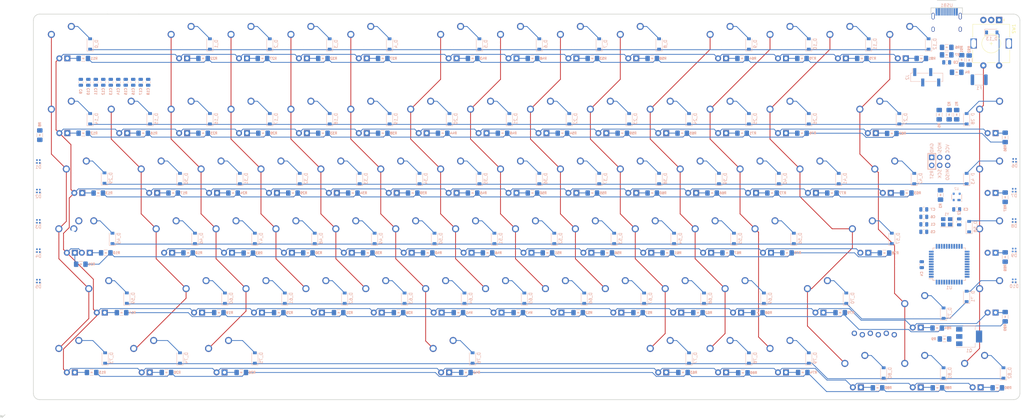
<source format=kicad_pcb>
(kicad_pcb (version 20171130) (host pcbnew "(5.1.6-0-10_14)")
  (layers (0 F.Cu signal) (31 B.Cu signal) (34 B.Paste user) (35 F.Paste user) (36 B.SilkS user) (37 F.SilkS user) (38 B.Mask user) (39 F.Mask user) (44 Edge.Cuts user))
  (net 0 "")
  (net 1 col0)
  (net 2 col1)
  (net 3 col2)
  (net 4 col3)
  (net 5 col4)
  (net 6 col5)
  (net 7 col6)
  (net 8 col7)
  (net 9 col8)
  (net 10 col9)
  (net 11 col10)
  (net 12 col11)
  (net 13 col12)
  (net 14 col13)
  (net 15 row0)
  (net 16 row1)
  (net 17 row2)
  (net 18 row3)
  (net 19 row4)
  (net 20 row5)
  (net 21 "Net-(D_0-Pad2)")
  (net 22 "Net-(D_1-Pad2)")
  (net 23 "Net-(D_2-Pad2)")
  (net 24 "Net-(D_3-Pad2)")
  (net 25 "Net-(D_4-Pad2)")
  (net 26 "Net-(D_5-Pad2)")
  (net 27 "Net-(D_6-Pad2)")
  (net 28 "Net-(D_7-Pad2)")
  (net 29 "Net-(D_8-Pad2)")
  (net 30 "Net-(D_9-Pad2)")
  (net 31 "Net-(D_10-Pad2)")
  (net 32 "Net-(D_11-Pad2)")
  (net 33 "Net-(D_12-Pad2)")
  (net 34 "Net-(D_14-Pad2)")
  (net 35 "Net-(D_15-Pad2)")
  (net 36 "Net-(D_16-Pad2)")
  (net 37 "Net-(D_17-Pad2)")
  (net 38 "Net-(D_18-Pad2)")
  (net 39 "Net-(D_19-Pad2)")
  (net 40 "Net-(D_20-Pad2)")
  (net 41 "Net-(D_21-Pad2)")
  (net 42 "Net-(D_22-Pad2)")
  (net 43 "Net-(D_23-Pad2)")
  (net 44 "Net-(D_24-Pad2)")
  (net 45 "Net-(D_25-Pad2)")
  (net 46 "Net-(D_26-Pad2)")
  (net 47 "Net-(D_27-Pad2)")
  (net 48 "Net-(D_28-Pad2)")
  (net 49 "Net-(D_29-Pad2)")
  (net 50 "Net-(D_30-Pad2)")
  (net 51 "Net-(D_31-Pad2)")
  (net 52 "Net-(D_32-Pad2)")
  (net 53 "Net-(D_33-Pad2)")
  (net 54 "Net-(D_34-Pad2)")
  (net 55 "Net-(D_35-Pad2)")
  (net 56 "Net-(D_36-Pad2)")
  (net 57 "Net-(D_37-Pad2)")
  (net 58 "Net-(D_38-Pad2)")
  (net 59 "Net-(D_39-Pad2)")
  (net 60 "Net-(D_40-Pad2)")
  (net 61 "Net-(D_41-Pad2)")
  (net 62 "Net-(D_42-Pad2)")
  (net 63 "Net-(D_43-Pad2)")
  (net 64 "Net-(D_46-Pad2)")
  (net 65 "Net-(D_47-Pad2)")
  (net 66 "Net-(D_48-Pad2)")
  (net 67 "Net-(D_49-Pad2)")
  (net 68 "Net-(D_50-Pad2)")
  (net 69 "Net-(D_51-Pad2)")
  (net 70 "Net-(D_52-Pad2)")
  (net 71 "Net-(D_53-Pad2)")
  (net 72 "Net-(D_54-Pad2)")
  (net 73 "Net-(D_55-Pad2)")
  (net 74 "Net-(D_56-Pad2)")
  (net 75 "Net-(D_57-Pad2)")
  (net 76 "Net-(D_58-Pad2)")
  (net 77 "Net-(D_59-Pad2)")
  (net 78 "Net-(D_60-Pad2)")
  (net 79 "Net-(D_61-Pad2)")
  (net 80 "Net-(D_62-Pad2)")
  (net 81 "Net-(D_63-Pad2)")
  (net 82 "Net-(D_64-Pad2)")
  (net 83 "Net-(D_65-Pad2)")
  (net 84 "Net-(D_66-Pad2)")
  (net 85 "Net-(D_67-Pad2)")
  (net 86 "Net-(D_68-Pad2)")
  (net 87 "Net-(D_69-Pad2)")
  (net 88 "Net-(D_70-Pad2)")
  (net 89 "Net-(D_72-Pad2)")
  (net 90 "Net-(D_71-Pad2)")
  (net 91 "Net-(D_73-Pad2)")
  (net 92 "Net-(D_74-Pad2)")
  (net 93 "Net-(D_75-Pad2)")
  (net 94 "Net-(D_76-Pad2)")
  (net 95 "Net-(D_77-Pad2)")
  (net 96 "Net-(D_78-Pad2)")
  (net 97 "Net-(D_79-Pad2)")
  (net 98 "Net-(D_80-Pad2)")
  (net 99 "Net-(D_81-Pad2)")
  (net 100 "Net-(D_82-Pad2)")
  (net 101 ENB2)
  (net 102 ENB1)
  (net 103 "Net-(SW1-PadA)")
  (net 104 "Net-(SW1-PadC)")
  (net 105 "Net-(SW1-PadB)")
  (net 106 +5V)
  (net 107 GND)
  (net 108 "Net-(C2-Pad1)")
  (net 109 "Net-(C3-Pad1)")
  (net 110 "Net-(C4-Pad1)")
  (net 111 "Net-(C8-Pad1)")
  (net 112 "Net-(D_45-Pad2)")
  (net 113 VCC)
  (net 114 D-)
  (net 115 D+)
  (net 116 "Net-(K_0-Pad4)")
  (net 117 "Net-(K_1-Pad4)")
  (net 118 "Net-(K_2-Pad4)")
  (net 119 "Net-(K_3-Pad4)")
  (net 120 "Net-(K_4-Pad4)")
  (net 121 "Net-(K_5-Pad4)")
  (net 122 "Net-(K_6-Pad4)")
  (net 123 "Net-(K_7-Pad4)")
  (net 124 "Net-(K_8-Pad4)")
  (net 125 "Net-(K_9-Pad4)")
  (net 126 "Net-(K_10-Pad4)")
  (net 127 "Net-(K_11-Pad4)")
  (net 128 "Net-(K_12-Pad4)")
  (net 129 "Net-(K_14-Pad4)")
  (net 130 "Net-(K_15-Pad4)")
  (net 131 "Net-(K_16-Pad4)")
  (net 132 "Net-(K_17-Pad4)")
  (net 133 "Net-(K_18-Pad4)")
  (net 134 "Net-(K_19-Pad4)")
  (net 135 "Net-(K_20-Pad4)")
  (net 136 "Net-(K_21-Pad4)")
  (net 137 "Net-(K_22-Pad4)")
  (net 138 "Net-(K_23-Pad4)")
  (net 139 "Net-(K_24-Pad4)")
  (net 140 "Net-(K_25-Pad4)")
  (net 141 LEDGND)
  (net 142 "Net-(K_27-Pad4)")
  (net 143 "Net-(K_28-Pad4)")
  (net 144 "Net-(K_29-Pad4)")
  (net 145 "Net-(K_30-Pad4)")
  (net 146 "Net-(K_31-Pad4)")
  (net 147 "Net-(K_32-Pad4)")
  (net 148 "Net-(K_33-Pad4)")
  (net 149 "Net-(K_34-Pad4)")
  (net 150 "Net-(K_35-Pad4)")
  (net 151 "Net-(K_36-Pad4)")
  (net 152 "Net-(K_37-Pad4)")
  (net 153 "Net-(K_38-Pad4)")
  (net 154 "Net-(K_39-Pad4)")
  (net 155 "Net-(K_40-Pad4)")
  (net 156 "Net-(K_41-Pad4)")
  (net 157 "Net-(K_42-Pad4)")
  (net 158 "Net-(K_43-Pad4)")
  (net 159 "Net-(K_44-Pad4)")
  (net 160 "Net-(K_46-Pad4)")
  (net 161 "Net-(K_46-Pad3)")
  (net 162 "Net-(K_47-Pad4)")
  (net 163 "Net-(K_48-Pad4)")
  (net 164 "Net-(K_49-Pad4)")
  (net 165 "Net-(K_50-Pad4)")
  (net 166 "Net-(K_51-Pad4)")
  (net 167 "Net-(K_52-Pad4)")
  (net 168 "Net-(K_53-Pad4)")
  (net 169 "Net-(K_54-Pad4)")
  (net 170 "Net-(K_55-Pad4)")
  (net 171 "Net-(K_56-Pad4)")
  (net 172 "Net-(K_57-Pad4)")
  (net 173 "Net-(K_58-Pad4)")
  (net 174 "Net-(K_59-Pad4)")
  (net 175 "Net-(K_60-Pad4)")
  (net 176 "Net-(K_61-Pad4)")
  (net 177 "Net-(K_62-Pad4)")
  (net 178 "Net-(K_63-Pad4)")
  (net 179 "Net-(K_64-Pad4)")
  (net 180 "Net-(K_65-Pad4)")
  (net 181 "Net-(K_66-Pad4)")
  (net 182 "Net-(K_67-Pad4)")
  (net 183 "Net-(K_68-Pad4)")
  (net 184 "Net-(K_69-Pad4)")
  (net 185 "Net-(K_70-Pad4)")
  (net 186 "Net-(K_71-Pad4)")
  (net 187 "Net-(K_72-Pad4)")
  (net 188 "Net-(K_73-Pad4)")
  (net 189 "Net-(K_74-Pad4)")
  (net 190 "Net-(K_75-Pad4)")
  (net 191 "Net-(K_76-Pad4)")
  (net 192 "Net-(K_77-Pad4)")
  (net 193 "Net-(K_78-Pad4)")
  (net 194 "Net-(K_79-Pad4)")
  (net 195 "Net-(K_80-Pad4)")
  (net 196 "Net-(K_81-Pad4)")
  (net 197 "Net-(K_82-Pad4)")
  (net 198 RST)
  (net 199 MOSI)
  (net 200 SCK)
  (net 201 MISO)
  (net 202 "Net-(Q1-Pad1)")
  (net 203 "Net-(R1-Pad1)")
  (net 204 "Net-(R2-Pad1)")
  (net 205 "Net-(R5-Pad2)")
  (net 206 RGBIN)
  (net 207 LEDPWM)
  (net 208 "Net-(R15-Pad2)")
  (net 209 "Net-(U1-Pad42)")
  (net 210 "Net-(U1-Pad41)")
  (net 211 "Net-(U1-Pad40)")
  (net 212 "Net-(U1-Pad39)")
  (net 213 "Net-(U1-Pad38)")
  (net 214 "Net-(U1-Pad37)")
  (net 215 "Net-(U1-Pad36)")
  (net 216 "Net-(U1-Pad32)")
  (net 217 "Net-(U1-Pad31)")
  (net 218 "Net-(U1-Pad30)")
  (net 219 "Net-(U1-Pad29)")
  (net 220 "Net-(U1-Pad28)")
  (net 221 "Net-(U1-Pad27)")
  (net 222 "Net-(U1-Pad26)")
  (net 223 "Net-(U1-Pad25)")
  (net 224 "Net-(U1-Pad22)")
  (net 225 "Net-(U1-Pad21)")
  (net 226 "Net-(U1-Pad20)")
  (net 227 "Net-(U1-Pad19)")
  (net 228 "Net-(U1-Pad18)")
  (net 229 "Net-(U1-Pad12)")
  (net 230 "Net-(U1-Pad11)")
  (net 231 "Net-(U1-Pad10)")
  (net 232 "Net-(U1-Pad9)")
  (net 233 "Net-(U1-Pad8)")
  (net 234 "Net-(U1-Pad1)")
  (net 235 "Net-(J2-Pad2)")
  (net 236 "Net-(J2-Pad3)")
  (net 237 "Net-(R6-Pad1)")
  (net 238 "Net-(R7-Pad1)")
  (net 239 "Net-(USB1-Pad3)")
  (net 240 "Net-(USB1-Pad9)")
  (net 241 "Net-(K_45-Pad4)")
  (net 242 "Net-(D1-Pad1)")
  (net 243 "Net-(D1-Pad3)")
  (net 244 "Net-(D2-Pad1)")
  (net 245 "Net-(D3-Pad1)")
  (net 246 "Net-(D4-Pad1)")
  (net 247 "Net-(D5-Pad1)")
  (net 248 "Net-(D6-Pad1)")
  (net 249 "Net-(D7-Pad1)")
  (net 250 "Net-(D8-Pad1)")
  (net 251 "Net-(D10-Pad3)")
  (net 252 "Net-(D10-Pad1)")
  (module acheron_Components:R_SMD_1206 (layer B.Cu) (at 195.3625 167.894)
    (fp_text reference R93 (at 3.429 0) (layer B.SilkS) (effects (font (size 0.762 0.762) (thickness 0.1905)) (justify mirror)))
    (fp_text value R_Small)
    (pad 1 smd roundrect (at -1.4875 0) (size 1.425 1.75) (layers B.Cu B.Paste B.Mask) (roundrect_rratio 0.175439) (net 162 "Net-(K_47-Pad4)"))
    (pad 2 smd roundrect (at 1.4875 0) (size 1.425 1.75) (layers B.Cu B.Paste B.Mask) (roundrect_rratio 0.175439) (net 185 "Net-(K_70-Pad4)"))
  )
  (module LED_SMD:LED_SK6812_EC15_1.5x1.5mm (layer B.Cu) (at 438.97 176.726)
    (fp_text reference D10 (at 0 1.75) (layer B.SilkS) (effects (justify mirror)))
    (fp_text value SK6805)
    (fp_text user 1 (at -0.925 0.45) (layer B.SilkS) (effects (font (size 0.3 0.3) (thickness 0.075)) (justify mirror)))
    (pad 1 smd rect (at -0.45 0.45) (size 0.5 0.5) (layers B.Cu B.Paste B.Mask) (net 252 "Net-(D10-Pad1)"))
    (pad 2 smd rect (at -0.45 -0.45) (size 0.5 0.5) (layers B.Cu B.Paste B.Mask) (net 107 GND))
    (pad 3 smd rect (at 0.45 -0.45) (size 0.5 0.5) (layers B.Cu B.Paste B.Mask) (net 251 "Net-(D10-Pad3)"))
    (pad 4 smd rect (at 0.45 0.45) (size 0.5 0.5) (layers B.Cu B.Paste B.Mask) (net 106 +5V))
  )
  (module LED_SMD:LED_SK6812_EC15_1.5x1.5mm (layer B.Cu) (at 438.97 166.936)
    (fp_text reference D9 (at 0 1.75) (layer B.SilkS) (effects (justify mirror)))
    (fp_text value SK6805)
    (fp_text user 1 (at -0.925 0.45) (layer B.SilkS) (effects (font (size 0.3 0.3) (thickness 0.075)) (justify mirror)))
    (pad 1 smd rect (at -0.45 0.45) (size 0.5 0.5) (layers B.Cu B.Paste B.Mask) (net 251 "Net-(D10-Pad3)"))
    (pad 2 smd rect (at -0.45 -0.45) (size 0.5 0.5) (layers B.Cu B.Paste B.Mask) (net 107 GND))
    (pad 3 smd rect (at 0.45 -0.45) (size 0.5 0.5) (layers B.Cu B.Paste B.Mask) (net 250 "Net-(D8-Pad1)"))
    (pad 4 smd rect (at 0.45 0.45) (size 0.5 0.5) (layers B.Cu B.Paste B.Mask) (net 106 +5V))
  )
  (module LED_SMD:LED_SK6812_EC15_1.5x1.5mm (layer B.Cu) (at 438.97 157.538)
    (fp_text reference D8 (at 0 1.75) (layer B.SilkS) (effects (justify mirror)))
    (fp_text value SK6805)
    (fp_text user 1 (at -0.925 0.45) (layer B.SilkS) (effects (font (size 0.3 0.3) (thickness 0.075)) (justify mirror)))
    (pad 1 smd rect (at -0.45 0.45) (size 0.5 0.5) (layers B.Cu B.Paste B.Mask) (net 250 "Net-(D8-Pad1)"))
    (pad 2 smd rect (at -0.45 -0.45) (size 0.5 0.5) (layers B.Cu B.Paste B.Mask) (net 107 GND))
    (pad 3 smd rect (at 0.45 -0.45) (size 0.5 0.5) (layers B.Cu B.Paste B.Mask) (net 249 "Net-(D7-Pad1)"))
    (pad 4 smd rect (at 0.45 0.45) (size 0.5 0.5) (layers B.Cu B.Paste B.Mask) (net 106 +5V))
  )
  (module LED_SMD:LED_SK6812_EC15_1.5x1.5mm (layer B.Cu) (at 438.97 147.886)
    (fp_text reference D7 (at 0 1.75) (layer B.SilkS) (effects (justify mirror)))
    (fp_text value SK6805)
    (fp_text user 1 (at -0.925 0.45) (layer B.SilkS) (effects (font (size 0.3 0.3) (thickness 0.075)) (justify mirror)))
    (pad 1 smd rect (at -0.45 0.45) (size 0.5 0.5) (layers B.Cu B.Paste B.Mask) (net 249 "Net-(D7-Pad1)"))
    (pad 2 smd rect (at -0.45 -0.45) (size 0.5 0.5) (layers B.Cu B.Paste B.Mask) (net 107 GND))
    (pad 3 smd rect (at 0.45 -0.45) (size 0.5 0.5) (layers B.Cu B.Paste B.Mask) (net 248 "Net-(D6-Pad1)"))
    (pad 4 smd rect (at 0.45 0.45) (size 0.5 0.5) (layers B.Cu B.Paste B.Mask) (net 106 +5V))
  )
  (module LED_SMD:LED_SK6812_EC15_1.5x1.5mm (layer B.Cu) (at 439.108 138.372)
    (fp_text reference D6 (at 0 1.75) (layer B.SilkS) (effects (justify mirror)))
    (fp_text value SK6805)
    (fp_text user 1 (at -0.925 0.45) (layer B.SilkS) (effects (font (size 0.3 0.3) (thickness 0.075)) (justify mirror)))
    (pad 1 smd rect (at -0.45 0.45) (size 0.5 0.5) (layers B.Cu B.Paste B.Mask) (net 248 "Net-(D6-Pad1)"))
    (pad 2 smd rect (at -0.45 -0.45) (size 0.5 0.5) (layers B.Cu B.Paste B.Mask) (net 107 GND))
    (pad 3 smd rect (at 0.45 -0.45) (size 0.5 0.5) (layers B.Cu B.Paste B.Mask) (net 247 "Net-(D5-Pad1)"))
    (pad 4 smd rect (at 0.45 0.45) (size 0.5 0.5) (layers B.Cu B.Paste B.Mask) (net 106 +5V))
  )
  (module LED_SMD:LED_SK6812_EC15_1.5x1.5mm (layer B.Cu) (at 128.582 176.842)
    (fp_text reference D5 (at 0 1.75) (layer B.SilkS) (effects (justify mirror)))
    (fp_text value SK6805)
    (fp_text user 1 (at -0.925 0.45) (layer B.SilkS) (effects (font (size 0.3 0.3) (thickness 0.075)) (justify mirror)))
    (pad 1 smd rect (at -0.45 0.45) (size 0.5 0.5) (layers B.Cu B.Paste B.Mask) (net 247 "Net-(D5-Pad1)"))
    (pad 2 smd rect (at -0.45 -0.45) (size 0.5 0.5) (layers B.Cu B.Paste B.Mask) (net 107 GND))
    (pad 3 smd rect (at 0.45 -0.45) (size 0.5 0.5) (layers B.Cu B.Paste B.Mask) (net 246 "Net-(D4-Pad1)"))
    (pad 4 smd rect (at 0.45 0.45) (size 0.5 0.5) (layers B.Cu B.Paste B.Mask) (net 106 +5V))
  )
  (module LED_SMD:LED_SK6812_EC15_1.5x1.5mm (layer B.Cu) (at 128.582 167.132)
    (fp_text reference D4 (at 0 1.75) (layer B.SilkS) (effects (justify mirror)))
    (fp_text value SK6805)
    (fp_text user 1 (at -0.925 0.45) (layer B.SilkS) (effects (font (size 0.3 0.3) (thickness 0.075)) (justify mirror)))
    (pad 1 smd rect (at -0.45 0.45) (size 0.5 0.5) (layers B.Cu B.Paste B.Mask) (net 246 "Net-(D4-Pad1)"))
    (pad 2 smd rect (at -0.45 -0.45) (size 0.5 0.5) (layers B.Cu B.Paste B.Mask) (net 107 GND))
    (pad 3 smd rect (at 0.45 -0.45) (size 0.5 0.5) (layers B.Cu B.Paste B.Mask) (net 245 "Net-(D3-Pad1)"))
    (pad 4 smd rect (at 0.45 0.45) (size 0.5 0.5) (layers B.Cu B.Paste B.Mask) (net 106 +5V))
  )
  (module LED_SMD:LED_SK6812_EC15_1.5x1.5mm (layer B.Cu) (at 128.582 157.792)
    (fp_text reference D3 (at 0 1.75) (layer B.SilkS) (effects (justify mirror)))
    (fp_text value SK6805)
    (fp_text user 1 (at -0.925 0.45) (layer B.SilkS) (effects (font (size 0.3 0.3) (thickness 0.075)) (justify mirror)))
    (pad 1 smd rect (at -0.45 0.45) (size 0.5 0.5) (layers B.Cu B.Paste B.Mask) (net 245 "Net-(D3-Pad1)"))
    (pad 2 smd rect (at -0.45 -0.45) (size 0.5 0.5) (layers B.Cu B.Paste B.Mask) (net 107 GND))
    (pad 3 smd rect (at 0.45 -0.45) (size 0.5 0.5) (layers B.Cu B.Paste B.Mask) (net 244 "Net-(D2-Pad1)"))
    (pad 4 smd rect (at 0.45 0.45) (size 0.5 0.5) (layers B.Cu B.Paste B.Mask) (net 106 +5V))
  )
  (module LED_SMD:LED_SK6812_EC15_1.5x1.5mm (layer B.Cu) (at 128.582 148.14)
    (fp_text reference D2 (at 0 1.75) (layer B.SilkS) (effects (justify mirror)))
    (fp_text value SK6805)
    (fp_text user 1 (at -0.925 0.45) (layer B.SilkS) (effects (font (size 0.3 0.3) (thickness 0.075)) (justify mirror)))
    (pad 1 smd rect (at -0.45 0.45) (size 0.5 0.5) (layers B.Cu B.Paste B.Mask) (net 244 "Net-(D2-Pad1)"))
    (pad 2 smd rect (at -0.45 -0.45) (size 0.5 0.5) (layers B.Cu B.Paste B.Mask) (net 107 GND))
    (pad 3 smd rect (at 0.45 -0.45) (size 0.5 0.5) (layers B.Cu B.Paste B.Mask) (net 242 "Net-(D1-Pad1)"))
    (pad 4 smd rect (at 0.45 0.45) (size 0.5 0.5) (layers B.Cu B.Paste B.Mask) (net 106 +5V))
  )
  (module LED_SMD:LED_SK6812_EC15_1.5x1.5mm (layer B.Cu) (at 128.582 138.742)
    (fp_text reference D1 (at 0 1.75) (layer B.SilkS) (effects (justify mirror)))
    (fp_text value SK6805)
    (fp_text user 1 (at -0.925 0.45) (layer B.SilkS) (effects (font (size 0.3 0.3) (thickness 0.075)) (justify mirror)))
    (pad 1 smd rect (at -0.45 0.45) (size 0.5 0.5) (layers B.Cu B.Paste B.Mask) (net 242 "Net-(D1-Pad1)"))
    (pad 2 smd rect (at -0.45 -0.45) (size 0.5 0.5) (layers B.Cu B.Paste B.Mask) (net 107 GND))
    (pad 3 smd rect (at 0.45 -0.45) (size 0.5 0.5) (layers B.Cu B.Paste B.Mask) (net 243 "Net-(D1-Pad3)"))
    (pad 4 smd rect (at 0.45 0.45) (size 0.5 0.5) (layers B.Cu B.Paste B.Mask) (net 106 +5V))
  )
  (module MX_Only:MXOnly-1.75U (layer F.Cu) (at 138.90625 162.71875)
    (fp_text reference K_45)
    (fp_text value MX-NoLED)
    (pad "" np_thru_hole circle (at 5.08 0 48.0996) (size 1.75 1.75) (drill 1.75) (layers *.Cu *.Mask))
    (pad "" np_thru_hole circle (at -5.08 0 48.0996) (size 1.75 1.75) (drill 1.75) (layers *.Cu *.Mask))
    (pad 4 thru_hole rect (at 1.27 5.08) (size 1.905 1.905) (drill 1.04) (layers *.Cu B.Mask) (net 241 "Net-(K_45-Pad4)"))
    (pad 3 thru_hole circle (at -1.27 5.08) (size 1.905 1.905) (drill 1.04) (layers *.Cu B.Mask) (net 106 +5V))
    (pad 1 thru_hole circle (at -3.81 -2.54) (size 2.25 2.25) (drill 1.47) (layers *.Cu B.Mask) (net 1 col0))
    (pad "" np_thru_hole circle (at 0 0) (size 3.9878 3.9878) (drill 3.9878) (layers *.Cu *.Mask))
    (pad 2 thru_hole circle (at 2.54 -5.08) (size 2.25 2.25) (drill 1.47) (layers *.Cu B.Mask) (net 112 "Net-(D_45-Pad2)"))
  )
  (module Type-C:HRO-TYPE-C-31-M-12-HandSoldering (layer B.Cu) (at 417.5125 99.21875 180)
    (fp_text reference USB1 (at 0 10.2) (layer B.SilkS) (effects (justify mirror)))
    (fp_text value HRO-TYPE-C-31-M-12)
    (pad 12 smd rect (at 3.225 8.195 180) (size 0.6 2.45) (layers B.Cu B.Paste B.Mask) (net 107 GND))
    (pad 1 smd rect (at -3.225 8.195 180) (size 0.6 2.45) (layers B.Cu B.Paste B.Mask) (net 107 GND))
    (pad 11 smd rect (at 2.45 8.195 180) (size 0.6 2.45) (layers B.Cu B.Paste B.Mask) (net 113 VCC))
    (pad 2 smd rect (at -2.45 8.195 180) (size 0.6 2.45) (layers B.Cu B.Paste B.Mask) (net 113 VCC))
    (pad 3 smd rect (at -1.75 8.195 180) (size 0.3 2.45) (layers B.Cu B.Paste B.Mask) (net 239 "Net-(USB1-Pad3)"))
    (pad 10 smd rect (at 1.75 8.195 180) (size 0.3 2.45) (layers B.Cu B.Paste B.Mask) (net 237 "Net-(R6-Pad1)"))
    (pad 4 smd rect (at -1.25 8.195 180) (size 0.3 2.45) (layers B.Cu B.Paste B.Mask) (net 238 "Net-(R7-Pad1)"))
    (pad 9 smd rect (at 1.25 8.195 180) (size 0.3 2.45) (layers B.Cu B.Paste B.Mask) (net 240 "Net-(USB1-Pad9)"))
    (pad 5 smd rect (at -0.75 8.195 180) (size 0.3 2.45) (layers B.Cu B.Paste B.Mask) (net 235 "Net-(J2-Pad2)"))
    (pad 8 smd rect (at 0.75 8.195 180) (size 0.3 2.45) (layers B.Cu B.Paste B.Mask) (net 236 "Net-(J2-Pad3)"))
    (pad 7 smd rect (at 0.25 8.195 180) (size 0.3 2.45) (layers B.Cu B.Paste B.Mask) (net 235 "Net-(J2-Pad2)"))
    (pad 6 smd rect (at -0.25 8.195 180) (size 0.3 2.45) (layers B.Cu B.Paste B.Mask) (net 236 "Net-(J2-Pad3)"))
    (pad "" np_thru_hole circle (at 2.89 6.25 180) (size 0.65 0.65) (drill 0.65) (layers *.Cu *.Mask))
    (pad "" np_thru_hole circle (at -2.89 6.25 180) (size 0.65 0.65) (drill 0.65) (layers *.Cu *.Mask))
    (pad 13 thru_hole oval (at -4.32 6.78 180) (size 1 2.1) (drill oval 0.6 1.7) (layers *.Cu F.Mask) (net 111 "Net-(C8-Pad1)"))
    (pad 13 thru_hole oval (at 4.32 6.78 180) (size 1 2.1) (drill oval 0.6 1.7) (layers *.Cu F.Mask) (net 111 "Net-(C8-Pad1)"))
    (pad 13 thru_hole oval (at -4.32 2.6 180) (size 1 1.6) (drill oval 0.6 1.2) (layers *.Cu F.Mask) (net 111 "Net-(C8-Pad1)"))
    (pad 13 thru_hole oval (at 4.32 2.6 180) (size 1 1.6) (drill oval 0.6 1.2) (layers *.Cu F.Mask) (net 111 "Net-(C8-Pad1)"))
  )
  (module acheron_Components:R_SMD_1206 (layer B.Cu) (at 424.65625 106.4625 90)
    (fp_text reference R92 (at 3.429 0 90) (layer B.SilkS) (effects (font (size 0.762 0.762) (thickness 0.1905)) (justify mirror)))
    (fp_text value 22)
    (pad 1 smd roundrect (at -1.4875 0 90) (size 1.425 1.75) (layers B.Cu B.Paste B.Mask) (roundrect_rratio 0.175439) (net 114 D-))
    (pad 2 smd roundrect (at 1.4875 0 90) (size 1.425 1.75) (layers B.Cu B.Paste B.Mask) (roundrect_rratio 0.175439) (net 235 "Net-(J2-Pad2)"))
  )
  (module acheron_Components:R_SMD_1206 (layer B.Cu) (at 422.275 106.3625 90)
    (fp_text reference R91 (at 3.429 0 90) (layer B.SilkS) (effects (font (size 0.762 0.762) (thickness 0.1905)) (justify mirror)))
    (fp_text value 22)
    (pad 1 smd roundrect (at -1.4875 0 90) (size 1.425 1.75) (layers B.Cu B.Paste B.Mask) (roundrect_rratio 0.175439) (net 115 D+))
    (pad 2 smd roundrect (at 1.4875 0 90) (size 1.425 1.75) (layers B.Cu B.Paste B.Mask) (roundrect_rratio 0.175439) (net 236 "Net-(J2-Pad3)"))
  )
  (module Connector_PinHeader_2.54mm:PinHeader_1x04_P2.54mm_Vertical_SMD_Pin1Left (layer B.Cu) (at 411.1625 111.91875 270)
    (fp_text reference J2 (at 0 6.14 90) (layer B.SilkS) (effects (justify mirror)))
    (fp_text value Conn_01x04)
    (pad 4 smd rect (at 1.655 -3.81 270) (size 2.51 1) (layers B.Cu B.Paste B.Mask) (net 113 VCC))
    (pad 2 smd rect (at 1.655 1.27 270) (size 2.51 1) (layers B.Cu B.Paste B.Mask) (net 235 "Net-(J2-Pad2)"))
    (pad 3 smd rect (at -1.655 -1.27 270) (size 2.51 1) (layers B.Cu B.Paste B.Mask) (net 236 "Net-(J2-Pad3)"))
    (pad 1 smd rect (at -1.655 3.81 270) (size 2.51 1) (layers B.Cu B.Paste B.Mask) (net 107 GND))
  )
  (module Keebio-Parts:Crystal_SMD_3225-4pin_3.2x2.5mm (layer B.Cu) (at 417.5125 157.95625 180)
    (fp_text reference Y1 (at 0 2.45) (layer B.SilkS) (effects (font (size 0.8 0.8)) (justify mirror)))
    (fp_text value 16MHz)
    (pad 1 smd rect (at -1.1 -0.85 180) (size 1.4 1.2) (layers B.Cu B.Paste B.Mask) (net 108 "Net-(C2-Pad1)"))
    (pad 2 smd rect (at 1.1 -0.85 180) (size 1.4 1.2) (layers B.Cu B.Paste B.Mask) (net 107 GND))
    (pad 3 smd rect (at 1.1 0.85 180) (size 1.4 1.2) (layers B.Cu B.Paste B.Mask) (net 109 "Net-(C3-Pad1)"))
    (pad 4 smd rect (at -1.1 0.85 180) (size 1.4 1.2) (layers B.Cu B.Paste B.Mask) (net 107 GND))
  )
  (module Nexperia:SOT143B (layer B.Cu) (at 420.6875 150.01875 180)
    (fp_text reference U2 (at 0 2.6) (layer B.SilkS) (effects (font (size 0.75 0.75) (thickness 0.1)) (justify mirror)))
    (fp_text value PRTR5V0U2X hide)
    (pad 4 smd rect (at -0.95 1 180) (size 0.6 0.7) (layers B.Cu B.Paste B.Mask) (net 113 VCC))
    (pad 3 smd rect (at 0.95 1 180) (size 0.6 0.7) (layers B.Cu B.Paste B.Mask) (net 235 "Net-(J2-Pad2)"))
    (pad 2 smd rect (at 0.95 -1 180) (size 0.6 0.7) (layers B.Cu B.Paste B.Mask) (net 236 "Net-(J2-Pad3)"))
    (pad 1 smd rect (at -0.75 -1 180) (size 1 0.7) (layers B.Cu B.Paste B.Mask) (net 107 GND))
  )
  (module Package_QFP:TQFP-44_10x10mm_P0.8mm (layer B.Cu) (at 418.30625 171.45)
    (fp_text reference U1 (at 0 7.45) (layer B.SilkS) (effects (justify mirror)))
    (fp_text value ATmega32U4-AU)
    (pad 44 smd rect (at -4 5.7 270) (size 1.5 0.55) (layers B.Cu B.Paste B.Mask) (net 106 +5V))
    (pad 43 smd rect (at -3.2 5.7 270) (size 1.5 0.55) (layers B.Cu B.Paste B.Mask) (net 107 GND))
    (pad 42 smd rect (at -2.4 5.7 270) (size 1.5 0.55) (layers B.Cu B.Paste B.Mask) (net 209 "Net-(U1-Pad42)"))
    (pad 41 smd rect (at -1.6 5.7 270) (size 1.5 0.55) (layers B.Cu B.Paste B.Mask) (net 210 "Net-(U1-Pad41)"))
    (pad 40 smd rect (at -0.8 5.7 270) (size 1.5 0.55) (layers B.Cu B.Paste B.Mask) (net 211 "Net-(U1-Pad40)"))
    (pad 39 smd rect (at 0 5.7 270) (size 1.5 0.55) (layers B.Cu B.Paste B.Mask) (net 212 "Net-(U1-Pad39)"))
    (pad 38 smd rect (at 0.8 5.7 270) (size 1.5 0.55) (layers B.Cu B.Paste B.Mask) (net 213 "Net-(U1-Pad38)"))
    (pad 37 smd rect (at 1.6 5.7 270) (size 1.5 0.55) (layers B.Cu B.Paste B.Mask) (net 214 "Net-(U1-Pad37)"))
    (pad 36 smd rect (at 2.4 5.7 270) (size 1.5 0.55) (layers B.Cu B.Paste B.Mask) (net 215 "Net-(U1-Pad36)"))
    (pad 35 smd rect (at 3.2 5.7 270) (size 1.5 0.55) (layers B.Cu B.Paste B.Mask) (net 107 GND))
    (pad 34 smd rect (at 4 5.7 270) (size 1.5 0.55) (layers B.Cu B.Paste B.Mask) (net 106 +5V))
    (pad 33 smd rect (at 5.7 4) (size 1.5 0.55) (layers B.Cu B.Paste B.Mask) (net 205 "Net-(R5-Pad2)"))
    (pad 32 smd rect (at 5.7 3.2) (size 1.5 0.55) (layers B.Cu B.Paste B.Mask) (net 216 "Net-(U1-Pad32)"))
    (pad 31 smd rect (at 5.7 2.4) (size 1.5 0.55) (layers B.Cu B.Paste B.Mask) (net 217 "Net-(U1-Pad31)"))
    (pad 30 smd rect (at 5.7 1.6) (size 1.5 0.55) (layers B.Cu B.Paste B.Mask) (net 218 "Net-(U1-Pad30)"))
    (pad 29 smd rect (at 5.7 0.8) (size 1.5 0.55) (layers B.Cu B.Paste B.Mask) (net 219 "Net-(U1-Pad29)"))
    (pad 28 smd rect (at 5.7 0) (size 1.5 0.55) (layers B.Cu B.Paste B.Mask) (net 220 "Net-(U1-Pad28)"))
    (pad 27 smd rect (at 5.7 -0.8) (size 1.5 0.55) (layers B.Cu B.Paste B.Mask) (net 221 "Net-(U1-Pad27)"))
    (pad 26 smd rect (at 5.7 -1.6) (size 1.5 0.55) (layers B.Cu B.Paste B.Mask) (net 222 "Net-(U1-Pad26)"))
    (pad 25 smd rect (at 5.7 -2.4) (size 1.5 0.55) (layers B.Cu B.Paste B.Mask) (net 223 "Net-(U1-Pad25)"))
    (pad 24 smd rect (at 5.7 -3.2) (size 1.5 0.55) (layers B.Cu B.Paste B.Mask) (net 106 +5V))
    (pad 23 smd rect (at 5.7 -4) (size 1.5 0.55) (layers B.Cu B.Paste B.Mask) (net 107 GND))
    (pad 22 smd rect (at 4 -5.7 270) (size 1.5 0.55) (layers B.Cu B.Paste B.Mask) (net 224 "Net-(U1-Pad22)"))
    (pad 21 smd rect (at 3.2 -5.7 270) (size 1.5 0.55) (layers B.Cu B.Paste B.Mask) (net 225 "Net-(U1-Pad21)"))
    (pad 20 smd rect (at 2.4 -5.7 270) (size 1.5 0.55) (layers B.Cu B.Paste B.Mask) (net 226 "Net-(U1-Pad20)"))
    (pad 19 smd rect (at 1.6 -5.7 270) (size 1.5 0.55) (layers B.Cu B.Paste B.Mask) (net 227 "Net-(U1-Pad19)"))
    (pad 18 smd rect (at 0.8 -5.7 270) (size 1.5 0.55) (layers B.Cu B.Paste B.Mask) (net 228 "Net-(U1-Pad18)"))
    (pad 17 smd rect (at 0 -5.7 270) (size 1.5 0.55) (layers B.Cu B.Paste B.Mask) (net 108 "Net-(C2-Pad1)"))
    (pad 16 smd rect (at -0.8 -5.7 270) (size 1.5 0.55) (layers B.Cu B.Paste B.Mask) (net 109 "Net-(C3-Pad1)"))
    (pad 15 smd rect (at -1.6 -5.7 270) (size 1.5 0.55) (layers B.Cu B.Paste B.Mask) (net 107 GND))
    (pad 14 smd rect (at -2.4 -5.7 270) (size 1.5 0.55) (layers B.Cu B.Paste B.Mask) (net 106 +5V))
    (pad 13 smd rect (at -3.2 -5.7 270) (size 1.5 0.55) (layers B.Cu B.Paste B.Mask) (net 198 RST))
    (pad 12 smd rect (at -4 -5.7 270) (size 1.5 0.55) (layers B.Cu B.Paste B.Mask) (net 229 "Net-(U1-Pad12)"))
    (pad 11 smd rect (at -5.7 -4) (size 1.5 0.55) (layers B.Cu B.Paste B.Mask) (net 230 "Net-(U1-Pad11)"))
    (pad 10 smd rect (at -5.7 -3.2) (size 1.5 0.55) (layers B.Cu B.Paste B.Mask) (net 231 "Net-(U1-Pad10)"))
    (pad 9 smd rect (at -5.7 -2.4) (size 1.5 0.55) (layers B.Cu B.Paste B.Mask) (net 232 "Net-(U1-Pad9)"))
    (pad 8 smd rect (at -5.7 -1.6) (size 1.5 0.55) (layers B.Cu B.Paste B.Mask) (net 233 "Net-(U1-Pad8)"))
    (pad 7 smd rect (at -5.7 -0.8) (size 1.5 0.55) (layers B.Cu B.Paste B.Mask) (net 106 +5V))
    (pad 6 smd rect (at -5.7 0) (size 1.5 0.55) (layers B.Cu B.Paste B.Mask) (net 110 "Net-(C4-Pad1)"))
    (pad 5 smd rect (at -5.7 0.8) (size 1.5 0.55) (layers B.Cu B.Paste B.Mask) (net 107 GND))
    (pad 4 smd rect (at -5.7 1.6) (size 1.5 0.55) (layers B.Cu B.Paste B.Mask) (net 204 "Net-(R2-Pad1)"))
    (pad 3 smd rect (at -5.7 2.4) (size 1.5 0.55) (layers B.Cu B.Paste B.Mask) (net 203 "Net-(R1-Pad1)"))
    (pad 2 smd rect (at -5.7 3.2) (size 1.5 0.55) (layers B.Cu B.Paste B.Mask) (net 106 +5V))
    (pad 1 smd rect (at -5.7 4) (size 1.5 0.55) (layers B.Cu B.Paste B.Mask) (net 234 "Net-(U1-Pad1)"))
  )
  (module random-keyboard-parts:Reset_Pretty (layer B.Cu) (at 415.29 138.684 90)
    (fp_text reference SW2)
    (fp_text value SW_Push)
    (fp_text user MISO (at -4.25 2.5 90) (layer B.SilkS) (effects (justify mirror)))
    (fp_text user VCC (at 4 2.5 90) (layer B.SilkS) (effects (justify mirror)))
    (fp_text user SCK (at -4 0 90) (layer B.SilkS) (effects (justify mirror)))
    (fp_text user MOSI (at 4.25 0 90) (layer B.SilkS) (effects (justify mirror)))
    (fp_text user RST (at -4.25 -2.5 90) (layer B.SilkS) (effects (justify mirror)))
    (fp_text user GND (at 4.25 -2.5 90) (layer B.SilkS) (effects (justify mirror)))
    (pad 6 thru_hole rect (at 1.27 -2.54 90) (size 1.7 1.7) (drill 1) (layers *.Cu *.Mask))
    (pad 5 thru_hole circle (at -1.27 -2.54 90) (size 1.7 1.7) (drill 1) (layers *.Cu *.Mask))
    (pad 4 thru_hole circle (at 1.27 0 90) (size 1.7 1.7) (drill 1) (layers *.Cu *.Mask))
    (pad 3 thru_hole circle (at -1.27 0 90) (size 1.7 1.7) (drill 1) (layers *.Cu *.Mask))
    (pad 2 thru_hole circle (at 1.27 2.54 90) (size 1.7 1.7) (drill 1) (layers *.Cu *.Mask) (net 198 RST))
    (pad 1 thru_hole circle (at -1.27 2.54 90) (size 1.7 1.7) (drill 1) (layers *.Cu *.Mask) (net 107 GND))
  )
  (module acheron_Components:R_SMD_1206 (layer B.Cu) (at 433.6145 210.82)
    (fp_text reference R90 (at 3.429 0) (layer B.SilkS) (effects (font (size 0.762 0.762) (thickness 0.1905)) (justify mirror)))
    (fp_text value R_Small)
    (pad 1 smd roundrect (at -1.4875 0) (size 1.425 1.75) (layers B.Cu B.Paste B.Mask) (roundrect_rratio 0.175439) (net 197 "Net-(K_82-Pad4)"))
    (pad 2 smd roundrect (at 1.4875 0) (size 1.425 1.75) (layers B.Cu B.Paste B.Mask) (roundrect_rratio 0.175439) (net 208 "Net-(R15-Pad2)"))
  )
  (module acheron_Components:R_SMD_1206 (layer B.Cu) (at 436.118 188.1775 270)
    (fp_text reference R89 (at 3.429 0 90) (layer B.SilkS) (effects (font (size 0.762 0.762) (thickness 0.1905)) (justify mirror)))
    (fp_text value R_Small)
    (pad 1 smd roundrect (at -1.4875 0 270) (size 1.425 1.75) (layers B.Cu B.Paste B.Mask) (roundrect_rratio 0.175439) (net 186 "Net-(K_71-Pad4)"))
    (pad 2 smd roundrect (at 1.4875 0 270) (size 1.425 1.75) (layers B.Cu B.Paste B.Mask) (roundrect_rratio 0.175439) (net 195 "Net-(K_80-Pad4)"))
  )
  (module acheron_Components:R_SMD_1206 (layer B.Cu) (at 436.118 169.164 270)
    (fp_text reference R88 (at 3.429 0 90) (layer B.SilkS) (effects (font (size 0.762 0.762) (thickness 0.1905)) (justify mirror)))
    (fp_text value R_Small)
    (pad 1 smd roundrect (at -1.4875 0 270) (size 1.425 1.75) (layers B.Cu B.Paste B.Mask) (roundrect_rratio 0.175439) (net 173 "Net-(K_58-Pad4)"))
    (pad 2 smd roundrect (at 1.4875 0 270) (size 1.425 1.75) (layers B.Cu B.Paste B.Mask) (roundrect_rratio 0.175439) (net 185 "Net-(K_70-Pad4)"))
  )
  (module acheron_Components:R_SMD_1206 (layer B.Cu) (at 436.118 150.114 270)
    (fp_text reference R87 (at 3.429 0 90) (layer B.SilkS) (effects (font (size 0.762 0.762) (thickness 0.1905)) (justify mirror)))
    (fp_text value R_Small)
    (pad 1 smd roundrect (at -1.4875 0 270) (size 1.425 1.75) (layers B.Cu B.Paste B.Mask) (roundrect_rratio 0.175439) (net 158 "Net-(K_43-Pad4)"))
    (pad 2 smd roundrect (at 1.4875 0 270) (size 1.425 1.75) (layers B.Cu B.Paste B.Mask) (roundrect_rratio 0.175439) (net 172 "Net-(K_57-Pad4)"))
  )
  (module acheron_Components:R_SMD_1206 (layer B.Cu) (at 436.118 131.064 270)
    (fp_text reference R86 (at 3.429 0 90) (layer B.SilkS) (effects (font (size 0.762 0.762) (thickness 0.1905)) (justify mirror)))
    (fp_text value R_Small)
    (pad 1 smd roundrect (at -1.4875 0 270) (size 1.425 1.75) (layers B.Cu B.Paste B.Mask) (roundrect_rratio 0.175439) (net 143 "Net-(K_28-Pad4)"))
    (pad 2 smd roundrect (at 1.4875 0 270) (size 1.425 1.75) (layers B.Cu B.Paste B.Mask) (roundrect_rratio 0.175439) (net 156 "Net-(K_41-Pad4)"))
  )
  (module acheron_Components:R_SMD_1206 (layer B.Cu) (at 414.5645 210.82)
    (fp_text reference R85 (at 3.429 0) (layer B.SilkS) (effects (font (size 0.762 0.762) (thickness 0.1905)) (justify mirror)))
    (fp_text value R_Small)
    (pad 1 smd roundrect (at -1.4875 0) (size 1.425 1.75) (layers B.Cu B.Paste B.Mask) (roundrect_rratio 0.175439) (net 196 "Net-(K_81-Pad4)"))
    (pad 2 smd roundrect (at 1.4875 0) (size 1.425 1.75) (layers B.Cu B.Paste B.Mask) (roundrect_rratio 0.175439) (net 208 "Net-(R15-Pad2)"))
  )
  (module acheron_Components:R_SMD_1206 (layer B.Cu) (at 414.4915 191.77)
    (fp_text reference R84 (at 3.429 0) (layer B.SilkS) (effects (font (size 0.762 0.762) (thickness 0.1905)) (justify mirror)))
    (fp_text value R_Small)
    (pad 1 smd roundrect (at -1.4875 0) (size 1.425 1.75) (layers B.Cu B.Paste B.Mask) (roundrect_rratio 0.175439) (net 187 "Net-(K_72-Pad4)"))
    (pad 2 smd roundrect (at 1.4875 0) (size 1.425 1.75) (layers B.Cu B.Paste B.Mask) (roundrect_rratio 0.175439) (net 195 "Net-(K_80-Pad4)"))
  )
  (module acheron_Components:R_SMD_1206 (layer B.Cu) (at 404.8125 148.7805)
    (fp_text reference R83 (at 3.429 0) (layer B.SilkS) (effects (font (size 0.762 0.762) (thickness 0.1905)) (justify mirror)))
    (fp_text value R_Small)
    (pad 1 smd roundrect (at -1.4875 0) (size 1.425 1.75) (layers B.Cu B.Paste B.Mask) (roundrect_rratio 0.175439) (net 157 "Net-(K_42-Pad4)"))
    (pad 2 smd roundrect (at 1.4875 0) (size 1.425 1.75) (layers B.Cu B.Paste B.Mask) (roundrect_rratio 0.175439) (net 172 "Net-(K_57-Pad4)"))
  )
  (module acheron_Components:R_SMD_1206 (layer B.Cu) (at 400.05 129.794)
    (fp_text reference R82 (at 3.429 0) (layer B.SilkS) (effects (font (size 0.762 0.762) (thickness 0.1905)) (justify mirror)))
    (fp_text value R_Small)
    (pad 1 smd roundrect (at -1.4875 0) (size 1.425 1.75) (layers B.Cu B.Paste B.Mask) (roundrect_rratio 0.175439) (net 142 "Net-(K_27-Pad4)"))
    (pad 2 smd roundrect (at 1.4875 0) (size 1.425 1.75) (layers B.Cu B.Paste B.Mask) (roundrect_rratio 0.175439) (net 156 "Net-(K_41-Pad4)"))
  )
  (module acheron_Components:R_SMD_1206 (layer B.Cu) (at 409.448 105.918)
    (fp_text reference R81 (at 3.429 0) (layer B.SilkS) (effects (font (size 0.762 0.762) (thickness 0.1905)) (justify mirror)))
    (fp_text value R_Small)
    (pad 1 smd roundrect (at -1.4875 0) (size 1.425 1.75) (layers B.Cu B.Paste B.Mask) (roundrect_rratio 0.175439) (net 128 "Net-(K_12-Pad4)"))
    (pad 2 smd roundrect (at 1.4875 0) (size 1.425 1.75) (layers B.Cu B.Paste B.Mask) (roundrect_rratio 0.175439) (net 141 LEDGND))
  )
  (module acheron_Components:R_SMD_1206 (layer B.Cu) (at 395.5145 210.82)
    (fp_text reference R80 (at 3.429 0) (layer B.SilkS) (effects (font (size 0.762 0.762) (thickness 0.1905)) (justify mirror)))
    (fp_text value R_Small)
    (pad 1 smd roundrect (at -1.4875 0) (size 1.425 1.75) (layers B.Cu B.Paste B.Mask) (roundrect_rratio 0.175439) (net 195 "Net-(K_80-Pad4)"))
    (pad 2 smd roundrect (at 1.4875 0) (size 1.425 1.75) (layers B.Cu B.Paste B.Mask) (roundrect_rratio 0.175439) (net 208 "Net-(R15-Pad2)"))
  )
  (module acheron_Components:R_SMD_1206 (layer B.Cu) (at 383.63525 186.8805)
    (fp_text reference R79 (at 3.429 0) (layer B.SilkS) (effects (font (size 0.762 0.762) (thickness 0.1905)) (justify mirror)))
    (fp_text value R_Small)
    (pad 1 smd roundrect (at -1.4875 0) (size 1.425 1.75) (layers B.Cu B.Paste B.Mask) (roundrect_rratio 0.175439) (net 185 "Net-(K_70-Pad4)"))
    (pad 2 smd roundrect (at 1.4875 0) (size 1.425 1.75) (layers B.Cu B.Paste B.Mask) (roundrect_rratio 0.175439) (net 195 "Net-(K_80-Pad4)"))
  )
  (module acheron_Components:R_SMD_1206 (layer B.Cu) (at 397.7275 167.894)
    (fp_text reference R78 (at 3.429 0) (layer B.SilkS) (effects (font (size 0.762 0.762) (thickness 0.1905)) (justify mirror)))
    (fp_text value R_Small)
    (pad 1 smd roundrect (at -1.4875 0) (size 1.425 1.75) (layers B.Cu B.Paste B.Mask) (roundrect_rratio 0.175439) (net 172 "Net-(K_57-Pad4)"))
    (pad 2 smd roundrect (at 1.4875 0) (size 1.425 1.75) (layers B.Cu B.Paste B.Mask) (roundrect_rratio 0.175439) (net 185 "Net-(K_70-Pad4)"))
  )
  (module acheron_Components:R_SMD_1206 (layer B.Cu) (at 381 148.7805)
    (fp_text reference R77 (at 3.429 0) (layer B.SilkS) (effects (font (size 0.762 0.762) (thickness 0.1905)) (justify mirror)))
    (fp_text value R_Small)
    (pad 1 smd roundrect (at -1.4875 0) (size 1.425 1.75) (layers B.Cu B.Paste B.Mask) (roundrect_rratio 0.175439) (net 156 "Net-(K_41-Pad4)"))
    (pad 2 smd roundrect (at 1.4875 0) (size 1.425 1.75) (layers B.Cu B.Paste B.Mask) (roundrect_rratio 0.175439) (net 172 "Net-(K_57-Pad4)"))
  )
  (module acheron_Components:R_SMD_1206 (layer B.Cu) (at 371.475 129.7305)
    (fp_text reference R76 (at 3.429 0) (layer B.SilkS) (effects (font (size 0.762 0.762) (thickness 0.1905)) (justify mirror)))
    (fp_text value R_Small)
    (pad 1 smd roundrect (at -1.4875 0) (size 1.425 1.75) (layers B.Cu B.Paste B.Mask) (roundrect_rratio 0.175439) (net 141 LEDGND))
    (pad 2 smd roundrect (at 1.4875 0) (size 1.425 1.75) (layers B.Cu B.Paste B.Mask) (roundrect_rratio 0.175439) (net 156 "Net-(K_41-Pad4)"))
  )
  (module acheron_Components:R_SMD_1206 (layer B.Cu) (at 390.525 105.918)
    (fp_text reference R75 (at 3.429 0) (layer B.SilkS) (effects (font (size 0.762 0.762) (thickness 0.1905)) (justify mirror)))
    (fp_text value R_Small)
    (pad 1 smd roundrect (at -1.4875 0) (size 1.425 1.75) (layers B.Cu B.Paste B.Mask) (roundrect_rratio 0.175439) (net 127 "Net-(K_11-Pad4)"))
    (pad 2 smd roundrect (at 1.4875 0) (size 1.425 1.75) (layers B.Cu B.Paste B.Mask) (roundrect_rratio 0.175439) (net 141 LEDGND))
  )
  (module acheron_Components:R_SMD_1206 (layer B.Cu) (at 371.729 205.9305)
    (fp_text reference R74 (at 3.429 0) (layer B.SilkS) (effects (font (size 0.762 0.762) (thickness 0.1905)) (justify mirror)))
    (fp_text value R_Small)
    (pad 1 smd roundrect (at -1.4875 0) (size 1.425 1.75) (layers B.Cu B.Paste B.Mask) (roundrect_rratio 0.175439) (net 194 "Net-(K_79-Pad4)"))
    (pad 2 smd roundrect (at 1.4875 0) (size 1.425 1.75) (layers B.Cu B.Paste B.Mask) (roundrect_rratio 0.175439) (net 208 "Net-(R15-Pad2)"))
  )
  (module acheron_Components:R_SMD_1206 (layer B.Cu) (at 366.7125 167.8305)
    (fp_text reference R73 (at 3.429 0) (layer B.SilkS) (effects (font (size 0.762 0.762) (thickness 0.1905)) (justify mirror)))
    (fp_text value R_Small)
    (pad 1 smd roundrect (at -1.4875 0) (size 1.425 1.75) (layers B.Cu B.Paste B.Mask) (roundrect_rratio 0.175439) (net 171 "Net-(K_56-Pad4)"))
    (pad 2 smd roundrect (at 1.4875 0) (size 1.425 1.75) (layers B.Cu B.Paste B.Mask) (roundrect_rratio 0.175439) (net 185 "Net-(K_70-Pad4)"))
  )
  (module acheron_Components:R_SMD_1206 (layer B.Cu) (at 361.95 148.7805)
    (fp_text reference R72 (at 3.429 0) (layer B.SilkS) (effects (font (size 0.762 0.762) (thickness 0.1905)) (justify mirror)))
    (fp_text value R_Small)
    (pad 1 smd roundrect (at -1.4875 0) (size 1.425 1.75) (layers B.Cu B.Paste B.Mask) (roundrect_rratio 0.175439) (net 155 "Net-(K_40-Pad4)"))
    (pad 2 smd roundrect (at 1.4875 0) (size 1.425 1.75) (layers B.Cu B.Paste B.Mask) (roundrect_rratio 0.175439) (net 172 "Net-(K_57-Pad4)"))
  )
  (module acheron_Components:R_SMD_1206 (layer B.Cu) (at 352.425 129.7305)
    (fp_text reference R71 (at 3.429 0) (layer B.SilkS) (effects (font (size 0.762 0.762) (thickness 0.1905)) (justify mirror)))
    (fp_text value R_Small)
    (pad 1 smd roundrect (at -1.4875 0) (size 1.425 1.75) (layers B.Cu B.Paste B.Mask) (roundrect_rratio 0.175439) (net 140 "Net-(K_25-Pad4)"))
    (pad 2 smd roundrect (at 1.4875 0) (size 1.425 1.75) (layers B.Cu B.Paste B.Mask) (roundrect_rratio 0.175439) (net 156 "Net-(K_41-Pad4)"))
  )
  (module acheron_Components:R_SMD_1206 (layer B.Cu) (at 371.475 105.918)
    (fp_text reference R70 (at 3.429 0) (layer B.SilkS) (effects (font (size 0.762 0.762) (thickness 0.1905)) (justify mirror)))
    (fp_text value R_Small)
    (pad 1 smd roundrect (at -1.4875 0) (size 1.425 1.75) (layers B.Cu B.Paste B.Mask) (roundrect_rratio 0.175439) (net 126 "Net-(K_10-Pad4)"))
    (pad 2 smd roundrect (at 1.4875 0) (size 1.425 1.75) (layers B.Cu B.Paste B.Mask) (roundrect_rratio 0.175439) (net 141 LEDGND))
  )
  (module acheron_Components:R_SMD_1206 (layer B.Cu) (at 352.679 206.0305)
    (fp_text reference R69 (at 3.429 0) (layer B.SilkS) (effects (font (size 0.762 0.762) (thickness 0.1905)) (justify mirror)))
    (fp_text value R_Small)
    (pad 1 smd roundrect (at -1.4875 0) (size 1.425 1.75) (layers B.Cu B.Paste B.Mask) (roundrect_rratio 0.175439) (net 193 "Net-(K_78-Pad4)"))
    (pad 2 smd roundrect (at 1.4875 0) (size 1.425 1.75) (layers B.Cu B.Paste B.Mask) (roundrect_rratio 0.175439) (net 208 "Net-(R15-Pad2)"))
  )
  (module acheron_Components:R_SMD_1206 (layer B.Cu) (at 357.4415 186.8805)
    (fp_text reference R68 (at 3.429 0) (layer B.SilkS) (effects (font (size 0.762 0.762) (thickness 0.1905)) (justify mirror)))
    (fp_text value R_Small)
    (pad 1 smd roundrect (at -1.4875 0) (size 1.425 1.75) (layers B.Cu B.Paste B.Mask) (roundrect_rratio 0.175439) (net 184 "Net-(K_69-Pad4)"))
    (pad 2 smd roundrect (at 1.4875 0) (size 1.425 1.75) (layers B.Cu B.Paste B.Mask) (roundrect_rratio 0.175439) (net 195 "Net-(K_80-Pad4)"))
  )
  (module acheron_Components:R_SMD_1206 (layer B.Cu) (at 347.6625 167.8305)
    (fp_text reference R67 (at 3.429 0) (layer B.SilkS) (effects (font (size 0.762 0.762) (thickness 0.1905)) (justify mirror)))
    (fp_text value R_Small)
    (pad 1 smd roundrect (at -1.4875 0) (size 1.425 1.75) (layers B.Cu B.Paste B.Mask) (roundrect_rratio 0.175439) (net 170 "Net-(K_55-Pad4)"))
    (pad 2 smd roundrect (at 1.4875 0) (size 1.425 1.75) (layers B.Cu B.Paste B.Mask) (roundrect_rratio 0.175439) (net 185 "Net-(K_70-Pad4)"))
  )
  (module acheron_Components:R_SMD_1206 (layer B.Cu) (at 342.9 148.7805)
    (fp_text reference R66 (at 3.429 0) (layer B.SilkS) (effects (font (size 0.762 0.762) (thickness 0.1905)) (justify mirror)))
    (fp_text value R_Small)
    (pad 1 smd roundrect (at -1.4875 0) (size 1.425 1.75) (layers B.Cu B.Paste B.Mask) (roundrect_rratio 0.175439) (net 154 "Net-(K_39-Pad4)"))
    (pad 2 smd roundrect (at 1.4875 0) (size 1.425 1.75) (layers B.Cu B.Paste B.Mask) (roundrect_rratio 0.175439) (net 172 "Net-(K_57-Pad4)"))
  )
  (module acheron_Components:R_SMD_1206 (layer B.Cu) (at 333.375 129.7305)
    (fp_text reference R65 (at 3.429 0) (layer B.SilkS) (effects (font (size 0.762 0.762) (thickness 0.1905)) (justify mirror)))
    (fp_text value R_Small)
    (pad 1 smd roundrect (at -1.4875 0) (size 1.425 1.75) (layers B.Cu B.Paste B.Mask) (roundrect_rratio 0.175439) (net 139 "Net-(K_24-Pad4)"))
    (pad 2 smd roundrect (at 1.4875 0) (size 1.425 1.75) (layers B.Cu B.Paste B.Mask) (roundrect_rratio 0.175439) (net 156 "Net-(K_41-Pad4)"))
  )
  (module acheron_Components:R_SMD_1206 (layer B.Cu) (at 352.425 105.918)
    (fp_text reference R64 (at 3.429 0) (layer B.SilkS) (effects (font (size 0.762 0.762) (thickness 0.1905)) (justify mirror)))
    (fp_text value R_Small)
    (pad 1 smd roundrect (at -1.4875 0) (size 1.425 1.75) (layers B.Cu B.Paste B.Mask) (roundrect_rratio 0.175439) (net 125 "Net-(K_9-Pad4)"))
    (pad 2 smd roundrect (at 1.4875 0) (size 1.425 1.75) (layers B.Cu B.Paste B.Mask) (roundrect_rratio 0.175439) (net 141 LEDGND))
  )
  (module acheron_Components:R_SMD_1206 (layer B.Cu) (at 333.629 205.9305)
    (fp_text reference R63 (at 3.429 0) (layer B.SilkS) (effects (font (size 0.762 0.762) (thickness 0.1905)) (justify mirror)))
    (fp_text value R_Small)
    (pad 1 smd roundrect (at -1.4875 0) (size 1.425 1.75) (layers B.Cu B.Paste B.Mask) (roundrect_rratio 0.175439) (net 192 "Net-(K_77-Pad4)"))
    (pad 2 smd roundrect (at 1.4875 0) (size 1.425 1.75) (layers B.Cu B.Paste B.Mask) (roundrect_rratio 0.175439) (net 208 "Net-(R15-Pad2)"))
  )
  (module acheron_Components:R_SMD_1206 (layer B.Cu) (at 338.3915 186.8805)
    (fp_text reference R62 (at 3.429 0) (layer B.SilkS) (effects (font (size 0.762 0.762) (thickness 0.1905)) (justify mirror)))
    (fp_text value R_Small)
    (pad 1 smd roundrect (at -1.4875 0) (size 1.425 1.75) (layers B.Cu B.Paste B.Mask) (roundrect_rratio 0.175439) (net 183 "Net-(K_68-Pad4)"))
    (pad 2 smd roundrect (at 1.4875 0) (size 1.425 1.75) (layers B.Cu B.Paste B.Mask) (roundrect_rratio 0.175439) (net 195 "Net-(K_80-Pad4)"))
  )
  (module acheron_Components:R_SMD_1206 (layer B.Cu) (at 328.6125 167.8305)
    (fp_text reference R61 (at 3.429 0) (layer B.SilkS) (effects (font (size 0.762 0.762) (thickness 0.1905)) (justify mirror)))
    (fp_text value R_Small)
    (pad 1 smd roundrect (at -1.4875 0) (size 1.425 1.75) (layers B.Cu B.Paste B.Mask) (roundrect_rratio 0.175439) (net 169 "Net-(K_54-Pad4)"))
    (pad 2 smd roundrect (at 1.4875 0) (size 1.425 1.75) (layers B.Cu B.Paste B.Mask) (roundrect_rratio 0.175439) (net 185 "Net-(K_70-Pad4)"))
  )
  (module acheron_Components:R_SMD_1206 (layer B.Cu) (at 323.85 148.7805)
    (fp_text reference R60 (at 3.429 0) (layer B.SilkS) (effects (font (size 0.762 0.762) (thickness 0.1905)) (justify mirror)))
    (fp_text value R_Small)
    (pad 1 smd roundrect (at -1.4875 0) (size 1.425 1.75) (layers B.Cu B.Paste B.Mask) (roundrect_rratio 0.175439) (net 153 "Net-(K_38-Pad4)"))
    (pad 2 smd roundrect (at 1.4875 0) (size 1.425 1.75) (layers B.Cu B.Paste B.Mask) (roundrect_rratio 0.175439) (net 172 "Net-(K_57-Pad4)"))
  )
  (module acheron_Components:R_SMD_1206 (layer B.Cu) (at 314.325 129.7305)
    (fp_text reference R59 (at 3.429 0) (layer B.SilkS) (effects (font (size 0.762 0.762) (thickness 0.1905)) (justify mirror)))
    (fp_text value R_Small)
    (pad 1 smd roundrect (at -1.4875 0) (size 1.425 1.75) (layers B.Cu B.Paste B.Mask) (roundrect_rratio 0.175439) (net 138 "Net-(K_23-Pad4)"))
    (pad 2 smd roundrect (at 1.4875 0) (size 1.425 1.75) (layers B.Cu B.Paste B.Mask) (roundrect_rratio 0.175439) (net 156 "Net-(K_41-Pad4)"))
  )
  (module acheron_Components:R_SMD_1206 (layer B.Cu) (at 323.85 105.918)
    (fp_text reference R58 (at 3.429 0) (layer B.SilkS) (effects (font (size 0.762 0.762) (thickness 0.1905)) (justify mirror)))
    (fp_text value R_Small)
    (pad 1 smd roundrect (at -1.4875 0) (size 1.425 1.75) (layers B.Cu B.Paste B.Mask) (roundrect_rratio 0.175439) (net 124 "Net-(K_8-Pad4)"))
    (pad 2 smd roundrect (at 1.4875 0) (size 1.425 1.75) (layers B.Cu B.Paste B.Mask) (roundrect_rratio 0.175439) (net 141 LEDGND))
  )
  (module acheron_Components:R_SMD_1206 (layer B.Cu) (at 319.3415 186.8805)
    (fp_text reference R57 (at 3.429 0) (layer B.SilkS) (effects (font (size 0.762 0.762) (thickness 0.1905)) (justify mirror)))
    (fp_text value R_Small)
    (pad 1 smd roundrect (at -1.4875 0) (size 1.425 1.75) (layers B.Cu B.Paste B.Mask) (roundrect_rratio 0.175439) (net 182 "Net-(K_67-Pad4)"))
    (pad 2 smd roundrect (at 1.4875 0) (size 1.425 1.75) (layers B.Cu B.Paste B.Mask) (roundrect_rratio 0.175439) (net 195 "Net-(K_80-Pad4)"))
  )
  (module acheron_Components:R_SMD_1206 (layer B.Cu) (at 309.5625 167.8305)
    (fp_text reference R56 (at 3.429 0) (layer B.SilkS) (effects (font (size 0.762 0.762) (thickness 0.1905)) (justify mirror)))
    (fp_text value R_Small)
    (pad 1 smd roundrect (at -1.4875 0) (size 1.425 1.75) (layers B.Cu B.Paste B.Mask) (roundrect_rratio 0.175439) (net 168 "Net-(K_53-Pad4)"))
    (pad 2 smd roundrect (at 1.4875 0) (size 1.425 1.75) (layers B.Cu B.Paste B.Mask) (roundrect_rratio 0.175439) (net 185 "Net-(K_70-Pad4)"))
  )
  (module acheron_Components:R_SMD_1206 (layer B.Cu) (at 304.8 148.7805)
    (fp_text reference R55 (at 3.429 0) (layer B.SilkS) (effects (font (size 0.762 0.762) (thickness 0.1905)) (justify mirror)))
    (fp_text value R_Small)
    (pad 1 smd roundrect (at -1.4875 0) (size 1.425 1.75) (layers B.Cu B.Paste B.Mask) (roundrect_rratio 0.175439) (net 152 "Net-(K_37-Pad4)"))
    (pad 2 smd roundrect (at 1.4875 0) (size 1.425 1.75) (layers B.Cu B.Paste B.Mask) (roundrect_rratio 0.175439) (net 172 "Net-(K_57-Pad4)"))
  )
  (module acheron_Components:R_SMD_1206 (layer B.Cu) (at 295.275 129.7305)
    (fp_text reference R54 (at 3.429 0) (layer B.SilkS) (effects (font (size 0.762 0.762) (thickness 0.1905)) (justify mirror)))
    (fp_text value R_Small)
    (pad 1 smd roundrect (at -1.4875 0) (size 1.425 1.75) (layers B.Cu B.Paste B.Mask) (roundrect_rratio 0.175439) (net 137 "Net-(K_22-Pad4)"))
    (pad 2 smd roundrect (at 1.4875 0) (size 1.425 1.75) (layers B.Cu B.Paste B.Mask) (roundrect_rratio 0.175439) (net 156 "Net-(K_41-Pad4)"))
  )
  (module acheron_Components:R_SMD_1206 (layer B.Cu) (at 304.8 105.918)
    (fp_text reference R53 (at 3.429 0) (layer B.SilkS) (effects (font (size 0.762 0.762) (thickness 0.1905)) (justify mirror)))
    (fp_text value R_Small)
    (pad 1 smd roundrect (at -1.4875 0) (size 1.425 1.75) (layers B.Cu B.Paste B.Mask) (roundrect_rratio 0.175439) (net 123 "Net-(K_7-Pad4)"))
    (pad 2 smd roundrect (at 1.4875 0) (size 1.425 1.75) (layers B.Cu B.Paste B.Mask) (roundrect_rratio 0.175439) (net 141 LEDGND))
  )
  (module acheron_Components:R_SMD_1206 (layer B.Cu) (at 300.2915 186.8805)
    (fp_text reference R52 (at 3.429 0) (layer B.SilkS) (effects (font (size 0.762 0.762) (thickness 0.1905)) (justify mirror)))
    (fp_text value R_Small)
    (pad 1 smd roundrect (at -1.4875 0) (size 1.425 1.75) (layers B.Cu B.Paste B.Mask) (roundrect_rratio 0.175439) (net 181 "Net-(K_66-Pad4)"))
    (pad 2 smd roundrect (at 1.4875 0) (size 1.425 1.75) (layers B.Cu B.Paste B.Mask) (roundrect_rratio 0.175439) (net 195 "Net-(K_80-Pad4)"))
  )
  (module acheron_Components:R_SMD_1206 (layer B.Cu) (at 290.5125 167.8305)
    (fp_text reference R51 (at 3.429 0) (layer B.SilkS) (effects (font (size 0.762 0.762) (thickness 0.1905)) (justify mirror)))
    (fp_text value R_Small)
    (pad 1 smd roundrect (at -1.4875 0) (size 1.425 1.75) (layers B.Cu B.Paste B.Mask) (roundrect_rratio 0.175439) (net 167 "Net-(K_52-Pad4)"))
    (pad 2 smd roundrect (at 1.4875 0) (size 1.425 1.75) (layers B.Cu B.Paste B.Mask) (roundrect_rratio 0.175439) (net 185 "Net-(K_70-Pad4)"))
  )
  (module acheron_Components:R_SMD_1206 (layer B.Cu) (at 285.75 148.7805)
    (fp_text reference R50 (at 3.429 0) (layer B.SilkS) (effects (font (size 0.762 0.762) (thickness 0.1905)) (justify mirror)))
    (fp_text value R_Small)
    (pad 1 smd roundrect (at -1.4875 0) (size 1.425 1.75) (layers B.Cu B.Paste B.Mask) (roundrect_rratio 0.175439) (net 151 "Net-(K_36-Pad4)"))
    (pad 2 smd roundrect (at 1.4875 0) (size 1.425 1.75) (layers B.Cu B.Paste B.Mask) (roundrect_rratio 0.175439) (net 172 "Net-(K_57-Pad4)"))
  )
  (module acheron_Components:R_SMD_1206 (layer B.Cu) (at 276.225 129.7305)
    (fp_text reference R49 (at 3.429 0) (layer B.SilkS) (effects (font (size 0.762 0.762) (thickness 0.1905)) (justify mirror)))
    (fp_text value R_Small)
    (pad 1 smd roundrect (at -1.4875 0) (size 1.425 1.75) (layers B.Cu B.Paste B.Mask) (roundrect_rratio 0.175439) (net 136 "Net-(K_21-Pad4)"))
    (pad 2 smd roundrect (at 1.4875 0) (size 1.425 1.75) (layers B.Cu B.Paste B.Mask) (roundrect_rratio 0.175439) (net 156 "Net-(K_41-Pad4)"))
  )
  (module acheron_Components:R_SMD_1206 (layer B.Cu) (at 285.75 105.918)
    (fp_text reference R48 (at 3.429 0) (layer B.SilkS) (effects (font (size 0.762 0.762) (thickness 0.1905)) (justify mirror)))
    (fp_text value R_Small)
    (pad 1 smd roundrect (at -1.4875 0) (size 1.425 1.75) (layers B.Cu B.Paste B.Mask) (roundrect_rratio 0.175439) (net 122 "Net-(K_6-Pad4)"))
    (pad 2 smd roundrect (at 1.4875 0) (size 1.425 1.75) (layers B.Cu B.Paste B.Mask) (roundrect_rratio 0.175439) (net 141 LEDGND))
  )
  (module acheron_Components:R_SMD_1206 (layer B.Cu) (at 281.2415 186.8805)
    (fp_text reference R47 (at 3.429 0) (layer B.SilkS) (effects (font (size 0.762 0.762) (thickness 0.1905)) (justify mirror)))
    (fp_text value R_Small)
    (pad 1 smd roundrect (at -1.4875 0) (size 1.425 1.75) (layers B.Cu B.Paste B.Mask) (roundrect_rratio 0.175439) (net 180 "Net-(K_65-Pad4)"))
    (pad 2 smd roundrect (at 1.4875 0) (size 1.425 1.75) (layers B.Cu B.Paste B.Mask) (roundrect_rratio 0.175439) (net 195 "Net-(K_80-Pad4)"))
  )
  (module acheron_Components:R_SMD_1206 (layer B.Cu) (at 271.4625 167.8305)
    (fp_text reference R46 (at 3.429 0) (layer B.SilkS) (effects (font (size 0.762 0.762) (thickness 0.1905)) (justify mirror)))
    (fp_text value R_Small)
    (pad 1 smd roundrect (at -1.4875 0) (size 1.425 1.75) (layers B.Cu B.Paste B.Mask) (roundrect_rratio 0.175439) (net 166 "Net-(K_51-Pad4)"))
    (pad 2 smd roundrect (at 1.4875 0) (size 1.425 1.75) (layers B.Cu B.Paste B.Mask) (roundrect_rratio 0.175439) (net 185 "Net-(K_70-Pad4)"))
  )
  (module acheron_Components:R_SMD_1206 (layer B.Cu) (at 266.7 148.7805)
    (fp_text reference R45 (at 3.429 0) (layer B.SilkS) (effects (font (size 0.762 0.762) (thickness 0.1905)) (justify mirror)))
    (fp_text value R_Small)
    (pad 1 smd roundrect (at -1.4875 0) (size 1.425 1.75) (layers B.Cu B.Paste B.Mask) (roundrect_rratio 0.175439) (net 150 "Net-(K_35-Pad4)"))
    (pad 2 smd roundrect (at 1.4875 0) (size 1.425 1.75) (layers B.Cu B.Paste B.Mask) (roundrect_rratio 0.175439) (net 172 "Net-(K_57-Pad4)"))
  )
  (module acheron_Components:R_SMD_1206 (layer B.Cu) (at 257.175 129.7305)
    (fp_text reference R44 (at 3.429 0) (layer B.SilkS) (effects (font (size 0.762 0.762) (thickness 0.1905)) (justify mirror)))
    (fp_text value R_Small)
    (pad 2 smd roundrect (at 1.4875 0) (size 1.425 1.75) (layers B.Cu B.Paste B.Mask) (roundrect_rratio 0.175439) (net 156 "Net-(K_41-Pad4)"))
    (pad 1 smd roundrect (at -1.4875 0) (size 1.425 1.75) (layers B.Cu B.Paste B.Mask) (roundrect_rratio 0.175439) (net 135 "Net-(K_20-Pad4)"))
  )
  (module acheron_Components:R_SMD_1206 (layer B.Cu) (at 266.7 105.918)
    (fp_text reference R43 (at 3.429 0) (layer B.SilkS) (effects (font (size 0.762 0.762) (thickness 0.1905)) (justify mirror)))
    (fp_text value R_Small)
    (pad 1 smd roundrect (at -1.4875 0) (size 1.425 1.75) (layers B.Cu B.Paste B.Mask) (roundrect_rratio 0.175439) (net 121 "Net-(K_5-Pad4)"))
    (pad 2 smd roundrect (at 1.4875 0) (size 1.425 1.75) (layers B.Cu B.Paste B.Mask) (roundrect_rratio 0.175439) (net 141 LEDGND))
  )
  (module acheron_Components:R_SMD_1206 (layer B.Cu) (at 264.57275 205.9305)
    (fp_text reference R42 (at 3.429 0) (layer B.SilkS) (effects (font (size 0.762 0.762) (thickness 0.1905)) (justify mirror)))
    (fp_text value R_Small)
    (pad 1 smd roundrect (at -1.4875 0) (size 1.425 1.75) (layers B.Cu B.Paste B.Mask) (roundrect_rratio 0.175439) (net 191 "Net-(K_76-Pad4)"))
    (pad 2 smd roundrect (at 1.4875 0) (size 1.425 1.75) (layers B.Cu B.Paste B.Mask) (roundrect_rratio 0.175439) (net 208 "Net-(R15-Pad2)"))
  )
  (module acheron_Components:R_SMD_1206 (layer B.Cu) (at 262.1915 186.8805)
    (fp_text reference R41 (at 3.429 0) (layer B.SilkS) (effects (font (size 0.762 0.762) (thickness 0.1905)) (justify mirror)))
    (fp_text value R_Small)
    (pad 1 smd roundrect (at -1.4875 0) (size 1.425 1.75) (layers B.Cu B.Paste B.Mask) (roundrect_rratio 0.175439) (net 179 "Net-(K_64-Pad4)"))
    (pad 2 smd roundrect (at 1.4875 0) (size 1.425 1.75) (layers B.Cu B.Paste B.Mask) (roundrect_rratio 0.175439) (net 195 "Net-(K_80-Pad4)"))
  )
  (module acheron_Components:R_SMD_1206 (layer B.Cu) (at 252.4125 167.8305)
    (fp_text reference R40 (at 3.429 0) (layer B.SilkS) (effects (font (size 0.762 0.762) (thickness 0.1905)) (justify mirror)))
    (fp_text value R_Small)
    (pad 1 smd roundrect (at -1.4875 0) (size 1.425 1.75) (layers B.Cu B.Paste B.Mask) (roundrect_rratio 0.175439) (net 165 "Net-(K_50-Pad4)"))
    (pad 2 smd roundrect (at 1.4875 0) (size 1.425 1.75) (layers B.Cu B.Paste B.Mask) (roundrect_rratio 0.175439) (net 185 "Net-(K_70-Pad4)"))
  )
  (module acheron_Components:R_SMD_1206 (layer B.Cu) (at 247.65 148.7805)
    (fp_text reference R39 (at 3.429 0) (layer B.SilkS) (effects (font (size 0.762 0.762) (thickness 0.1905)) (justify mirror)))
    (fp_text value R_Small)
    (pad 1 smd roundrect (at -1.4875 0) (size 1.425 1.75) (layers B.Cu B.Paste B.Mask) (roundrect_rratio 0.175439) (net 149 "Net-(K_34-Pad4)"))
    (pad 2 smd roundrect (at 1.4875 0) (size 1.425 1.75) (layers B.Cu B.Paste B.Mask) (roundrect_rratio 0.175439) (net 172 "Net-(K_57-Pad4)"))
  )
  (module acheron_Components:R_SMD_1206 (layer B.Cu) (at 238.125 129.7305)
    (fp_text reference R38 (at 3.429 0) (layer B.SilkS) (effects (font (size 0.762 0.762) (thickness 0.1905)) (justify mirror)))
    (fp_text value R_Small)
    (pad 1 smd roundrect (at -1.4875 0) (size 1.425 1.75) (layers B.Cu B.Paste B.Mask) (roundrect_rratio 0.175439) (net 134 "Net-(K_19-Pad4)"))
    (pad 2 smd roundrect (at 1.4875 0) (size 1.425 1.75) (layers B.Cu B.Paste B.Mask) (roundrect_rratio 0.175439) (net 156 "Net-(K_41-Pad4)"))
  )
  (module acheron_Components:R_SMD_1206 (layer B.Cu) (at 238.125 105.918)
    (fp_text reference R37 (at 3.429 0) (layer B.SilkS) (effects (font (size 0.762 0.762) (thickness 0.1905)) (justify mirror)))
    (fp_text value R_Small)
    (pad 1 smd roundrect (at -1.4875 0) (size 1.425 1.75) (layers B.Cu B.Paste B.Mask) (roundrect_rratio 0.175439) (net 120 "Net-(K_4-Pad4)"))
    (pad 2 smd roundrect (at 1.4875 0) (size 1.425 1.75) (layers B.Cu B.Paste B.Mask) (roundrect_rratio 0.175439) (net 141 LEDGND))
  )
  (module acheron_Components:R_SMD_1206 (layer B.Cu) (at 243.1415 186.8805)
    (fp_text reference R36 (at 3.429 0) (layer B.SilkS) (effects (font (size 0.762 0.762) (thickness 0.1905)) (justify mirror)))
    (fp_text value R_Small)
    (pad 1 smd roundrect (at -1.4875 0) (size 1.425 1.75) (layers B.Cu B.Paste B.Mask) (roundrect_rratio 0.175439) (net 178 "Net-(K_63-Pad4)"))
    (pad 2 smd roundrect (at 1.4875 0) (size 1.425 1.75) (layers B.Cu B.Paste B.Mask) (roundrect_rratio 0.175439) (net 195 "Net-(K_80-Pad4)"))
  )
  (module acheron_Components:R_SMD_1206 (layer B.Cu) (at 233.3625 167.8305)
    (fp_text reference R35 (at 3.429 0) (layer B.SilkS) (effects (font (size 0.762 0.762) (thickness 0.1905)) (justify mirror)))
    (fp_text value R_Small)
    (pad 1 smd roundrect (at -1.4875 0) (size 1.425 1.75) (layers B.Cu B.Paste B.Mask) (roundrect_rratio 0.175439) (net 164 "Net-(K_49-Pad4)"))
    (pad 2 smd roundrect (at 1.4875 0) (size 1.425 1.75) (layers B.Cu B.Paste B.Mask) (roundrect_rratio 0.175439) (net 185 "Net-(K_70-Pad4)"))
  )
  (module acheron_Components:R_SMD_1206 (layer B.Cu) (at 228.6 148.7805)
    (fp_text reference R34 (at 3.429 0) (layer B.SilkS) (effects (font (size 0.762 0.762) (thickness 0.1905)) (justify mirror)))
    (fp_text value R_Small)
    (pad 1 smd roundrect (at -1.4875 0) (size 1.425 1.75) (layers B.Cu B.Paste B.Mask) (roundrect_rratio 0.175439) (net 148 "Net-(K_33-Pad4)"))
    (pad 2 smd roundrect (at 1.4875 0) (size 1.425 1.75) (layers B.Cu B.Paste B.Mask) (roundrect_rratio 0.175439) (net 172 "Net-(K_57-Pad4)"))
  )
  (module acheron_Components:R_SMD_1206 (layer B.Cu) (at 219.075 129.7305)
    (fp_text reference R33 (at 3.429 0) (layer B.SilkS) (effects (font (size 0.762 0.762) (thickness 0.1905)) (justify mirror)))
    (fp_text value R_Small)
    (pad 1 smd roundrect (at -1.4875 0) (size 1.425 1.75) (layers B.Cu B.Paste B.Mask) (roundrect_rratio 0.175439) (net 133 "Net-(K_18-Pad4)"))
    (pad 2 smd roundrect (at 1.4875 0) (size 1.425 1.75) (layers B.Cu B.Paste B.Mask) (roundrect_rratio 0.175439) (net 156 "Net-(K_41-Pad4)"))
  )
  (module acheron_Components:R_SMD_1206 (layer B.Cu) (at 219.075 105.918)
    (fp_text reference R32 (at 3.429 0) (layer B.SilkS) (effects (font (size 0.762 0.762) (thickness 0.1905)) (justify mirror)))
    (fp_text value R_Small)
    (pad 1 smd roundrect (at -1.4875 0) (size 1.425 1.75) (layers B.Cu B.Paste B.Mask) (roundrect_rratio 0.175439) (net 119 "Net-(K_3-Pad4)"))
    (pad 2 smd roundrect (at 1.4875 0) (size 1.425 1.75) (layers B.Cu B.Paste B.Mask) (roundrect_rratio 0.175439) (net 141 LEDGND))
  )
  (module acheron_Components:R_SMD_1206 (layer B.Cu) (at 224.0915 186.8805)
    (fp_text reference R31 (at 3.429 0) (layer B.SilkS) (effects (font (size 0.762 0.762) (thickness 0.1905)) (justify mirror)))
    (fp_text value R_Small)
    (pad 1 smd roundrect (at -1.4875 0) (size 1.425 1.75) (layers B.Cu B.Paste B.Mask) (roundrect_rratio 0.175439) (net 177 "Net-(K_62-Pad4)"))
    (pad 2 smd roundrect (at 1.4875 0) (size 1.425 1.75) (layers B.Cu B.Paste B.Mask) (roundrect_rratio 0.175439) (net 195 "Net-(K_80-Pad4)"))
  )
  (module acheron_Components:R_SMD_1206 (layer B.Cu) (at 214.3125 167.8305)
    (fp_text reference R30 (at 3.429 0) (layer B.SilkS) (effects (font (size 0.762 0.762) (thickness 0.1905)) (justify mirror)))
    (fp_text value R_Small)
    (pad 1 smd roundrect (at -1.4875 0) (size 1.425 1.75) (layers B.Cu B.Paste B.Mask) (roundrect_rratio 0.175439) (net 163 "Net-(K_48-Pad4)"))
    (pad 2 smd roundrect (at 1.4875 0) (size 1.425 1.75) (layers B.Cu B.Paste B.Mask) (roundrect_rratio 0.175439) (net 185 "Net-(K_70-Pad4)"))
  )
  (module acheron_Components:R_SMD_1206 (layer B.Cu) (at 209.55 148.7805)
    (fp_text reference R29 (at 3.429 0) (layer B.SilkS) (effects (font (size 0.762 0.762) (thickness 0.1905)) (justify mirror)))
    (fp_text value R_Small)
    (pad 1 smd roundrect (at -1.4875 0) (size 1.425 1.75) (layers B.Cu B.Paste B.Mask) (roundrect_rratio 0.175439) (net 147 "Net-(K_32-Pad4)"))
    (pad 2 smd roundrect (at 1.4875 0) (size 1.425 1.75) (layers B.Cu B.Paste B.Mask) (roundrect_rratio 0.175439) (net 172 "Net-(K_57-Pad4)"))
  )
  (module acheron_Components:R_SMD_1206 (layer B.Cu) (at 200.025 129.7305)
    (fp_text reference R28 (at 3.429 0) (layer B.SilkS) (effects (font (size 0.762 0.762) (thickness 0.1905)) (justify mirror)))
    (fp_text value R_Small)
    (pad 1 smd roundrect (at -1.4875 0) (size 1.425 1.75) (layers B.Cu B.Paste B.Mask) (roundrect_rratio 0.175439) (net 132 "Net-(K_17-Pad4)"))
    (pad 2 smd roundrect (at 1.4875 0) (size 1.425 1.75) (layers B.Cu B.Paste B.Mask) (roundrect_rratio 0.175439) (net 156 "Net-(K_41-Pad4)"))
  )
  (module acheron_Components:R_SMD_1206 (layer B.Cu) (at 199.8615 105.918)
    (fp_text reference R27 (at 3.429 0) (layer B.SilkS) (effects (font (size 0.762 0.762) (thickness 0.1905)) (justify mirror)))
    (fp_text value R_Small)
    (pad 1 smd roundrect (at -1.4875 0) (size 1.425 1.75) (layers B.Cu B.Paste B.Mask) (roundrect_rratio 0.175439) (net 118 "Net-(K_2-Pad4)"))
    (pad 2 smd roundrect (at 1.4875 0) (size 1.425 1.75) (layers B.Cu B.Paste B.Mask) (roundrect_rratio 0.175439) (net 141 LEDGND))
  )
  (module acheron_Components:R_SMD_1206 (layer B.Cu) (at 193.13525 205.9305)
    (fp_text reference R26 (at 3.429 0) (layer B.SilkS) (effects (font (size 0.762 0.762) (thickness 0.1905)) (justify mirror)))
    (fp_text value R_Small)
    (pad 1 smd roundrect (at -1.4875 0) (size 1.425 1.75) (layers B.Cu B.Paste B.Mask) (roundrect_rratio 0.175439) (net 190 "Net-(K_75-Pad4)"))
    (pad 2 smd roundrect (at 1.4875 0) (size 1.425 1.75) (layers B.Cu B.Paste B.Mask) (roundrect_rratio 0.175439) (net 208 "Net-(R15-Pad2)"))
  )
  (module acheron_Components:R_SMD_1206 (layer B.Cu) (at 205.0415 186.8805)
    (fp_text reference R25 (at 3.429 0) (layer B.SilkS) (effects (font (size 0.762 0.762) (thickness 0.1905)) (justify mirror)))
    (fp_text value R_Small)
    (pad 1 smd roundrect (at -1.4875 0) (size 1.425 1.75) (layers B.Cu B.Paste B.Mask) (roundrect_rratio 0.175439) (net 176 "Net-(K_61-Pad4)"))
    (pad 2 smd roundrect (at 1.4875 0) (size 1.425 1.75) (layers B.Cu B.Paste B.Mask) (roundrect_rratio 0.175439) (net 195 "Net-(K_80-Pad4)"))
  )
  (module acheron_Components:R_SMD_1206 (layer B.Cu) (at 190.5 148.7805)
    (fp_text reference R24 (at 3.429 0) (layer B.SilkS) (effects (font (size 0.762 0.762) (thickness 0.1905)) (justify mirror)))
    (fp_text value R_Small)
    (pad 1 smd roundrect (at -1.4875 0) (size 1.425 1.75) (layers B.Cu B.Paste B.Mask) (roundrect_rratio 0.175439) (net 146 "Net-(K_31-Pad4)"))
    (pad 2 smd roundrect (at 1.4875 0) (size 1.425 1.75) (layers B.Cu B.Paste B.Mask) (roundrect_rratio 0.175439) (net 172 "Net-(K_57-Pad4)"))
  )
  (module acheron_Components:R_SMD_1206 (layer B.Cu) (at 180.975 129.7305)
    (fp_text reference R23 (at 3.429 0) (layer B.SilkS) (effects (font (size 0.762 0.762) (thickness 0.1905)) (justify mirror)))
    (fp_text value R_Small)
    (pad 1 smd roundrect (at -1.4875 0) (size 1.425 1.75) (layers B.Cu B.Paste B.Mask) (roundrect_rratio 0.175439) (net 131 "Net-(K_16-Pad4)"))
    (pad 2 smd roundrect (at 1.4875 0) (size 1.425 1.75) (layers B.Cu B.Paste B.Mask) (roundrect_rratio 0.175439) (net 156 "Net-(K_41-Pad4)"))
  )
  (module acheron_Components:R_SMD_1206 (layer B.Cu) (at 180.975 105.918)
    (fp_text reference R22 (at 3.429 0) (layer B.SilkS) (effects (font (size 0.762 0.762) (thickness 0.1905)) (justify mirror)))
    (fp_text value R_Small)
    (pad 1 smd roundrect (at -1.4875 0) (size 1.425 1.75) (layers B.Cu B.Paste B.Mask) (roundrect_rratio 0.175439) (net 117 "Net-(K_1-Pad4)"))
    (pad 2 smd roundrect (at 1.4875 0) (size 1.425 1.75) (layers B.Cu B.Paste B.Mask) (roundrect_rratio 0.175439) (net 141 LEDGND))
  )
  (module acheron_Components:R_SMD_1206 (layer B.Cu) (at 142.08125 171.45)
    (fp_text reference R21 (at 3.429 0) (layer B.SilkS) (effects (font (size 0.762 0.762) (thickness 0.1905)) (justify mirror)))
    (fp_text value R_Small)
    (pad 1 smd roundrect (at -1.4875 0) (size 1.425 1.75) (layers B.Cu B.Paste B.Mask) (roundrect_rratio 0.175439) (net 241 "Net-(K_45-Pad4)"))
    (pad 2 smd roundrect (at 1.4875 0) (size 1.425 1.75) (layers B.Cu B.Paste B.Mask) (roundrect_rratio 0.175439) (net 185 "Net-(K_70-Pad4)"))
  )
  (module acheron_Components:R_SMD_1206 (layer B.Cu) (at 169.32275 205.9305)
    (fp_text reference R20 (at 3.429 0) (layer B.SilkS) (effects (font (size 0.762 0.762) (thickness 0.1905)) (justify mirror)))
    (fp_text value R_Small)
    (pad 1 smd roundrect (at -1.4875 0) (size 1.425 1.75) (layers B.Cu B.Paste B.Mask) (roundrect_rratio 0.175439) (net 189 "Net-(K_74-Pad4)"))
    (pad 2 smd roundrect (at 1.4875 0) (size 1.425 1.75) (layers B.Cu B.Paste B.Mask) (roundrect_rratio 0.175439) (net 208 "Net-(R15-Pad2)"))
  )
  (module acheron_Components:R_SMD_1206 (layer B.Cu) (at 185.9915 186.8805)
    (fp_text reference R19 (at 3.429 0) (layer B.SilkS) (effects (font (size 0.762 0.762) (thickness 0.1905)) (justify mirror)))
    (fp_text value R_Small)
    (pad 1 smd roundrect (at -1.4875 0) (size 1.425 1.75) (layers B.Cu B.Paste B.Mask) (roundrect_rratio 0.175439) (net 175 "Net-(K_60-Pad4)"))
    (pad 2 smd roundrect (at 1.4875 0) (size 1.425 1.75) (layers B.Cu B.Paste B.Mask) (roundrect_rratio 0.175439) (net 195 "Net-(K_80-Pad4)"))
  )
  (module acheron_Components:R_SMD_1206 (layer B.Cu) (at 176.2125 167.8305)
    (fp_text reference R18 (at 3.429 0) (layer B.SilkS) (effects (font (size 0.762 0.762) (thickness 0.1905)) (justify mirror)))
    (fp_text value R_Small)
    (pad 1 smd roundrect (at -1.4875 0) (size 1.425 1.75) (layers B.Cu B.Paste B.Mask) (roundrect_rratio 0.175439) (net 160 "Net-(K_46-Pad4)"))
    (pad 2 smd roundrect (at 1.4875 0) (size 1.425 1.75) (layers B.Cu B.Paste B.Mask) (roundrect_rratio 0.175439) (net 185 "Net-(K_70-Pad4)"))
  )
  (module acheron_Components:R_SMD_1206 (layer B.Cu) (at 171.45 148.7805)
    (fp_text reference R17 (at 3.429 0) (layer B.SilkS) (effects (font (size 0.762 0.762) (thickness 0.1905)) (justify mirror)))
    (fp_text value R_Small)
    (pad 1 smd roundrect (at -1.4875 0) (size 1.425 1.75) (layers B.Cu B.Paste B.Mask) (roundrect_rratio 0.175439) (net 145 "Net-(K_30-Pad4)"))
    (pad 2 smd roundrect (at 1.4875 0) (size 1.425 1.75) (layers B.Cu B.Paste B.Mask) (roundrect_rratio 0.175439) (net 172 "Net-(K_57-Pad4)"))
  )
  (module acheron_Components:R_SMD_1206 (layer B.Cu) (at 161.925 129.7305)
    (fp_text reference R16 (at 3.429 0) (layer B.SilkS) (effects (font (size 0.762 0.762) (thickness 0.1905)) (justify mirror)))
    (fp_text value R_Small)
    (pad 1 smd roundrect (at -1.4875 0) (size 1.425 1.75) (layers B.Cu B.Paste B.Mask) (roundrect_rratio 0.175439) (net 130 "Net-(K_15-Pad4)"))
    (pad 2 smd roundrect (at 1.4875 0) (size 1.425 1.75) (layers B.Cu B.Paste B.Mask) (roundrect_rratio 0.175439) (net 156 "Net-(K_41-Pad4)"))
  )
  (module acheron_Components:R_SMD_1206 (layer B.Cu) (at 145.51025 205.9305)
    (fp_text reference R15 (at 3.429 0) (layer B.SilkS) (effects (font (size 0.762 0.762) (thickness 0.1905)) (justify mirror)))
    (fp_text value R_Small)
    (pad 1 smd roundrect (at -1.4875 0) (size 1.425 1.75) (layers B.Cu B.Paste B.Mask) (roundrect_rratio 0.175439) (net 188 "Net-(K_73-Pad4)"))
    (pad 2 smd roundrect (at 1.4875 0) (size 1.425 1.75) (layers B.Cu B.Paste B.Mask) (roundrect_rratio 0.175439) (net 208 "Net-(R15-Pad2)"))
  )
  (module acheron_Components:R_SMD_1206 (layer B.Cu) (at 155.03525 186.8805)
    (fp_text reference R14 (at 3.429 0) (layer B.SilkS) (effects (font (size 0.762 0.762) (thickness 0.1905)) (justify mirror)))
    (fp_text value R_Small)
    (pad 1 smd roundrect (at -1.4875 0) (size 1.425 1.75) (layers B.Cu B.Paste B.Mask) (roundrect_rratio 0.175439) (net 174 "Net-(K_59-Pad4)"))
    (pad 2 smd roundrect (at 1.4875 0) (size 1.425 1.75) (layers B.Cu B.Paste B.Mask) (roundrect_rratio 0.175439) (net 195 "Net-(K_80-Pad4)"))
  )
  (module acheron_Components:R_SMD_1206 (layer B.Cu) (at 147.6375 148.7805)
    (fp_text reference R13 (at 3.429 0) (layer B.SilkS) (effects (font (size 0.762 0.762) (thickness 0.1905)) (justify mirror)))
    (fp_text value R_Small)
    (pad 1 smd roundrect (at -1.4875 0) (size 1.425 1.75) (layers B.Cu B.Paste B.Mask) (roundrect_rratio 0.175439) (net 144 "Net-(K_29-Pad4)"))
    (pad 2 smd roundrect (at 1.4875 0) (size 1.425 1.75) (layers B.Cu B.Paste B.Mask) (roundrect_rratio 0.175439) (net 172 "Net-(K_57-Pad4)"))
  )
  (module acheron_Components:R_SMD_1206 (layer B.Cu) (at 142.875 129.7305)
    (fp_text reference R12 (at 3.429 0) (layer B.SilkS) (effects (font (size 0.762 0.762) (thickness 0.1905)) (justify mirror)))
    (fp_text value R_Small)
    (pad 1 smd roundrect (at -1.4875 0) (size 1.425 1.75) (layers B.Cu B.Paste B.Mask) (roundrect_rratio 0.175439) (net 129 "Net-(K_14-Pad4)"))
    (pad 2 smd roundrect (at 1.4875 0) (size 1.425 1.75) (layers B.Cu B.Paste B.Mask) (roundrect_rratio 0.175439) (net 156 "Net-(K_41-Pad4)"))
  )
  (module acheron_Components:R_SMD_1206 (layer B.Cu) (at 142.875 105.918)
    (fp_text reference R11 (at 3.429 0) (layer B.SilkS) (effects (font (size 0.762 0.762) (thickness 0.1905)) (justify mirror)))
    (fp_text value R_Small)
    (pad 1 smd roundrect (at -1.4875 0) (size 1.425 1.75) (layers B.Cu B.Paste B.Mask) (roundrect_rratio 0.175439) (net 116 "Net-(K_0-Pad4)"))
    (pad 2 smd roundrect (at 1.4875 0) (size 1.425 1.75) (layers B.Cu B.Paste B.Mask) (roundrect_rratio 0.175439) (net 141 LEDGND))
  )
  (module acheron_Components:R_SMD_1206 (layer B.Cu) (at 150.01875 167.8305)
    (fp_text reference R10 (at 3.429 0) (layer B.SilkS) (effects (font (size 0.762 0.762) (thickness 0.1905)) (justify mirror)))
    (fp_text value R_Small)
    (pad 1 smd roundrect (at -1.4875 0) (size 1.425 1.75) (layers B.Cu B.Paste B.Mask) (roundrect_rratio 0.175439) (net 159 "Net-(K_44-Pad4)"))
    (pad 2 smd roundrect (at 1.4875 0) (size 1.425 1.75) (layers B.Cu B.Paste B.Mask) (roundrect_rratio 0.175439) (net 185 "Net-(K_70-Pad4)"))
  )
  (module acheron_Components:R_SMD_1206 (layer B.Cu) (at 416.81875 195.2625 180)
    (fp_text reference R9 (at 3.429 0) (layer B.SilkS) (effects (font (size 0.762 0.762) (thickness 0.1905)) (justify mirror)))
    (fp_text value 1.5k)
    (pad 1 smd roundrect (at -1.4875 0 180) (size 1.425 1.75) (layers B.Cu B.Paste B.Mask) (roundrect_rratio 0.175439) (net 202 "Net-(Q1-Pad1)"))
    (pad 2 smd roundrect (at 1.4875 0 180) (size 1.425 1.75) (layers B.Cu B.Paste B.Mask) (roundrect_rratio 0.175439) (net 207 LEDPWM))
  )
  (module acheron_Components:R_SMD_1206 (layer B.Cu) (at 129.032 130.3385 90)
    (fp_text reference R8 (at 3.429 0 90) (layer B.SilkS) (effects (font (size 0.762 0.762) (thickness 0.1905)) (justify mirror)))
    (fp_text value 500)
    (pad 1 smd roundrect (at -1.4875 0 90) (size 1.425 1.75) (layers B.Cu B.Paste B.Mask) (roundrect_rratio 0.175439) (net 243 "Net-(D1-Pad3)"))
    (pad 2 smd roundrect (at 1.4875 0 90) (size 1.425 1.75) (layers B.Cu B.Paste B.Mask) (roundrect_rratio 0.175439) (net 206 RGBIN))
  )
  (module acheron_Components:R_SMD_1206 (layer B.Cu) (at 417.5125 104.775)
    (fp_text reference R7 (at 3.429 0) (layer B.SilkS) (effects (font (size 0.762 0.762) (thickness 0.1905)) (justify mirror)))
    (fp_text value 5.1k)
    (pad 1 smd roundrect (at -1.4875 0) (size 1.425 1.75) (layers B.Cu B.Paste B.Mask) (roundrect_rratio 0.175439) (net 238 "Net-(R7-Pad1)"))
    (pad 2 smd roundrect (at 1.4875 0) (size 1.425 1.75) (layers B.Cu B.Paste B.Mask) (roundrect_rratio 0.175439) (net 107 GND))
  )
  (module acheron_Components:R_SMD_1206 (layer B.Cu) (at 417.5125 102.39375)
    (fp_text reference R6 (at 3.429 0) (layer B.SilkS) (effects (font (size 0.762 0.762) (thickness 0.1905)) (justify mirror)))
    (fp_text value 5.1k)
    (pad 1 smd roundrect (at -1.4875 0) (size 1.425 1.75) (layers B.Cu B.Paste B.Mask) (roundrect_rratio 0.175439) (net 237 "Net-(R6-Pad1)"))
    (pad 2 smd roundrect (at 1.4875 0) (size 1.425 1.75) (layers B.Cu B.Paste B.Mask) (roundrect_rratio 0.175439) (net 107 GND))
  )
  (module acheron_Components:R_SMD_1206 (layer B.Cu) (at 415.13125 123.825 270)
    (fp_text reference R5 (at 3.429 0 90) (layer B.SilkS) (effects (font (size 0.762 0.762) (thickness 0.1905)) (justify mirror)))
    (fp_text value 10k)
    (pad 1 smd roundrect (at -1.4875 0 270) (size 1.425 1.75) (layers B.Cu B.Paste B.Mask) (roundrect_rratio 0.175439) (net 107 GND))
    (pad 2 smd roundrect (at 1.4875 0 270) (size 1.425 1.75) (layers B.Cu B.Paste B.Mask) (roundrect_rratio 0.175439) (net 205 "Net-(R5-Pad2)"))
  )
  (module acheron_Components:R_SMD_1206 (layer B.Cu) (at 420.6875 110.33125)
    (fp_text reference R4 (at 3.429 0) (layer B.SilkS) (effects (font (size 0.762 0.762) (thickness 0.1905)) (justify mirror)))
    (fp_text value 1M)
    (pad 1 smd roundrect (at -1.4875 0) (size 1.425 1.75) (layers B.Cu B.Paste B.Mask) (roundrect_rratio 0.175439) (net 111 "Net-(C8-Pad1)"))
    (pad 2 smd roundrect (at 1.4875 0) (size 1.425 1.75) (layers B.Cu B.Paste B.Mask) (roundrect_rratio 0.175439) (net 107 GND))
  )
  (module acheron_Components:R_SMD_1206 (layer B.Cu) (at 415.544 149.3885 270)
    (fp_text reference R3 (at 3.429 0 90) (layer B.SilkS) (effects (font (size 0.762 0.762) (thickness 0.1905)) (justify mirror)))
    (fp_text value 10k)
    (pad 1 smd roundrect (at -1.4875 0 270) (size 1.425 1.75) (layers B.Cu B.Paste B.Mask) (roundrect_rratio 0.175439) (net 106 +5V))
    (pad 2 smd roundrect (at 1.4875 0 270) (size 1.425 1.75) (layers B.Cu B.Paste B.Mask) (roundrect_rratio 0.175439) (net 198 RST))
  )
  (module acheron_Components:R_SMD_1206 (layer B.Cu) (at 418.30625 123.825 90)
    (fp_text reference R2 (at 3.429 0 90) (layer B.SilkS) (effects (font (size 0.762 0.762) (thickness 0.1905)) (justify mirror)))
    (fp_text value 22)
    (pad 1 smd roundrect (at -1.4875 0 90) (size 1.425 1.75) (layers B.Cu B.Paste B.Mask) (roundrect_rratio 0.175439) (net 204 "Net-(R2-Pad1)"))
    (pad 2 smd roundrect (at 1.4875 0 90) (size 1.425 1.75) (layers B.Cu B.Paste B.Mask) (roundrect_rratio 0.175439) (net 115 D+))
  )
  (module acheron_Components:R_SMD_1206 (layer B.Cu) (at 420.6875 123.825 90)
    (fp_text reference R1 (at 3.429 0 90) (layer B.SilkS) (effects (font (size 0.762 0.762) (thickness 0.1905)) (justify mirror)))
    (fp_text value 22)
    (pad 1 smd roundrect (at -1.4875 0 90) (size 1.425 1.75) (layers B.Cu B.Paste B.Mask) (roundrect_rratio 0.175439) (net 203 "Net-(R1-Pad1)"))
    (pad 2 smd roundrect (at 1.4875 0 90) (size 1.425 1.75) (layers B.Cu B.Paste B.Mask) (roundrect_rratio 0.175439) (net 114 D-))
  )
  (module Package_TO_SOT_SMD:SOT-223-3_TabPin2 (layer B.Cu) (at 424.65625 194.46875)
    (fp_text reference Q1 (at 0 4.5) (layer B.SilkS) (effects (justify mirror)))
    (fp_text value Q_NPN_BCE)
    (pad 1 smd rect (at -3.15 2.3) (size 2 1.5) (layers B.Cu B.Paste B.Mask) (net 202 "Net-(Q1-Pad1)"))
    (pad 3 smd rect (at -3.15 -2.3) (size 2 1.5) (layers B.Cu B.Paste B.Mask) (net 107 GND))
    (pad 2 smd rect (at -3.15 0) (size 2 1.5) (layers B.Cu B.Paste B.Mask) (net 141 LEDGND))
    (pad 2 smd rect (at 3.15 0) (size 2 3.8) (layers B.Cu B.Paste B.Mask) (net 141 LEDGND))
  )
  (module Keebio-Parts:Header-6-Pin-ZigZag (layer B.Cu) (at 388.14375 193.675 270)
    (fp_text reference P1 hide)
    (fp_text value TC2030-AVR)
    (pad 6 thru_hole oval (at 0.2286 -12.7 270) (size 1.7 1.7) (drill 1) (layers *.Cu *.Mask) (net 107 GND))
    (pad 5 thru_hole oval (at -0.2286 -10.16 270) (size 1.7 1.7) (drill 1) (layers *.Cu *.Mask) (net 198 RST))
    (pad 4 thru_hole oval (at 0.2286 -7.62 270) (size 1.7 1.7) (drill 1) (layers *.Cu *.Mask) (net 199 MOSI))
    (pad 3 thru_hole oval (at -0.2286 -5.08 270) (size 1.7 1.7) (drill 1) (layers *.Cu *.Mask) (net 200 SCK))
    (pad 2 thru_hole oval (at 0.2286 -2.54 270) (size 1.7 1.7) (drill 1) (layers *.Cu *.Mask) (net 106 +5V))
    (pad 1 thru_hole circle (at -0.2286 0 270) (size 1.7 1.7) (drill 1) (layers *.Cu *.Mask) (net 201 MISO))
  )
  (module MX_Only:MXOnly-1U (layer F.Cu) (at 427.0375 205.58125)
    (fp_text reference K_82)
    (fp_text value KEYSW)
    (pad "" np_thru_hole circle (at 5.08 0 48.0996) (size 1.75 1.75) (drill 1.75) (layers *.Cu *.Mask))
    (pad "" np_thru_hole circle (at -5.08 0 48.0996) (size 1.75 1.75) (drill 1.75) (layers *.Cu *.Mask))
    (pad 4 thru_hole rect (at 1.27 5.08) (size 1.905 1.905) (drill 1.04) (layers *.Cu B.Mask) (net 197 "Net-(K_82-Pad4)"))
    (pad 3 thru_hole circle (at -1.27 5.08) (size 1.905 1.905) (drill 1.04) (layers *.Cu B.Mask) (net 106 +5V))
    (pad 1 thru_hole circle (at -3.81 -2.54) (size 2.25 2.25) (drill 1.47) (layers *.Cu B.Mask) (net 102 ENB1))
    (pad "" np_thru_hole circle (at 0 0) (size 3.9878 3.9878) (drill 3.9878) (layers *.Cu *.Mask))
    (pad 2 thru_hole circle (at 2.54 -5.08) (size 2.25 2.25) (drill 1.47) (layers *.Cu B.Mask) (net 100 "Net-(D_82-Pad2)"))
  )
  (module MX_Only:MXOnly-1U (layer F.Cu) (at 407.9875 205.58125)
    (fp_text reference K_81)
    (fp_text value KEYSW)
    (pad "" np_thru_hole circle (at 5.08 0 48.0996) (size 1.75 1.75) (drill 1.75) (layers *.Cu *.Mask))
    (pad "" np_thru_hole circle (at -5.08 0 48.0996) (size 1.75 1.75) (drill 1.75) (layers *.Cu *.Mask))
    (pad 4 thru_hole rect (at 1.27 5.08) (size 1.905 1.905) (drill 1.04) (layers *.Cu B.Mask) (net 196 "Net-(K_81-Pad4)"))
    (pad 3 thru_hole circle (at -1.27 5.08) (size 1.905 1.905) (drill 1.04) (layers *.Cu B.Mask) (net 106 +5V))
    (pad 1 thru_hole circle (at -3.81 -2.54) (size 2.25 2.25) (drill 1.47) (layers *.Cu B.Mask) (net 14 col13))
    (pad "" np_thru_hole circle (at 0 0) (size 3.9878 3.9878) (drill 3.9878) (layers *.Cu *.Mask))
    (pad 2 thru_hole circle (at 2.54 -5.08) (size 2.25 2.25) (drill 1.47) (layers *.Cu B.Mask) (net 99 "Net-(D_81-Pad2)"))
  )
  (module MX_Only:MXOnly-1U (layer F.Cu) (at 388.9375 205.58125)
    (fp_text reference K_80)
    (fp_text value KEYSW)
    (pad "" np_thru_hole circle (at 5.08 0 48.0996) (size 1.75 1.75) (drill 1.75) (layers *.Cu *.Mask))
    (pad "" np_thru_hole circle (at -5.08 0 48.0996) (size 1.75 1.75) (drill 1.75) (layers *.Cu *.Mask))
    (pad 4 thru_hole rect (at 1.27 5.08) (size 1.905 1.905) (drill 1.04) (layers *.Cu B.Mask) (net 195 "Net-(K_80-Pad4)"))
    (pad 3 thru_hole circle (at -1.27 5.08) (size 1.905 1.905) (drill 1.04) (layers *.Cu B.Mask) (net 106 +5V))
    (pad 1 thru_hole circle (at -3.81 -2.54) (size 2.25 2.25) (drill 1.47) (layers *.Cu B.Mask) (net 13 col12))
    (pad "" np_thru_hole circle (at 0 0) (size 3.9878 3.9878) (drill 3.9878) (layers *.Cu *.Mask))
    (pad 2 thru_hole circle (at 2.54 -5.08) (size 2.25 2.25) (drill 1.47) (layers *.Cu B.Mask) (net 98 "Net-(D_80-Pad2)"))
  )
  (module MX_Only:MXOnly-1U (layer F.Cu) (at 365.125 200.81875)
    (fp_text reference K_79)
    (fp_text value KEYSW)
    (pad "" np_thru_hole circle (at 5.08 0 48.0996) (size 1.75 1.75) (drill 1.75) (layers *.Cu *.Mask))
    (pad "" np_thru_hole circle (at -5.08 0 48.0996) (size 1.75 1.75) (drill 1.75) (layers *.Cu *.Mask))
    (pad 4 thru_hole rect (at 1.27 5.08) (size 1.905 1.905) (drill 1.04) (layers *.Cu B.Mask) (net 194 "Net-(K_79-Pad4)"))
    (pad 3 thru_hole circle (at -1.27 5.08) (size 1.905 1.905) (drill 1.04) (layers *.Cu B.Mask) (net 106 +5V))
    (pad 1 thru_hole circle (at -3.81 -2.54) (size 2.25 2.25) (drill 1.47) (layers *.Cu B.Mask) (net 12 col11))
    (pad "" np_thru_hole circle (at 0 0) (size 3.9878 3.9878) (drill 3.9878) (layers *.Cu *.Mask))
    (pad 2 thru_hole circle (at 2.54 -5.08) (size 2.25 2.25) (drill 1.47) (layers *.Cu B.Mask) (net 97 "Net-(D_79-Pad2)"))
  )
  (module MX_Only:MXOnly-1U (layer F.Cu) (at 346.075 200.81875)
    (fp_text reference K_78)
    (fp_text value KEYSW)
    (pad "" np_thru_hole circle (at 5.08 0 48.0996) (size 1.75 1.75) (drill 1.75) (layers *.Cu *.Mask))
    (pad "" np_thru_hole circle (at -5.08 0 48.0996) (size 1.75 1.75) (drill 1.75) (layers *.Cu *.Mask))
    (pad 4 thru_hole rect (at 1.27 5.08) (size 1.905 1.905) (drill 1.04) (layers *.Cu B.Mask) (net 193 "Net-(K_78-Pad4)"))
    (pad 3 thru_hole circle (at -1.27 5.08) (size 1.905 1.905) (drill 1.04) (layers *.Cu B.Mask) (net 106 +5V))
    (pad 1 thru_hole circle (at -3.81 -2.54) (size 2.25 2.25) (drill 1.47) (layers *.Cu B.Mask) (net 11 col10))
    (pad "" np_thru_hole circle (at 0 0) (size 3.9878 3.9878) (drill 3.9878) (layers *.Cu *.Mask))
    (pad 2 thru_hole circle (at 2.54 -5.08) (size 2.25 2.25) (drill 1.47) (layers *.Cu B.Mask) (net 96 "Net-(D_78-Pad2)"))
  )
  (module MX_Only:MXOnly-1U (layer F.Cu) (at 327.025 200.81875)
    (fp_text reference K_77)
    (fp_text value KEYSW)
    (pad "" np_thru_hole circle (at 5.08 0 48.0996) (size 1.75 1.75) (drill 1.75) (layers *.Cu *.Mask))
    (pad "" np_thru_hole circle (at -5.08 0 48.0996) (size 1.75 1.75) (drill 1.75) (layers *.Cu *.Mask))
    (pad 4 thru_hole rect (at 1.27 5.08) (size 1.905 1.905) (drill 1.04) (layers *.Cu B.Mask) (net 192 "Net-(K_77-Pad4)"))
    (pad 3 thru_hole circle (at -1.27 5.08) (size 1.905 1.905) (drill 1.04) (layers *.Cu B.Mask) (net 106 +5V))
    (pad 1 thru_hole circle (at -3.81 -2.54) (size 2.25 2.25) (drill 1.47) (layers *.Cu B.Mask) (net 10 col9))
    (pad "" np_thru_hole circle (at 0 0) (size 3.9878 3.9878) (drill 3.9878) (layers *.Cu *.Mask))
    (pad 2 thru_hole circle (at 2.54 -5.08) (size 2.25 2.25) (drill 1.47) (layers *.Cu B.Mask) (net 95 "Net-(D_77-Pad2)"))
  )
  (module MX_Only:MXOnly-6.25U (layer F.Cu) (at 257.96875 200.81875)
    (fp_text reference K_76)
    (fp_text value KEYSW)
    (pad "" np_thru_hole circle (at 49.9999 8.255) (size 3.9878 3.9878) (drill 3.9878) (layers *.Cu *.Mask))
    (pad "" np_thru_hole circle (at -49.9999 8.255) (size 3.9878 3.9878) (drill 3.9878) (layers *.Cu *.Mask))
    (pad "" np_thru_hole circle (at 49.9999 -6.985) (size 3.048 3.048) (drill 3.048) (layers *.Cu *.Mask))
    (pad "" np_thru_hole circle (at -49.9999 -6.985) (size 3.048 3.048) (drill 3.048) (layers *.Cu *.Mask))
    (pad "" np_thru_hole circle (at 5.08 0 48.0996) (size 1.75 1.75) (drill 1.75) (layers *.Cu *.Mask))
    (pad "" np_thru_hole circle (at -5.08 0 48.0996) (size 1.75 1.75) (drill 1.75) (layers *.Cu *.Mask))
    (pad 4 thru_hole rect (at 1.27 5.08) (size 1.905 1.905) (drill 1.04) (layers *.Cu B.Mask) (net 191 "Net-(K_76-Pad4)"))
    (pad 3 thru_hole circle (at -1.27 5.08) (size 1.905 1.905) (drill 1.04) (layers *.Cu B.Mask) (net 106 +5V))
    (pad 1 thru_hole circle (at -3.81 -2.54) (size 2.25 2.25) (drill 1.47) (layers *.Cu B.Mask) (net 6 col5))
    (pad "" np_thru_hole circle (at 0 0) (size 3.9878 3.9878) (drill 3.9878) (layers *.Cu *.Mask))
    (pad 2 thru_hole circle (at 2.54 -5.08) (size 2.25 2.25) (drill 1.47) (layers *.Cu B.Mask) (net 94 "Net-(D_76-Pad2)"))
  )
  (module MX_Only:MXOnly-1.25U (layer F.Cu) (at 186.53125 200.81875)
    (fp_text reference K_75)
    (fp_text value KEYSW)
    (pad "" np_thru_hole circle (at 5.08 0 48.0996) (size 1.75 1.75) (drill 1.75) (layers *.Cu *.Mask))
    (pad "" np_thru_hole circle (at -5.08 0 48.0996) (size 1.75 1.75) (drill 1.75) (layers *.Cu *.Mask))
    (pad 4 thru_hole rect (at 1.27 5.08) (size 1.905 1.905) (drill 1.04) (layers *.Cu B.Mask) (net 190 "Net-(K_75-Pad4)"))
    (pad 3 thru_hole circle (at -1.27 5.08) (size 1.905 1.905) (drill 1.04) (layers *.Cu B.Mask) (net 106 +5V))
    (pad 1 thru_hole circle (at -3.81 -2.54) (size 2.25 2.25) (drill 1.47) (layers *.Cu B.Mask) (net 3 col2))
    (pad "" np_thru_hole circle (at 0 0) (size 3.9878 3.9878) (drill 3.9878) (layers *.Cu *.Mask))
    (pad 2 thru_hole circle (at 2.54 -5.08) (size 2.25 2.25) (drill 1.47) (layers *.Cu B.Mask) (net 93 "Net-(D_75-Pad2)"))
  )
  (module MX_Only:MXOnly-1.25U (layer F.Cu) (at 162.71875 200.81875)
    (fp_text reference K_74)
    (fp_text value KEYSW)
    (pad "" np_thru_hole circle (at 5.08 0 48.0996) (size 1.75 1.75) (drill 1.75) (layers *.Cu *.Mask))
    (pad "" np_thru_hole circle (at -5.08 0 48.0996) (size 1.75 1.75) (drill 1.75) (layers *.Cu *.Mask))
    (pad 4 thru_hole rect (at 1.27 5.08) (size 1.905 1.905) (drill 1.04) (layers *.Cu B.Mask) (net 189 "Net-(K_74-Pad4)"))
    (pad 3 thru_hole circle (at -1.27 5.08) (size 1.905 1.905) (drill 1.04) (layers *.Cu B.Mask) (net 106 +5V))
    (pad 1 thru_hole circle (at -3.81 -2.54) (size 2.25 2.25) (drill 1.47) (layers *.Cu B.Mask) (net 2 col1))
    (pad "" np_thru_hole circle (at 0 0) (size 3.9878 3.9878) (drill 3.9878) (layers *.Cu *.Mask))
    (pad 2 thru_hole circle (at 2.54 -5.08) (size 2.25 2.25) (drill 1.47) (layers *.Cu B.Mask) (net 92 "Net-(D_74-Pad2)"))
  )
  (module MX_Only:MXOnly-1.25U (layer F.Cu) (at 138.90625 200.81875)
    (fp_text reference K_73)
    (fp_text value KEYSW)
    (pad "" np_thru_hole circle (at 5.08 0 48.0996) (size 1.75 1.75) (drill 1.75) (layers *.Cu *.Mask))
    (pad "" np_thru_hole circle (at -5.08 0 48.0996) (size 1.75 1.75) (drill 1.75) (layers *.Cu *.Mask))
    (pad 4 thru_hole rect (at 1.27 5.08) (size 1.905 1.905) (drill 1.04) (layers *.Cu B.Mask) (net 188 "Net-(K_73-Pad4)"))
    (pad 3 thru_hole circle (at -1.27 5.08) (size 1.905 1.905) (drill 1.04) (layers *.Cu B.Mask) (net 106 +5V))
    (pad 1 thru_hole circle (at -3.81 -2.54) (size 2.25 2.25) (drill 1.47) (layers *.Cu B.Mask) (net 1 col0))
    (pad "" np_thru_hole circle (at 0 0) (size 3.9878 3.9878) (drill 3.9878) (layers *.Cu *.Mask))
    (pad 2 thru_hole circle (at 2.54 -5.08) (size 2.25 2.25) (drill 1.47) (layers *.Cu B.Mask) (net 91 "Net-(D_73-Pad2)"))
  )
  (module MX_Only:MXOnly-1U (layer F.Cu) (at 407.9875 186.53125)
    (fp_text reference K_72)
    (fp_text value KEYSW)
    (pad "" np_thru_hole circle (at 5.08 0 48.0996) (size 1.75 1.75) (drill 1.75) (layers *.Cu *.Mask))
    (pad "" np_thru_hole circle (at -5.08 0 48.0996) (size 1.75 1.75) (drill 1.75) (layers *.Cu *.Mask))
    (pad 4 thru_hole rect (at 1.27 5.08) (size 1.905 1.905) (drill 1.04) (layers *.Cu B.Mask) (net 187 "Net-(K_72-Pad4)"))
    (pad 3 thru_hole circle (at -1.27 5.08) (size 1.905 1.905) (drill 1.04) (layers *.Cu B.Mask) (net 106 +5V))
    (pad 1 thru_hole circle (at -3.81 -2.54) (size 2.25 2.25) (drill 1.47) (layers *.Cu B.Mask) (net 14 col13))
    (pad "" np_thru_hole circle (at 0 0) (size 3.9878 3.9878) (drill 3.9878) (layers *.Cu *.Mask))
    (pad 2 thru_hole circle (at 2.54 -5.08) (size 2.25 2.25) (drill 1.47) (layers *.Cu B.Mask) (net 89 "Net-(D_72-Pad2)"))
  )
  (module MX_Only:MXOnly-1U (layer F.Cu) (at 431.8 181.76875)
    (fp_text reference K_71)
    (fp_text value KEYSW)
    (pad "" np_thru_hole circle (at 5.08 0 48.0996) (size 1.75 1.75) (drill 1.75) (layers *.Cu *.Mask))
    (pad "" np_thru_hole circle (at -5.08 0 48.0996) (size 1.75 1.75) (drill 1.75) (layers *.Cu *.Mask))
    (pad 4 thru_hole rect (at 1.27 5.08) (size 1.905 1.905) (drill 1.04) (layers *.Cu B.Mask) (net 186 "Net-(K_71-Pad4)"))
    (pad 3 thru_hole circle (at -1.27 5.08) (size 1.905 1.905) (drill 1.04) (layers *.Cu B.Mask) (net 106 +5V))
    (pad 1 thru_hole circle (at -3.81 -2.54) (size 2.25 2.25) (drill 1.47) (layers *.Cu B.Mask) (net 102 ENB1))
    (pad "" np_thru_hole circle (at 0 0) (size 3.9878 3.9878) (drill 3.9878) (layers *.Cu *.Mask))
    (pad 2 thru_hole circle (at 2.54 -5.08) (size 2.25 2.25) (drill 1.47) (layers *.Cu B.Mask) (net 90 "Net-(D_71-Pad2)"))
  )
  (module MX_Only:MXOnly-1.75U (layer F.Cu) (at 377.03125 181.76875)
    (fp_text reference K_70)
    (fp_text value KEYSW)
    (pad "" np_thru_hole circle (at 5.08 0 48.0996) (size 1.75 1.75) (drill 1.75) (layers *.Cu *.Mask))
    (pad "" np_thru_hole circle (at -5.08 0 48.0996) (size 1.75 1.75) (drill 1.75) (layers *.Cu *.Mask))
    (pad 4 thru_hole rect (at 1.27 5.08) (size 1.905 1.905) (drill 1.04) (layers *.Cu B.Mask) (net 185 "Net-(K_70-Pad4)"))
    (pad 3 thru_hole circle (at -1.27 5.08) (size 1.905 1.905) (drill 1.04) (layers *.Cu B.Mask) (net 106 +5V))
    (pad 1 thru_hole circle (at -3.81 -2.54) (size 2.25 2.25) (drill 1.47) (layers *.Cu B.Mask) (net 13 col12))
    (pad "" np_thru_hole circle (at 0 0) (size 3.9878 3.9878) (drill 3.9878) (layers *.Cu *.Mask))
    (pad 2 thru_hole circle (at 2.54 -5.08) (size 2.25 2.25) (drill 1.47) (layers *.Cu B.Mask) (net 88 "Net-(D_70-Pad2)"))
  )
  (module MX_Only:MXOnly-1U (layer F.Cu) (at 350.8375 181.76875)
    (fp_text reference K_69)
    (fp_text value KEYSW)
    (pad "" np_thru_hole circle (at 5.08 0 48.0996) (size 1.75 1.75) (drill 1.75) (layers *.Cu *.Mask))
    (pad "" np_thru_hole circle (at -5.08 0 48.0996) (size 1.75 1.75) (drill 1.75) (layers *.Cu *.Mask))
    (pad 4 thru_hole rect (at 1.27 5.08) (size 1.905 1.905) (drill 1.04) (layers *.Cu B.Mask) (net 184 "Net-(K_69-Pad4)"))
    (pad 3 thru_hole circle (at -1.27 5.08) (size 1.905 1.905) (drill 1.04) (layers *.Cu B.Mask) (net 106 +5V))
    (pad 1 thru_hole circle (at -3.81 -2.54) (size 2.25 2.25) (drill 1.47) (layers *.Cu B.Mask) (net 11 col10))
    (pad "" np_thru_hole circle (at 0 0) (size 3.9878 3.9878) (drill 3.9878) (layers *.Cu *.Mask))
    (pad 2 thru_hole circle (at 2.54 -5.08) (size 2.25 2.25) (drill 1.47) (layers *.Cu B.Mask) (net 87 "Net-(D_69-Pad2)"))
  )
  (module MX_Only:MXOnly-1U (layer F.Cu) (at 331.7875 181.76875)
    (fp_text reference K_68)
    (fp_text value KEYSW)
    (pad "" np_thru_hole circle (at 5.08 0 48.0996) (size 1.75 1.75) (drill 1.75) (layers *.Cu *.Mask))
    (pad "" np_thru_hole circle (at -5.08 0 48.0996) (size 1.75 1.75) (drill 1.75) (layers *.Cu *.Mask))
    (pad 4 thru_hole rect (at 1.27 5.08) (size 1.905 1.905) (drill 1.04) (layers *.Cu B.Mask) (net 183 "Net-(K_68-Pad4)"))
    (pad 3 thru_hole circle (at -1.27 5.08) (size 1.905 1.905) (drill 1.04) (layers *.Cu B.Mask) (net 106 +5V))
    (pad 1 thru_hole circle (at -3.81 -2.54) (size 2.25 2.25) (drill 1.47) (layers *.Cu B.Mask) (net 10 col9))
    (pad "" np_thru_hole circle (at 0 0) (size 3.9878 3.9878) (drill 3.9878) (layers *.Cu *.Mask))
    (pad 2 thru_hole circle (at 2.54 -5.08) (size 2.25 2.25) (drill 1.47) (layers *.Cu B.Mask) (net 86 "Net-(D_68-Pad2)"))
  )
  (module MX_Only:MXOnly-1U (layer F.Cu) (at 312.7375 181.76875)
    (fp_text reference K_67)
    (fp_text value KEYSW)
    (pad "" np_thru_hole circle (at 5.08 0 48.0996) (size 1.75 1.75) (drill 1.75) (layers *.Cu *.Mask))
    (pad "" np_thru_hole circle (at -5.08 0 48.0996) (size 1.75 1.75) (drill 1.75) (layers *.Cu *.Mask))
    (pad 4 thru_hole rect (at 1.27 5.08) (size 1.905 1.905) (drill 1.04) (layers *.Cu B.Mask) (net 182 "Net-(K_67-Pad4)"))
    (pad 3 thru_hole circle (at -1.27 5.08) (size 1.905 1.905) (drill 1.04) (layers *.Cu B.Mask) (net 106 +5V))
    (pad 1 thru_hole circle (at -3.81 -2.54) (size 2.25 2.25) (drill 1.47) (layers *.Cu B.Mask) (net 9 col8))
    (pad "" np_thru_hole circle (at 0 0) (size 3.9878 3.9878) (drill 3.9878) (layers *.Cu *.Mask))
    (pad 2 thru_hole circle (at 2.54 -5.08) (size 2.25 2.25) (drill 1.47) (layers *.Cu B.Mask) (net 85 "Net-(D_67-Pad2)"))
  )
  (module MX_Only:MXOnly-1U (layer F.Cu) (at 293.6875 181.76875)
    (fp_text reference K_66)
    (fp_text value KEYSW)
    (pad "" np_thru_hole circle (at 5.08 0 48.0996) (size 1.75 1.75) (drill 1.75) (layers *.Cu *.Mask))
    (pad "" np_thru_hole circle (at -5.08 0 48.0996) (size 1.75 1.75) (drill 1.75) (layers *.Cu *.Mask))
    (pad 4 thru_hole rect (at 1.27 5.08) (size 1.905 1.905) (drill 1.04) (layers *.Cu B.Mask) (net 181 "Net-(K_66-Pad4)"))
    (pad 3 thru_hole circle (at -1.27 5.08) (size 1.905 1.905) (drill 1.04) (layers *.Cu B.Mask) (net 106 +5V))
    (pad 1 thru_hole circle (at -3.81 -2.54) (size 2.25 2.25) (drill 1.47) (layers *.Cu B.Mask) (net 8 col7))
    (pad "" np_thru_hole circle (at 0 0) (size 3.9878 3.9878) (drill 3.9878) (layers *.Cu *.Mask))
    (pad 2 thru_hole circle (at 2.54 -5.08) (size 2.25 2.25) (drill 1.47) (layers *.Cu B.Mask) (net 84 "Net-(D_66-Pad2)"))
  )
  (module MX_Only:MXOnly-1U (layer F.Cu) (at 274.6375 181.76875)
    (fp_text reference K_65)
    (fp_text value KEYSW)
    (pad "" np_thru_hole circle (at 5.08 0 48.0996) (size 1.75 1.75) (drill 1.75) (layers *.Cu *.Mask))
    (pad "" np_thru_hole circle (at -5.08 0 48.0996) (size 1.75 1.75) (drill 1.75) (layers *.Cu *.Mask))
    (pad 4 thru_hole rect (at 1.27 5.08) (size 1.905 1.905) (drill 1.04) (layers *.Cu B.Mask) (net 180 "Net-(K_65-Pad4)"))
    (pad 3 thru_hole circle (at -1.27 5.08) (size 1.905 1.905) (drill 1.04) (layers *.Cu B.Mask) (net 106 +5V))
    (pad 1 thru_hole circle (at -3.81 -2.54) (size 2.25 2.25) (drill 1.47) (layers *.Cu B.Mask) (net 7 col6))
    (pad "" np_thru_hole circle (at 0 0) (size 3.9878 3.9878) (drill 3.9878) (layers *.Cu *.Mask))
    (pad 2 thru_hole circle (at 2.54 -5.08) (size 2.25 2.25) (drill 1.47) (layers *.Cu B.Mask) (net 83 "Net-(D_65-Pad2)"))
  )
  (module MX_Only:MXOnly-1U (layer F.Cu) (at 255.5875 181.76875)
    (fp_text reference K_64)
    (fp_text value KEYSW)
    (pad "" np_thru_hole circle (at 5.08 0 48.0996) (size 1.75 1.75) (drill 1.75) (layers *.Cu *.Mask))
    (pad "" np_thru_hole circle (at -5.08 0 48.0996) (size 1.75 1.75) (drill 1.75) (layers *.Cu *.Mask))
    (pad 4 thru_hole rect (at 1.27 5.08) (size 1.905 1.905) (drill 1.04) (layers *.Cu B.Mask) (net 179 "Net-(K_64-Pad4)"))
    (pad 3 thru_hole circle (at -1.27 5.08) (size 1.905 1.905) (drill 1.04) (layers *.Cu B.Mask) (net 106 +5V))
    (pad 1 thru_hole circle (at -3.81 -2.54) (size 2.25 2.25) (drill 1.47) (layers *.Cu B.Mask) (net 6 col5))
    (pad "" np_thru_hole circle (at 0 0) (size 3.9878 3.9878) (drill 3.9878) (layers *.Cu *.Mask))
    (pad 2 thru_hole circle (at 2.54 -5.08) (size 2.25 2.25) (drill 1.47) (layers *.Cu B.Mask) (net 82 "Net-(D_64-Pad2)"))
  )
  (module MX_Only:MXOnly-1U (layer F.Cu) (at 236.5375 181.76875)
    (fp_text reference K_63)
    (fp_text value KEYSW)
    (pad "" np_thru_hole circle (at 5.08 0 48.0996) (size 1.75 1.75) (drill 1.75) (layers *.Cu *.Mask))
    (pad "" np_thru_hole circle (at -5.08 0 48.0996) (size 1.75 1.75) (drill 1.75) (layers *.Cu *.Mask))
    (pad 4 thru_hole rect (at 1.27 5.08) (size 1.905 1.905) (drill 1.04) (layers *.Cu B.Mask) (net 178 "Net-(K_63-Pad4)"))
    (pad 3 thru_hole circle (at -1.27 5.08) (size 1.905 1.905) (drill 1.04) (layers *.Cu B.Mask) (net 106 +5V))
    (pad 1 thru_hole circle (at -3.81 -2.54) (size 2.25 2.25) (drill 1.47) (layers *.Cu B.Mask) (net 5 col4))
    (pad "" np_thru_hole circle (at 0 0) (size 3.9878 3.9878) (drill 3.9878) (layers *.Cu *.Mask))
    (pad 2 thru_hole circle (at 2.54 -5.08) (size 2.25 2.25) (drill 1.47) (layers *.Cu B.Mask) (net 81 "Net-(D_63-Pad2)"))
  )
  (module MX_Only:MXOnly-1U (layer F.Cu) (at 217.4875 181.76875)
    (fp_text reference K_62)
    (fp_text value KEYSW)
    (pad "" np_thru_hole circle (at 5.08 0 48.0996) (size 1.75 1.75) (drill 1.75) (layers *.Cu *.Mask))
    (pad "" np_thru_hole circle (at -5.08 0 48.0996) (size 1.75 1.75) (drill 1.75) (layers *.Cu *.Mask))
    (pad 4 thru_hole rect (at 1.27 5.08) (size 1.905 1.905) (drill 1.04) (layers *.Cu B.Mask) (net 177 "Net-(K_62-Pad4)"))
    (pad 3 thru_hole circle (at -1.27 5.08) (size 1.905 1.905) (drill 1.04) (layers *.Cu B.Mask) (net 106 +5V))
    (pad 1 thru_hole circle (at -3.81 -2.54) (size 2.25 2.25) (drill 1.47) (layers *.Cu B.Mask) (net 4 col3))
    (pad "" np_thru_hole circle (at 0 0) (size 3.9878 3.9878) (drill 3.9878) (layers *.Cu *.Mask))
    (pad 2 thru_hole circle (at 2.54 -5.08) (size 2.25 2.25) (drill 1.47) (layers *.Cu B.Mask) (net 80 "Net-(D_62-Pad2)"))
  )
  (module MX_Only:MXOnly-1U (layer F.Cu) (at 198.4375 181.76875)
    (fp_text reference K_61)
    (fp_text value KEYSW)
    (pad "" np_thru_hole circle (at 5.08 0 48.0996) (size 1.75 1.75) (drill 1.75) (layers *.Cu *.Mask))
    (pad "" np_thru_hole circle (at -5.08 0 48.0996) (size 1.75 1.75) (drill 1.75) (layers *.Cu *.Mask))
    (pad 4 thru_hole rect (at 1.27 5.08) (size 1.905 1.905) (drill 1.04) (layers *.Cu B.Mask) (net 176 "Net-(K_61-Pad4)"))
    (pad 3 thru_hole circle (at -1.27 5.08) (size 1.905 1.905) (drill 1.04) (layers *.Cu B.Mask) (net 106 +5V))
    (pad 1 thru_hole circle (at -3.81 -2.54) (size 2.25 2.25) (drill 1.47) (layers *.Cu B.Mask) (net 3 col2))
    (pad "" np_thru_hole circle (at 0 0) (size 3.9878 3.9878) (drill 3.9878) (layers *.Cu *.Mask))
    (pad 2 thru_hole circle (at 2.54 -5.08) (size 2.25 2.25) (drill 1.47) (layers *.Cu B.Mask) (net 79 "Net-(D_61-Pad2)"))
  )
  (module MX_Only:MXOnly-1U (layer F.Cu) (at 179.3875 181.76875)
    (fp_text reference K_60)
    (fp_text value KEYSW)
    (pad "" np_thru_hole circle (at 5.08 0 48.0996) (size 1.75 1.75) (drill 1.75) (layers *.Cu *.Mask))
    (pad "" np_thru_hole circle (at -5.08 0 48.0996) (size 1.75 1.75) (drill 1.75) (layers *.Cu *.Mask))
    (pad 4 thru_hole rect (at 1.27 5.08) (size 1.905 1.905) (drill 1.04) (layers *.Cu B.Mask) (net 175 "Net-(K_60-Pad4)"))
    (pad 3 thru_hole circle (at -1.27 5.08) (size 1.905 1.905) (drill 1.04) (layers *.Cu B.Mask) (net 106 +5V))
    (pad 1 thru_hole circle (at -3.81 -2.54) (size 2.25 2.25) (drill 1.47) (layers *.Cu B.Mask) (net 2 col1))
    (pad "" np_thru_hole circle (at 0 0) (size 3.9878 3.9878) (drill 3.9878) (layers *.Cu *.Mask))
    (pad 2 thru_hole circle (at 2.54 -5.08) (size 2.25 2.25) (drill 1.47) (layers *.Cu B.Mask) (net 78 "Net-(D_60-Pad2)"))
  )
  (module MX_Only:MXOnly-2.25U (layer F.Cu) (at 148.43125 181.76875)
    (fp_text reference K_59)
    (fp_text value KEYSW)
    (pad "" np_thru_hole circle (at 11.938 8.255) (size 3.9878 3.9878) (drill 3.9878) (layers *.Cu *.Mask))
    (pad "" np_thru_hole circle (at -11.938 8.255) (size 3.9878 3.9878) (drill 3.9878) (layers *.Cu *.Mask))
    (pad "" np_thru_hole circle (at 11.938 -6.985) (size 3.048 3.048) (drill 3.048) (layers *.Cu *.Mask))
    (pad "" np_thru_hole circle (at -11.938 -6.985) (size 3.048 3.048) (drill 3.048) (layers *.Cu *.Mask))
    (pad "" np_thru_hole circle (at 5.08 0 48.0996) (size 1.75 1.75) (drill 1.75) (layers *.Cu *.Mask))
    (pad "" np_thru_hole circle (at -5.08 0 48.0996) (size 1.75 1.75) (drill 1.75) (layers *.Cu *.Mask))
    (pad 4 thru_hole rect (at 1.27 5.08) (size 1.905 1.905) (drill 1.04) (layers *.Cu B.Mask) (net 174 "Net-(K_59-Pad4)"))
    (pad 3 thru_hole circle (at -1.27 5.08) (size 1.905 1.905) (drill 1.04) (layers *.Cu B.Mask) (net 106 +5V))
    (pad 1 thru_hole circle (at -3.81 -2.54) (size 2.25 2.25) (drill 1.47) (layers *.Cu B.Mask) (net 1 col0))
    (pad "" np_thru_hole circle (at 0 0) (size 3.9878 3.9878) (drill 3.9878) (layers *.Cu *.Mask))
    (pad 2 thru_hole circle (at 2.54 -5.08) (size 2.25 2.25) (drill 1.47) (layers *.Cu B.Mask) (net 77 "Net-(D_59-Pad2)"))
  )
  (module MX_Only:MXOnly-1U (layer F.Cu) (at 431.8 162.71875)
    (fp_text reference K_58)
    (fp_text value KEYSW)
    (pad "" np_thru_hole circle (at 5.08 0 48.0996) (size 1.75 1.75) (drill 1.75) (layers *.Cu *.Mask))
    (pad "" np_thru_hole circle (at -5.08 0 48.0996) (size 1.75 1.75) (drill 1.75) (layers *.Cu *.Mask))
    (pad 4 thru_hole rect (at 1.27 5.08) (size 1.905 1.905) (drill 1.04) (layers *.Cu B.Mask) (net 173 "Net-(K_58-Pad4)"))
    (pad 3 thru_hole circle (at -1.27 5.08) (size 1.905 1.905) (drill 1.04) (layers *.Cu B.Mask) (net 161 "Net-(K_46-Pad3)"))
    (pad 1 thru_hole circle (at -3.81 -2.54) (size 2.25 2.25) (drill 1.47) (layers *.Cu B.Mask) (net 102 ENB1))
    (pad "" np_thru_hole circle (at 0 0) (size 3.9878 3.9878) (drill 3.9878) (layers *.Cu *.Mask))
    (pad 2 thru_hole circle (at 2.54 -5.08) (size 2.25 2.25) (drill 1.47) (layers *.Cu B.Mask) (net 76 "Net-(D_58-Pad2)"))
  )
  (module MX_Only:MXOnly-2.25U (layer F.Cu) (at 391.31875 162.71875)
    (fp_text reference K_57)
    (fp_text value KEYSW)
    (pad "" np_thru_hole circle (at 11.938 8.255) (size 3.9878 3.9878) (drill 3.9878) (layers *.Cu *.Mask))
    (pad "" np_thru_hole circle (at -11.938 8.255) (size 3.9878 3.9878) (drill 3.9878) (layers *.Cu *.Mask))
    (pad "" np_thru_hole circle (at 11.938 -6.985) (size 3.048 3.048) (drill 3.048) (layers *.Cu *.Mask))
    (pad "" np_thru_hole circle (at -11.938 -6.985) (size 3.048 3.048) (drill 3.048) (layers *.Cu *.Mask))
    (pad "" np_thru_hole circle (at 5.08 0 48.0996) (size 1.75 1.75) (drill 1.75) (layers *.Cu *.Mask))
    (pad "" np_thru_hole circle (at -5.08 0 48.0996) (size 1.75 1.75) (drill 1.75) (layers *.Cu *.Mask))
    (pad 4 thru_hole rect (at 1.27 5.08) (size 1.905 1.905) (drill 1.04) (layers *.Cu B.Mask) (net 172 "Net-(K_57-Pad4)"))
    (pad 3 thru_hole circle (at -1.27 5.08) (size 1.905 1.905) (drill 1.04) (layers *.Cu B.Mask) (net 161 "Net-(K_46-Pad3)"))
    (pad 1 thru_hole circle (at -3.81 -2.54) (size 2.25 2.25) (drill 1.47) (layers *.Cu B.Mask) (net 13 col12))
    (pad "" np_thru_hole circle (at 0 0) (size 3.9878 3.9878) (drill 3.9878) (layers *.Cu *.Mask))
    (pad 2 thru_hole circle (at 2.54 -5.08) (size 2.25 2.25) (drill 1.47) (layers *.Cu B.Mask) (net 75 "Net-(D_57-Pad2)"))
  )
  (module MX_Only:MXOnly-1U (layer F.Cu) (at 360.3625 162.71875)
    (fp_text reference K_56)
    (fp_text value KEYSW)
    (pad "" np_thru_hole circle (at 5.08 0 48.0996) (size 1.75 1.75) (drill 1.75) (layers *.Cu *.Mask))
    (pad "" np_thru_hole circle (at -5.08 0 48.0996) (size 1.75 1.75) (drill 1.75) (layers *.Cu *.Mask))
    (pad 4 thru_hole rect (at 1.27 5.08) (size 1.905 1.905) (drill 1.04) (layers *.Cu B.Mask) (net 171 "Net-(K_56-Pad4)"))
    (pad 3 thru_hole circle (at -1.27 5.08) (size 1.905 1.905) (drill 1.04) (layers *.Cu B.Mask) (net 161 "Net-(K_46-Pad3)"))
    (pad 1 thru_hole circle (at -3.81 -2.54) (size 2.25 2.25) (drill 1.47) (layers *.Cu B.Mask) (net 12 col11))
    (pad "" np_thru_hole circle (at 0 0) (size 3.9878 3.9878) (drill 3.9878) (layers *.Cu *.Mask))
    (pad 2 thru_hole circle (at 2.54 -5.08) (size 2.25 2.25) (drill 1.47) (layers *.Cu B.Mask) (net 74 "Net-(D_56-Pad2)"))
  )
  (module MX_Only:MXOnly-1U (layer F.Cu) (at 341.3125 162.71875)
    (fp_text reference K_55)
    (fp_text value KEYSW)
    (pad "" np_thru_hole circle (at 5.08 0 48.0996) (size 1.75 1.75) (drill 1.75) (layers *.Cu *.Mask))
    (pad "" np_thru_hole circle (at -5.08 0 48.0996) (size 1.75 1.75) (drill 1.75) (layers *.Cu *.Mask))
    (pad 4 thru_hole rect (at 1.27 5.08) (size 1.905 1.905) (drill 1.04) (layers *.Cu B.Mask) (net 170 "Net-(K_55-Pad4)"))
    (pad 3 thru_hole circle (at -1.27 5.08) (size 1.905 1.905) (drill 1.04) (layers *.Cu B.Mask) (net 161 "Net-(K_46-Pad3)"))
    (pad 1 thru_hole circle (at -3.81 -2.54) (size 2.25 2.25) (drill 1.47) (layers *.Cu B.Mask) (net 11 col10))
    (pad "" np_thru_hole circle (at 0 0) (size 3.9878 3.9878) (drill 3.9878) (layers *.Cu *.Mask))
    (pad 2 thru_hole circle (at 2.54 -5.08) (size 2.25 2.25) (drill 1.47) (layers *.Cu B.Mask) (net 73 "Net-(D_55-Pad2)"))
  )
  (module MX_Only:MXOnly-1U (layer F.Cu) (at 322.2625 162.71875)
    (fp_text reference K_54)
    (fp_text value KEYSW)
    (pad "" np_thru_hole circle (at 5.08 0 48.0996) (size 1.75 1.75) (drill 1.75) (layers *.Cu *.Mask))
    (pad "" np_thru_hole circle (at -5.08 0 48.0996) (size 1.75 1.75) (drill 1.75) (layers *.Cu *.Mask))
    (pad 4 thru_hole rect (at 1.27 5.08) (size 1.905 1.905) (drill 1.04) (layers *.Cu B.Mask) (net 169 "Net-(K_54-Pad4)"))
    (pad 3 thru_hole circle (at -1.27 5.08) (size 1.905 1.905) (drill 1.04) (layers *.Cu B.Mask) (net 161 "Net-(K_46-Pad3)"))
    (pad 1 thru_hole circle (at -3.81 -2.54) (size 2.25 2.25) (drill 1.47) (layers *.Cu B.Mask) (net 10 col9))
    (pad "" np_thru_hole circle (at 0 0) (size 3.9878 3.9878) (drill 3.9878) (layers *.Cu *.Mask))
    (pad 2 thru_hole circle (at 2.54 -5.08) (size 2.25 2.25) (drill 1.47) (layers *.Cu B.Mask) (net 72 "Net-(D_54-Pad2)"))
  )
  (module MX_Only:MXOnly-1U (layer F.Cu) (at 303.2125 162.71875)
    (fp_text reference K_53)
    (fp_text value KEYSW)
    (pad "" np_thru_hole circle (at 5.08 0 48.0996) (size 1.75 1.75) (drill 1.75) (layers *.Cu *.Mask))
    (pad "" np_thru_hole circle (at -5.08 0 48.0996) (size 1.75 1.75) (drill 1.75) (layers *.Cu *.Mask))
    (pad 4 thru_hole rect (at 1.27 5.08) (size 1.905 1.905) (drill 1.04) (layers *.Cu B.Mask) (net 168 "Net-(K_53-Pad4)"))
    (pad 3 thru_hole circle (at -1.27 5.08) (size 1.905 1.905) (drill 1.04) (layers *.Cu B.Mask) (net 161 "Net-(K_46-Pad3)"))
    (pad 1 thru_hole circle (at -3.81 -2.54) (size 2.25 2.25) (drill 1.47) (layers *.Cu B.Mask) (net 9 col8))
    (pad "" np_thru_hole circle (at 0 0) (size 3.9878 3.9878) (drill 3.9878) (layers *.Cu *.Mask))
    (pad 2 thru_hole circle (at 2.54 -5.08) (size 2.25 2.25) (drill 1.47) (layers *.Cu B.Mask) (net 71 "Net-(D_53-Pad2)"))
  )
  (module MX_Only:MXOnly-1U (layer F.Cu) (at 284.1625 162.71875)
    (fp_text reference K_52)
    (fp_text value KEYSW)
    (pad "" np_thru_hole circle (at 5.08 0 48.0996) (size 1.75 1.75) (drill 1.75) (layers *.Cu *.Mask))
    (pad "" np_thru_hole circle (at -5.08 0 48.0996) (size 1.75 1.75) (drill 1.75) (layers *.Cu *.Mask))
    (pad 4 thru_hole rect (at 1.27 5.08) (size 1.905 1.905) (drill 1.04) (layers *.Cu B.Mask) (net 167 "Net-(K_52-Pad4)"))
    (pad 3 thru_hole circle (at -1.27 5.08) (size 1.905 1.905) (drill 1.04) (layers *.Cu B.Mask) (net 161 "Net-(K_46-Pad3)"))
    (pad 1 thru_hole circle (at -3.81 -2.54) (size 2.25 2.25) (drill 1.47) (layers *.Cu B.Mask) (net 8 col7))
    (pad "" np_thru_hole circle (at 0 0) (size 3.9878 3.9878) (drill 3.9878) (layers *.Cu *.Mask))
    (pad 2 thru_hole circle (at 2.54 -5.08) (size 2.25 2.25) (drill 1.47) (layers *.Cu B.Mask) (net 70 "Net-(D_52-Pad2)"))
  )
  (module MX_Only:MXOnly-1U (layer F.Cu) (at 265.1125 162.71875)
    (fp_text reference K_51)
    (fp_text value KEYSW)
    (pad "" np_thru_hole circle (at 5.08 0 48.0996) (size 1.75 1.75) (drill 1.75) (layers *.Cu *.Mask))
    (pad "" np_thru_hole circle (at -5.08 0 48.0996) (size 1.75 1.75) (drill 1.75) (layers *.Cu *.Mask))
    (pad 4 thru_hole rect (at 1.27 5.08) (size 1.905 1.905) (drill 1.04) (layers *.Cu B.Mask) (net 166 "Net-(K_51-Pad4)"))
    (pad 3 thru_hole circle (at -1.27 5.08) (size 1.905 1.905) (drill 1.04) (layers *.Cu B.Mask) (net 161 "Net-(K_46-Pad3)"))
    (pad 1 thru_hole circle (at -3.81 -2.54) (size 2.25 2.25) (drill 1.47) (layers *.Cu B.Mask) (net 7 col6))
    (pad "" np_thru_hole circle (at 0 0) (size 3.9878 3.9878) (drill 3.9878) (layers *.Cu *.Mask))
    (pad 2 thru_hole circle (at 2.54 -5.08) (size 2.25 2.25) (drill 1.47) (layers *.Cu B.Mask) (net 69 "Net-(D_51-Pad2)"))
  )
  (module MX_Only:MXOnly-1U (layer F.Cu) (at 246.0625 162.71875)
    (fp_text reference K_50)
    (fp_text value KEYSW)
    (pad "" np_thru_hole circle (at 5.08 0 48.0996) (size 1.75 1.75) (drill 1.75) (layers *.Cu *.Mask))
    (pad "" np_thru_hole circle (at -5.08 0 48.0996) (size 1.75 1.75) (drill 1.75) (layers *.Cu *.Mask))
    (pad 4 thru_hole rect (at 1.27 5.08) (size 1.905 1.905) (drill 1.04) (layers *.Cu B.Mask) (net 165 "Net-(K_50-Pad4)"))
    (pad 3 thru_hole circle (at -1.27 5.08) (size 1.905 1.905) (drill 1.04) (layers *.Cu B.Mask) (net 161 "Net-(K_46-Pad3)"))
    (pad 1 thru_hole circle (at -3.81 -2.54) (size 2.25 2.25) (drill 1.47) (layers *.Cu B.Mask) (net 6 col5))
    (pad "" np_thru_hole circle (at 0 0) (size 3.9878 3.9878) (drill 3.9878) (layers *.Cu *.Mask))
    (pad 2 thru_hole circle (at 2.54 -5.08) (size 2.25 2.25) (drill 1.47) (layers *.Cu B.Mask) (net 68 "Net-(D_50-Pad2)"))
  )
  (module MX_Only:MXOnly-1U (layer F.Cu) (at 227.0125 162.71875)
    (fp_text reference K_49)
    (fp_text value KEYSW)
    (pad "" np_thru_hole circle (at 5.08 0 48.0996) (size 1.75 1.75) (drill 1.75) (layers *.Cu *.Mask))
    (pad "" np_thru_hole circle (at -5.08 0 48.0996) (size 1.75 1.75) (drill 1.75) (layers *.Cu *.Mask))
    (pad 4 thru_hole rect (at 1.27 5.08) (size 1.905 1.905) (drill 1.04) (layers *.Cu B.Mask) (net 164 "Net-(K_49-Pad4)"))
    (pad 3 thru_hole circle (at -1.27 5.08) (size 1.905 1.905) (drill 1.04) (layers *.Cu B.Mask) (net 161 "Net-(K_46-Pad3)"))
    (pad 1 thru_hole circle (at -3.81 -2.54) (size 2.25 2.25) (drill 1.47) (layers *.Cu B.Mask) (net 5 col4))
    (pad "" np_thru_hole circle (at 0 0) (size 3.9878 3.9878) (drill 3.9878) (layers *.Cu *.Mask))
    (pad 2 thru_hole circle (at 2.54 -5.08) (size 2.25 2.25) (drill 1.47) (layers *.Cu B.Mask) (net 67 "Net-(D_49-Pad2)"))
  )
  (module MX_Only:MXOnly-1U (layer F.Cu) (at 207.9625 162.71875)
    (fp_text reference K_48)
    (fp_text value KEYSW)
    (pad "" np_thru_hole circle (at 5.08 0 48.0996) (size 1.75 1.75) (drill 1.75) (layers *.Cu *.Mask))
    (pad "" np_thru_hole circle (at -5.08 0 48.0996) (size 1.75 1.75) (drill 1.75) (layers *.Cu *.Mask))
    (pad 4 thru_hole rect (at 1.27 5.08) (size 1.905 1.905) (drill 1.04) (layers *.Cu B.Mask) (net 163 "Net-(K_48-Pad4)"))
    (pad 3 thru_hole circle (at -1.27 5.08) (size 1.905 1.905) (drill 1.04) (layers *.Cu B.Mask) (net 161 "Net-(K_46-Pad3)"))
    (pad 1 thru_hole circle (at -3.81 -2.54) (size 2.25 2.25) (drill 1.47) (layers *.Cu B.Mask) (net 4 col3))
    (pad "" np_thru_hole circle (at 0 0) (size 3.9878 3.9878) (drill 3.9878) (layers *.Cu *.Mask))
    (pad 2 thru_hole circle (at 2.54 -5.08) (size 2.25 2.25) (drill 1.47) (layers *.Cu B.Mask) (net 66 "Net-(D_48-Pad2)"))
  )
  (module MX_Only:MXOnly-1U (layer F.Cu) (at 188.9125 162.71875)
    (fp_text reference K_47)
    (fp_text value KEYSW)
    (pad "" np_thru_hole circle (at 5.08 0 48.0996) (size 1.75 1.75) (drill 1.75) (layers *.Cu *.Mask))
    (pad "" np_thru_hole circle (at -5.08 0 48.0996) (size 1.75 1.75) (drill 1.75) (layers *.Cu *.Mask))
    (pad 4 thru_hole rect (at 1.27 5.08) (size 1.905 1.905) (drill 1.04) (layers *.Cu B.Mask) (net 162 "Net-(K_47-Pad4)"))
    (pad 3 thru_hole circle (at -1.27 5.08) (size 1.905 1.905) (drill 1.04) (layers *.Cu B.Mask) (net 161 "Net-(K_46-Pad3)"))
    (pad 1 thru_hole circle (at -3.81 -2.54) (size 2.25 2.25) (drill 1.47) (layers *.Cu B.Mask) (net 3 col2))
    (pad "" np_thru_hole circle (at 0 0) (size 3.9878 3.9878) (drill 3.9878) (layers *.Cu *.Mask))
    (pad 2 thru_hole circle (at 2.54 -5.08) (size 2.25 2.25) (drill 1.47) (layers *.Cu B.Mask) (net 65 "Net-(D_47-Pad2)"))
  )
  (module MX_Only:MXOnly-1U (layer F.Cu) (at 169.8625 162.71875)
    (fp_text reference K_46)
    (fp_text value KEYSW)
    (pad "" np_thru_hole circle (at 5.08 0 48.0996) (size 1.75 1.75) (drill 1.75) (layers *.Cu *.Mask))
    (pad "" np_thru_hole circle (at -5.08 0 48.0996) (size 1.75 1.75) (drill 1.75) (layers *.Cu *.Mask))
    (pad 4 thru_hole rect (at 1.27 5.08) (size 1.905 1.905) (drill 1.04) (layers *.Cu B.Mask) (net 160 "Net-(K_46-Pad4)"))
    (pad 3 thru_hole circle (at -1.27 5.08) (size 1.905 1.905) (drill 1.04) (layers *.Cu B.Mask) (net 161 "Net-(K_46-Pad3)"))
    (pad 1 thru_hole circle (at -3.81 -2.54) (size 2.25 2.25) (drill 1.47) (layers *.Cu B.Mask) (net 2 col1))
    (pad "" np_thru_hole circle (at 0 0) (size 3.9878 3.9878) (drill 3.9878) (layers *.Cu *.Mask))
    (pad 2 thru_hole circle (at 2.54 -5.08) (size 2.25 2.25) (drill 1.47) (layers *.Cu B.Mask) (net 64 "Net-(D_46-Pad2)"))
  )
  (module MX_Only:MXOnly-1.75U (layer F.Cu) (at 143.66875 162.71875)
    (fp_text reference K_44)
    (fp_text value KEYSW)
    (pad "" np_thru_hole circle (at 5.08 0 48.0996) (size 1.75 1.75) (drill 1.75) (layers *.Cu *.Mask))
    (pad "" np_thru_hole circle (at -5.08 0 48.0996) (size 1.75 1.75) (drill 1.75) (layers *.Cu *.Mask))
    (pad 4 thru_hole rect (at 1.27 5.08) (size 1.905 1.905) (drill 1.04) (layers *.Cu B.Mask) (net 159 "Net-(K_44-Pad4)"))
    (pad 3 thru_hole circle (at -1.27 5.08) (size 1.905 1.905) (drill 1.04) (layers *.Cu B.Mask) (net 106 +5V))
    (pad 1 thru_hole circle (at -3.81 -2.54) (size 2.25 2.25) (drill 1.47) (layers *.Cu B.Mask) (net 1 col0))
    (pad "" np_thru_hole circle (at 0 0) (size 3.9878 3.9878) (drill 3.9878) (layers *.Cu *.Mask))
    (pad 2 thru_hole circle (at 2.54 -5.08) (size 2.25 2.25) (drill 1.47) (layers *.Cu B.Mask) (net 112 "Net-(D_45-Pad2)"))
  )
  (module MX_Only:MXOnly-1U (layer F.Cu) (at 431.8 143.66875)
    (fp_text reference K_43)
    (fp_text value KEYSW)
    (pad "" np_thru_hole circle (at 5.08 0 48.0996) (size 1.75 1.75) (drill 1.75) (layers *.Cu *.Mask))
    (pad "" np_thru_hole circle (at -5.08 0 48.0996) (size 1.75 1.75) (drill 1.75) (layers *.Cu *.Mask))
    (pad 4 thru_hole rect (at 1.27 5.08) (size 1.905 1.905) (drill 1.04) (layers *.Cu B.Mask) (net 158 "Net-(K_43-Pad4)"))
    (pad 3 thru_hole circle (at -1.27 5.08) (size 1.905 1.905) (drill 1.04) (layers *.Cu B.Mask) (net 106 +5V))
    (pad 1 thru_hole circle (at -3.81 -2.54) (size 2.25 2.25) (drill 1.47) (layers *.Cu B.Mask) (net 102 ENB1))
    (pad "" np_thru_hole circle (at 0 0) (size 3.9878 3.9878) (drill 3.9878) (layers *.Cu *.Mask))
    (pad 2 thru_hole circle (at 2.54 -5.08) (size 2.25 2.25) (drill 1.47) (layers *.Cu B.Mask) (net 63 "Net-(D_43-Pad2)"))
  )
  (module MX_Only:MXOnly-1.5U (layer F.Cu) (at 398.4625 143.66875)
    (fp_text reference K_42)
    (fp_text value KEYSW)
    (pad "" np_thru_hole circle (at 5.08 0 48.0996) (size 1.75 1.75) (drill 1.75) (layers *.Cu *.Mask))
    (pad "" np_thru_hole circle (at -5.08 0 48.0996) (size 1.75 1.75) (drill 1.75) (layers *.Cu *.Mask))
    (pad 4 thru_hole rect (at 1.27 5.08) (size 1.905 1.905) (drill 1.04) (layers *.Cu B.Mask) (net 157 "Net-(K_42-Pad4)"))
    (pad 3 thru_hole circle (at -1.27 5.08) (size 1.905 1.905) (drill 1.04) (layers *.Cu B.Mask) (net 106 +5V))
    (pad 1 thru_hole circle (at -3.81 -2.54) (size 2.25 2.25) (drill 1.47) (layers *.Cu B.Mask) (net 14 col13))
    (pad "" np_thru_hole circle (at 0 0) (size 3.9878 3.9878) (drill 3.9878) (layers *.Cu *.Mask))
    (pad 2 thru_hole circle (at 2.54 -5.08) (size 2.25 2.25) (drill 1.47) (layers *.Cu B.Mask) (net 62 "Net-(D_42-Pad2)"))
  )
  (module MX_Only:MXOnly-1U (layer F.Cu) (at 374.65 143.66875)
    (fp_text reference K_41)
    (fp_text value KEYSW)
    (pad "" np_thru_hole circle (at 5.08 0 48.0996) (size 1.75 1.75) (drill 1.75) (layers *.Cu *.Mask))
    (pad "" np_thru_hole circle (at -5.08 0 48.0996) (size 1.75 1.75) (drill 1.75) (layers *.Cu *.Mask))
    (pad 4 thru_hole rect (at 1.27 5.08) (size 1.905 1.905) (drill 1.04) (layers *.Cu B.Mask) (net 156 "Net-(K_41-Pad4)"))
    (pad 3 thru_hole circle (at -1.27 5.08) (size 1.905 1.905) (drill 1.04) (layers *.Cu B.Mask) (net 106 +5V))
    (pad 1 thru_hole circle (at -3.81 -2.54) (size 2.25 2.25) (drill 1.47) (layers *.Cu B.Mask) (net 13 col12))
    (pad "" np_thru_hole circle (at 0 0) (size 3.9878 3.9878) (drill 3.9878) (layers *.Cu *.Mask))
    (pad 2 thru_hole circle (at 2.54 -5.08) (size 2.25 2.25) (drill 1.47) (layers *.Cu B.Mask) (net 61 "Net-(D_41-Pad2)"))
  )
  (module MX_Only:MXOnly-1U (layer F.Cu) (at 355.6 143.66875)
    (fp_text reference K_40)
    (fp_text value KEYSW)
    (pad "" np_thru_hole circle (at 5.08 0 48.0996) (size 1.75 1.75) (drill 1.75) (layers *.Cu *.Mask))
    (pad "" np_thru_hole circle (at -5.08 0 48.0996) (size 1.75 1.75) (drill 1.75) (layers *.Cu *.Mask))
    (pad 4 thru_hole rect (at 1.27 5.08) (size 1.905 1.905) (drill 1.04) (layers *.Cu B.Mask) (net 155 "Net-(K_40-Pad4)"))
    (pad 3 thru_hole circle (at -1.27 5.08) (size 1.905 1.905) (drill 1.04) (layers *.Cu B.Mask) (net 106 +5V))
    (pad 1 thru_hole circle (at -3.81 -2.54) (size 2.25 2.25) (drill 1.47) (layers *.Cu B.Mask) (net 12 col11))
    (pad "" np_thru_hole circle (at 0 0) (size 3.9878 3.9878) (drill 3.9878) (layers *.Cu *.Mask))
    (pad 2 thru_hole circle (at 2.54 -5.08) (size 2.25 2.25) (drill 1.47) (layers *.Cu B.Mask) (net 60 "Net-(D_40-Pad2)"))
  )
  (module MX_Only:MXOnly-1U (layer F.Cu) (at 336.55 143.66875)
    (fp_text reference K_39)
    (fp_text value KEYSW)
    (pad "" np_thru_hole circle (at 5.08 0 48.0996) (size 1.75 1.75) (drill 1.75) (layers *.Cu *.Mask))
    (pad "" np_thru_hole circle (at -5.08 0 48.0996) (size 1.75 1.75) (drill 1.75) (layers *.Cu *.Mask))
    (pad 4 thru_hole rect (at 1.27 5.08) (size 1.905 1.905) (drill 1.04) (layers *.Cu B.Mask) (net 154 "Net-(K_39-Pad4)"))
    (pad 3 thru_hole circle (at -1.27 5.08) (size 1.905 1.905) (drill 1.04) (layers *.Cu B.Mask) (net 106 +5V))
    (pad 1 thru_hole circle (at -3.81 -2.54) (size 2.25 2.25) (drill 1.47) (layers *.Cu B.Mask) (net 11 col10))
    (pad "" np_thru_hole circle (at 0 0) (size 3.9878 3.9878) (drill 3.9878) (layers *.Cu *.Mask))
    (pad 2 thru_hole circle (at 2.54 -5.08) (size 2.25 2.25) (drill 1.47) (layers *.Cu B.Mask) (net 59 "Net-(D_39-Pad2)"))
  )
  (module MX_Only:MXOnly-1U (layer F.Cu) (at 317.5 143.66875)
    (fp_text reference K_38)
    (fp_text value KEYSW)
    (pad "" np_thru_hole circle (at 5.08 0 48.0996) (size 1.75 1.75) (drill 1.75) (layers *.Cu *.Mask))
    (pad "" np_thru_hole circle (at -5.08 0 48.0996) (size 1.75 1.75) (drill 1.75) (layers *.Cu *.Mask))
    (pad 4 thru_hole rect (at 1.27 5.08) (size 1.905 1.905) (drill 1.04) (layers *.Cu B.Mask) (net 153 "Net-(K_38-Pad4)"))
    (pad 3 thru_hole circle (at -1.27 5.08) (size 1.905 1.905) (drill 1.04) (layers *.Cu B.Mask) (net 106 +5V))
    (pad 1 thru_hole circle (at -3.81 -2.54) (size 2.25 2.25) (drill 1.47) (layers *.Cu B.Mask) (net 10 col9))
    (pad "" np_thru_hole circle (at 0 0) (size 3.9878 3.9878) (drill 3.9878) (layers *.Cu *.Mask))
    (pad 2 thru_hole circle (at 2.54 -5.08) (size 2.25 2.25) (drill 1.47) (layers *.Cu B.Mask) (net 58 "Net-(D_38-Pad2)"))
  )
  (module MX_Only:MXOnly-1U (layer F.Cu) (at 298.45 143.66875)
    (fp_text reference K_37)
    (fp_text value KEYSW)
    (pad "" np_thru_hole circle (at 5.08 0 48.0996) (size 1.75 1.75) (drill 1.75) (layers *.Cu *.Mask))
    (pad "" np_thru_hole circle (at -5.08 0 48.0996) (size 1.75 1.75) (drill 1.75) (layers *.Cu *.Mask))
    (pad 4 thru_hole rect (at 1.27 5.08) (size 1.905 1.905) (drill 1.04) (layers *.Cu B.Mask) (net 152 "Net-(K_37-Pad4)"))
    (pad 3 thru_hole circle (at -1.27 5.08) (size 1.905 1.905) (drill 1.04) (layers *.Cu B.Mask) (net 106 +5V))
    (pad 1 thru_hole circle (at -3.81 -2.54) (size 2.25 2.25) (drill 1.47) (layers *.Cu B.Mask) (net 9 col8))
    (pad "" np_thru_hole circle (at 0 0) (size 3.9878 3.9878) (drill 3.9878) (layers *.Cu *.Mask))
    (pad 2 thru_hole circle (at 2.54 -5.08) (size 2.25 2.25) (drill 1.47) (layers *.Cu B.Mask) (net 57 "Net-(D_37-Pad2)"))
  )
  (module MX_Only:MXOnly-1U (layer F.Cu) (at 279.4 143.66875)
    (fp_text reference K_36)
    (fp_text value KEYSW)
    (pad "" np_thru_hole circle (at 5.08 0 48.0996) (size 1.75 1.75) (drill 1.75) (layers *.Cu *.Mask))
    (pad "" np_thru_hole circle (at -5.08 0 48.0996) (size 1.75 1.75) (drill 1.75) (layers *.Cu *.Mask))
    (pad 4 thru_hole rect (at 1.27 5.08) (size 1.905 1.905) (drill 1.04) (layers *.Cu B.Mask) (net 151 "Net-(K_36-Pad4)"))
    (pad 3 thru_hole circle (at -1.27 5.08) (size 1.905 1.905) (drill 1.04) (layers *.Cu B.Mask) (net 106 +5V))
    (pad 1 thru_hole circle (at -3.81 -2.54) (size 2.25 2.25) (drill 1.47) (layers *.Cu B.Mask) (net 8 col7))
    (pad "" np_thru_hole circle (at 0 0) (size 3.9878 3.9878) (drill 3.9878) (layers *.Cu *.Mask))
    (pad 2 thru_hole circle (at 2.54 -5.08) (size 2.25 2.25) (drill 1.47) (layers *.Cu B.Mask) (net 56 "Net-(D_36-Pad2)"))
  )
  (module MX_Only:MXOnly-1U (layer F.Cu) (at 260.35 143.66875)
    (fp_text reference K_35)
    (fp_text value KEYSW)
    (pad "" np_thru_hole circle (at 5.08 0 48.0996) (size 1.75 1.75) (drill 1.75) (layers *.Cu *.Mask))
    (pad "" np_thru_hole circle (at -5.08 0 48.0996) (size 1.75 1.75) (drill 1.75) (layers *.Cu *.Mask))
    (pad 4 thru_hole rect (at 1.27 5.08) (size 1.905 1.905) (drill 1.04) (layers *.Cu B.Mask) (net 150 "Net-(K_35-Pad4)"))
    (pad 3 thru_hole circle (at -1.27 5.08) (size 1.905 1.905) (drill 1.04) (layers *.Cu B.Mask) (net 106 +5V))
    (pad 1 thru_hole circle (at -3.81 -2.54) (size 2.25 2.25) (drill 1.47) (layers *.Cu B.Mask) (net 7 col6))
    (pad "" np_thru_hole circle (at 0 0) (size 3.9878 3.9878) (drill 3.9878) (layers *.Cu *.Mask))
    (pad 2 thru_hole circle (at 2.54 -5.08) (size 2.25 2.25) (drill 1.47) (layers *.Cu B.Mask) (net 55 "Net-(D_35-Pad2)"))
  )
  (module MX_Only:MXOnly-1U (layer F.Cu) (at 241.3 143.66875)
    (fp_text reference K_34)
    (fp_text value KEYSW)
    (pad "" np_thru_hole circle (at 5.08 0 48.0996) (size 1.75 1.75) (drill 1.75) (layers *.Cu *.Mask))
    (pad "" np_thru_hole circle (at -5.08 0 48.0996) (size 1.75 1.75) (drill 1.75) (layers *.Cu *.Mask))
    (pad 4 thru_hole rect (at 1.27 5.08) (size 1.905 1.905) (drill 1.04) (layers *.Cu B.Mask) (net 149 "Net-(K_34-Pad4)"))
    (pad 3 thru_hole circle (at -1.27 5.08) (size 1.905 1.905) (drill 1.04) (layers *.Cu B.Mask) (net 106 +5V))
    (pad 1 thru_hole circle (at -3.81 -2.54) (size 2.25 2.25) (drill 1.47) (layers *.Cu B.Mask) (net 6 col5))
    (pad "" np_thru_hole circle (at 0 0) (size 3.9878 3.9878) (drill 3.9878) (layers *.Cu *.Mask))
    (pad 2 thru_hole circle (at 2.54 -5.08) (size 2.25 2.25) (drill 1.47) (layers *.Cu B.Mask) (net 54 "Net-(D_34-Pad2)"))
  )
  (module MX_Only:MXOnly-1U (layer F.Cu) (at 222.25 143.66875)
    (fp_text reference K_33)
    (fp_text value KEYSW)
    (pad "" np_thru_hole circle (at 5.08 0 48.0996) (size 1.75 1.75) (drill 1.75) (layers *.Cu *.Mask))
    (pad "" np_thru_hole circle (at -5.08 0 48.0996) (size 1.75 1.75) (drill 1.75) (layers *.Cu *.Mask))
    (pad 4 thru_hole rect (at 1.27 5.08) (size 1.905 1.905) (drill 1.04) (layers *.Cu B.Mask) (net 148 "Net-(K_33-Pad4)"))
    (pad 3 thru_hole circle (at -1.27 5.08) (size 1.905 1.905) (drill 1.04) (layers *.Cu B.Mask) (net 106 +5V))
    (pad 1 thru_hole circle (at -3.81 -2.54) (size 2.25 2.25) (drill 1.47) (layers *.Cu B.Mask) (net 5 col4))
    (pad "" np_thru_hole circle (at 0 0) (size 3.9878 3.9878) (drill 3.9878) (layers *.Cu *.Mask))
    (pad 2 thru_hole circle (at 2.54 -5.08) (size 2.25 2.25) (drill 1.47) (layers *.Cu B.Mask) (net 53 "Net-(D_33-Pad2)"))
  )
  (module MX_Only:MXOnly-1U (layer F.Cu) (at 203.2 143.66875)
    (fp_text reference K_32)
    (fp_text value KEYSW)
    (pad "" np_thru_hole circle (at 5.08 0 48.0996) (size 1.75 1.75) (drill 1.75) (layers *.Cu *.Mask))
    (pad "" np_thru_hole circle (at -5.08 0 48.0996) (size 1.75 1.75) (drill 1.75) (layers *.Cu *.Mask))
    (pad 4 thru_hole rect (at 1.27 5.08) (size 1.905 1.905) (drill 1.04) (layers *.Cu B.Mask) (net 147 "Net-(K_32-Pad4)"))
    (pad 3 thru_hole circle (at -1.27 5.08) (size 1.905 1.905) (drill 1.04) (layers *.Cu B.Mask) (net 106 +5V))
    (pad 1 thru_hole circle (at -3.81 -2.54) (size 2.25 2.25) (drill 1.47) (layers *.Cu B.Mask) (net 4 col3))
    (pad "" np_thru_hole circle (at 0 0) (size 3.9878 3.9878) (drill 3.9878) (layers *.Cu *.Mask))
    (pad 2 thru_hole circle (at 2.54 -5.08) (size 2.25 2.25) (drill 1.47) (layers *.Cu B.Mask) (net 52 "Net-(D_32-Pad2)"))
  )
  (module MX_Only:MXOnly-1U (layer F.Cu) (at 184.15 143.66875)
    (fp_text reference K_31)
    (fp_text value KEYSW)
    (pad "" np_thru_hole circle (at 5.08 0 48.0996) (size 1.75 1.75) (drill 1.75) (layers *.Cu *.Mask))
    (pad "" np_thru_hole circle (at -5.08 0 48.0996) (size 1.75 1.75) (drill 1.75) (layers *.Cu *.Mask))
    (pad 4 thru_hole rect (at 1.27 5.08) (size 1.905 1.905) (drill 1.04) (layers *.Cu B.Mask) (net 146 "Net-(K_31-Pad4)"))
    (pad 3 thru_hole circle (at -1.27 5.08) (size 1.905 1.905) (drill 1.04) (layers *.Cu B.Mask) (net 106 +5V))
    (pad 1 thru_hole circle (at -3.81 -2.54) (size 2.25 2.25) (drill 1.47) (layers *.Cu B.Mask) (net 3 col2))
    (pad "" np_thru_hole circle (at 0 0) (size 3.9878 3.9878) (drill 3.9878) (layers *.Cu *.Mask))
    (pad 2 thru_hole circle (at 2.54 -5.08) (size 2.25 2.25) (drill 1.47) (layers *.Cu B.Mask) (net 51 "Net-(D_31-Pad2)"))
  )
  (module MX_Only:MXOnly-1U (layer F.Cu) (at 165.1 143.66875)
    (fp_text reference K_30)
    (fp_text value KEYSW)
    (pad "" np_thru_hole circle (at 5.08 0 48.0996) (size 1.75 1.75) (drill 1.75) (layers *.Cu *.Mask))
    (pad "" np_thru_hole circle (at -5.08 0 48.0996) (size 1.75 1.75) (drill 1.75) (layers *.Cu *.Mask))
    (pad 4 thru_hole rect (at 1.27 5.08) (size 1.905 1.905) (drill 1.04) (layers *.Cu B.Mask) (net 145 "Net-(K_30-Pad4)"))
    (pad 3 thru_hole circle (at -1.27 5.08) (size 1.905 1.905) (drill 1.04) (layers *.Cu B.Mask) (net 106 +5V))
    (pad 1 thru_hole circle (at -3.81 -2.54) (size 2.25 2.25) (drill 1.47) (layers *.Cu B.Mask) (net 2 col1))
    (pad "" np_thru_hole circle (at 0 0) (size 3.9878 3.9878) (drill 3.9878) (layers *.Cu *.Mask))
    (pad 2 thru_hole circle (at 2.54 -5.08) (size 2.25 2.25) (drill 1.47) (layers *.Cu B.Mask) (net 50 "Net-(D_30-Pad2)"))
  )
  (module MX_Only:MXOnly-1.5U (layer F.Cu) (at 141.2875 143.66875)
    (fp_text reference K_29)
    (fp_text value KEYSW)
    (pad "" np_thru_hole circle (at 5.08 0 48.0996) (size 1.75 1.75) (drill 1.75) (layers *.Cu *.Mask))
    (pad "" np_thru_hole circle (at -5.08 0 48.0996) (size 1.75 1.75) (drill 1.75) (layers *.Cu *.Mask))
    (pad 4 thru_hole rect (at 1.27 5.08) (size 1.905 1.905) (drill 1.04) (layers *.Cu B.Mask) (net 144 "Net-(K_29-Pad4)"))
    (pad 3 thru_hole circle (at -1.27 5.08) (size 1.905 1.905) (drill 1.04) (layers *.Cu B.Mask) (net 106 +5V))
    (pad 1 thru_hole circle (at -3.81 -2.54) (size 2.25 2.25) (drill 1.47) (layers *.Cu B.Mask) (net 1 col0))
    (pad "" np_thru_hole circle (at 0 0) (size 3.9878 3.9878) (drill 3.9878) (layers *.Cu *.Mask))
    (pad 2 thru_hole circle (at 2.54 -5.08) (size 2.25 2.25) (drill 1.47) (layers *.Cu B.Mask) (net 49 "Net-(D_29-Pad2)"))
  )
  (module MX_Only:MXOnly-1U (layer F.Cu) (at 431.8 124.61875)
    (fp_text reference K_28)
    (fp_text value KEYSW)
    (pad "" np_thru_hole circle (at 5.08 0 48.0996) (size 1.75 1.75) (drill 1.75) (layers *.Cu *.Mask))
    (pad "" np_thru_hole circle (at -5.08 0 48.0996) (size 1.75 1.75) (drill 1.75) (layers *.Cu *.Mask))
    (pad 4 thru_hole rect (at 1.27 5.08) (size 1.905 1.905) (drill 1.04) (layers *.Cu B.Mask) (net 143 "Net-(K_28-Pad4)"))
    (pad 3 thru_hole circle (at -1.27 5.08) (size 1.905 1.905) (drill 1.04) (layers *.Cu B.Mask) (net 106 +5V))
    (pad 1 thru_hole circle (at -3.81 -2.54) (size 2.25 2.25) (drill 1.47) (layers *.Cu B.Mask) (net 102 ENB1))
    (pad "" np_thru_hole circle (at 0 0) (size 3.9878 3.9878) (drill 3.9878) (layers *.Cu *.Mask))
    (pad 2 thru_hole circle (at 2.54 -5.08) (size 2.25 2.25) (drill 1.47) (layers *.Cu B.Mask) (net 48 "Net-(D_28-Pad2)"))
  )
  (module MX_Only:MXOnly-2U (layer F.Cu) (at 393.7 124.61875)
    (fp_text reference K_27)
    (fp_text value KEYSW)
    (pad "" np_thru_hole circle (at 11.938 8.255) (size 3.9878 3.9878) (drill 3.9878) (layers *.Cu *.Mask))
    (pad "" np_thru_hole circle (at -11.938 8.255) (size 3.9878 3.9878) (drill 3.9878) (layers *.Cu *.Mask))
    (pad "" np_thru_hole circle (at 11.938 -6.985) (size 3.048 3.048) (drill 3.048) (layers *.Cu *.Mask))
    (pad "" np_thru_hole circle (at -11.938 -6.985) (size 3.048 3.048) (drill 3.048) (layers *.Cu *.Mask))
    (pad "" np_thru_hole circle (at 5.08 0 48.0996) (size 1.75 1.75) (drill 1.75) (layers *.Cu *.Mask))
    (pad "" np_thru_hole circle (at -5.08 0 48.0996) (size 1.75 1.75) (drill 1.75) (layers *.Cu *.Mask))
    (pad 4 thru_hole rect (at 1.27 5.08) (size 1.905 1.905) (drill 1.04) (layers *.Cu B.Mask) (net 142 "Net-(K_27-Pad4)"))
    (pad 3 thru_hole circle (at -1.27 5.08) (size 1.905 1.905) (drill 1.04) (layers *.Cu B.Mask) (net 106 +5V))
    (pad 1 thru_hole circle (at -3.81 -2.54) (size 2.25 2.25) (drill 1.47) (layers *.Cu B.Mask) (net 14 col13))
    (pad "" np_thru_hole circle (at 0 0) (size 3.9878 3.9878) (drill 3.9878) (layers *.Cu *.Mask))
    (pad 2 thru_hole circle (at 2.54 -5.08) (size 2.25 2.25) (drill 1.47) (layers *.Cu B.Mask) (net 47 "Net-(D_27-Pad2)"))
  )
  (module MX_Only:MXOnly-1U (layer F.Cu) (at 365.125 124.61875)
    (fp_text reference K_26)
    (fp_text value KEYSW)
    (pad "" np_thru_hole circle (at 5.08 0 48.0996) (size 1.75 1.75) (drill 1.75) (layers *.Cu *.Mask))
    (pad "" np_thru_hole circle (at -5.08 0 48.0996) (size 1.75 1.75) (drill 1.75) (layers *.Cu *.Mask))
    (pad 4 thru_hole rect (at 1.27 5.08) (size 1.905 1.905) (drill 1.04) (layers *.Cu B.Mask) (net 141 LEDGND))
    (pad 3 thru_hole circle (at -1.27 5.08) (size 1.905 1.905) (drill 1.04) (layers *.Cu B.Mask) (net 106 +5V))
    (pad 1 thru_hole circle (at -3.81 -2.54) (size 2.25 2.25) (drill 1.47) (layers *.Cu B.Mask) (net 13 col12))
    (pad "" np_thru_hole circle (at 0 0) (size 3.9878 3.9878) (drill 3.9878) (layers *.Cu *.Mask))
    (pad 2 thru_hole circle (at 2.54 -5.08) (size 2.25 2.25) (drill 1.47) (layers *.Cu B.Mask) (net 46 "Net-(D_26-Pad2)"))
  )
  (module MX_Only:MXOnly-1U (layer F.Cu) (at 346.075 124.61875)
    (fp_text reference K_25)
    (fp_text value KEYSW)
    (pad "" np_thru_hole circle (at 5.08 0 48.0996) (size 1.75 1.75) (drill 1.75) (layers *.Cu *.Mask))
    (pad "" np_thru_hole circle (at -5.08 0 48.0996) (size 1.75 1.75) (drill 1.75) (layers *.Cu *.Mask))
    (pad 4 thru_hole rect (at 1.27 5.08) (size 1.905 1.905) (drill 1.04) (layers *.Cu B.Mask) (net 140 "Net-(K_25-Pad4)"))
    (pad 3 thru_hole circle (at -1.27 5.08) (size 1.905 1.905) (drill 1.04) (layers *.Cu B.Mask) (net 106 +5V))
    (pad 1 thru_hole circle (at -3.81 -2.54) (size 2.25 2.25) (drill 1.47) (layers *.Cu B.Mask) (net 12 col11))
    (pad "" np_thru_hole circle (at 0 0) (size 3.9878 3.9878) (drill 3.9878) (layers *.Cu *.Mask))
    (pad 2 thru_hole circle (at 2.54 -5.08) (size 2.25 2.25) (drill 1.47) (layers *.Cu B.Mask) (net 45 "Net-(D_25-Pad2)"))
  )
  (module MX_Only:MXOnly-1U (layer F.Cu) (at 327.025 124.61875)
    (fp_text reference K_24)
    (fp_text value KEYSW)
    (pad "" np_thru_hole circle (at 5.08 0 48.0996) (size 1.75 1.75) (drill 1.75) (layers *.Cu *.Mask))
    (pad "" np_thru_hole circle (at -5.08 0 48.0996) (size 1.75 1.75) (drill 1.75) (layers *.Cu *.Mask))
    (pad 4 thru_hole rect (at 1.27 5.08) (size 1.905 1.905) (drill 1.04) (layers *.Cu B.Mask) (net 139 "Net-(K_24-Pad4)"))
    (pad 3 thru_hole circle (at -1.27 5.08) (size 1.905 1.905) (drill 1.04) (layers *.Cu B.Mask) (net 106 +5V))
    (pad 1 thru_hole circle (at -3.81 -2.54) (size 2.25 2.25) (drill 1.47) (layers *.Cu B.Mask) (net 11 col10))
    (pad "" np_thru_hole circle (at 0 0) (size 3.9878 3.9878) (drill 3.9878) (layers *.Cu *.Mask))
    (pad 2 thru_hole circle (at 2.54 -5.08) (size 2.25 2.25) (drill 1.47) (layers *.Cu B.Mask) (net 44 "Net-(D_24-Pad2)"))
  )
  (module MX_Only:MXOnly-1U (layer F.Cu) (at 307.975 124.61875)
    (fp_text reference K_23)
    (fp_text value KEYSW)
    (pad "" np_thru_hole circle (at 5.08 0 48.0996) (size 1.75 1.75) (drill 1.75) (layers *.Cu *.Mask))
    (pad "" np_thru_hole circle (at -5.08 0 48.0996) (size 1.75 1.75) (drill 1.75) (layers *.Cu *.Mask))
    (pad 4 thru_hole rect (at 1.27 5.08) (size 1.905 1.905) (drill 1.04) (layers *.Cu B.Mask) (net 138 "Net-(K_23-Pad4)"))
    (pad 3 thru_hole circle (at -1.27 5.08) (size 1.905 1.905) (drill 1.04) (layers *.Cu B.Mask) (net 106 +5V))
    (pad 1 thru_hole circle (at -3.81 -2.54) (size 2.25 2.25) (drill 1.47) (layers *.Cu B.Mask) (net 10 col9))
    (pad "" np_thru_hole circle (at 0 0) (size 3.9878 3.9878) (drill 3.9878) (layers *.Cu *.Mask))
    (pad 2 thru_hole circle (at 2.54 -5.08) (size 2.25 2.25) (drill 1.47) (layers *.Cu B.Mask) (net 43 "Net-(D_23-Pad2)"))
  )
  (module MX_Only:MXOnly-1U (layer F.Cu) (at 288.925 124.61875)
    (fp_text reference K_22)
    (fp_text value KEYSW)
    (pad "" np_thru_hole circle (at 5.08 0 48.0996) (size 1.75 1.75) (drill 1.75) (layers *.Cu *.Mask))
    (pad "" np_thru_hole circle (at -5.08 0 48.0996) (size 1.75 1.75) (drill 1.75) (layers *.Cu *.Mask))
    (pad 4 thru_hole rect (at 1.27 5.08) (size 1.905 1.905) (drill 1.04) (layers *.Cu B.Mask) (net 137 "Net-(K_22-Pad4)"))
    (pad 3 thru_hole circle (at -1.27 5.08) (size 1.905 1.905) (drill 1.04) (layers *.Cu B.Mask) (net 106 +5V))
    (pad 1 thru_hole circle (at -3.81 -2.54) (size 2.25 2.25) (drill 1.47) (layers *.Cu B.Mask) (net 9 col8))
    (pad "" np_thru_hole circle (at 0 0) (size 3.9878 3.9878) (drill 3.9878) (layers *.Cu *.Mask))
    (pad 2 thru_hole circle (at 2.54 -5.08) (size 2.25 2.25) (drill 1.47) (layers *.Cu B.Mask) (net 42 "Net-(D_22-Pad2)"))
  )
  (module MX_Only:MXOnly-1U (layer F.Cu) (at 269.875 124.61875)
    (fp_text reference K_21)
    (fp_text value KEYSW)
    (pad "" np_thru_hole circle (at 5.08 0 48.0996) (size 1.75 1.75) (drill 1.75) (layers *.Cu *.Mask))
    (pad "" np_thru_hole circle (at -5.08 0 48.0996) (size 1.75 1.75) (drill 1.75) (layers *.Cu *.Mask))
    (pad 4 thru_hole rect (at 1.27 5.08) (size 1.905 1.905) (drill 1.04) (layers *.Cu B.Mask) (net 136 "Net-(K_21-Pad4)"))
    (pad 3 thru_hole circle (at -1.27 5.08) (size 1.905 1.905) (drill 1.04) (layers *.Cu B.Mask) (net 106 +5V))
    (pad 1 thru_hole circle (at -3.81 -2.54) (size 2.25 2.25) (drill 1.47) (layers *.Cu B.Mask) (net 8 col7))
    (pad "" np_thru_hole circle (at 0 0) (size 3.9878 3.9878) (drill 3.9878) (layers *.Cu *.Mask))
    (pad 2 thru_hole circle (at 2.54 -5.08) (size 2.25 2.25) (drill 1.47) (layers *.Cu B.Mask) (net 41 "Net-(D_21-Pad2)"))
  )
  (module MX_Only:MXOnly-1U (layer F.Cu) (at 250.825 124.61875)
    (fp_text reference K_20)
    (fp_text value KEYSW)
    (pad "" np_thru_hole circle (at 5.08 0 48.0996) (size 1.75 1.75) (drill 1.75) (layers *.Cu *.Mask))
    (pad "" np_thru_hole circle (at -5.08 0 48.0996) (size 1.75 1.75) (drill 1.75) (layers *.Cu *.Mask))
    (pad 4 thru_hole rect (at 1.27 5.08) (size 1.905 1.905) (drill 1.04) (layers *.Cu B.Mask) (net 135 "Net-(K_20-Pad4)"))
    (pad 3 thru_hole circle (at -1.27 5.08) (size 1.905 1.905) (drill 1.04) (layers *.Cu B.Mask) (net 106 +5V))
    (pad 1 thru_hole circle (at -3.81 -2.54) (size 2.25 2.25) (drill 1.47) (layers *.Cu B.Mask) (net 7 col6))
    (pad "" np_thru_hole circle (at 0 0) (size 3.9878 3.9878) (drill 3.9878) (layers *.Cu *.Mask))
    (pad 2 thru_hole circle (at 2.54 -5.08) (size 2.25 2.25) (drill 1.47) (layers *.Cu B.Mask) (net 40 "Net-(D_20-Pad2)"))
  )
  (module MX_Only:MXOnly-1U (layer F.Cu) (at 231.775 124.61875)
    (fp_text reference K_19)
    (fp_text value KEYSW)
    (pad "" np_thru_hole circle (at 5.08 0 48.0996) (size 1.75 1.75) (drill 1.75) (layers *.Cu *.Mask))
    (pad "" np_thru_hole circle (at -5.08 0 48.0996) (size 1.75 1.75) (drill 1.75) (layers *.Cu *.Mask))
    (pad 4 thru_hole rect (at 1.27 5.08) (size 1.905 1.905) (drill 1.04) (layers *.Cu B.Mask) (net 134 "Net-(K_19-Pad4)"))
    (pad 3 thru_hole circle (at -1.27 5.08) (size 1.905 1.905) (drill 1.04) (layers *.Cu B.Mask) (net 106 +5V))
    (pad 1 thru_hole circle (at -3.81 -2.54) (size 2.25 2.25) (drill 1.47) (layers *.Cu B.Mask) (net 6 col5))
    (pad "" np_thru_hole circle (at 0 0) (size 3.9878 3.9878) (drill 3.9878) (layers *.Cu *.Mask))
    (pad 2 thru_hole circle (at 2.54 -5.08) (size 2.25 2.25) (drill 1.47) (layers *.Cu B.Mask) (net 39 "Net-(D_19-Pad2)"))
  )
  (module MX_Only:MXOnly-1U (layer F.Cu) (at 212.725 124.61875)
    (fp_text reference K_18)
    (fp_text value KEYSW)
    (pad "" np_thru_hole circle (at 5.08 0 48.0996) (size 1.75 1.75) (drill 1.75) (layers *.Cu *.Mask))
    (pad "" np_thru_hole circle (at -5.08 0 48.0996) (size 1.75 1.75) (drill 1.75) (layers *.Cu *.Mask))
    (pad 4 thru_hole rect (at 1.27 5.08) (size 1.905 1.905) (drill 1.04) (layers *.Cu B.Mask) (net 133 "Net-(K_18-Pad4)"))
    (pad 3 thru_hole circle (at -1.27 5.08) (size 1.905 1.905) (drill 1.04) (layers *.Cu B.Mask) (net 106 +5V))
    (pad 1 thru_hole circle (at -3.81 -2.54) (size 2.25 2.25) (drill 1.47) (layers *.Cu B.Mask) (net 5 col4))
    (pad "" np_thru_hole circle (at 0 0) (size 3.9878 3.9878) (drill 3.9878) (layers *.Cu *.Mask))
    (pad 2 thru_hole circle (at 2.54 -5.08) (size 2.25 2.25) (drill 1.47) (layers *.Cu B.Mask) (net 38 "Net-(D_18-Pad2)"))
  )
  (module MX_Only:MXOnly-1U (layer F.Cu) (at 193.675 124.61875)
    (fp_text reference K_17)
    (fp_text value KEYSW)
    (pad "" np_thru_hole circle (at 5.08 0 48.0996) (size 1.75 1.75) (drill 1.75) (layers *.Cu *.Mask))
    (pad "" np_thru_hole circle (at -5.08 0 48.0996) (size 1.75 1.75) (drill 1.75) (layers *.Cu *.Mask))
    (pad 4 thru_hole rect (at 1.27 5.08) (size 1.905 1.905) (drill 1.04) (layers *.Cu B.Mask) (net 132 "Net-(K_17-Pad4)"))
    (pad 3 thru_hole circle (at -1.27 5.08) (size 1.905 1.905) (drill 1.04) (layers *.Cu B.Mask) (net 106 +5V))
    (pad 1 thru_hole circle (at -3.81 -2.54) (size 2.25 2.25) (drill 1.47) (layers *.Cu B.Mask) (net 4 col3))
    (pad "" np_thru_hole circle (at 0 0) (size 3.9878 3.9878) (drill 3.9878) (layers *.Cu *.Mask))
    (pad 2 thru_hole circle (at 2.54 -5.08) (size 2.25 2.25) (drill 1.47) (layers *.Cu B.Mask) (net 37 "Net-(D_17-Pad2)"))
  )
  (module MX_Only:MXOnly-1U (layer F.Cu) (at 174.625 124.61875)
    (fp_text reference K_16)
    (fp_text value KEYSW)
    (pad "" np_thru_hole circle (at 5.08 0 48.0996) (size 1.75 1.75) (drill 1.75) (layers *.Cu *.Mask))
    (pad "" np_thru_hole circle (at -5.08 0 48.0996) (size 1.75 1.75) (drill 1.75) (layers *.Cu *.Mask))
    (pad 4 thru_hole rect (at 1.27 5.08) (size 1.905 1.905) (drill 1.04) (layers *.Cu B.Mask) (net 131 "Net-(K_16-Pad4)"))
    (pad 3 thru_hole circle (at -1.27 5.08) (size 1.905 1.905) (drill 1.04) (layers *.Cu B.Mask) (net 106 +5V))
    (pad 1 thru_hole circle (at -3.81 -2.54) (size 2.25 2.25) (drill 1.47) (layers *.Cu B.Mask) (net 3 col2))
    (pad "" np_thru_hole circle (at 0 0) (size 3.9878 3.9878) (drill 3.9878) (layers *.Cu *.Mask))
    (pad 2 thru_hole circle (at 2.54 -5.08) (size 2.25 2.25) (drill 1.47) (layers *.Cu B.Mask) (net 36 "Net-(D_16-Pad2)"))
  )
  (module MX_Only:MXOnly-1U (layer F.Cu) (at 155.575 124.61875)
    (fp_text reference K_15)
    (fp_text value KEYSW)
    (pad "" np_thru_hole circle (at 5.08 0 48.0996) (size 1.75 1.75) (drill 1.75) (layers *.Cu *.Mask))
    (pad "" np_thru_hole circle (at -5.08 0 48.0996) (size 1.75 1.75) (drill 1.75) (layers *.Cu *.Mask))
    (pad 4 thru_hole rect (at 1.27 5.08) (size 1.905 1.905) (drill 1.04) (layers *.Cu B.Mask) (net 130 "Net-(K_15-Pad4)"))
    (pad 3 thru_hole circle (at -1.27 5.08) (size 1.905 1.905) (drill 1.04) (layers *.Cu B.Mask) (net 106 +5V))
    (pad 1 thru_hole circle (at -3.81 -2.54) (size 2.25 2.25) (drill 1.47) (layers *.Cu B.Mask) (net 2 col1))
    (pad "" np_thru_hole circle (at 0 0) (size 3.9878 3.9878) (drill 3.9878) (layers *.Cu *.Mask))
    (pad 2 thru_hole circle (at 2.54 -5.08) (size 2.25 2.25) (drill 1.47) (layers *.Cu B.Mask) (net 35 "Net-(D_15-Pad2)"))
  )
  (module MX_Only:MXOnly-1U (layer F.Cu) (at 136.525 124.61875)
    (fp_text reference K_14)
    (fp_text value KEYSW)
    (pad "" np_thru_hole circle (at 5.08 0 48.0996) (size 1.75 1.75) (drill 1.75) (layers *.Cu *.Mask))
    (pad "" np_thru_hole circle (at -5.08 0 48.0996) (size 1.75 1.75) (drill 1.75) (layers *.Cu *.Mask))
    (pad 4 thru_hole rect (at 1.27 5.08) (size 1.905 1.905) (drill 1.04) (layers *.Cu B.Mask) (net 129 "Net-(K_14-Pad4)"))
    (pad 3 thru_hole circle (at -1.27 5.08) (size 1.905 1.905) (drill 1.04) (layers *.Cu B.Mask) (net 106 +5V))
    (pad 1 thru_hole circle (at -3.81 -2.54) (size 2.25 2.25) (drill 1.47) (layers *.Cu B.Mask) (net 1 col0))
    (pad "" np_thru_hole circle (at 0 0) (size 3.9878 3.9878) (drill 3.9878) (layers *.Cu *.Mask))
    (pad 2 thru_hole circle (at 2.54 -5.08) (size 2.25 2.25) (drill 1.47) (layers *.Cu B.Mask) (net 34 "Net-(D_14-Pad2)"))
  )
  (module MX_Only:MXOnly-1U (layer F.Cu) (at 403.225 100.80625)
    (fp_text reference K_12)
    (fp_text value KEYSW)
    (pad "" np_thru_hole circle (at 5.08 0 48.0996) (size 1.75 1.75) (drill 1.75) (layers *.Cu *.Mask))
    (pad "" np_thru_hole circle (at -5.08 0 48.0996) (size 1.75 1.75) (drill 1.75) (layers *.Cu *.Mask))
    (pad 4 thru_hole rect (at 1.27 5.08) (size 1.905 1.905) (drill 1.04) (layers *.Cu B.Mask) (net 128 "Net-(K_12-Pad4)"))
    (pad 3 thru_hole circle (at -1.27 5.08) (size 1.905 1.905) (drill 1.04) (layers *.Cu B.Mask) (net 106 +5V))
    (pad 1 thru_hole circle (at -3.81 -2.54) (size 2.25 2.25) (drill 1.47) (layers *.Cu B.Mask) (net 14 col13))
    (pad "" np_thru_hole circle (at 0 0) (size 3.9878 3.9878) (drill 3.9878) (layers *.Cu *.Mask))
    (pad 2 thru_hole circle (at 2.54 -5.08) (size 2.25 2.25) (drill 1.47) (layers *.Cu B.Mask) (net 33 "Net-(D_12-Pad2)"))
  )
  (module MX_Only:MXOnly-1U (layer F.Cu) (at 384.175 100.80625)
    (fp_text reference K_11)
    (fp_text value KEYSW)
    (pad "" np_thru_hole circle (at 5.08 0 48.0996) (size 1.75 1.75) (drill 1.75) (layers *.Cu *.Mask))
    (pad "" np_thru_hole circle (at -5.08 0 48.0996) (size 1.75 1.75) (drill 1.75) (layers *.Cu *.Mask))
    (pad 4 thru_hole rect (at 1.27 5.08) (size 1.905 1.905) (drill 1.04) (layers *.Cu B.Mask) (net 127 "Net-(K_11-Pad4)"))
    (pad 3 thru_hole circle (at -1.27 5.08) (size 1.905 1.905) (drill 1.04) (layers *.Cu B.Mask) (net 106 +5V))
    (pad 1 thru_hole circle (at -3.81 -2.54) (size 2.25 2.25) (drill 1.47) (layers *.Cu B.Mask) (net 13 col12))
    (pad "" np_thru_hole circle (at 0 0) (size 3.9878 3.9878) (drill 3.9878) (layers *.Cu *.Mask))
    (pad 2 thru_hole circle (at 2.54 -5.08) (size 2.25 2.25) (drill 1.47) (layers *.Cu B.Mask) (net 32 "Net-(D_11-Pad2)"))
  )
  (module MX_Only:MXOnly-1U (layer F.Cu) (at 365.125 100.80625)
    (fp_text reference K_10)
    (fp_text value KEYSW)
    (pad "" np_thru_hole circle (at 5.08 0 48.0996) (size 1.75 1.75) (drill 1.75) (layers *.Cu *.Mask))
    (pad "" np_thru_hole circle (at -5.08 0 48.0996) (size 1.75 1.75) (drill 1.75) (layers *.Cu *.Mask))
    (pad 4 thru_hole rect (at 1.27 5.08) (size 1.905 1.905) (drill 1.04) (layers *.Cu B.Mask) (net 126 "Net-(K_10-Pad4)"))
    (pad 3 thru_hole circle (at -1.27 5.08) (size 1.905 1.905) (drill 1.04) (layers *.Cu B.Mask) (net 106 +5V))
    (pad 1 thru_hole circle (at -3.81 -2.54) (size 2.25 2.25) (drill 1.47) (layers *.Cu B.Mask) (net 12 col11))
    (pad "" np_thru_hole circle (at 0 0) (size 3.9878 3.9878) (drill 3.9878) (layers *.Cu *.Mask))
    (pad 2 thru_hole circle (at 2.54 -5.08) (size 2.25 2.25) (drill 1.47) (layers *.Cu B.Mask) (net 31 "Net-(D_10-Pad2)"))
  )
  (module MX_Only:MXOnly-1U (layer F.Cu) (at 346.075 100.80625)
    (fp_text reference K_9)
    (fp_text value KEYSW)
    (pad "" np_thru_hole circle (at 5.08 0 48.0996) (size 1.75 1.75) (drill 1.75) (layers *.Cu *.Mask))
    (pad "" np_thru_hole circle (at -5.08 0 48.0996) (size 1.75 1.75) (drill 1.75) (layers *.Cu *.Mask))
    (pad 4 thru_hole rect (at 1.27 5.08) (size 1.905 1.905) (drill 1.04) (layers *.Cu B.Mask) (net 125 "Net-(K_9-Pad4)"))
    (pad 3 thru_hole circle (at -1.27 5.08) (size 1.905 1.905) (drill 1.04) (layers *.Cu B.Mask) (net 106 +5V))
    (pad 1 thru_hole circle (at -3.81 -2.54) (size 2.25 2.25) (drill 1.47) (layers *.Cu B.Mask) (net 11 col10))
    (pad "" np_thru_hole circle (at 0 0) (size 3.9878 3.9878) (drill 3.9878) (layers *.Cu *.Mask))
    (pad 2 thru_hole circle (at 2.54 -5.08) (size 2.25 2.25) (drill 1.47) (layers *.Cu B.Mask) (net 30 "Net-(D_9-Pad2)"))
  )
  (module MX_Only:MXOnly-1U (layer F.Cu) (at 317.5 100.80625)
    (fp_text reference K_8)
    (fp_text value KEYSW)
    (pad "" np_thru_hole circle (at 5.08 0 48.0996) (size 1.75 1.75) (drill 1.75) (layers *.Cu *.Mask))
    (pad "" np_thru_hole circle (at -5.08 0 48.0996) (size 1.75 1.75) (drill 1.75) (layers *.Cu *.Mask))
    (pad 4 thru_hole rect (at 1.27 5.08) (size 1.905 1.905) (drill 1.04) (layers *.Cu B.Mask) (net 124 "Net-(K_8-Pad4)"))
    (pad 3 thru_hole circle (at -1.27 5.08) (size 1.905 1.905) (drill 1.04) (layers *.Cu B.Mask) (net 106 +5V))
    (pad 1 thru_hole circle (at -3.81 -2.54) (size 2.25 2.25) (drill 1.47) (layers *.Cu B.Mask) (net 10 col9))
    (pad "" np_thru_hole circle (at 0 0) (size 3.9878 3.9878) (drill 3.9878) (layers *.Cu *.Mask))
    (pad 2 thru_hole circle (at 2.54 -5.08) (size 2.25 2.25) (drill 1.47) (layers *.Cu B.Mask) (net 29 "Net-(D_8-Pad2)"))
  )
  (module MX_Only:MXOnly-1U (layer F.Cu) (at 298.45 100.80625)
    (fp_text reference K_7)
    (fp_text value KEYSW)
    (pad "" np_thru_hole circle (at 5.08 0 48.0996) (size 1.75 1.75) (drill 1.75) (layers *.Cu *.Mask))
    (pad "" np_thru_hole circle (at -5.08 0 48.0996) (size 1.75 1.75) (drill 1.75) (layers *.Cu *.Mask))
    (pad 4 thru_hole rect (at 1.27 5.08) (size 1.905 1.905) (drill 1.04) (layers *.Cu B.Mask) (net 123 "Net-(K_7-Pad4)"))
    (pad 3 thru_hole circle (at -1.27 5.08) (size 1.905 1.905) (drill 1.04) (layers *.Cu B.Mask) (net 106 +5V))
    (pad 1 thru_hole circle (at -3.81 -2.54) (size 2.25 2.25) (drill 1.47) (layers *.Cu B.Mask) (net 9 col8))
    (pad "" np_thru_hole circle (at 0 0) (size 3.9878 3.9878) (drill 3.9878) (layers *.Cu *.Mask))
    (pad 2 thru_hole circle (at 2.54 -5.08) (size 2.25 2.25) (drill 1.47) (layers *.Cu B.Mask) (net 28 "Net-(D_7-Pad2)"))
  )
  (module MX_Only:MXOnly-1U (layer F.Cu) (at 279.4 100.80625)
    (fp_text reference K_6)
    (fp_text value KEYSW)
    (pad "" np_thru_hole circle (at 5.08 0 48.0996) (size 1.75 1.75) (drill 1.75) (layers *.Cu *.Mask))
    (pad "" np_thru_hole circle (at -5.08 0 48.0996) (size 1.75 1.75) (drill 1.75) (layers *.Cu *.Mask))
    (pad 4 thru_hole rect (at 1.27 5.08) (size 1.905 1.905) (drill 1.04) (layers *.Cu B.Mask) (net 122 "Net-(K_6-Pad4)"))
    (pad 3 thru_hole circle (at -1.27 5.08) (size 1.905 1.905) (drill 1.04) (layers *.Cu B.Mask) (net 106 +5V))
    (pad 1 thru_hole circle (at -3.81 -2.54) (size 2.25 2.25) (drill 1.47) (layers *.Cu B.Mask) (net 8 col7))
    (pad "" np_thru_hole circle (at 0 0) (size 3.9878 3.9878) (drill 3.9878) (layers *.Cu *.Mask))
    (pad 2 thru_hole circle (at 2.54 -5.08) (size 2.25 2.25) (drill 1.47) (layers *.Cu B.Mask) (net 27 "Net-(D_6-Pad2)"))
  )
  (module MX_Only:MXOnly-1U (layer F.Cu) (at 260.35 100.80625)
    (fp_text reference K_5)
    (fp_text value KEYSW)
    (pad "" np_thru_hole circle (at 5.08 0 48.0996) (size 1.75 1.75) (drill 1.75) (layers *.Cu *.Mask))
    (pad "" np_thru_hole circle (at -5.08 0 48.0996) (size 1.75 1.75) (drill 1.75) (layers *.Cu *.Mask))
    (pad 4 thru_hole rect (at 1.27 5.08) (size 1.905 1.905) (drill 1.04) (layers *.Cu B.Mask) (net 121 "Net-(K_5-Pad4)"))
    (pad 3 thru_hole circle (at -1.27 5.08) (size 1.905 1.905) (drill 1.04) (layers *.Cu B.Mask) (net 106 +5V))
    (pad 1 thru_hole circle (at -3.81 -2.54) (size 2.25 2.25) (drill 1.47) (layers *.Cu B.Mask) (net 7 col6))
    (pad "" np_thru_hole circle (at 0 0) (size 3.9878 3.9878) (drill 3.9878) (layers *.Cu *.Mask))
    (pad 2 thru_hole circle (at 2.54 -5.08) (size 2.25 2.25) (drill 1.47) (layers *.Cu B.Mask) (net 26 "Net-(D_5-Pad2)"))
  )
  (module MX_Only:MXOnly-1U (layer F.Cu) (at 231.775 100.80625)
    (fp_text reference K_4)
    (fp_text value KEYSW)
    (pad "" np_thru_hole circle (at 5.08 0 48.0996) (size 1.75 1.75) (drill 1.75) (layers *.Cu *.Mask))
    (pad "" np_thru_hole circle (at -5.08 0 48.0996) (size 1.75 1.75) (drill 1.75) (layers *.Cu *.Mask))
    (pad 4 thru_hole rect (at 1.27 5.08) (size 1.905 1.905) (drill 1.04) (layers *.Cu B.Mask) (net 120 "Net-(K_4-Pad4)"))
    (pad 3 thru_hole circle (at -1.27 5.08) (size 1.905 1.905) (drill 1.04) (layers *.Cu B.Mask) (net 106 +5V))
    (pad 1 thru_hole circle (at -3.81 -2.54) (size 2.25 2.25) (drill 1.47) (layers *.Cu B.Mask) (net 6 col5))
    (pad "" np_thru_hole circle (at 0 0) (size 3.9878 3.9878) (drill 3.9878) (layers *.Cu *.Mask))
    (pad 2 thru_hole circle (at 2.54 -5.08) (size 2.25 2.25) (drill 1.47) (layers *.Cu B.Mask) (net 25 "Net-(D_4-Pad2)"))
  )
  (module MX_Only:MXOnly-1U (layer F.Cu) (at 212.725 100.80625)
    (fp_text reference K_3)
    (fp_text value KEYSW)
    (pad "" np_thru_hole circle (at 5.08 0 48.0996) (size 1.75 1.75) (drill 1.75) (layers *.Cu *.Mask))
    (pad "" np_thru_hole circle (at -5.08 0 48.0996) (size 1.75 1.75) (drill 1.75) (layers *.Cu *.Mask))
    (pad 4 thru_hole rect (at 1.27 5.08) (size 1.905 1.905) (drill 1.04) (layers *.Cu B.Mask) (net 119 "Net-(K_3-Pad4)"))
    (pad 3 thru_hole circle (at -1.27 5.08) (size 1.905 1.905) (drill 1.04) (layers *.Cu B.Mask) (net 106 +5V))
    (pad 1 thru_hole circle (at -3.81 -2.54) (size 2.25 2.25) (drill 1.47) (layers *.Cu B.Mask) (net 5 col4))
    (pad "" np_thru_hole circle (at 0 0) (size 3.9878 3.9878) (drill 3.9878) (layers *.Cu *.Mask))
    (pad 2 thru_hole circle (at 2.54 -5.08) (size 2.25 2.25) (drill 1.47) (layers *.Cu B.Mask) (net 24 "Net-(D_3-Pad2)"))
  )
  (module MX_Only:MXOnly-1U (layer F.Cu) (at 193.675 100.80625)
    (fp_text reference K_2)
    (fp_text value KEYSW)
    (pad "" np_thru_hole circle (at 5.08 0 48.0996) (size 1.75 1.75) (drill 1.75) (layers *.Cu *.Mask))
    (pad "" np_thru_hole circle (at -5.08 0 48.0996) (size 1.75 1.75) (drill 1.75) (layers *.Cu *.Mask))
    (pad 4 thru_hole rect (at 1.27 5.08) (size 1.905 1.905) (drill 1.04) (layers *.Cu B.Mask) (net 118 "Net-(K_2-Pad4)"))
    (pad 3 thru_hole circle (at -1.27 5.08) (size 1.905 1.905) (drill 1.04) (layers *.Cu B.Mask) (net 106 +5V))
    (pad 1 thru_hole circle (at -3.81 -2.54) (size 2.25 2.25) (drill 1.47) (layers *.Cu B.Mask) (net 4 col3))
    (pad "" np_thru_hole circle (at 0 0) (size 3.9878 3.9878) (drill 3.9878) (layers *.Cu *.Mask))
    (pad 2 thru_hole circle (at 2.54 -5.08) (size 2.25 2.25) (drill 1.47) (layers *.Cu B.Mask) (net 23 "Net-(D_2-Pad2)"))
  )
  (module MX_Only:MXOnly-1U (layer F.Cu) (at 174.625 100.80625)
    (fp_text reference K_1)
    (fp_text value KEYSW)
    (pad "" np_thru_hole circle (at 5.08 0 48.0996) (size 1.75 1.75) (drill 1.75) (layers *.Cu *.Mask))
    (pad "" np_thru_hole circle (at -5.08 0 48.0996) (size 1.75 1.75) (drill 1.75) (layers *.Cu *.Mask))
    (pad 4 thru_hole rect (at 1.27 5.08) (size 1.905 1.905) (drill 1.04) (layers *.Cu B.Mask) (net 117 "Net-(K_1-Pad4)"))
    (pad 3 thru_hole circle (at -1.27 5.08) (size 1.905 1.905) (drill 1.04) (layers *.Cu B.Mask) (net 106 +5V))
    (pad 1 thru_hole circle (at -3.81 -2.54) (size 2.25 2.25) (drill 1.47) (layers *.Cu B.Mask) (net 3 col2))
    (pad "" np_thru_hole circle (at 0 0) (size 3.9878 3.9878) (drill 3.9878) (layers *.Cu *.Mask))
    (pad 2 thru_hole circle (at 2.54 -5.08) (size 2.25 2.25) (drill 1.47) (layers *.Cu B.Mask) (net 22 "Net-(D_1-Pad2)"))
  )
  (module MX_Only:MXOnly-1U (layer F.Cu) (at 136.525 100.80625)
    (fp_text reference K_0)
    (fp_text value KEYSW)
    (pad "" np_thru_hole circle (at 5.08 0 48.0996) (size 1.75 1.75) (drill 1.75) (layers *.Cu *.Mask))
    (pad "" np_thru_hole circle (at -5.08 0 48.0996) (size 1.75 1.75) (drill 1.75) (layers *.Cu *.Mask))
    (pad 4 thru_hole rect (at 1.27 5.08) (size 1.905 1.905) (drill 1.04) (layers *.Cu B.Mask) (net 116 "Net-(K_0-Pad4)"))
    (pad 3 thru_hole circle (at -1.27 5.08) (size 1.905 1.905) (drill 1.04) (layers *.Cu B.Mask) (net 106 +5V))
    (pad 1 thru_hole circle (at -3.81 -2.54) (size 2.25 2.25) (drill 1.47) (layers *.Cu B.Mask) (net 1 col0))
    (pad "" np_thru_hole circle (at 0 0) (size 3.9878 3.9878) (drill 3.9878) (layers *.Cu *.Mask))
    (pad 2 thru_hole circle (at 2.54 -5.08) (size 2.25 2.25) (drill 1.47) (layers *.Cu B.Mask) (net 21 "Net-(D_0-Pad2)"))
  )
  (module acheron_Components:Fuse_1812_4532 (layer B.Cu) (at 427.83125 112.7125)
    (fp_text reference F1 (at 0 2.65) (layer B.SilkS) (effects (justify mirror)))
    (fp_text value "500mA Hold")
    (pad 2 smd roundrect (at 2.1375 0) (size 1.125 3.4) (layers B.Cu B.Paste B.Mask) (roundrect_rratio 0.222222) (net 106 +5V))
    (pad 1 smd roundrect (at -2.1375 0) (size 1.125 3.4) (layers B.Cu B.Paste B.Mask) (roundrect_rratio 0.222222) (net 113 VCC))
  )
  (module acheron_Components:C_0805_2012Metric (layer B.Cu) (at 163.5125 113.50625 270)
    (fp_text reference C18 (at 2.921 0 270) (layer B.SilkS) (effects (font (size 0.762 0.762) (thickness 0.1905)) (justify mirror)))
    (fp_text value 0.1uF)
    (pad 1 smd roundrect (at -0.9375 0 270) (size 0.975 1.4) (layers B.Cu B.Paste B.Mask) (net 106 +5V))
    (pad 2 smd roundrect (at 0.9375 0 270) (size 0.975 1.4) (layers B.Cu B.Paste B.Mask) (net 107 GND))
  )
  (module acheron_Components:C_0805_2012Metric (layer B.Cu) (at 161.13125 113.50625 270)
    (fp_text reference C17 (at 2.921 0 270) (layer B.SilkS) (effects (font (size 0.762 0.762) (thickness 0.1905)) (justify mirror)))
    (fp_text value 0.1uF)
    (pad 1 smd roundrect (at -0.9375 0 270) (size 0.975 1.4) (layers B.Cu B.Paste B.Mask) (net 106 +5V))
    (pad 2 smd roundrect (at 0.9375 0 270) (size 0.975 1.4) (layers B.Cu B.Paste B.Mask) (net 107 GND))
  )
  (module acheron_Components:C_0805_2012Metric (layer B.Cu) (at 158.75 113.50625 270)
    (fp_text reference C16 (at 2.921 0 270) (layer B.SilkS) (effects (font (size 0.762 0.762) (thickness 0.1905)) (justify mirror)))
    (fp_text value 0.1uF)
    (pad 1 smd roundrect (at -0.9375 0 270) (size 0.975 1.4) (layers B.Cu B.Paste B.Mask) (net 106 +5V))
    (pad 2 smd roundrect (at 0.9375 0 270) (size 0.975 1.4) (layers B.Cu B.Paste B.Mask) (net 107 GND))
  )
  (module acheron_Components:C_0805_2012Metric (layer B.Cu) (at 156.36875 113.50625 270)
    (fp_text reference C15 (at 2.921 0 270) (layer B.SilkS) (effects (font (size 0.762 0.762) (thickness 0.1905)) (justify mirror)))
    (fp_text value 0.1uF)
    (pad 1 smd roundrect (at -0.9375 0 270) (size 0.975 1.4) (layers B.Cu B.Paste B.Mask) (net 106 +5V))
    (pad 2 smd roundrect (at 0.9375 0 270) (size 0.975 1.4) (layers B.Cu B.Paste B.Mask) (net 107 GND))
  )
  (module acheron_Components:C_0805_2012Metric (layer B.Cu) (at 153.9875 113.50625 270)
    (fp_text reference C14 (at 2.921 0 270) (layer B.SilkS) (effects (font (size 0.762 0.762) (thickness 0.1905)) (justify mirror)))
    (fp_text value 0.1uF)
    (pad 1 smd roundrect (at -0.9375 0 270) (size 0.975 1.4) (layers B.Cu B.Paste B.Mask) (net 106 +5V))
    (pad 2 smd roundrect (at 0.9375 0 270) (size 0.975 1.4) (layers B.Cu B.Paste B.Mask) (net 107 GND))
  )
  (module acheron_Components:C_0805_2012Metric (layer B.Cu) (at 151.60625 113.50625 270)
    (fp_text reference C13 (at 2.921 0 270) (layer B.SilkS) (effects (font (size 0.762 0.762) (thickness 0.1905)) (justify mirror)))
    (fp_text value 0.1uF)
    (pad 1 smd roundrect (at -0.9375 0 270) (size 0.975 1.4) (layers B.Cu B.Paste B.Mask) (net 106 +5V))
    (pad 2 smd roundrect (at 0.9375 0 270) (size 0.975 1.4) (layers B.Cu B.Paste B.Mask) (net 107 GND))
  )
  (module acheron_Components:C_0805_2012Metric (layer B.Cu) (at 149.225 113.50625 270)
    (fp_text reference C12 (at 2.921 0 270) (layer B.SilkS) (effects (font (size 0.762 0.762) (thickness 0.1905)) (justify mirror)))
    (fp_text value 0.1uF)
    (pad 1 smd roundrect (at -0.9375 0 270) (size 0.975 1.4) (layers B.Cu B.Paste B.Mask) (net 106 +5V))
    (pad 2 smd roundrect (at 0.9375 0 270) (size 0.975 1.4) (layers B.Cu B.Paste B.Mask) (net 107 GND))
  )
  (module acheron_Components:C_0805_2012Metric (layer B.Cu) (at 146.84375 113.50625 270)
    (fp_text reference C11 (at 2.921 0 270) (layer B.SilkS) (effects (font (size 0.762 0.762) (thickness 0.1905)) (justify mirror)))
    (fp_text value 0.1uF)
    (pad 1 smd roundrect (at -0.9375 0 270) (size 0.975 1.4) (layers B.Cu B.Paste B.Mask) (net 106 +5V))
    (pad 2 smd roundrect (at 0.9375 0 270) (size 0.975 1.4) (layers B.Cu B.Paste B.Mask) (net 107 GND))
  )
  (module acheron_Components:C_0805_2012Metric (layer B.Cu) (at 144.4625 113.50625 270)
    (fp_text reference C10 (at 2.921 0 270) (layer B.SilkS) (effects (font (size 0.762 0.762) (thickness 0.1905)) (justify mirror)))
    (fp_text value 0.1uF)
    (pad 1 smd roundrect (at -0.9375 0 270) (size 0.975 1.4) (layers B.Cu B.Paste B.Mask) (net 106 +5V))
    (pad 2 smd roundrect (at 0.9375 0 270) (size 0.975 1.4) (layers B.Cu B.Paste B.Mask) (net 107 GND))
  )
  (module acheron_Components:C_0805_2012Metric (layer B.Cu) (at 142.08125 113.50625 270)
    (fp_text reference C9 (at 2.921 0 270) (layer B.SilkS) (effects (font (size 0.762 0.762) (thickness 0.1905)) (justify mirror)))
    (fp_text value 0.1uF)
    (pad 1 smd roundrect (at -0.9375 0 270) (size 0.975 1.4) (layers B.Cu B.Paste B.Mask) (net 106 +5V))
    (pad 2 smd roundrect (at 0.9375 0 270) (size 0.975 1.4) (layers B.Cu B.Paste B.Mask) (net 107 GND))
  )
  (module acheron_Components:C_0805_2012Metric (layer B.Cu) (at 417.5125 107.15625)
    (fp_text reference C8 (at 2.921 0 -180) (layer B.SilkS) (effects (font (size 0.762 0.762) (thickness 0.1905)) (justify mirror)))
    (fp_text value 4.7uF)
    (pad 1 smd roundrect (at -0.9375 0) (size 0.975 1.4) (layers B.Cu B.Paste B.Mask) (net 111 "Net-(C8-Pad1)"))
    (pad 2 smd roundrect (at 0.9375 0) (size 0.975 1.4) (layers B.Cu B.Paste B.Mask) (net 107 GND))
  )
  (module acheron_Components:C_0805_2012Metric (layer B.Cu) (at 410.225 153.9875)
    (fp_text reference C7 (at 2.921 0 -180) (layer B.SilkS) (effects (font (size 0.762 0.762) (thickness 0.1905)) (justify mirror)))
    (fp_text value 10uF)
    (pad 1 smd roundrect (at -0.9375 0) (size 0.975 1.4) (layers B.Cu B.Paste B.Mask) (net 106 +5V))
    (pad 2 smd roundrect (at 0.9375 0) (size 0.975 1.4) (layers B.Cu B.Paste B.Mask) (net 107 GND))
  )
  (module acheron_Components:C_0805_2012Metric (layer B.Cu) (at 410.225 156.36875)
    (fp_text reference C6 (at 2.921 0 -180) (layer B.SilkS) (effects (font (size 0.762 0.762) (thickness 0.1905)) (justify mirror)))
    (fp_text value 0.1uF)
    (pad 1 smd roundrect (at -0.9375 0) (size 0.975 1.4) (layers B.Cu B.Paste B.Mask) (net 106 +5V))
    (pad 2 smd roundrect (at 0.9375 0) (size 0.975 1.4) (layers B.Cu B.Paste B.Mask) (net 107 GND))
  )
  (module acheron_Components:C_0805_2012Metric (layer B.Cu) (at 410.225 161.13125)
    (fp_text reference C5 (at 2.921 0 -180) (layer B.SilkS) (effects (font (size 0.762 0.762) (thickness 0.1905)) (justify mirror)))
    (fp_text value 0.1uF)
    (pad 1 smd roundrect (at -0.9375 0) (size 0.975 1.4) (layers B.Cu B.Paste B.Mask) (net 106 +5V))
    (pad 2 smd roundrect (at 0.9375 0) (size 0.975 1.4) (layers B.Cu B.Paste B.Mask) (net 107 GND))
  )
  (module acheron_Components:C_0805_2012Metric (layer B.Cu) (at 409.575 171.59375 270)
    (fp_text reference C4 (at 2.921 0 270) (layer B.SilkS) (effects (font (size 0.762 0.762) (thickness 0.1905)) (justify mirror)))
    (fp_text value 1uF)
    (pad 1 smd roundrect (at -0.9375 0 270) (size 0.975 1.4) (layers B.Cu B.Paste B.Mask) (net 110 "Net-(C4-Pad1)"))
    (pad 2 smd roundrect (at 0.9375 0 270) (size 0.975 1.4) (layers B.Cu B.Paste B.Mask) (net 107 GND))
  )
  (module acheron_Components:C_0805_2012Metric (layer B.Cu) (at 420.6875 153.9875)
    (fp_text reference C3 (at 2.921 0 180) (layer B.SilkS) (effects (font (size 0.762 0.762) (thickness 0.1905)) (justify mirror)))
    (fp_text value 22pF)
    (pad 1 smd roundrect (at -0.9375 0) (size 0.975 1.4) (layers B.Cu B.Paste B.Mask) (net 109 "Net-(C3-Pad1)"))
    (pad 2 smd roundrect (at 0.9375 0) (size 0.975 1.4) (layers B.Cu B.Paste B.Mask) (net 107 GND))
  )
  (module acheron_Components:C_0805_2012Metric (layer B.Cu) (at 421.48125 157.95625 90)
    (fp_text reference C2 (at 2.921 0 -90) (layer B.SilkS) (effects (font (size 0.762 0.762) (thickness 0.1905)) (justify mirror)))
    (fp_text value 22pF)
    (pad 1 smd roundrect (at -0.9375 0 90) (size 0.975 1.4) (layers B.Cu B.Paste B.Mask) (net 108 "Net-(C2-Pad1)"))
    (pad 2 smd roundrect (at 0.9375 0 90) (size 0.975 1.4) (layers B.Cu B.Paste B.Mask) (net 107 GND))
  )
  (module acheron_Components:C_0805_2012Metric (layer B.Cu) (at 410.225 158.75)
    (fp_text reference C1 (at 2.921 0 -180) (layer B.SilkS) (effects (font (size 0.762 0.762) (thickness 0.1905)) (justify mirror)))
    (fp_text value 0.1uF)
    (pad 1 smd roundrect (at -0.9375 0) (size 0.975 1.4) (layers B.Cu B.Paste B.Mask) (net 106 +5V))
    (pad 2 smd roundrect (at 0.9375 0) (size 0.975 1.4) (layers B.Cu B.Paste B.Mask) (net 107 GND))
  )
  (module Rotary_Encoder:RotaryEncoder_Alps_EC11E-Switch_Vertical_H20mm (layer F.Cu) (at 434.18125 93.6625 270)
    (fp_text reference SW1 (at 2.8 -4.7 90) (layer F.SilkS))
    (fp_text value Rotary_Encoder_Switch)
    (pad A thru_hole rect (at 0 0 270) (size 2 2) (drill 1) (layers *.Cu *.Mask) (net 103 "Net-(SW1-PadA)"))
    (pad C thru_hole circle (at 0 2.5 270) (size 2 2) (drill 1) (layers *.Cu *.Mask) (net 104 "Net-(SW1-PadC)"))
    (pad B thru_hole circle (at 0 5 270) (size 2 2) (drill 1) (layers *.Cu *.Mask) (net 105 "Net-(SW1-PadB)"))
    (pad MP thru_hole rect (at 7.5 -3.1 270) (size 3.2 2) (drill oval 2.8 1.5) (layers *.Cu *.Mask))
    (pad MP thru_hole rect (at 7.5 8.1 270) (size 3.2 2) (drill oval 2.8 1.5) (layers *.Cu *.Mask))
    (pad S2 thru_hole circle (at 14.5 0 270) (size 2 2) (drill 1) (layers *.Cu *.Mask) (net 101 ENB2))
    (pad S1 thru_hole circle (at 14.5 5 270) (size 2 2) (drill 1) (layers *.Cu *.Mask) (net 102 ENB1))
  )
  (module Diode_SMD:D_SOD-123 (layer B.Cu) (at 145.05 101.30625 90)
    (fp_text reference D_0 (at 0 2 90) (layer B.SilkS) (effects (justify mirror)))
    (fp_text value D)
    (pad 2 smd rect (at 1.65 0 90) (size 0.9 1.2) (layers B.Cu B.Paste B.Mask) (net 21 "Net-(D_0-Pad2)"))
    (pad 1 smd rect (at -1.65 0 90) (size 0.9 1.2) (layers B.Cu B.Paste B.Mask) (net 15 row0))
  )
  (module Diode_SMD:D_SOD-123 (layer B.Cu) (at 183.15 101.30625 90)
    (fp_text reference D_1 (at 0 2 90) (layer B.SilkS) (effects (justify mirror)))
    (fp_text value D)
    (pad 2 smd rect (at 1.65 0 90) (size 0.9 1.2) (layers B.Cu B.Paste B.Mask) (net 22 "Net-(D_1-Pad2)"))
    (pad 1 smd rect (at -1.65 0 90) (size 0.9 1.2) (layers B.Cu B.Paste B.Mask) (net 15 row0))
  )
  (module Diode_SMD:D_SOD-123 (layer B.Cu) (at 202.2 101.30625 90)
    (fp_text reference D_2 (at 0 2 90) (layer B.SilkS) (effects (justify mirror)))
    (fp_text value D)
    (pad 2 smd rect (at 1.65 0 90) (size 0.9 1.2) (layers B.Cu B.Paste B.Mask) (net 23 "Net-(D_2-Pad2)"))
    (pad 1 smd rect (at -1.65 0 90) (size 0.9 1.2) (layers B.Cu B.Paste B.Mask) (net 15 row0))
  )
  (module Diode_SMD:D_SOD-123 (layer B.Cu) (at 221.25 101.30625 90)
    (fp_text reference D_3 (at 0 2 90) (layer B.SilkS) (effects (justify mirror)))
    (fp_text value D)
    (pad 2 smd rect (at 1.65 0 90) (size 0.9 1.2) (layers B.Cu B.Paste B.Mask) (net 24 "Net-(D_3-Pad2)"))
    (pad 1 smd rect (at -1.65 0 90) (size 0.9 1.2) (layers B.Cu B.Paste B.Mask) (net 15 row0))
  )
  (module Diode_SMD:D_SOD-123 (layer B.Cu) (at 240.3 101.30625 90)
    (fp_text reference D_4 (at 0 2 90) (layer B.SilkS) (effects (justify mirror)))
    (fp_text value D)
    (pad 2 smd rect (at 1.65 0 90) (size 0.9 1.2) (layers B.Cu B.Paste B.Mask) (net 25 "Net-(D_4-Pad2)"))
    (pad 1 smd rect (at -1.65 0 90) (size 0.9 1.2) (layers B.Cu B.Paste B.Mask) (net 15 row0))
  )
  (module Diode_SMD:D_SOD-123 (layer B.Cu) (at 268.875 101.30625 90)
    (fp_text reference D_5 (at 0 2 90) (layer B.SilkS) (effects (justify mirror)))
    (fp_text value D)
    (pad 2 smd rect (at 1.65 0 90) (size 0.9 1.2) (layers B.Cu B.Paste B.Mask) (net 26 "Net-(D_5-Pad2)"))
    (pad 1 smd rect (at -1.65 0 90) (size 0.9 1.2) (layers B.Cu B.Paste B.Mask) (net 15 row0))
  )
  (module Diode_SMD:D_SOD-123 (layer B.Cu) (at 287.925 101.30625 90)
    (fp_text reference D_6 (at 0 2 90) (layer B.SilkS) (effects (justify mirror)))
    (fp_text value D)
    (pad 2 smd rect (at 1.65 0 90) (size 0.9 1.2) (layers B.Cu B.Paste B.Mask) (net 27 "Net-(D_6-Pad2)"))
    (pad 1 smd rect (at -1.65 0 90) (size 0.9 1.2) (layers B.Cu B.Paste B.Mask) (net 15 row0))
  )
  (module Diode_SMD:D_SOD-123 (layer B.Cu) (at 306.975 101.30625 90)
    (fp_text reference D_7 (at 0 2 90) (layer B.SilkS) (effects (justify mirror)))
    (fp_text value D)
    (pad 2 smd rect (at 1.65 0 90) (size 0.9 1.2) (layers B.Cu B.Paste B.Mask) (net 28 "Net-(D_7-Pad2)"))
    (pad 1 smd rect (at -1.65 0 90) (size 0.9 1.2) (layers B.Cu B.Paste B.Mask) (net 15 row0))
  )
  (module Diode_SMD:D_SOD-123 (layer B.Cu) (at 326.025 101.30625 90)
    (fp_text reference D_8 (at 0 2 90) (layer B.SilkS) (effects (justify mirror)))
    (fp_text value D)
    (pad 2 smd rect (at 1.65 0 90) (size 0.9 1.2) (layers B.Cu B.Paste B.Mask) (net 29 "Net-(D_8-Pad2)"))
    (pad 1 smd rect (at -1.65 0 90) (size 0.9 1.2) (layers B.Cu B.Paste B.Mask) (net 15 row0))
  )
  (module Diode_SMD:D_SOD-123 (layer B.Cu) (at 354.6 101.30625 90)
    (fp_text reference D_9 (at 0 2 90) (layer B.SilkS) (effects (justify mirror)))
    (fp_text value D)
    (pad 2 smd rect (at 1.65 0 90) (size 0.9 1.2) (layers B.Cu B.Paste B.Mask) (net 30 "Net-(D_9-Pad2)"))
    (pad 1 smd rect (at -1.65 0 90) (size 0.9 1.2) (layers B.Cu B.Paste B.Mask) (net 15 row0))
  )
  (module Diode_SMD:D_SOD-123 (layer B.Cu) (at 373.65 101.30625 90)
    (fp_text reference D_10 (at 0 2 90) (layer B.SilkS) (effects (justify mirror)))
    (fp_text value D)
    (pad 2 smd rect (at 1.65 0 90) (size 0.9 1.2) (layers B.Cu B.Paste B.Mask) (net 31 "Net-(D_10-Pad2)"))
    (pad 1 smd rect (at -1.65 0 90) (size 0.9 1.2) (layers B.Cu B.Paste B.Mask) (net 15 row0))
  )
  (module Diode_SMD:D_SOD-123 (layer B.Cu) (at 392.7 101.30625 90)
    (fp_text reference D_11 (at 0 2 90) (layer B.SilkS) (effects (justify mirror)))
    (fp_text value D)
    (pad 2 smd rect (at 1.65 0 90) (size 0.9 1.2) (layers B.Cu B.Paste B.Mask) (net 32 "Net-(D_11-Pad2)"))
    (pad 1 smd rect (at -1.65 0 90) (size 0.9 1.2) (layers B.Cu B.Paste B.Mask) (net 15 row0))
  )
  (module Diode_SMD:D_SOD-123 (layer B.Cu) (at 411.75 101.30625 90)
    (fp_text reference D_12 (at 0 2 90) (layer B.SilkS) (effects (justify mirror)))
    (fp_text value D)
    (pad 2 smd rect (at 1.65 0 90) (size 0.9 1.2) (layers B.Cu B.Paste B.Mask) (net 33 "Net-(D_12-Pad2)"))
    (pad 1 smd rect (at -1.65 0 90) (size 0.9 1.2) (layers B.Cu B.Paste B.Mask) (net 15 row0))
  )
  (module Diode_SMD:D_SOD-123 (layer B.Cu) (at 431.8625 97.63125)
    (fp_text reference D_13 (at 0 2) (layer B.SilkS) (effects (justify mirror)))
    (fp_text value D)
    (pad 2 smd rect (at 1.65 0) (size 0.9 1.2) (layers B.Cu B.Paste B.Mask) (net 101 ENB2))
    (pad 1 smd rect (at -1.65 0) (size 0.9 1.2) (layers B.Cu B.Paste B.Mask) (net 15 row0))
  )
  (module Diode_SMD:D_SOD-123 (layer B.Cu) (at 145.05 125.11875 90)
    (fp_text reference D_14 (at 0 2 90) (layer B.SilkS) (effects (justify mirror)))
    (fp_text value D)
    (pad 2 smd rect (at 1.65 0 90) (size 0.9 1.2) (layers B.Cu B.Paste B.Mask) (net 34 "Net-(D_14-Pad2)"))
    (pad 1 smd rect (at -1.65 0 90) (size 0.9 1.2) (layers B.Cu B.Paste B.Mask) (net 16 row1))
  )
  (module Diode_SMD:D_SOD-123 (layer B.Cu) (at 164.1 125.11875 90)
    (fp_text reference D_15 (at 0 2 90) (layer B.SilkS) (effects (justify mirror)))
    (fp_text value D)
    (pad 2 smd rect (at 1.65 0 90) (size 0.9 1.2) (layers B.Cu B.Paste B.Mask) (net 35 "Net-(D_15-Pad2)"))
    (pad 1 smd rect (at -1.65 0 90) (size 0.9 1.2) (layers B.Cu B.Paste B.Mask) (net 16 row1))
  )
  (module Diode_SMD:D_SOD-123 (layer B.Cu) (at 183.15 125.11875 90)
    (fp_text reference D_16 (at 0 2 90) (layer B.SilkS) (effects (justify mirror)))
    (fp_text value D)
    (pad 2 smd rect (at 1.65 0 90) (size 0.9 1.2) (layers B.Cu B.Paste B.Mask) (net 36 "Net-(D_16-Pad2)"))
    (pad 1 smd rect (at -1.65 0 90) (size 0.9 1.2) (layers B.Cu B.Paste B.Mask) (net 16 row1))
  )
  (module Diode_SMD:D_SOD-123 (layer B.Cu) (at 202.2 125.11875 90)
    (fp_text reference D_17 (at 0 2 90) (layer B.SilkS) (effects (justify mirror)))
    (fp_text value D)
    (pad 2 smd rect (at 1.65 0 90) (size 0.9 1.2) (layers B.Cu B.Paste B.Mask) (net 37 "Net-(D_17-Pad2)"))
    (pad 1 smd rect (at -1.65 0 90) (size 0.9 1.2) (layers B.Cu B.Paste B.Mask) (net 16 row1))
  )
  (module Diode_SMD:D_SOD-123 (layer B.Cu) (at 221.25 125.11875 90)
    (fp_text reference D_18 (at 0 2 90) (layer B.SilkS) (effects (justify mirror)))
    (fp_text value D)
    (pad 2 smd rect (at 1.65 0 90) (size 0.9 1.2) (layers B.Cu B.Paste B.Mask) (net 38 "Net-(D_18-Pad2)"))
    (pad 1 smd rect (at -1.65 0 90) (size 0.9 1.2) (layers B.Cu B.Paste B.Mask) (net 16 row1))
  )
  (module Diode_SMD:D_SOD-123 (layer B.Cu) (at 240.3 125.11875 90)
    (fp_text reference D_19 (at 0 2 90) (layer B.SilkS) (effects (justify mirror)))
    (fp_text value D)
    (pad 2 smd rect (at 1.65 0 90) (size 0.9 1.2) (layers B.Cu B.Paste B.Mask) (net 39 "Net-(D_19-Pad2)"))
    (pad 1 smd rect (at -1.65 0 90) (size 0.9 1.2) (layers B.Cu B.Paste B.Mask) (net 16 row1))
  )
  (module Diode_SMD:D_SOD-123 (layer B.Cu) (at 259.35 125.11875 90)
    (fp_text reference D_20 (at 0 2 90) (layer B.SilkS) (effects (justify mirror)))
    (fp_text value D)
    (pad 2 smd rect (at 1.65 0 90) (size 0.9 1.2) (layers B.Cu B.Paste B.Mask) (net 40 "Net-(D_20-Pad2)"))
    (pad 1 smd rect (at -1.65 0 90) (size 0.9 1.2) (layers B.Cu B.Paste B.Mask) (net 16 row1))
  )
  (module Diode_SMD:D_SOD-123 (layer B.Cu) (at 278.4 125.11875 90)
    (fp_text reference D_21 (at 0 2 90) (layer B.SilkS) (effects (justify mirror)))
    (fp_text value D)
    (pad 2 smd rect (at 1.65 0 90) (size 0.9 1.2) (layers B.Cu B.Paste B.Mask) (net 41 "Net-(D_21-Pad2)"))
    (pad 1 smd rect (at -1.65 0 90) (size 0.9 1.2) (layers B.Cu B.Paste B.Mask) (net 16 row1))
  )
  (module Diode_SMD:D_SOD-123 (layer B.Cu) (at 297.45 125.11875 90)
    (fp_text reference D_22 (at 0 2 90) (layer B.SilkS) (effects (justify mirror)))
    (fp_text value D)
    (pad 2 smd rect (at 1.65 0 90) (size 0.9 1.2) (layers B.Cu B.Paste B.Mask) (net 42 "Net-(D_22-Pad2)"))
    (pad 1 smd rect (at -1.65 0 90) (size 0.9 1.2) (layers B.Cu B.Paste B.Mask) (net 16 row1))
  )
  (module Diode_SMD:D_SOD-123 (layer B.Cu) (at 316.5 125.11875 90)
    (fp_text reference D_23 (at 0 2 90) (layer B.SilkS) (effects (justify mirror)))
    (fp_text value D)
    (pad 2 smd rect (at 1.65 0 90) (size 0.9 1.2) (layers B.Cu B.Paste B.Mask) (net 43 "Net-(D_23-Pad2)"))
    (pad 1 smd rect (at -1.65 0 90) (size 0.9 1.2) (layers B.Cu B.Paste B.Mask) (net 16 row1))
  )
  (module Diode_SMD:D_SOD-123 (layer B.Cu) (at 335.55 125.11875 90)
    (fp_text reference D_24 (at 0 2 90) (layer B.SilkS) (effects (justify mirror)))
    (fp_text value D)
    (pad 2 smd rect (at 1.65 0 90) (size 0.9 1.2) (layers B.Cu B.Paste B.Mask) (net 44 "Net-(D_24-Pad2)"))
    (pad 1 smd rect (at -1.65 0 90) (size 0.9 1.2) (layers B.Cu B.Paste B.Mask) (net 16 row1))
  )
  (module Diode_SMD:D_SOD-123 (layer B.Cu) (at 354.6 125.11875 90)
    (fp_text reference D_25 (at 0 2 90) (layer B.SilkS) (effects (justify mirror)))
    (fp_text value D)
    (pad 2 smd rect (at 1.65 0 90) (size 0.9 1.2) (layers B.Cu B.Paste B.Mask) (net 45 "Net-(D_25-Pad2)"))
    (pad 1 smd rect (at -1.65 0 90) (size 0.9 1.2) (layers B.Cu B.Paste B.Mask) (net 16 row1))
  )
  (module Diode_SMD:D_SOD-123 (layer B.Cu) (at 373.65 125.11875 90)
    (fp_text reference D_26 (at 0 2 90) (layer B.SilkS) (effects (justify mirror)))
    (fp_text value D)
    (pad 2 smd rect (at 1.65 0 90) (size 0.9 1.2) (layers B.Cu B.Paste B.Mask) (net 46 "Net-(D_26-Pad2)"))
    (pad 1 smd rect (at -1.65 0 90) (size 0.9 1.2) (layers B.Cu B.Paste B.Mask) (net 16 row1))
  )
  (module Diode_SMD:D_SOD-123 (layer B.Cu) (at 402.43125 125.11875 90)
    (fp_text reference D_27 (at 0 2 90) (layer B.SilkS) (effects (justify mirror)))
    (fp_text value D)
    (pad 2 smd rect (at 1.65 0 90) (size 0.9 1.2) (layers B.Cu B.Paste B.Mask) (net 47 "Net-(D_27-Pad2)"))
    (pad 1 smd rect (at -1.65 0 90) (size 0.9 1.2) (layers B.Cu B.Paste B.Mask) (net 16 row1))
  )
  (module Diode_SMD:D_SOD-123 (layer B.Cu) (at 423.8625 125.11875 90)
    (fp_text reference D_28 (at 0 2 90) (layer B.SilkS) (effects (justify mirror)))
    (fp_text value D)
    (pad 2 smd rect (at 1.65 0 90) (size 0.9 1.2) (layers B.Cu B.Paste B.Mask) (net 48 "Net-(D_28-Pad2)"))
    (pad 1 smd rect (at -1.65 0 90) (size 0.9 1.2) (layers B.Cu B.Paste B.Mask) (net 16 row1))
  )
  (module Diode_SMD:D_SOD-123 (layer B.Cu) (at 149.606 144.018 90)
    (fp_text reference D_29 (at 0 2 90) (layer B.SilkS) (effects (justify mirror)))
    (fp_text value D)
    (pad 2 smd rect (at 1.65 0 90) (size 0.9 1.2) (layers B.Cu B.Paste B.Mask) (net 49 "Net-(D_29-Pad2)"))
    (pad 1 smd rect (at -1.65 0 90) (size 0.9 1.2) (layers B.Cu B.Paste B.Mask) (net 17 row2))
  )
  (module Diode_SMD:D_SOD-123 (layer B.Cu) (at 173.625 144.16875 90)
    (fp_text reference D_30 (at 0 2 90) (layer B.SilkS) (effects (justify mirror)))
    (fp_text value D)
    (pad 2 smd rect (at 1.65 0 90) (size 0.9 1.2) (layers B.Cu B.Paste B.Mask) (net 50 "Net-(D_30-Pad2)"))
    (pad 1 smd rect (at -1.65 0 90) (size 0.9 1.2) (layers B.Cu B.Paste B.Mask) (net 17 row2))
  )
  (module Diode_SMD:D_SOD-123 (layer B.Cu) (at 192.675 144.16875 90)
    (fp_text reference D_31 (at 0 2 90) (layer B.SilkS) (effects (justify mirror)))
    (fp_text value D)
    (pad 2 smd rect (at 1.65 0 90) (size 0.9 1.2) (layers B.Cu B.Paste B.Mask) (net 51 "Net-(D_31-Pad2)"))
    (pad 1 smd rect (at -1.65 0 90) (size 0.9 1.2) (layers B.Cu B.Paste B.Mask) (net 17 row2))
  )
  (module Diode_SMD:D_SOD-123 (layer B.Cu) (at 211.725 144.16875 90)
    (fp_text reference D_32 (at 0 2 90) (layer B.SilkS) (effects (justify mirror)))
    (fp_text value D)
    (pad 2 smd rect (at 1.65 0 90) (size 0.9 1.2) (layers B.Cu B.Paste B.Mask) (net 52 "Net-(D_32-Pad2)"))
    (pad 1 smd rect (at -1.65 0 90) (size 0.9 1.2) (layers B.Cu B.Paste B.Mask) (net 17 row2))
  )
  (module Diode_SMD:D_SOD-123 (layer B.Cu) (at 230.775 144.16875 90)
    (fp_text reference D_33 (at 0 2 90) (layer B.SilkS) (effects (justify mirror)))
    (fp_text value D)
    (pad 2 smd rect (at 1.65 0 90) (size 0.9 1.2) (layers B.Cu B.Paste B.Mask) (net 53 "Net-(D_33-Pad2)"))
    (pad 1 smd rect (at -1.65 0 90) (size 0.9 1.2) (layers B.Cu B.Paste B.Mask) (net 17 row2))
  )
  (module Diode_SMD:D_SOD-123 (layer B.Cu) (at 249.825 144.16875 90)
    (fp_text reference D_34 (at 0 2 90) (layer B.SilkS) (effects (justify mirror)))
    (fp_text value D)
    (pad 2 smd rect (at 1.65 0 90) (size 0.9 1.2) (layers B.Cu B.Paste B.Mask) (net 54 "Net-(D_34-Pad2)"))
    (pad 1 smd rect (at -1.65 0 90) (size 0.9 1.2) (layers B.Cu B.Paste B.Mask) (net 17 row2))
  )
  (module Diode_SMD:D_SOD-123 (layer B.Cu) (at 268.875 144.16875 90)
    (fp_text reference D_35 (at 0 2 90) (layer B.SilkS) (effects (justify mirror)))
    (fp_text value D)
    (pad 2 smd rect (at 1.65 0 90) (size 0.9 1.2) (layers B.Cu B.Paste B.Mask) (net 55 "Net-(D_35-Pad2)"))
    (pad 1 smd rect (at -1.65 0 90) (size 0.9 1.2) (layers B.Cu B.Paste B.Mask) (net 17 row2))
  )
  (module Diode_SMD:D_SOD-123 (layer B.Cu) (at 287.925 144.16875 90)
    (fp_text reference D_36 (at 0 2 90) (layer B.SilkS) (effects (justify mirror)))
    (fp_text value D)
    (pad 2 smd rect (at 1.65 0 90) (size 0.9 1.2) (layers B.Cu B.Paste B.Mask) (net 56 "Net-(D_36-Pad2)"))
    (pad 1 smd rect (at -1.65 0 90) (size 0.9 1.2) (layers B.Cu B.Paste B.Mask) (net 17 row2))
  )
  (module Diode_SMD:D_SOD-123 (layer B.Cu) (at 306.975 144.16875 90)
    (fp_text reference D_37 (at 0 2 90) (layer B.SilkS) (effects (justify mirror)))
    (fp_text value D)
    (pad 2 smd rect (at 1.65 0 90) (size 0.9 1.2) (layers B.Cu B.Paste B.Mask) (net 57 "Net-(D_37-Pad2)"))
    (pad 1 smd rect (at -1.65 0 90) (size 0.9 1.2) (layers B.Cu B.Paste B.Mask) (net 17 row2))
  )
  (module Diode_SMD:D_SOD-123 (layer B.Cu) (at 326.025 144.16875 90)
    (fp_text reference D_38 (at 0 2 90) (layer B.SilkS) (effects (justify mirror)))
    (fp_text value D)
    (pad 2 smd rect (at 1.65 0 90) (size 0.9 1.2) (layers B.Cu B.Paste B.Mask) (net 58 "Net-(D_38-Pad2)"))
    (pad 1 smd rect (at -1.65 0 90) (size 0.9 1.2) (layers B.Cu B.Paste B.Mask) (net 17 row2))
  )
  (module Diode_SMD:D_SOD-123 (layer B.Cu) (at 345.075 144.16875 90)
    (fp_text reference D_39 (at 0 2 90) (layer B.SilkS) (effects (justify mirror)))
    (fp_text value D)
    (pad 2 smd rect (at 1.65 0 90) (size 0.9 1.2) (layers B.Cu B.Paste B.Mask) (net 59 "Net-(D_39-Pad2)"))
    (pad 1 smd rect (at -1.65 0 90) (size 0.9 1.2) (layers B.Cu B.Paste B.Mask) (net 17 row2))
  )
  (module Diode_SMD:D_SOD-123 (layer B.Cu) (at 364.125 144.16875 90)
    (fp_text reference D_40 (at 0 2 90) (layer B.SilkS) (effects (justify mirror)))
    (fp_text value D)
    (pad 2 smd rect (at 1.65 0 90) (size 0.9 1.2) (layers B.Cu B.Paste B.Mask) (net 60 "Net-(D_40-Pad2)"))
    (pad 1 smd rect (at -1.65 0 90) (size 0.9 1.2) (layers B.Cu B.Paste B.Mask) (net 17 row2))
  )
  (module Diode_SMD:D_SOD-123 (layer B.Cu) (at 383.175 144.16875 90)
    (fp_text reference D_41 (at 0 2 90) (layer B.SilkS) (effects (justify mirror)))
    (fp_text value D)
    (pad 2 smd rect (at 1.65 0 90) (size 0.9 1.2) (layers B.Cu B.Paste B.Mask) (net 61 "Net-(D_41-Pad2)"))
    (pad 1 smd rect (at -1.65 0 90) (size 0.9 1.2) (layers B.Cu B.Paste B.Mask) (net 17 row2))
  )
  (module Diode_SMD:D_SOD-123 (layer B.Cu) (at 407.19375 144.16875 90)
    (fp_text reference D_42 (at 0 2 90) (layer B.SilkS) (effects (justify mirror)))
    (fp_text value D)
    (pad 2 smd rect (at 1.65 0 90) (size 0.9 1.2) (layers B.Cu B.Paste B.Mask) (net 62 "Net-(D_42-Pad2)"))
    (pad 1 smd rect (at -1.65 0 90) (size 0.9 1.2) (layers B.Cu B.Paste B.Mask) (net 17 row2))
  )
  (module Diode_SMD:D_SOD-123 (layer B.Cu) (at 423.8625 144.16875 90)
    (fp_text reference D_43 (at 0 2 90) (layer B.SilkS) (effects (justify mirror)))
    (fp_text value D)
    (pad 2 smd rect (at 1.65 0 90) (size 0.9 1.2) (layers B.Cu B.Paste B.Mask) (net 63 "Net-(D_43-Pad2)"))
    (pad 1 smd rect (at -1.65 0 90) (size 0.9 1.2) (layers B.Cu B.Paste B.Mask) (net 17 row2))
  )
  (module Diode_SMD:D_SOD-123 (layer B.Cu) (at 152.146 163.21875 90)
    (fp_text reference D_45 (at 0 2 90) (layer B.SilkS) (effects (justify mirror)))
    (fp_text value D)
    (pad 2 smd rect (at 1.65 0 90) (size 0.9 1.2) (layers B.Cu B.Paste B.Mask) (net 112 "Net-(D_45-Pad2)"))
    (pad 1 smd rect (at -1.65 0 90) (size 0.9 1.2) (layers B.Cu B.Paste B.Mask) (net 18 row3))
  )
  (module Diode_SMD:D_SOD-123 (layer B.Cu) (at 178.3875 163.21875 90)
    (fp_text reference D_46 (at 0 2 90) (layer B.SilkS) (effects (justify mirror)))
    (fp_text value D)
    (pad 2 smd rect (at 1.65 0 90) (size 0.9 1.2) (layers B.Cu B.Paste B.Mask) (net 64 "Net-(D_46-Pad2)"))
    (pad 1 smd rect (at -1.65 0 90) (size 0.9 1.2) (layers B.Cu B.Paste B.Mask) (net 18 row3))
  )
  (module Diode_SMD:D_SOD-123 (layer B.Cu) (at 197.4375 163.21875 90)
    (fp_text reference D_47 (at 0 2 90) (layer B.SilkS) (effects (justify mirror)))
    (fp_text value D)
    (pad 2 smd rect (at 1.65 0 90) (size 0.9 1.2) (layers B.Cu B.Paste B.Mask) (net 65 "Net-(D_47-Pad2)"))
    (pad 1 smd rect (at -1.65 0 90) (size 0.9 1.2) (layers B.Cu B.Paste B.Mask) (net 18 row3))
  )
  (module Diode_SMD:D_SOD-123 (layer B.Cu) (at 216.4875 163.21875 90)
    (fp_text reference D_48 (at 0 2 90) (layer B.SilkS) (effects (justify mirror)))
    (fp_text value D)
    (pad 2 smd rect (at 1.65 0 90) (size 0.9 1.2) (layers B.Cu B.Paste B.Mask) (net 66 "Net-(D_48-Pad2)"))
    (pad 1 smd rect (at -1.65 0 90) (size 0.9 1.2) (layers B.Cu B.Paste B.Mask) (net 18 row3))
  )
  (module Diode_SMD:D_SOD-123 (layer B.Cu) (at 235.5375 163.21875 90)
    (fp_text reference D_49 (at 0 2 90) (layer B.SilkS) (effects (justify mirror)))
    (fp_text value D)
    (pad 2 smd rect (at 1.65 0 90) (size 0.9 1.2) (layers B.Cu B.Paste B.Mask) (net 67 "Net-(D_49-Pad2)"))
    (pad 1 smd rect (at -1.65 0 90) (size 0.9 1.2) (layers B.Cu B.Paste B.Mask) (net 18 row3))
  )
  (module Diode_SMD:D_SOD-123 (layer B.Cu) (at 254.5875 163.21875 90)
    (fp_text reference D_50 (at 0 2 90) (layer B.SilkS) (effects (justify mirror)))
    (fp_text value D)
    (pad 2 smd rect (at 1.65 0 90) (size 0.9 1.2) (layers B.Cu B.Paste B.Mask) (net 68 "Net-(D_50-Pad2)"))
    (pad 1 smd rect (at -1.65 0 90) (size 0.9 1.2) (layers B.Cu B.Paste B.Mask) (net 18 row3))
  )
  (module Diode_SMD:D_SOD-123 (layer B.Cu) (at 273.6375 163.21875 90)
    (fp_text reference D_51 (at 0 2 90) (layer B.SilkS) (effects (justify mirror)))
    (fp_text value D)
    (pad 2 smd rect (at 1.65 0 90) (size 0.9 1.2) (layers B.Cu B.Paste B.Mask) (net 69 "Net-(D_51-Pad2)"))
    (pad 1 smd rect (at -1.65 0 90) (size 0.9 1.2) (layers B.Cu B.Paste B.Mask) (net 18 row3))
  )
  (module Diode_SMD:D_SOD-123 (layer B.Cu) (at 292.6875 163.21875 90)
    (fp_text reference D_52 (at 0 2 90) (layer B.SilkS) (effects (justify mirror)))
    (fp_text value D)
    (pad 2 smd rect (at 1.65 0 90) (size 0.9 1.2) (layers B.Cu B.Paste B.Mask) (net 70 "Net-(D_52-Pad2)"))
    (pad 1 smd rect (at -1.65 0 90) (size 0.9 1.2) (layers B.Cu B.Paste B.Mask) (net 18 row3))
  )
  (module Diode_SMD:D_SOD-123 (layer B.Cu) (at 311.7375 163.21875 90)
    (fp_text reference D_53 (at 0 2 90) (layer B.SilkS) (effects (justify mirror)))
    (fp_text value D)
    (pad 2 smd rect (at 1.65 0 90) (size 0.9 1.2) (layers B.Cu B.Paste B.Mask) (net 71 "Net-(D_53-Pad2)"))
    (pad 1 smd rect (at -1.65 0 90) (size 0.9 1.2) (layers B.Cu B.Paste B.Mask) (net 18 row3))
  )
  (module Diode_SMD:D_SOD-123 (layer B.Cu) (at 330.7875 163.21875 90)
    (fp_text reference D_54 (at 0 2 90) (layer B.SilkS) (effects (justify mirror)))
    (fp_text value D)
    (pad 2 smd rect (at 1.65 0 90) (size 0.9 1.2) (layers B.Cu B.Paste B.Mask) (net 72 "Net-(D_54-Pad2)"))
    (pad 1 smd rect (at -1.65 0 90) (size 0.9 1.2) (layers B.Cu B.Paste B.Mask) (net 18 row3))
  )
  (module Diode_SMD:D_SOD-123 (layer B.Cu) (at 349.8375 163.21875 90)
    (fp_text reference D_55 (at 0 2 90) (layer B.SilkS) (effects (justify mirror)))
    (fp_text value D)
    (pad 2 smd rect (at 1.65 0 90) (size 0.9 1.2) (layers B.Cu B.Paste B.Mask) (net 73 "Net-(D_55-Pad2)"))
    (pad 1 smd rect (at -1.65 0 90) (size 0.9 1.2) (layers B.Cu B.Paste B.Mask) (net 18 row3))
  )
  (module Diode_SMD:D_SOD-123 (layer B.Cu) (at 368.8875 163.21875 90)
    (fp_text reference D_56 (at 0 2 90) (layer B.SilkS) (effects (justify mirror)))
    (fp_text value D)
    (pad 2 smd rect (at 1.65 0 90) (size 0.9 1.2) (layers B.Cu B.Paste B.Mask) (net 74 "Net-(D_56-Pad2)"))
    (pad 1 smd rect (at -1.65 0 90) (size 0.9 1.2) (layers B.Cu B.Paste B.Mask) (net 18 row3))
  )
  (module Diode_SMD:D_SOD-123 (layer B.Cu) (at 400.05 163.21875 90)
    (fp_text reference D_57 (at 0 2 90) (layer B.SilkS) (effects (justify mirror)))
    (fp_text value D)
    (pad 2 smd rect (at 1.65 0 90) (size 0.9 1.2) (layers B.Cu B.Paste B.Mask) (net 75 "Net-(D_57-Pad2)"))
    (pad 1 smd rect (at -1.65 0 90) (size 0.9 1.2) (layers B.Cu B.Paste B.Mask) (net 18 row3))
  )
  (module Diode_SMD:D_SOD-123 (layer B.Cu) (at 424.65625 159.48125 90)
    (fp_text reference D_58 (at 0 2 90) (layer B.SilkS) (effects (justify mirror)))
    (fp_text value D)
    (pad 2 smd rect (at 1.65 0 90) (size 0.9 1.2) (layers B.Cu B.Paste B.Mask) (net 76 "Net-(D_58-Pad2)"))
    (pad 1 smd rect (at -1.65 0 90) (size 0.9 1.2) (layers B.Cu B.Paste B.Mask) (net 18 row3))
  )
  (module Diode_SMD:D_SOD-123 (layer B.Cu) (at 156.718 182.244 90)
    (fp_text reference D_59 (at 0 2 90) (layer B.SilkS) (effects (justify mirror)))
    (fp_text value D)
    (pad 2 smd rect (at 1.65 0 90) (size 0.9 1.2) (layers B.Cu B.Paste B.Mask) (net 77 "Net-(D_59-Pad2)"))
    (pad 1 smd rect (at -1.65 0 90) (size 0.9 1.2) (layers B.Cu B.Paste B.Mask) (net 19 row4))
  )
  (module Diode_SMD:D_SOD-123 (layer B.Cu) (at 187.9125 182.26875 90)
    (fp_text reference D_60 (at 0 2 90) (layer B.SilkS) (effects (justify mirror)))
    (fp_text value D)
    (pad 2 smd rect (at 1.65 0 90) (size 0.9 1.2) (layers B.Cu B.Paste B.Mask) (net 78 "Net-(D_60-Pad2)"))
    (pad 1 smd rect (at -1.65 0 90) (size 0.9 1.2) (layers B.Cu B.Paste B.Mask) (net 19 row4))
  )
  (module Diode_SMD:D_SOD-123 (layer B.Cu) (at 206.9625 182.26875 90)
    (fp_text reference D_61 (at 0 2 90) (layer B.SilkS) (effects (justify mirror)))
    (fp_text value D)
    (pad 2 smd rect (at 1.65 0 90) (size 0.9 1.2) (layers B.Cu B.Paste B.Mask) (net 79 "Net-(D_61-Pad2)"))
    (pad 1 smd rect (at -1.65 0 90) (size 0.9 1.2) (layers B.Cu B.Paste B.Mask) (net 19 row4))
  )
  (module Diode_SMD:D_SOD-123 (layer B.Cu) (at 226.0125 182.26875 90)
    (fp_text reference D_62 (at 0 2 90) (layer B.SilkS) (effects (justify mirror)))
    (fp_text value D)
    (pad 2 smd rect (at 1.65 0 90) (size 0.9 1.2) (layers B.Cu B.Paste B.Mask) (net 80 "Net-(D_62-Pad2)"))
    (pad 1 smd rect (at -1.65 0 90) (size 0.9 1.2) (layers B.Cu B.Paste B.Mask) (net 19 row4))
  )
  (module Diode_SMD:D_SOD-123 (layer B.Cu) (at 245.0625 182.26875 90)
    (fp_text reference D_63 (at 0 2 90) (layer B.SilkS) (effects (justify mirror)))
    (fp_text value D)
    (pad 2 smd rect (at 1.65 0 90) (size 0.9 1.2) (layers B.Cu B.Paste B.Mask) (net 81 "Net-(D_63-Pad2)"))
    (pad 1 smd rect (at -1.65 0 90) (size 0.9 1.2) (layers B.Cu B.Paste B.Mask) (net 19 row4))
  )
  (module Diode_SMD:D_SOD-123 (layer B.Cu) (at 264.1125 182.26875 90)
    (fp_text reference D_64 (at 0 2 90) (layer B.SilkS) (effects (justify mirror)))
    (fp_text value D)
    (pad 2 smd rect (at 1.65 0 90) (size 0.9 1.2) (layers B.Cu B.Paste B.Mask) (net 82 "Net-(D_64-Pad2)"))
    (pad 1 smd rect (at -1.65 0 90) (size 0.9 1.2) (layers B.Cu B.Paste B.Mask) (net 19 row4))
  )
  (module Diode_SMD:D_SOD-123 (layer B.Cu) (at 283.1625 182.26875 90)
    (fp_text reference D_65 (at 0 2 90) (layer B.SilkS) (effects (justify mirror)))
    (fp_text value D)
    (pad 2 smd rect (at 1.65 0 90) (size 0.9 1.2) (layers B.Cu B.Paste B.Mask) (net 83 "Net-(D_65-Pad2)"))
    (pad 1 smd rect (at -1.65 0 90) (size 0.9 1.2) (layers B.Cu B.Paste B.Mask) (net 19 row4))
  )
  (module Diode_SMD:D_SOD-123 (layer B.Cu) (at 302.2125 182.26875 90)
    (fp_text reference D_66 (at 0 2 90) (layer B.SilkS) (effects (justify mirror)))
    (fp_text value D)
    (pad 2 smd rect (at 1.65 0 90) (size 0.9 1.2) (layers B.Cu B.Paste B.Mask) (net 84 "Net-(D_66-Pad2)"))
    (pad 1 smd rect (at -1.65 0 90) (size 0.9 1.2) (layers B.Cu B.Paste B.Mask) (net 19 row4))
  )
  (module Diode_SMD:D_SOD-123 (layer B.Cu) (at 321.2625 182.26875 90)
    (fp_text reference D_67 (at 0 2 90) (layer B.SilkS) (effects (justify mirror)))
    (fp_text value D)
    (pad 2 smd rect (at 1.65 0 90) (size 0.9 1.2) (layers B.Cu B.Paste B.Mask) (net 85 "Net-(D_67-Pad2)"))
    (pad 1 smd rect (at -1.65 0 90) (size 0.9 1.2) (layers B.Cu B.Paste B.Mask) (net 19 row4))
  )
  (module Diode_SMD:D_SOD-123 (layer B.Cu) (at 340.3125 182.26875 90)
    (fp_text reference D_68 (at 0 2 90) (layer B.SilkS) (effects (justify mirror)))
    (fp_text value D)
    (pad 2 smd rect (at 1.65 0 90) (size 0.9 1.2) (layers B.Cu B.Paste B.Mask) (net 86 "Net-(D_68-Pad2)"))
    (pad 1 smd rect (at -1.65 0 90) (size 0.9 1.2) (layers B.Cu B.Paste B.Mask) (net 19 row4))
  )
  (module Diode_SMD:D_SOD-123 (layer B.Cu) (at 359.3625 182.26875 90)
    (fp_text reference D_69 (at 0 2 90) (layer B.SilkS) (effects (justify mirror)))
    (fp_text value D)
    (pad 2 smd rect (at 1.65 0 90) (size 0.9 1.2) (layers B.Cu B.Paste B.Mask) (net 87 "Net-(D_69-Pad2)"))
    (pad 1 smd rect (at -1.65 0 90) (size 0.9 1.2) (layers B.Cu B.Paste B.Mask) (net 19 row4))
  )
  (module Diode_SMD:D_SOD-123 (layer B.Cu) (at 385.572 182.26875 90)
    (fp_text reference D_70 (at 0 2 90) (layer B.SilkS) (effects (justify mirror)))
    (fp_text value D)
    (pad 2 smd rect (at 1.65 0 90) (size 0.9 1.2) (layers B.Cu B.Paste B.Mask) (net 88 "Net-(D_70-Pad2)"))
    (pad 1 smd rect (at -1.65 0 90) (size 0.9 1.2) (layers B.Cu B.Paste B.Mask) (net 19 row4))
  )
  (module Diode_SMD:D_SOD-123 (layer B.Cu) (at 416.5125 187.03125 90)
    (fp_text reference D_72 (at 0 2 90) (layer B.SilkS) (effects (justify mirror)))
    (fp_text value D)
    (pad 2 smd rect (at 1.65 0 90) (size 0.9 1.2) (layers B.Cu B.Paste B.Mask) (net 89 "Net-(D_72-Pad2)"))
    (pad 1 smd rect (at -1.65 0 90) (size 0.9 1.2) (layers B.Cu B.Paste B.Mask) (net 19 row4))
  )
  (module Diode_SMD:D_SOD-123 (layer B.Cu) (at 423.8625 181.70625 90)
    (fp_text reference D_71 (at 0 2 90) (layer B.SilkS) (effects (justify mirror)))
    (fp_text value D)
    (pad 2 smd rect (at 1.65 0 90) (size 0.9 1.2) (layers B.Cu B.Paste B.Mask) (net 90 "Net-(D_71-Pad2)"))
    (pad 1 smd rect (at -1.65 0 90) (size 0.9 1.2) (layers B.Cu B.Paste B.Mask) (net 19 row4))
  )
  (module Diode_SMD:D_SOD-123 (layer B.Cu) (at 149.8125 201.31875 90)
    (fp_text reference D_73 (at 0 2 90) (layer B.SilkS) (effects (justify mirror)))
    (fp_text value D)
    (pad 2 smd rect (at 1.65 0 90) (size 0.9 1.2) (layers B.Cu B.Paste B.Mask) (net 91 "Net-(D_73-Pad2)"))
    (pad 1 smd rect (at -1.65 0 90) (size 0.9 1.2) (layers B.Cu B.Paste B.Mask) (net 20 row5))
  )
  (module Diode_SMD:D_SOD-123 (layer B.Cu) (at 173.625 201.31875 90)
    (fp_text reference D_74 (at 0 2 90) (layer B.SilkS) (effects (justify mirror)))
    (fp_text value D)
    (pad 2 smd rect (at 1.65 0 90) (size 0.9 1.2) (layers B.Cu B.Paste B.Mask) (net 92 "Net-(D_74-Pad2)"))
    (pad 1 smd rect (at -1.65 0 90) (size 0.9 1.2) (layers B.Cu B.Paste B.Mask) (net 20 row5))
  )
  (module Diode_SMD:D_SOD-123 (layer B.Cu) (at 197.4375 201.31875 90)
    (fp_text reference D_75 (at 0 2 90) (layer B.SilkS) (effects (justify mirror)))
    (fp_text value D)
    (pad 2 smd rect (at 1.65 0 90) (size 0.9 1.2) (layers B.Cu B.Paste B.Mask) (net 93 "Net-(D_75-Pad2)"))
    (pad 1 smd rect (at -1.65 0 90) (size 0.9 1.2) (layers B.Cu B.Paste B.Mask) (net 20 row5))
  )
  (module Diode_SMD:D_SOD-123 (layer B.Cu) (at 266.7 201.31875 90)
    (fp_text reference D_76 (at 0 2 90) (layer B.SilkS) (effects (justify mirror)))
    (fp_text value D)
    (pad 2 smd rect (at 1.65 0 90) (size 0.9 1.2) (layers B.Cu B.Paste B.Mask) (net 94 "Net-(D_76-Pad2)"))
    (pad 1 smd rect (at -1.65 0 90) (size 0.9 1.2) (layers B.Cu B.Paste B.Mask) (net 20 row5))
  )
  (module Diode_SMD:D_SOD-123 (layer B.Cu) (at 335.55 201.31875 90)
    (fp_text reference D_77 (at 0 2 90) (layer B.SilkS) (effects (justify mirror)))
    (fp_text value D)
    (pad 2 smd rect (at 1.65 0 90) (size 0.9 1.2) (layers B.Cu B.Paste B.Mask) (net 95 "Net-(D_77-Pad2)"))
    (pad 1 smd rect (at -1.65 0 90) (size 0.9 1.2) (layers B.Cu B.Paste B.Mask) (net 20 row5))
  )
  (module Diode_SMD:D_SOD-123 (layer B.Cu) (at 354.6 201.31875 90)
    (fp_text reference D_78 (at 0 2 90) (layer B.SilkS) (effects (justify mirror)))
    (fp_text value D)
    (pad 2 smd rect (at 1.65 0 90) (size 0.9 1.2) (layers B.Cu B.Paste B.Mask) (net 96 "Net-(D_78-Pad2)"))
    (pad 1 smd rect (at -1.65 0 90) (size 0.9 1.2) (layers B.Cu B.Paste B.Mask) (net 20 row5))
  )
  (module Diode_SMD:D_SOD-123 (layer B.Cu) (at 373.65 201.31875 90)
    (fp_text reference D_79 (at 0 2 90) (layer B.SilkS) (effects (justify mirror)))
    (fp_text value D)
    (pad 2 smd rect (at 1.65 0 90) (size 0.9 1.2) (layers B.Cu B.Paste B.Mask) (net 97 "Net-(D_79-Pad2)"))
    (pad 1 smd rect (at -1.65 0 90) (size 0.9 1.2) (layers B.Cu B.Paste B.Mask) (net 20 row5))
  )
  (module Diode_SMD:D_SOD-123 (layer B.Cu) (at 397.4625 206.08125 90)
    (fp_text reference D_80 (at 0 2 90) (layer B.SilkS) (effects (justify mirror)))
    (fp_text value D)
    (pad 2 smd rect (at 1.65 0 90) (size 0.9 1.2) (layers B.Cu B.Paste B.Mask) (net 98 "Net-(D_80-Pad2)"))
    (pad 1 smd rect (at -1.65 0 90) (size 0.9 1.2) (layers B.Cu B.Paste B.Mask) (net 20 row5))
  )
  (module Diode_SMD:D_SOD-123 (layer B.Cu) (at 416.5125 206.08125 90)
    (fp_text reference D_81 (at 0 2 90) (layer B.SilkS) (effects (justify mirror)))
    (fp_text value D)
    (pad 2 smd rect (at 1.65 0 90) (size 0.9 1.2) (layers B.Cu B.Paste B.Mask) (net 99 "Net-(D_81-Pad2)"))
    (pad 1 smd rect (at -1.65 0 90) (size 0.9 1.2) (layers B.Cu B.Paste B.Mask) (net 20 row5))
  )
  (module Diode_SMD:D_SOD-123 (layer B.Cu) (at 435.5625 206.08125 90)
    (fp_text reference D_82 (at 0 2 90) (layer B.SilkS) (effects (justify mirror)))
    (fp_text value D)
    (pad 2 smd rect (at 1.65 0 90) (size 0.9 1.2) (layers B.Cu B.Paste B.Mask) (net 100 "Net-(D_82-Pad2)"))
    (pad 1 smd rect (at -1.65 0 90) (size 0.9 1.2) (layers B.Cu B.Paste B.Mask) (net 20 row5))
  )
  (gr_line (start 412.5125 91.80625) (end 160.575 91.80625) (layer Edge.Cuts) (width 0.2))
  (gr_line (start 417.5125 87.40625) (end 420.5125 87.40625) (layer Edge.Cuts) (width 0.2))
  (gr_line (start 417.5125 87.40625) (end 414.5125 87.40625) (layer Edge.Cuts) (width 0.2))
  (gr_line (start 422.5125 89.806251) (end 422.5125 91.80625) (layer Edge.Cuts) (width 0.2))
  (gr_line (start 412.5125 89.80625) (end 422.5125 89.806251) (layer Edge.Cuts) (width 0.2))
  (gr_line (start 412.5125 91.80625) (end 412.5125 89.80625) (layer Edge.Cuts) (width 0.2))
  (gr_line (start 150.575 91.80625) (end 160.575 91.80625) (layer Edge.Cuts) (width 0.2))
  (gr_line (start 150.575 91.80625) (end 129 91.80625) (layer Edge.Cuts) (width 0.2))
  (gr_arc (start 438.8 93.80625) (end 440.8 93.80625) (angle -90) (layer Edge.Cuts) (width 0.2))
  (gr_arc (start 438.8 212.58125) (end 438.8 214.58125) (angle -90) (layer Edge.Cuts) (width 0.2))
  (gr_arc (start 129 212.58125) (end 127 212.58125) (angle -90) (layer Edge.Cuts) (width 0.2))
  (gr_arc (start 129 93.80625) (end 129 91.80625) (angle -90) (layer Edge.Cuts) (width 0.2))
  (gr_line (start 127 93.80625) (end 126.999999 212.58125) (layer Edge.Cuts) (width 0.2))
  (gr_line (start 427.0375 214.58125) (end 129 214.58125) (layer Edge.Cuts) (width 0.2))
  (gr_line (start 438.8 91.80625) (end 422.512499 91.806251) (layer Edge.Cuts) (width 0.2))
  (gr_line (start 440.8 212.58125) (end 440.8 93.80625) (layer Edge.Cuts) (width 0.2))
  (gr_line (start 427.0375 214.58125) (end 438.8 214.58125) (layer Edge.Cuts) (width 0.2))
  (gr_line (start 117.475 219.86875) (end 116.475 219.86875) (layer Edge.Cuts) (width 0.2))
  (gr_line (start 117.475 219.86875) (end 116.475 220.136699) (layer Edge.Cuts) (width 0.2))
  (gr_line (start 116.475 219.600801) (end 117.475 219.86875) (layer Edge.Cuts) (width 0.2))
  (gr_line (start 116.975 220.36875) (end 117.975 219.36875) (layer Edge.Cuts) (width 0.2))
  (segment (start 132.715 98.26625) (end 132.715 122.07875) (width 0.25) (layer F.Cu) (net 1))
  (segment (start 132.715 136.36625) (end 137.4775 141.12875) (width 0.25) (layer F.Cu) (net 1))
  (segment (start 132.715 122.07875) (end 132.715 136.36625) (width 0.25) (layer F.Cu) (net 1))
  (segment (start 137.4775 157.7975) (end 135.09625 160.17875) (width 0.25) (layer F.Cu) (net 1))
  (segment (start 137.4775 141.12875) (end 137.4775 157.7975) (width 0.25) (layer F.Cu) (net 1))
  (segment (start 135.09625 169.70375) (end 144.62125 179.22875) (width 0.25) (layer F.Cu) (net 1))
  (segment (start 135.09625 160.17875) (end 135.09625 169.70375) (width 0.25) (layer F.Cu) (net 1))
  (segment (start 144.62125 188.75375) (end 135.09625 198.27875) (width 0.25) (layer F.Cu) (net 1))
  (segment (start 144.62125 179.22875) (end 144.62125 188.75375) (width 0.25) (layer F.Cu) (net 1))
  (segment (start 151.765 131.60375) (end 161.29 141.12875) (width 0.25) (layer F.Cu) (net 2))
  (segment (start 151.765 122.07875) (end 151.765 131.60375) (width 0.25) (layer F.Cu) (net 2))
  (segment (start 161.29 155.41625) (end 166.0525 160.17875) (width 0.25) (layer F.Cu) (net 2))
  (segment (start 161.29 141.12875) (end 161.29 155.41625) (width 0.25) (layer F.Cu) (net 2))
  (segment (start 166.0525 169.70375) (end 175.5775 179.22875) (width 0.25) (layer F.Cu) (net 2))
  (segment (start 166.0525 160.17875) (end 166.0525 169.70375) (width 0.25) (layer F.Cu) (net 2))
  (segment (start 159.573502 198.27875) (end 158.90875 198.27875) (width 0.25) (layer F.Cu) (net 2))
  (segment (start 175.5775 182.274752) (end 159.573502 198.27875) (width 0.25) (layer F.Cu) (net 2))
  (segment (start 175.5775 179.22875) (end 175.5775 182.274752) (width 0.25) (layer F.Cu) (net 2))
  (segment (start 170.815 98.26625) (end 170.815 122.07875) (width 0.25) (layer F.Cu) (net 3))
  (segment (start 170.815 131.60375) (end 180.34 141.12875) (width 0.25) (layer F.Cu) (net 3))
  (segment (start 170.815 122.07875) (end 170.815 131.60375) (width 0.25) (layer F.Cu) (net 3))
  (segment (start 180.34 155.41625) (end 185.1025 160.17875) (width 0.25) (layer F.Cu) (net 3))
  (segment (start 180.34 141.12875) (end 180.34 155.41625) (width 0.25) (layer F.Cu) (net 3))
  (segment (start 185.1025 169.70375) (end 194.6275 179.22875) (width 0.25) (layer F.Cu) (net 3))
  (segment (start 185.1025 160.17875) (end 185.1025 169.70375) (width 0.25) (layer F.Cu) (net 3))
  (segment (start 194.6275 186.3725) (end 182.72125 198.27875) (width 0.25) (layer F.Cu) (net 3))
  (segment (start 194.6275 179.22875) (end 194.6275 186.3725) (width 0.25) (layer F.Cu) (net 3))
  (segment (start 189.865 98.26625) (end 189.865 122.07875) (width 0.25) (layer F.Cu) (net 4))
  (segment (start 189.865 131.60375) (end 199.39 141.12875) (width 0.25) (layer F.Cu) (net 4))
  (segment (start 189.865 122.07875) (end 189.865 131.60375) (width 0.25) (layer F.Cu) (net 4))
  (segment (start 199.39 155.41625) (end 204.1525 160.17875) (width 0.25) (layer F.Cu) (net 4))
  (segment (start 199.39 141.12875) (end 199.39 155.41625) (width 0.25) (layer F.Cu) (net 4))
  (segment (start 204.1525 169.70375) (end 213.6775 179.22875) (width 0.25) (layer F.Cu) (net 4))
  (segment (start 204.1525 160.17875) (end 204.1525 169.70375) (width 0.25) (layer F.Cu) (net 4))
  (segment (start 208.915 98.26625) (end 208.915 122.07875) (width 0.25) (layer F.Cu) (net 5))
  (segment (start 208.915 131.60375) (end 218.44 141.12875) (width 0.25) (layer F.Cu) (net 5))
  (segment (start 208.915 122.07875) (end 208.915 131.60375) (width 0.25) (layer F.Cu) (net 5))
  (segment (start 218.44 155.41625) (end 223.2025 160.17875) (width 0.25) (layer F.Cu) (net 5))
  (segment (start 218.44 141.12875) (end 218.44 155.41625) (width 0.25) (layer F.Cu) (net 5))
  (segment (start 223.2025 169.70375) (end 232.7275 179.22875) (width 0.25) (layer F.Cu) (net 5))
  (segment (start 223.2025 160.17875) (end 223.2025 169.70375) (width 0.25) (layer F.Cu) (net 5))
  (segment (start 227.965 98.26625) (end 227.965 122.07875) (width 0.25) (layer F.Cu) (net 6))
  (segment (start 227.965 131.60375) (end 237.49 141.12875) (width 0.25) (layer F.Cu) (net 6))
  (segment (start 227.965 122.07875) (end 227.965 131.60375) (width 0.25) (layer F.Cu) (net 6))
  (segment (start 237.49 155.41625) (end 242.2525 160.17875) (width 0.25) (layer F.Cu) (net 6))
  (segment (start 237.49 141.12875) (end 237.49 155.41625) (width 0.25) (layer F.Cu) (net 6))
  (segment (start 242.2525 169.70375) (end 251.7775 179.22875) (width 0.25) (layer F.Cu) (net 6))
  (segment (start 242.2525 160.17875) (end 242.2525 169.70375) (width 0.25) (layer F.Cu) (net 6))
  (segment (start 251.7775 195.8975) (end 254.15875 198.27875) (width 0.25) (layer F.Cu) (net 6))
  (segment (start 251.7775 179.22875) (end 251.7775 195.8975) (width 0.25) (layer F.Cu) (net 6))
  (segment (start 256.54 112.55375) (end 247.015 122.07875) (width 0.25) (layer F.Cu) (net 7))
  (segment (start 256.54 98.26625) (end 256.54 112.55375) (width 0.25) (layer F.Cu) (net 7))
  (segment (start 247.015 131.60375) (end 256.54 141.12875) (width 0.25) (layer F.Cu) (net 7))
  (segment (start 247.015 122.07875) (end 247.015 131.60375) (width 0.25) (layer F.Cu) (net 7))
  (segment (start 256.54 155.41625) (end 261.3025 160.17875) (width 0.25) (layer F.Cu) (net 7))
  (segment (start 256.54 141.12875) (end 256.54 155.41625) (width 0.25) (layer F.Cu) (net 7))
  (segment (start 261.3025 169.70375) (end 270.8275 179.22875) (width 0.25) (layer F.Cu) (net 7))
  (segment (start 261.3025 160.17875) (end 261.3025 169.70375) (width 0.25) (layer F.Cu) (net 7))
  (segment (start 275.59 112.55375) (end 266.065 122.07875) (width 0.25) (layer F.Cu) (net 8))
  (segment (start 275.59 98.26625) (end 275.59 112.55375) (width 0.25) (layer F.Cu) (net 8))
  (segment (start 266.065 131.60375) (end 275.59 141.12875) (width 0.25) (layer F.Cu) (net 8))
  (segment (start 266.065 122.07875) (end 266.065 131.60375) (width 0.25) (layer F.Cu) (net 8))
  (segment (start 275.59 155.41625) (end 280.3525 160.17875) (width 0.25) (layer F.Cu) (net 8))
  (segment (start 275.59 141.12875) (end 275.59 155.41625) (width 0.25) (layer F.Cu) (net 8))
  (segment (start 280.3525 169.70375) (end 289.8775 179.22875) (width 0.25) (layer F.Cu) (net 8))
  (segment (start 280.3525 160.17875) (end 280.3525 169.70375) (width 0.25) (layer F.Cu) (net 8))
  (segment (start 294.64 112.55375) (end 285.115 122.07875) (width 0.25) (layer F.Cu) (net 9))
  (segment (start 294.64 98.26625) (end 294.64 112.55375) (width 0.25) (layer F.Cu) (net 9))
  (segment (start 285.115 131.60375) (end 294.64 141.12875) (width 0.25) (layer F.Cu) (net 9))
  (segment (start 285.115 122.07875) (end 285.115 131.60375) (width 0.25) (layer F.Cu) (net 9))
  (segment (start 294.64 155.41625) (end 299.4025 160.17875) (width 0.25) (layer F.Cu) (net 9))
  (segment (start 294.64 141.12875) (end 294.64 155.41625) (width 0.25) (layer F.Cu) (net 9))
  (segment (start 299.4025 169.70375) (end 308.9275 179.22875) (width 0.25) (layer F.Cu) (net 9))
  (segment (start 299.4025 160.17875) (end 299.4025 169.70375) (width 0.25) (layer F.Cu) (net 9))
  (segment (start 313.69 112.55375) (end 304.165 122.07875) (width 0.25) (layer F.Cu) (net 10))
  (segment (start 313.69 98.26625) (end 313.69 112.55375) (width 0.25) (layer F.Cu) (net 10))
  (segment (start 304.165 131.60375) (end 313.69 141.12875) (width 0.25) (layer F.Cu) (net 10))
  (segment (start 304.165 122.07875) (end 304.165 131.60375) (width 0.25) (layer F.Cu) (net 10))
  (segment (start 313.69 155.41625) (end 318.4525 160.17875) (width 0.25) (layer F.Cu) (net 10))
  (segment (start 313.69 141.12875) (end 313.69 155.41625) (width 0.25) (layer F.Cu) (net 10))
  (segment (start 318.4525 169.70375) (end 327.9775 179.22875) (width 0.25) (layer F.Cu) (net 10))
  (segment (start 318.4525 160.17875) (end 318.4525 169.70375) (width 0.25) (layer F.Cu) (net 10))
  (segment (start 327.9775 193.51625) (end 323.215 198.27875) (width 0.25) (layer F.Cu) (net 10))
  (segment (start 327.9775 179.22875) (end 327.9775 193.51625) (width 0.25) (layer F.Cu) (net 10))
  (segment (start 342.265 103.02875) (end 323.215 122.07875) (width 0.25) (layer F.Cu) (net 11))
  (segment (start 342.265 98.26625) (end 342.265 103.02875) (width 0.25) (layer F.Cu) (net 11))
  (segment (start 323.215 131.60375) (end 332.74 141.12875) (width 0.25) (layer F.Cu) (net 11))
  (segment (start 323.215 122.07875) (end 323.215 131.60375) (width 0.25) (layer F.Cu) (net 11))
  (segment (start 332.74 155.41625) (end 337.5025 160.17875) (width 0.25) (layer F.Cu) (net 11))
  (segment (start 332.74 141.12875) (end 332.74 155.41625) (width 0.25) (layer F.Cu) (net 11))
  (segment (start 337.5025 169.70375) (end 347.0275 179.22875) (width 0.25) (layer F.Cu) (net 11))
  (segment (start 337.5025 160.17875) (end 337.5025 169.70375) (width 0.25) (layer F.Cu) (net 11))
  (segment (start 347.0275 193.51625) (end 342.265 198.27875) (width 0.25) (layer F.Cu) (net 11))
  (segment (start 347.0275 179.22875) (end 347.0275 193.51625) (width 0.25) (layer F.Cu) (net 11))
  (segment (start 361.315 103.02875) (end 342.265 122.07875) (width 0.25) (layer F.Cu) (net 12))
  (segment (start 361.315 98.26625) (end 361.315 103.02875) (width 0.25) (layer F.Cu) (net 12))
  (segment (start 342.265 131.60375) (end 351.79 141.12875) (width 0.25) (layer F.Cu) (net 12))
  (segment (start 342.265 122.07875) (end 342.265 131.60375) (width 0.25) (layer F.Cu) (net 12))
  (segment (start 351.79 155.41625) (end 356.5525 160.17875) (width 0.25) (layer F.Cu) (net 12))
  (segment (start 351.79 141.12875) (end 351.79 155.41625) (width 0.25) (layer F.Cu) (net 12))
  (segment (start 357.677499 161.303749) (end 357.677499 194.641249) (width 0.25) (layer F.Cu) (net 12))
  (segment (start 357.677499 194.641249) (end 361.315 198.27875) (width 0.25) (layer F.Cu) (net 12))
  (segment (start 356.5525 160.17875) (end 357.677499 161.303749) (width 0.25) (layer F.Cu) (net 12))
  (segment (start 380.365 103.02875) (end 361.315 122.07875) (width 0.25) (layer F.Cu) (net 13))
  (segment (start 380.365 98.26625) (end 380.365 103.02875) (width 0.25) (layer F.Cu) (net 13))
  (segment (start 361.315 131.60375) (end 370.84 141.12875) (width 0.25) (layer F.Cu) (net 13))
  (segment (start 361.315 122.07875) (end 361.315 131.60375) (width 0.25) (layer F.Cu) (net 13))
  (segment (start 370.84 149.929522) (end 381.089228 160.17875) (width 0.25) (layer F.Cu) (net 13))
  (segment (start 381.089228 160.17875) (end 387.50875 160.17875) (width 0.25) (layer F.Cu) (net 13))
  (segment (start 370.84 141.12875) (end 370.84 149.929522) (width 0.25) (layer F.Cu) (net 13))
  (segment (start 374.557724 179.22875) (end 373.22125 179.22875) (width 0.25) (layer F.Cu) (net 13))
  (segment (start 387.50875 166.277724) (end 374.557724 179.22875) (width 0.25) (layer F.Cu) (net 13))
  (segment (start 387.50875 160.17875) (end 387.50875 166.277724) (width 0.25) (layer F.Cu) (net 13))
  (segment (start 373.22125 191.135) (end 385.1275 203.04125) (width 0.25) (layer F.Cu) (net 13))
  (segment (start 373.22125 179.22875) (end 373.22125 191.135) (width 0.25) (layer F.Cu) (net 13))
  (segment (start 399.415 112.55375) (end 389.89 122.07875) (width 0.25) (layer F.Cu) (net 14))
  (segment (start 399.415 98.26625) (end 399.415 112.55375) (width 0.25) (layer F.Cu) (net 14))
  (segment (start 389.89 136.36625) (end 394.6525 141.12875) (width 0.25) (layer F.Cu) (net 14))
  (segment (start 389.89 122.07875) (end 389.89 136.36625) (width 0.25) (layer F.Cu) (net 14))
  (segment (start 400.937849 180.751599) (end 404.1775 183.99125) (width 0.25) (layer F.Cu) (net 14))
  (segment (start 400.937849 165.481847) (end 400.937849 180.751599) (width 0.25) (layer F.Cu) (net 14))
  (segment (start 395.777499 142.253749) (end 395.777499 160.321497) (width 0.25) (layer F.Cu) (net 14))
  (segment (start 395.777499 160.321497) (end 400.937849 165.481847) (width 0.25) (layer F.Cu) (net 14))
  (segment (start 394.6525 141.12875) (end 395.777499 142.253749) (width 0.25) (layer F.Cu) (net 14))
  (segment (start 404.1775 183.99125) (end 404.1775 203.04125) (width 0.25) (layer F.Cu) (net 14))
  (segment (start 182.981099 103.125151) (end 183.15 102.95625) (width 0.25) (layer B.Cu) (net 15))
  (segment (start 145.218901 103.125151) (end 182.981099 103.125151) (width 0.25) (layer B.Cu) (net 15))
  (segment (start 145.05 102.95625) (end 145.218901 103.125151) (width 0.25) (layer B.Cu) (net 15))
  (segment (start 202.031099 103.125151) (end 202.2 102.95625) (width 0.25) (layer B.Cu) (net 15))
  (segment (start 183.318901 103.125151) (end 202.031099 103.125151) (width 0.25) (layer B.Cu) (net 15))
  (segment (start 183.15 102.95625) (end 183.318901 103.125151) (width 0.25) (layer B.Cu) (net 15))
  (segment (start 221.081099 103.125151) (end 221.25 102.95625) (width 0.25) (layer B.Cu) (net 15))
  (segment (start 202.368901 103.125151) (end 221.081099 103.125151) (width 0.25) (layer B.Cu) (net 15))
  (segment (start 202.2 102.95625) (end 202.368901 103.125151) (width 0.25) (layer B.Cu) (net 15))
  (segment (start 240.131099 103.125151) (end 240.3 102.95625) (width 0.25) (layer B.Cu) (net 15))
  (segment (start 221.418901 103.125151) (end 240.131099 103.125151) (width 0.25) (layer B.Cu) (net 15))
  (segment (start 221.25 102.95625) (end 221.418901 103.125151) (width 0.25) (layer B.Cu) (net 15))
  (segment (start 268.706099 103.125151) (end 268.875 102.95625) (width 0.25) (layer B.Cu) (net 15))
  (segment (start 240.468901 103.125151) (end 268.706099 103.125151) (width 0.25) (layer B.Cu) (net 15))
  (segment (start 240.3 102.95625) (end 240.468901 103.125151) (width 0.25) (layer B.Cu) (net 15))
  (segment (start 287.756099 103.125151) (end 287.925 102.95625) (width 0.25) (layer B.Cu) (net 15))
  (segment (start 269.043901 103.125151) (end 287.756099 103.125151) (width 0.25) (layer B.Cu) (net 15))
  (segment (start 268.875 102.95625) (end 269.043901 103.125151) (width 0.25) (layer B.Cu) (net 15))
  (segment (start 306.806099 103.125151) (end 306.975 102.95625) (width 0.25) (layer B.Cu) (net 15))
  (segment (start 288.093901 103.125151) (end 306.806099 103.125151) (width 0.25) (layer B.Cu) (net 15))
  (segment (start 287.925 102.95625) (end 288.093901 103.125151) (width 0.25) (layer B.Cu) (net 15))
  (segment (start 307.143901 103.125151) (end 325.856099 103.125151) (width 0.25) (layer B.Cu) (net 15))
  (segment (start 325.856099 103.125151) (end 326.025 102.95625) (width 0.25) (layer B.Cu) (net 15))
  (segment (start 306.975 102.95625) (end 307.143901 103.125151) (width 0.25) (layer B.Cu) (net 15))
  (segment (start 354.431099 103.125151) (end 354.6 102.95625) (width 0.25) (layer B.Cu) (net 15))
  (segment (start 326.193901 103.125151) (end 354.431099 103.125151) (width 0.25) (layer B.Cu) (net 15))
  (segment (start 326.025 102.95625) (end 326.193901 103.125151) (width 0.25) (layer B.Cu) (net 15))
  (segment (start 373.481099 103.125151) (end 373.65 102.95625) (width 0.25) (layer B.Cu) (net 15))
  (segment (start 354.768901 103.125151) (end 373.481099 103.125151) (width 0.25) (layer B.Cu) (net 15))
  (segment (start 354.6 102.95625) (end 354.768901 103.125151) (width 0.25) (layer B.Cu) (net 15))
  (segment (start 392.531099 103.125151) (end 392.7 102.95625) (width 0.25) (layer B.Cu) (net 15))
  (segment (start 373.818901 103.125151) (end 392.531099 103.125151) (width 0.25) (layer B.Cu) (net 15))
  (segment (start 373.65 102.95625) (end 373.818901 103.125151) (width 0.25) (layer B.Cu) (net 15))
  (segment (start 411.581099 103.125151) (end 411.75 102.95625) (width 0.25) (layer B.Cu) (net 15))
  (segment (start 392.868901 103.125151) (end 411.581099 103.125151) (width 0.25) (layer B.Cu) (net 15))
  (segment (start 392.7 102.95625) (end 392.868901 103.125151) (width 0.25) (layer B.Cu) (net 15))
  (segment (start 163.931099 126.937651) (end 164.1 126.76875) (width 0.25) (layer B.Cu) (net 16))
  (segment (start 145.218901 126.937651) (end 163.931099 126.937651) (width 0.25) (layer B.Cu) (net 16))
  (segment (start 145.05 126.76875) (end 145.218901 126.937651) (width 0.25) (layer B.Cu) (net 16))
  (segment (start 182.981099 126.937651) (end 183.15 126.76875) (width 0.25) (layer B.Cu) (net 16))
  (segment (start 164.268901 126.937651) (end 182.981099 126.937651) (width 0.25) (layer B.Cu) (net 16))
  (segment (start 164.1 126.76875) (end 164.268901 126.937651) (width 0.25) (layer B.Cu) (net 16))
  (segment (start 202.031099 126.937651) (end 202.2 126.76875) (width 0.25) (layer B.Cu) (net 16))
  (segment (start 183.318901 126.937651) (end 202.031099 126.937651) (width 0.25) (layer B.Cu) (net 16))
  (segment (start 183.15 126.76875) (end 183.318901 126.937651) (width 0.25) (layer B.Cu) (net 16))
  (segment (start 221.081099 126.937651) (end 221.25 126.76875) (width 0.25) (layer B.Cu) (net 16))
  (segment (start 202.368901 126.937651) (end 221.081099 126.937651) (width 0.25) (layer B.Cu) (net 16))
  (segment (start 202.2 126.76875) (end 202.368901 126.937651) (width 0.25) (layer B.Cu) (net 16))
  (segment (start 240.131099 126.937651) (end 240.3 126.76875) (width 0.25) (layer B.Cu) (net 16))
  (segment (start 221.418901 126.937651) (end 240.131099 126.937651) (width 0.25) (layer B.Cu) (net 16))
  (segment (start 221.25 126.76875) (end 221.418901 126.937651) (width 0.25) (layer B.Cu) (net 16))
  (segment (start 240.468901 126.937651) (end 259.181099 126.937651) (width 0.25) (layer B.Cu) (net 16))
  (segment (start 259.181099 126.937651) (end 259.35 126.76875) (width 0.25) (layer B.Cu) (net 16))
  (segment (start 240.3 126.76875) (end 240.468901 126.937651) (width 0.25) (layer B.Cu) (net 16))
  (segment (start 259.518901 126.937651) (end 278.231099 126.937651) (width 0.25) (layer B.Cu) (net 16))
  (segment (start 278.231099 126.937651) (end 278.4 126.76875) (width 0.25) (layer B.Cu) (net 16))
  (segment (start 259.35 126.76875) (end 259.518901 126.937651) (width 0.25) (layer B.Cu) (net 16))
  (segment (start 297.281099 126.937651) (end 297.45 126.76875) (width 0.25) (layer B.Cu) (net 16))
  (segment (start 278.568901 126.937651) (end 297.281099 126.937651) (width 0.25) (layer B.Cu) (net 16))
  (segment (start 278.4 126.76875) (end 278.568901 126.937651) (width 0.25) (layer B.Cu) (net 16))
  (segment (start 316.331099 126.937651) (end 316.5 126.76875) (width 0.25) (layer B.Cu) (net 16))
  (segment (start 297.618901 126.937651) (end 316.331099 126.937651) (width 0.25) (layer B.Cu) (net 16))
  (segment (start 297.45 126.76875) (end 297.618901 126.937651) (width 0.25) (layer B.Cu) (net 16))
  (segment (start 335.381099 126.937651) (end 335.55 126.76875) (width 0.25) (layer B.Cu) (net 16))
  (segment (start 316.668901 126.937651) (end 335.381099 126.937651) (width 0.25) (layer B.Cu) (net 16))
  (segment (start 316.5 126.76875) (end 316.668901 126.937651) (width 0.25) (layer B.Cu) (net 16))
  (segment (start 354.431099 126.937651) (end 354.6 126.76875) (width 0.25) (layer B.Cu) (net 16))
  (segment (start 335.718901 126.937651) (end 354.431099 126.937651) (width 0.25) (layer B.Cu) (net 16))
  (segment (start 335.55 126.76875) (end 335.718901 126.937651) (width 0.25) (layer B.Cu) (net 16))
  (segment (start 373.481099 126.937651) (end 373.65 126.76875) (width 0.25) (layer B.Cu) (net 16))
  (segment (start 354.768901 126.937651) (end 373.481099 126.937651) (width 0.25) (layer B.Cu) (net 16))
  (segment (start 354.6 126.76875) (end 354.768901 126.937651) (width 0.25) (layer B.Cu) (net 16))
  (segment (start 402.262349 126.937651) (end 402.43125 126.76875) (width 0.25) (layer B.Cu) (net 16))
  (segment (start 373.818901 126.937651) (end 402.262349 126.937651) (width 0.25) (layer B.Cu) (net 16))
  (segment (start 373.65 126.76875) (end 373.818901 126.937651) (width 0.25) (layer B.Cu) (net 16))
  (segment (start 402.43125 126.76875) (end 423.8625 126.76875) (width 0.25) (layer B.Cu) (net 16))
  (segment (start 149.925651 145.987651) (end 173.456099 145.987651) (width 0.25) (layer B.Cu) (net 17))
  (segment (start 173.456099 145.987651) (end 173.625 145.81875) (width 0.25) (layer B.Cu) (net 17))
  (segment (start 149.606 145.668) (end 149.925651 145.987651) (width 0.25) (layer B.Cu) (net 17))
  (segment (start 192.506099 145.987651) (end 192.675 145.81875) (width 0.25) (layer B.Cu) (net 17))
  (segment (start 173.793901 145.987651) (end 192.506099 145.987651) (width 0.25) (layer B.Cu) (net 17))
  (segment (start 173.625 145.81875) (end 173.793901 145.987651) (width 0.25) (layer B.Cu) (net 17))
  (segment (start 211.556099 145.987651) (end 211.725 145.81875) (width 0.25) (layer B.Cu) (net 17))
  (segment (start 192.843901 145.987651) (end 211.556099 145.987651) (width 0.25) (layer B.Cu) (net 17))
  (segment (start 192.675 145.81875) (end 192.843901 145.987651) (width 0.25) (layer B.Cu) (net 17))
  (segment (start 230.606099 145.987651) (end 230.775 145.81875) (width 0.25) (layer B.Cu) (net 17))
  (segment (start 211.893901 145.987651) (end 230.606099 145.987651) (width 0.25) (layer B.Cu) (net 17))
  (segment (start 211.725 145.81875) (end 211.893901 145.987651) (width 0.25) (layer B.Cu) (net 17))
  (segment (start 249.656099 145.987651) (end 249.825 145.81875) (width 0.25) (layer B.Cu) (net 17))
  (segment (start 230.943901 145.987651) (end 249.656099 145.987651) (width 0.25) (layer B.Cu) (net 17))
  (segment (start 230.775 145.81875) (end 230.943901 145.987651) (width 0.25) (layer B.Cu) (net 17))
  (segment (start 268.706099 145.987651) (end 268.875 145.81875) (width 0.25) (layer B.Cu) (net 17))
  (segment (start 249.993901 145.987651) (end 268.706099 145.987651) (width 0.25) (layer B.Cu) (net 17))
  (segment (start 249.825 145.81875) (end 249.993901 145.987651) (width 0.25) (layer B.Cu) (net 17))
  (segment (start 287.756099 145.987651) (end 287.925 145.81875) (width 0.25) (layer B.Cu) (net 17))
  (segment (start 269.043901 145.987651) (end 287.756099 145.987651) (width 0.25) (layer B.Cu) (net 17))
  (segment (start 268.875 145.81875) (end 269.043901 145.987651) (width 0.25) (layer B.Cu) (net 17))
  (segment (start 306.806099 145.987651) (end 306.975 145.81875) (width 0.25) (layer B.Cu) (net 17))
  (segment (start 288.093901 145.987651) (end 306.806099 145.987651) (width 0.25) (layer B.Cu) (net 17))
  (segment (start 287.925 145.81875) (end 288.093901 145.987651) (width 0.25) (layer B.Cu) (net 17))
  (segment (start 325.856099 145.987651) (end 326.025 145.81875) (width 0.25) (layer B.Cu) (net 17))
  (segment (start 307.143901 145.987651) (end 325.856099 145.987651) (width 0.25) (layer B.Cu) (net 17))
  (segment (start 306.975 145.81875) (end 307.143901 145.987651) (width 0.25) (layer B.Cu) (net 17))
  (segment (start 344.906099 145.987651) (end 345.075 145.81875) (width 0.25) (layer B.Cu) (net 17))
  (segment (start 326.193901 145.987651) (end 344.906099 145.987651) (width 0.25) (layer B.Cu) (net 17))
  (segment (start 326.025 145.81875) (end 326.193901 145.987651) (width 0.25) (layer B.Cu) (net 17))
  (segment (start 363.956099 145.987651) (end 364.125 145.81875) (width 0.25) (layer B.Cu) (net 17))
  (segment (start 345.243901 145.987651) (end 363.956099 145.987651) (width 0.25) (layer B.Cu) (net 17))
  (segment (start 345.075 145.81875) (end 345.243901 145.987651) (width 0.25) (layer B.Cu) (net 17))
  (segment (start 364.293901 145.987651) (end 383.006099 145.987651) (width 0.25) (layer B.Cu) (net 17))
  (segment (start 383.006099 145.987651) (end 383.175 145.81875) (width 0.25) (layer B.Cu) (net 17))
  (segment (start 364.125 145.81875) (end 364.293901 145.987651) (width 0.25) (layer B.Cu) (net 17))
  (segment (start 407.024849 145.987651) (end 407.19375 145.81875) (width 0.25) (layer B.Cu) (net 17))
  (segment (start 383.343901 145.987651) (end 407.024849 145.987651) (width 0.25) (layer B.Cu) (net 17))
  (segment (start 383.175 145.81875) (end 383.343901 145.987651) (width 0.25) (layer B.Cu) (net 17))
  (segment (start 407.19375 145.81875) (end 423.8625 145.81875) (width 0.25) (layer B.Cu) (net 17))
  (segment (start 152.314901 165.037651) (end 178.218599 165.037651) (width 0.25) (layer B.Cu) (net 18))
  (segment (start 178.218599 165.037651) (end 178.3875 164.86875) (width 0.25) (layer B.Cu) (net 18))
  (segment (start 152.146 164.86875) (end 152.314901 165.037651) (width 0.25) (layer B.Cu) (net 18))
  (segment (start 178.556401 165.037651) (end 197.268599 165.037651) (width 0.25) (layer B.Cu) (net 18))
  (segment (start 197.268599 165.037651) (end 197.4375 164.86875) (width 0.25) (layer B.Cu) (net 18))
  (segment (start 178.3875 164.86875) (end 178.556401 165.037651) (width 0.25) (layer B.Cu) (net 18))
  (segment (start 216.318599 165.037651) (end 216.4875 164.86875) (width 0.25) (layer B.Cu) (net 18))
  (segment (start 197.606401 165.037651) (end 216.318599 165.037651) (width 0.25) (layer B.Cu) (net 18))
  (segment (start 197.4375 164.86875) (end 197.606401 165.037651) (width 0.25) (layer B.Cu) (net 18))
  (segment (start 235.368599 165.037651) (end 235.5375 164.86875) (width 0.25) (layer B.Cu) (net 18))
  (segment (start 216.656401 165.037651) (end 235.368599 165.037651) (width 0.25) (layer B.Cu) (net 18))
  (segment (start 216.4875 164.86875) (end 216.656401 165.037651) (width 0.25) (layer B.Cu) (net 18))
  (segment (start 254.418599 165.037651) (end 254.5875 164.86875) (width 0.25) (layer B.Cu) (net 18))
  (segment (start 235.706401 165.037651) (end 254.418599 165.037651) (width 0.25) (layer B.Cu) (net 18))
  (segment (start 235.5375 164.86875) (end 235.706401 165.037651) (width 0.25) (layer B.Cu) (net 18))
  (segment (start 273.468599 165.037651) (end 273.6375 164.86875) (width 0.25) (layer B.Cu) (net 18))
  (segment (start 254.756401 165.037651) (end 273.468599 165.037651) (width 0.25) (layer B.Cu) (net 18))
  (segment (start 254.5875 164.86875) (end 254.756401 165.037651) (width 0.25) (layer B.Cu) (net 18))
  (segment (start 292.518599 165.037651) (end 292.6875 164.86875) (width 0.25) (layer B.Cu) (net 18))
  (segment (start 273.806401 165.037651) (end 292.518599 165.037651) (width 0.25) (layer B.Cu) (net 18))
  (segment (start 273.6375 164.86875) (end 273.806401 165.037651) (width 0.25) (layer B.Cu) (net 18))
  (segment (start 311.568599 165.037651) (end 311.7375 164.86875) (width 0.25) (layer B.Cu) (net 18))
  (segment (start 292.856401 165.037651) (end 311.568599 165.037651) (width 0.25) (layer B.Cu) (net 18))
  (segment (start 292.6875 164.86875) (end 292.856401 165.037651) (width 0.25) (layer B.Cu) (net 18))
  (segment (start 311.906401 165.037651) (end 330.618599 165.037651) (width 0.25) (layer B.Cu) (net 18))
  (segment (start 330.618599 165.037651) (end 330.7875 164.86875) (width 0.25) (layer B.Cu) (net 18))
  (segment (start 311.7375 164.86875) (end 311.906401 165.037651) (width 0.25) (layer B.Cu) (net 18))
  (segment (start 349.668599 165.037651) (end 349.8375 164.86875) (width 0.25) (layer B.Cu) (net 18))
  (segment (start 330.956401 165.037651) (end 349.668599 165.037651) (width 0.25) (layer B.Cu) (net 18))
  (segment (start 330.7875 164.86875) (end 330.956401 165.037651) (width 0.25) (layer B.Cu) (net 18))
  (segment (start 368.718599 165.037651) (end 368.8875 164.86875) (width 0.25) (layer B.Cu) (net 18))
  (segment (start 350.006401 165.037651) (end 368.718599 165.037651) (width 0.25) (layer B.Cu) (net 18))
  (segment (start 349.8375 164.86875) (end 350.006401 165.037651) (width 0.25) (layer B.Cu) (net 18))
  (segment (start 399.881099 165.037651) (end 400.05 164.86875) (width 0.25) (layer B.Cu) (net 18))
  (segment (start 369.056401 165.037651) (end 399.881099 165.037651) (width 0.25) (layer B.Cu) (net 18))
  (segment (start 368.8875 164.86875) (end 369.056401 165.037651) (width 0.25) (layer B.Cu) (net 18))
  (segment (start 187.743599 184.087651) (end 187.9125 183.91875) (width 0.25) (layer B.Cu) (net 19))
  (segment (start 156.911651 184.087651) (end 187.743599 184.087651) (width 0.25) (layer B.Cu) (net 19))
  (segment (start 156.718 183.894) (end 156.911651 184.087651) (width 0.25) (layer B.Cu) (net 19))
  (segment (start 206.793599 184.087651) (end 206.9625 183.91875) (width 0.25) (layer B.Cu) (net 19))
  (segment (start 188.081401 184.087651) (end 206.793599 184.087651) (width 0.25) (layer B.Cu) (net 19))
  (segment (start 187.9125 183.91875) (end 188.081401 184.087651) (width 0.25) (layer B.Cu) (net 19))
  (segment (start 207.131401 184.087651) (end 225.843599 184.087651) (width 0.25) (layer B.Cu) (net 19))
  (segment (start 225.843599 184.087651) (end 226.0125 183.91875) (width 0.25) (layer B.Cu) (net 19))
  (segment (start 206.9625 183.91875) (end 207.131401 184.087651) (width 0.25) (layer B.Cu) (net 19))
  (segment (start 244.893599 184.087651) (end 245.0625 183.91875) (width 0.25) (layer B.Cu) (net 19))
  (segment (start 226.181401 184.087651) (end 244.893599 184.087651) (width 0.25) (layer B.Cu) (net 19))
  (segment (start 226.0125 183.91875) (end 226.181401 184.087651) (width 0.25) (layer B.Cu) (net 19))
  (segment (start 263.943599 184.087651) (end 264.1125 183.91875) (width 0.25) (layer B.Cu) (net 19))
  (segment (start 245.231401 184.087651) (end 263.943599 184.087651) (width 0.25) (layer B.Cu) (net 19))
  (segment (start 245.0625 183.91875) (end 245.231401 184.087651) (width 0.25) (layer B.Cu) (net 19))
  (segment (start 264.281401 184.087651) (end 282.993599 184.087651) (width 0.25) (layer B.Cu) (net 19))
  (segment (start 282.993599 184.087651) (end 283.1625 183.91875) (width 0.25) (layer B.Cu) (net 19))
  (segment (start 264.1125 183.91875) (end 264.281401 184.087651) (width 0.25) (layer B.Cu) (net 19))
  (segment (start 302.043599 184.087651) (end 302.2125 183.91875) (width 0.25) (layer B.Cu) (net 19))
  (segment (start 283.331401 184.087651) (end 302.043599 184.087651) (width 0.25) (layer B.Cu) (net 19))
  (segment (start 283.1625 183.91875) (end 283.331401 184.087651) (width 0.25) (layer B.Cu) (net 19))
  (segment (start 321.093599 184.087651) (end 321.2625 183.91875) (width 0.25) (layer B.Cu) (net 19))
  (segment (start 302.381401 184.087651) (end 321.093599 184.087651) (width 0.25) (layer B.Cu) (net 19))
  (segment (start 302.2125 183.91875) (end 302.381401 184.087651) (width 0.25) (layer B.Cu) (net 19))
  (segment (start 340.143599 184.087651) (end 340.3125 183.91875) (width 0.25) (layer B.Cu) (net 19))
  (segment (start 321.431401 184.087651) (end 340.143599 184.087651) (width 0.25) (layer B.Cu) (net 19))
  (segment (start 321.2625 183.91875) (end 321.431401 184.087651) (width 0.25) (layer B.Cu) (net 19))
  (segment (start 340.481401 184.087651) (end 359.193599 184.087651) (width 0.25) (layer B.Cu) (net 19))
  (segment (start 359.193599 184.087651) (end 359.3625 183.91875) (width 0.25) (layer B.Cu) (net 19))
  (segment (start 340.3125 183.91875) (end 340.481401 184.087651) (width 0.25) (layer B.Cu) (net 19))
  (segment (start 359.531401 184.087651) (end 385.403099 184.087651) (width 0.25) (layer B.Cu) (net 19))
  (segment (start 385.403099 184.087651) (end 385.572 183.91875) (width 0.25) (layer B.Cu) (net 19))
  (segment (start 359.3625 183.91875) (end 359.531401 184.087651) (width 0.25) (layer B.Cu) (net 19))
  (segment (start 416.343599 188.850151) (end 416.5125 188.68125) (width 0.25) (layer B.Cu) (net 19))
  (segment (start 390.503401 188.850151) (end 416.343599 188.850151) (width 0.25) (layer B.Cu) (net 19))
  (segment (start 385.572 183.91875) (end 390.503401 188.850151) (width 0.25) (layer B.Cu) (net 19))
  (segment (start 418.5375 188.68125) (end 423.8625 183.35625) (width 0.25) (layer B.Cu) (net 19))
  (segment (start 416.5125 188.68125) (end 418.5375 188.68125) (width 0.25) (layer B.Cu) (net 19))
  (segment (start 173.456099 203.137651) (end 173.625 202.96875) (width 0.25) (layer B.Cu) (net 20))
  (segment (start 149.981401 203.137651) (end 173.456099 203.137651) (width 0.25) (layer B.Cu) (net 20))
  (segment (start 149.8125 202.96875) (end 149.981401 203.137651) (width 0.25) (layer B.Cu) (net 20))
  (segment (start 173.793901 203.137651) (end 197.268599 203.137651) (width 0.25) (layer B.Cu) (net 20))
  (segment (start 197.268599 203.137651) (end 197.4375 202.96875) (width 0.25) (layer B.Cu) (net 20))
  (segment (start 173.625 202.96875) (end 173.793901 203.137651) (width 0.25) (layer B.Cu) (net 20))
  (segment (start 266.531099 203.137651) (end 266.7 202.96875) (width 0.25) (layer B.Cu) (net 20))
  (segment (start 197.606401 203.137651) (end 266.531099 203.137651) (width 0.25) (layer B.Cu) (net 20))
  (segment (start 197.4375 202.96875) (end 197.606401 203.137651) (width 0.25) (layer B.Cu) (net 20))
  (segment (start 335.381099 203.137651) (end 335.55 202.96875) (width 0.25) (layer B.Cu) (net 20))
  (segment (start 266.868901 203.137651) (end 335.381099 203.137651) (width 0.25) (layer B.Cu) (net 20))
  (segment (start 266.7 202.96875) (end 266.868901 203.137651) (width 0.25) (layer B.Cu) (net 20))
  (segment (start 354.431099 203.137651) (end 354.6 202.96875) (width 0.25) (layer B.Cu) (net 20))
  (segment (start 335.718901 203.137651) (end 354.431099 203.137651) (width 0.25) (layer B.Cu) (net 20))
  (segment (start 335.55 202.96875) (end 335.718901 203.137651) (width 0.25) (layer B.Cu) (net 20))
  (segment (start 373.481099 203.137651) (end 373.65 202.96875) (width 0.25) (layer B.Cu) (net 20))
  (segment (start 354.768901 203.137651) (end 373.481099 203.137651) (width 0.25) (layer B.Cu) (net 20))
  (segment (start 354.6 202.96875) (end 354.768901 203.137651) (width 0.25) (layer B.Cu) (net 20))
  (segment (start 373.65 202.96875) (end 374.67275 202.96875) (width 0.25) (layer B.Cu) (net 20))
  (segment (start 397.293599 207.900151) (end 397.4625 207.73125) (width 0.25) (layer B.Cu) (net 20))
  (segment (start 379.604151 207.900151) (end 397.293599 207.900151) (width 0.25) (layer B.Cu) (net 20))
  (segment (start 374.67275 202.96875) (end 379.604151 207.900151) (width 0.25) (layer B.Cu) (net 20))
  (segment (start 416.343599 207.900151) (end 416.5125 207.73125) (width 0.25) (layer B.Cu) (net 20))
  (segment (start 397.631401 207.900151) (end 416.343599 207.900151) (width 0.25) (layer B.Cu) (net 20))
  (segment (start 397.4625 207.73125) (end 397.631401 207.900151) (width 0.25) (layer B.Cu) (net 20))
  (segment (start 416.681401 207.900151) (end 435.393599 207.900151) (width 0.25) (layer B.Cu) (net 20))
  (segment (start 435.393599 207.900151) (end 435.5625 207.73125) (width 0.25) (layer B.Cu) (net 20))
  (segment (start 416.5125 207.73125) (end 416.681401 207.900151) (width 0.25) (layer B.Cu) (net 20))
  (segment (start 141.12 95.72625) (end 145.05 99.65625) (width 0.25) (layer B.Cu) (net 21))
  (segment (start 139.065 95.72625) (end 141.12 95.72625) (width 0.25) (layer B.Cu) (net 21))
  (segment (start 179.22 95.72625) (end 183.15 99.65625) (width 0.25) (layer B.Cu) (net 22))
  (segment (start 177.165 95.72625) (end 179.22 95.72625) (width 0.25) (layer B.Cu) (net 22))
  (segment (start 198.27 95.72625) (end 202.2 99.65625) (width 0.25) (layer B.Cu) (net 23))
  (segment (start 196.215 95.72625) (end 198.27 95.72625) (width 0.25) (layer B.Cu) (net 23))
  (segment (start 217.32 95.72625) (end 221.25 99.65625) (width 0.25) (layer B.Cu) (net 24))
  (segment (start 215.265 95.72625) (end 217.32 95.72625) (width 0.25) (layer B.Cu) (net 24))
  (segment (start 236.37 95.72625) (end 240.3 99.65625) (width 0.25) (layer B.Cu) (net 25))
  (segment (start 234.315 95.72625) (end 236.37 95.72625) (width 0.25) (layer B.Cu) (net 25))
  (segment (start 264.945 95.72625) (end 268.875 99.65625) (width 0.25) (layer B.Cu) (net 26))
  (segment (start 262.89 95.72625) (end 264.945 95.72625) (width 0.25) (layer B.Cu) (net 26))
  (segment (start 283.995 95.72625) (end 287.925 99.65625) (width 0.25) (layer B.Cu) (net 27))
  (segment (start 281.94 95.72625) (end 283.995 95.72625) (width 0.25) (layer B.Cu) (net 27))
  (segment (start 303.045 95.72625) (end 306.975 99.65625) (width 0.25) (layer B.Cu) (net 28))
  (segment (start 300.99 95.72625) (end 303.045 95.72625) (width 0.25) (layer B.Cu) (net 28))
  (segment (start 322.095 95.72625) (end 326.025 99.65625) (width 0.25) (layer B.Cu) (net 29))
  (segment (start 320.04 95.72625) (end 322.095 95.72625) (width 0.25) (layer B.Cu) (net 29))
  (segment (start 350.67 95.72625) (end 354.6 99.65625) (width 0.25) (layer B.Cu) (net 30))
  (segment (start 348.615 95.72625) (end 350.67 95.72625) (width 0.25) (layer B.Cu) (net 30))
  (segment (start 369.72 95.72625) (end 373.65 99.65625) (width 0.25) (layer B.Cu) (net 31))
  (segment (start 367.665 95.72625) (end 369.72 95.72625) (width 0.25) (layer B.Cu) (net 31))
  (segment (start 388.77 95.72625) (end 392.7 99.65625) (width 0.25) (layer B.Cu) (net 32))
  (segment (start 386.715 95.72625) (end 388.77 95.72625) (width 0.25) (layer B.Cu) (net 32))
  (segment (start 407.82 95.72625) (end 411.75 99.65625) (width 0.25) (layer B.Cu) (net 33))
  (segment (start 405.765 95.72625) (end 407.82 95.72625) (width 0.25) (layer B.Cu) (net 33))
  (segment (start 141.12 119.53875) (end 145.05 123.46875) (width 0.25) (layer B.Cu) (net 34))
  (segment (start 139.065 119.53875) (end 141.12 119.53875) (width 0.25) (layer B.Cu) (net 34))
  (segment (start 160.17 119.53875) (end 164.1 123.46875) (width 0.25) (layer B.Cu) (net 35))
  (segment (start 158.115 119.53875) (end 160.17 119.53875) (width 0.25) (layer B.Cu) (net 35))
  (segment (start 179.22 119.53875) (end 183.15 123.46875) (width 0.25) (layer B.Cu) (net 36))
  (segment (start 177.165 119.53875) (end 179.22 119.53875) (width 0.25) (layer B.Cu) (net 36))
  (segment (start 198.27 119.53875) (end 202.2 123.46875) (width 0.25) (layer B.Cu) (net 37))
  (segment (start 196.215 119.53875) (end 198.27 119.53875) (width 0.25) (layer B.Cu) (net 37))
  (segment (start 217.32 119.53875) (end 221.25 123.46875) (width 0.25) (layer B.Cu) (net 38))
  (segment (start 215.265 119.53875) (end 217.32 119.53875) (width 0.25) (layer B.Cu) (net 38))
  (segment (start 236.37 119.53875) (end 240.3 123.46875) (width 0.25) (layer B.Cu) (net 39))
  (segment (start 234.315 119.53875) (end 236.37 119.53875) (width 0.25) (layer B.Cu) (net 39))
  (segment (start 255.42 119.53875) (end 259.35 123.46875) (width 0.25) (layer B.Cu) (net 40))
  (segment (start 253.365 119.53875) (end 255.42 119.53875) (width 0.25) (layer B.Cu) (net 40))
  (segment (start 274.47 119.53875) (end 278.4 123.46875) (width 0.25) (layer B.Cu) (net 41))
  (segment (start 272.415 119.53875) (end 274.47 119.53875) (width 0.25) (layer B.Cu) (net 41))
  (segment (start 293.52 119.53875) (end 297.45 123.46875) (width 0.25) (layer B.Cu) (net 42))
  (segment (start 291.465 119.53875) (end 293.52 119.53875) (width 0.25) (layer B.Cu) (net 42))
  (segment (start 312.57 119.53875) (end 316.5 123.46875) (width 0.25) (layer B.Cu) (net 43))
  (segment (start 310.515 119.53875) (end 312.57 119.53875) (width 0.25) (layer B.Cu) (net 43))
  (segment (start 331.62 119.53875) (end 335.55 123.46875) (width 0.25) (layer B.Cu) (net 44))
  (segment (start 329.565 119.53875) (end 331.62 119.53875) (width 0.25) (layer B.Cu) (net 44))
  (segment (start 350.67 119.53875) (end 354.6 123.46875) (width 0.25) (layer B.Cu) (net 45))
  (segment (start 348.615 119.53875) (end 350.67 119.53875) (width 0.25) (layer B.Cu) (net 45))
  (segment (start 369.72 119.53875) (end 373.65 123.46875) (width 0.25) (layer B.Cu) (net 46))
  (segment (start 367.665 119.53875) (end 369.72 119.53875) (width 0.25) (layer B.Cu) (net 46))
  (segment (start 398.50125 119.53875) (end 402.43125 123.46875) (width 0.25) (layer B.Cu) (net 47))
  (segment (start 396.24 119.53875) (end 398.50125 119.53875) (width 0.25) (layer B.Cu) (net 47))
  (segment (start 427.7925 119.53875) (end 423.8625 123.46875) (width 0.25) (layer B.Cu) (net 48))
  (segment (start 434.34 119.53875) (end 427.7925 119.53875) (width 0.25) (layer B.Cu) (net 48))
  (segment (start 145.82675 138.58875) (end 149.606 142.368) (width 0.25) (layer B.Cu) (net 49))
  (segment (start 143.8275 138.58875) (end 145.82675 138.58875) (width 0.25) (layer B.Cu) (net 49))
  (segment (start 169.695 138.58875) (end 173.625 142.51875) (width 0.25) (layer B.Cu) (net 50))
  (segment (start 167.64 138.58875) (end 169.695 138.58875) (width 0.25) (layer B.Cu) (net 50))
  (segment (start 188.745 138.58875) (end 192.675 142.51875) (width 0.25) (layer B.Cu) (net 51))
  (segment (start 186.69 138.58875) (end 188.745 138.58875) (width 0.25) (layer B.Cu) (net 51))
  (segment (start 207.795 138.58875) (end 211.725 142.51875) (width 0.25) (layer B.Cu) (net 52))
  (segment (start 205.74 138.58875) (end 207.795 138.58875) (width 0.25) (layer B.Cu) (net 52))
  (segment (start 226.845 138.58875) (end 230.775 142.51875) (width 0.25) (layer B.Cu) (net 53))
  (segment (start 224.79 138.58875) (end 226.845 138.58875) (width 0.25) (layer B.Cu) (net 53))
  (segment (start 245.895 138.58875) (end 249.825 142.51875) (width 0.25) (layer B.Cu) (net 54))
  (segment (start 243.84 138.58875) (end 245.895 138.58875) (width 0.25) (layer B.Cu) (net 54))
  (segment (start 264.945 138.58875) (end 268.875 142.51875) (width 0.25) (layer B.Cu) (net 55))
  (segment (start 262.89 138.58875) (end 264.945 138.58875) (width 0.25) (layer B.Cu) (net 55))
  (segment (start 283.995 138.58875) (end 287.925 142.51875) (width 0.25) (layer B.Cu) (net 56))
  (segment (start 281.94 138.58875) (end 283.995 138.58875) (width 0.25) (layer B.Cu) (net 56))
  (segment (start 303.045 138.58875) (end 306.975 142.51875) (width 0.25) (layer B.Cu) (net 57))
  (segment (start 300.99 138.58875) (end 303.045 138.58875) (width 0.25) (layer B.Cu) (net 57))
  (segment (start 322.095 138.58875) (end 326.025 142.51875) (width 0.25) (layer B.Cu) (net 58))
  (segment (start 320.04 138.58875) (end 322.095 138.58875) (width 0.25) (layer B.Cu) (net 58))
  (segment (start 341.145 138.58875) (end 345.075 142.51875) (width 0.25) (layer B.Cu) (net 59))
  (segment (start 339.09 138.58875) (end 341.145 138.58875) (width 0.25) (layer B.Cu) (net 59))
  (segment (start 360.195 138.58875) (end 364.125 142.51875) (width 0.25) (layer B.Cu) (net 60))
  (segment (start 358.14 138.58875) (end 360.195 138.58875) (width 0.25) (layer B.Cu) (net 60))
  (segment (start 379.245 138.58875) (end 383.175 142.51875) (width 0.25) (layer B.Cu) (net 61))
  (segment (start 377.19 138.58875) (end 379.245 138.58875) (width 0.25) (layer B.Cu) (net 61))
  (segment (start 403.26375 138.58875) (end 407.19375 142.51875) (width 0.25) (layer B.Cu) (net 62))
  (segment (start 401.0025 138.58875) (end 403.26375 138.58875) (width 0.25) (layer B.Cu) (net 62))
  (segment (start 427.7925 138.58875) (end 423.8625 142.51875) (width 0.25) (layer B.Cu) (net 63))
  (segment (start 434.34 138.58875) (end 427.7925 138.58875) (width 0.25) (layer B.Cu) (net 63))
  (segment (start 174.4575 157.63875) (end 178.3875 161.56875) (width 0.25) (layer B.Cu) (net 64))
  (segment (start 172.4025 157.63875) (end 174.4575 157.63875) (width 0.25) (layer B.Cu) (net 64))
  (segment (start 193.5075 157.63875) (end 197.4375 161.56875) (width 0.25) (layer B.Cu) (net 65))
  (segment (start 191.4525 157.63875) (end 193.5075 157.63875) (width 0.25) (layer B.Cu) (net 65))
  (segment (start 212.5575 157.63875) (end 216.4875 161.56875) (width 0.25) (layer B.Cu) (net 66))
  (segment (start 210.5025 157.63875) (end 212.5575 157.63875) (width 0.25) (layer B.Cu) (net 66))
  (segment (start 231.6075 157.63875) (end 235.5375 161.56875) (width 0.25) (layer B.Cu) (net 67))
  (segment (start 229.5525 157.63875) (end 231.6075 157.63875) (width 0.25) (layer B.Cu) (net 67))
  (segment (start 250.6575 157.63875) (end 254.5875 161.56875) (width 0.25) (layer B.Cu) (net 68))
  (segment (start 248.6025 157.63875) (end 250.6575 157.63875) (width 0.25) (layer B.Cu) (net 68))
  (segment (start 269.7075 157.63875) (end 273.6375 161.56875) (width 0.25) (layer B.Cu) (net 69))
  (segment (start 267.6525 157.63875) (end 269.7075 157.63875) (width 0.25) (layer B.Cu) (net 69))
  (segment (start 288.7575 157.63875) (end 292.6875 161.56875) (width 0.25) (layer B.Cu) (net 70))
  (segment (start 286.7025 157.63875) (end 288.7575 157.63875) (width 0.25) (layer B.Cu) (net 70))
  (segment (start 307.8075 157.63875) (end 311.7375 161.56875) (width 0.25) (layer B.Cu) (net 71))
  (segment (start 305.7525 157.63875) (end 307.8075 157.63875) (width 0.25) (layer B.Cu) (net 71))
  (segment (start 326.8575 157.63875) (end 330.7875 161.56875) (width 0.25) (layer B.Cu) (net 72))
  (segment (start 324.8025 157.63875) (end 326.8575 157.63875) (width 0.25) (layer B.Cu) (net 72))
  (segment (start 345.9075 157.63875) (end 349.8375 161.56875) (width 0.25) (layer B.Cu) (net 73))
  (segment (start 343.8525 157.63875) (end 345.9075 157.63875) (width 0.25) (layer B.Cu) (net 73))
  (segment (start 364.9575 157.63875) (end 368.8875 161.56875) (width 0.25) (layer B.Cu) (net 74))
  (segment (start 362.9025 157.63875) (end 364.9575 157.63875) (width 0.25) (layer B.Cu) (net 74))
  (segment (start 396.12 157.63875) (end 400.05 161.56875) (width 0.25) (layer B.Cu) (net 75))
  (segment (start 393.85875 157.63875) (end 396.12 157.63875) (width 0.25) (layer B.Cu) (net 75))
  (segment (start 424.84875 157.63875) (end 424.65625 157.83125) (width 0.25) (layer B.Cu) (net 76))
  (segment (start 434.34 157.63875) (end 424.84875 157.63875) (width 0.25) (layer B.Cu) (net 76))
  (segment (start 152.81275 176.68875) (end 156.718 180.594) (width 0.25) (layer B.Cu) (net 77))
  (segment (start 150.97125 176.68875) (end 152.81275 176.68875) (width 0.25) (layer B.Cu) (net 77))
  (segment (start 183.9825 176.68875) (end 187.9125 180.61875) (width 0.25) (layer B.Cu) (net 78))
  (segment (start 181.9275 176.68875) (end 183.9825 176.68875) (width 0.25) (layer B.Cu) (net 78))
  (segment (start 203.0325 176.68875) (end 206.9625 180.61875) (width 0.25) (layer B.Cu) (net 79))
  (segment (start 200.9775 176.68875) (end 203.0325 176.68875) (width 0.25) (layer B.Cu) (net 79))
  (segment (start 222.0825 176.68875) (end 226.0125 180.61875) (width 0.25) (layer B.Cu) (net 80))
  (segment (start 220.0275 176.68875) (end 222.0825 176.68875) (width 0.25) (layer B.Cu) (net 80))
  (segment (start 241.1325 176.68875) (end 245.0625 180.61875) (width 0.25) (layer B.Cu) (net 81))
  (segment (start 239.0775 176.68875) (end 241.1325 176.68875) (width 0.25) (layer B.Cu) (net 81))
  (segment (start 260.1825 176.68875) (end 264.1125 180.61875) (width 0.25) (layer B.Cu) (net 82))
  (segment (start 258.1275 176.68875) (end 260.1825 176.68875) (width 0.25) (layer B.Cu) (net 82))
  (segment (start 279.2325 176.68875) (end 283.1625 180.61875) (width 0.25) (layer B.Cu) (net 83))
  (segment (start 277.1775 176.68875) (end 279.2325 176.68875) (width 0.25) (layer B.Cu) (net 83))
  (segment (start 298.2825 176.68875) (end 302.2125 180.61875) (width 0.25) (layer B.Cu) (net 84))
  (segment (start 296.2275 176.68875) (end 298.2825 176.68875) (width 0.25) (layer B.Cu) (net 84))
  (segment (start 317.3325 176.68875) (end 321.2625 180.61875) (width 0.25) (layer B.Cu) (net 85))
  (segment (start 315.2775 176.68875) (end 317.3325 176.68875) (width 0.25) (layer B.Cu) (net 85))
  (segment (start 336.3825 176.68875) (end 340.3125 180.61875) (width 0.25) (layer B.Cu) (net 86))
  (segment (start 334.3275 176.68875) (end 336.3825 176.68875) (width 0.25) (layer B.Cu) (net 86))
  (segment (start 355.4325 176.68875) (end 359.3625 180.61875) (width 0.25) (layer B.Cu) (net 87))
  (segment (start 353.3775 176.68875) (end 355.4325 176.68875) (width 0.25) (layer B.Cu) (net 87))
  (segment (start 381.642 176.68875) (end 385.572 180.61875) (width 0.25) (layer B.Cu) (net 88))
  (segment (start 379.57125 176.68875) (end 381.642 176.68875) (width 0.25) (layer B.Cu) (net 88))
  (segment (start 412.5825 181.45125) (end 416.5125 185.38125) (width 0.25) (layer B.Cu) (net 89))
  (segment (start 410.5275 181.45125) (end 412.5825 181.45125) (width 0.25) (layer B.Cu) (net 89))
  (segment (start 425.016498 180.05625) (end 423.8625 180.05625) (width 0.25) (layer B.Cu) (net 90))
  (segment (start 428.383998 176.68875) (end 425.016498 180.05625) (width 0.25) (layer B.Cu) (net 90))
  (segment (start 434.34 176.68875) (end 428.383998 176.68875) (width 0.25) (layer B.Cu) (net 90))
  (segment (start 145.8825 195.73875) (end 149.8125 199.66875) (width 0.25) (layer B.Cu) (net 91))
  (segment (start 141.44625 195.73875) (end 145.8825 195.73875) (width 0.25) (layer B.Cu) (net 91))
  (segment (start 169.695 195.73875) (end 173.625 199.66875) (width 0.25) (layer B.Cu) (net 92))
  (segment (start 165.25875 195.73875) (end 169.695 195.73875) (width 0.25) (layer B.Cu) (net 92))
  (segment (start 193.5075 195.73875) (end 197.4375 199.66875) (width 0.25) (layer B.Cu) (net 93))
  (segment (start 189.07125 195.73875) (end 193.5075 195.73875) (width 0.25) (layer B.Cu) (net 93))
  (segment (start 262.77 195.73875) (end 266.7 199.66875) (width 0.25) (layer B.Cu) (net 94))
  (segment (start 260.50875 195.73875) (end 262.77 195.73875) (width 0.25) (layer B.Cu) (net 94))
  (segment (start 331.62 195.73875) (end 335.55 199.66875) (width 0.25) (layer B.Cu) (net 95))
  (segment (start 329.565 195.73875) (end 331.62 195.73875) (width 0.25) (layer B.Cu) (net 95))
  (segment (start 350.67 195.73875) (end 354.6 199.66875) (width 0.25) (layer B.Cu) (net 96))
  (segment (start 348.615 195.73875) (end 350.67 195.73875) (width 0.25) (layer B.Cu) (net 96))
  (segment (start 369.72 195.73875) (end 373.65 199.66875) (width 0.25) (layer B.Cu) (net 97))
  (segment (start 367.665 195.73875) (end 369.72 195.73875) (width 0.25) (layer B.Cu) (net 97))
  (segment (start 393.5325 200.50125) (end 397.4625 204.43125) (width 0.25) (layer B.Cu) (net 98))
  (segment (start 391.4775 200.50125) (end 393.5325 200.50125) (width 0.25) (layer B.Cu) (net 98))
  (segment (start 412.5825 200.50125) (end 416.5125 204.43125) (width 0.25) (layer B.Cu) (net 99))
  (segment (start 410.5275 200.50125) (end 412.5825 200.50125) (width 0.25) (layer B.Cu) (net 99))
  (segment (start 431.6325 200.50125) (end 435.5625 204.43125) (width 0.25) (layer B.Cu) (net 100))
  (segment (start 429.5775 200.50125) (end 431.6325 200.50125) (width 0.25) (layer B.Cu) (net 100))
  (segment (start 434.18125 98.3) (end 433.5125 97.63125) (width 0.25) (layer B.Cu) (net 101))
  (segment (start 434.18125 108.1625) (end 434.18125 98.3) (width 0.25) (layer B.Cu) (net 101))
  (segment (start 429.18125 120.8875) (end 427.99 122.07875) (width 0.25) (layer F.Cu) (net 102))
  (segment (start 429.18125 108.1625) (end 429.18125 120.8875) (width 0.25) (layer F.Cu) (net 102))
  (segment (start 427.99 122.07875) (end 427.99 141.12875) (width 0.25) (layer F.Cu) (net 102))
  (segment (start 427.99 141.12875) (end 427.99 160.17875) (width 0.25) (layer F.Cu) (net 102))
  (segment (start 427.99 160.17875) (end 427.99 179.22875) (width 0.25) (layer F.Cu) (net 102))
  (segment (start 427.99 198.27875) (end 423.2275 203.04125) (width 0.25) (layer F.Cu) (net 102))
  (segment (start 427.99 179.22875) (end 427.99 198.27875) (width 0.25) (layer F.Cu) (net 102))
  (segment (start 172.077499 104.608749) (end 173.355 105.88625) (width 0.25) (layer B.Cu) (net 106))
  (segment (start 136.532501 104.608749) (end 172.077499 104.608749) (width 0.25) (layer B.Cu) (net 106))
  (segment (start 135.255 105.88625) (end 136.532501 104.608749) (width 0.25) (layer B.Cu) (net 106))
  (segment (start 191.127499 104.608749) (end 192.405 105.88625) (width 0.25) (layer B.Cu) (net 106))
  (segment (start 174.632501 104.608749) (end 191.127499 104.608749) (width 0.25) (layer B.Cu) (net 106))
  (segment (start 173.355 105.88625) (end 174.632501 104.608749) (width 0.25) (layer B.Cu) (net 106))
  (segment (start 210.177499 104.608749) (end 211.455 105.88625) (width 0.25) (layer B.Cu) (net 106))
  (segment (start 193.682501 104.608749) (end 210.177499 104.608749) (width 0.25) (layer B.Cu) (net 106))
  (segment (start 192.405 105.88625) (end 193.682501 104.608749) (width 0.25) (layer B.Cu) (net 106))
  (segment (start 229.227499 104.608749) (end 230.505 105.88625) (width 0.25) (layer B.Cu) (net 106))
  (segment (start 212.732501 104.608749) (end 229.227499 104.608749) (width 0.25) (layer B.Cu) (net 106))
  (segment (start 211.455 105.88625) (end 212.732501 104.608749) (width 0.25) (layer B.Cu) (net 106))
  (segment (start 257.802499 104.608749) (end 259.08 105.88625) (width 0.25) (layer B.Cu) (net 106))
  (segment (start 231.782501 104.608749) (end 257.802499 104.608749) (width 0.25) (layer B.Cu) (net 106))
  (segment (start 230.505 105.88625) (end 231.782501 104.608749) (width 0.25) (layer B.Cu) (net 106))
  (segment (start 276.852499 104.608749) (end 278.13 105.88625) (width 0.25) (layer B.Cu) (net 106))
  (segment (start 260.357501 104.608749) (end 276.852499 104.608749) (width 0.25) (layer B.Cu) (net 106))
  (segment (start 259.08 105.88625) (end 260.357501 104.608749) (width 0.25) (layer B.Cu) (net 106))
  (segment (start 295.902499 104.608749) (end 297.18 105.88625) (width 0.25) (layer B.Cu) (net 106))
  (segment (start 279.407501 104.608749) (end 295.902499 104.608749) (width 0.25) (layer B.Cu) (net 106))
  (segment (start 278.13 105.88625) (end 279.407501 104.608749) (width 0.25) (layer B.Cu) (net 106))
  (segment (start 314.952499 104.608749) (end 316.23 105.88625) (width 0.25) (layer B.Cu) (net 106))
  (segment (start 298.457501 104.608749) (end 314.952499 104.608749) (width 0.25) (layer B.Cu) (net 106))
  (segment (start 297.18 105.88625) (end 298.457501 104.608749) (width 0.25) (layer B.Cu) (net 106))
  (segment (start 343.527499 104.608749) (end 344.805 105.88625) (width 0.25) (layer B.Cu) (net 106))
  (segment (start 317.507501 104.608749) (end 343.527499 104.608749) (width 0.25) (layer B.Cu) (net 106))
  (segment (start 316.23 105.88625) (end 317.507501 104.608749) (width 0.25) (layer B.Cu) (net 106))
  (segment (start 362.577499 104.608749) (end 363.855 105.88625) (width 0.25) (layer B.Cu) (net 106))
  (segment (start 346.082501 104.608749) (end 362.577499 104.608749) (width 0.25) (layer B.Cu) (net 106))
  (segment (start 344.805 105.88625) (end 346.082501 104.608749) (width 0.25) (layer B.Cu) (net 106))
  (segment (start 381.627499 104.608749) (end 382.905 105.88625) (width 0.25) (layer B.Cu) (net 106))
  (segment (start 365.132501 104.608749) (end 381.627499 104.608749) (width 0.25) (layer B.Cu) (net 106))
  (segment (start 363.855 105.88625) (end 365.132501 104.608749) (width 0.25) (layer B.Cu) (net 106))
  (segment (start 400.677499 104.608749) (end 401.955 105.88625) (width 0.25) (layer B.Cu) (net 106))
  (segment (start 384.182501 104.608749) (end 400.677499 104.608749) (width 0.25) (layer B.Cu) (net 106))
  (segment (start 382.905 105.88625) (end 384.182501 104.608749) (width 0.25) (layer B.Cu) (net 106))
  (segment (start 153.027499 128.421249) (end 154.305 129.69875) (width 0.25) (layer B.Cu) (net 106))
  (segment (start 136.532501 128.421249) (end 153.027499 128.421249) (width 0.25) (layer B.Cu) (net 106))
  (segment (start 135.255 129.69875) (end 136.532501 128.421249) (width 0.25) (layer B.Cu) (net 106))
  (segment (start 172.077499 128.421249) (end 173.355 129.69875) (width 0.25) (layer B.Cu) (net 106))
  (segment (start 155.582501 128.421249) (end 172.077499 128.421249) (width 0.25) (layer B.Cu) (net 106))
  (segment (start 154.305 129.69875) (end 155.582501 128.421249) (width 0.25) (layer B.Cu) (net 106))
  (segment (start 191.127499 128.421249) (end 192.405 129.69875) (width 0.25) (layer B.Cu) (net 106))
  (segment (start 174.632501 128.421249) (end 191.127499 128.421249) (width 0.25) (layer B.Cu) (net 106))
  (segment (start 173.355 129.69875) (end 174.632501 128.421249) (width 0.25) (layer B.Cu) (net 106))
  (segment (start 210.177499 128.421249) (end 211.455 129.69875) (width 0.25) (layer B.Cu) (net 106))
  (segment (start 193.682501 128.421249) (end 210.177499 128.421249) (width 0.25) (layer B.Cu) (net 106))
  (segment (start 192.405 129.69875) (end 193.682501 128.421249) (width 0.25) (layer B.Cu) (net 106))
  (segment (start 229.227499 128.421249) (end 230.505 129.69875) (width 0.25) (layer B.Cu) (net 106))
  (segment (start 212.732501 128.421249) (end 229.227499 128.421249) (width 0.25) (layer B.Cu) (net 106))
  (segment (start 211.455 129.69875) (end 212.732501 128.421249) (width 0.25) (layer B.Cu) (net 106))
  (segment (start 248.277499 128.421249) (end 249.555 129.69875) (width 0.25) (layer B.Cu) (net 106))
  (segment (start 231.782501 128.421249) (end 248.277499 128.421249) (width 0.25) (layer B.Cu) (net 106))
  (segment (start 230.505 129.69875) (end 231.782501 128.421249) (width 0.25) (layer B.Cu) (net 106))
  (segment (start 267.327499 128.421249) (end 268.605 129.69875) (width 0.25) (layer B.Cu) (net 106))
  (segment (start 250.832501 128.421249) (end 267.327499 128.421249) (width 0.25) (layer B.Cu) (net 106))
  (segment (start 249.555 129.69875) (end 250.832501 128.421249) (width 0.25) (layer B.Cu) (net 106))
  (segment (start 286.377499 128.421249) (end 287.655 129.69875) (width 0.25) (layer B.Cu) (net 106))
  (segment (start 269.882501 128.421249) (end 286.377499 128.421249) (width 0.25) (layer B.Cu) (net 106))
  (segment (start 268.605 129.69875) (end 269.882501 128.421249) (width 0.25) (layer B.Cu) (net 106))
  (segment (start 305.427499 128.421249) (end 306.705 129.69875) (width 0.25) (layer B.Cu) (net 106))
  (segment (start 288.932501 128.421249) (end 305.427499 128.421249) (width 0.25) (layer B.Cu) (net 106))
  (segment (start 287.655 129.69875) (end 288.932501 128.421249) (width 0.25) (layer B.Cu) (net 106))
  (segment (start 324.477499 128.421249) (end 325.755 129.69875) (width 0.25) (layer B.Cu) (net 106))
  (segment (start 307.982501 128.421249) (end 324.477499 128.421249) (width 0.25) (layer B.Cu) (net 106))
  (segment (start 306.705 129.69875) (end 307.982501 128.421249) (width 0.25) (layer B.Cu) (net 106))
  (segment (start 327.032501 128.421249) (end 343.527499 128.421249) (width 0.25) (layer B.Cu) (net 106))
  (segment (start 343.527499 128.421249) (end 344.805 129.69875) (width 0.25) (layer B.Cu) (net 106))
  (segment (start 325.755 129.69875) (end 327.032501 128.421249) (width 0.25) (layer B.Cu) (net 106))
  (segment (start 362.577499 128.421249) (end 363.855 129.69875) (width 0.25) (layer B.Cu) (net 106))
  (segment (start 346.082501 128.421249) (end 362.577499 128.421249) (width 0.25) (layer B.Cu) (net 106))
  (segment (start 344.805 129.69875) (end 346.082501 128.421249) (width 0.25) (layer B.Cu) (net 106))
  (segment (start 391.152499 128.421249) (end 392.43 129.69875) (width 0.25) (layer B.Cu) (net 106))
  (segment (start 365.132501 128.421249) (end 391.152499 128.421249) (width 0.25) (layer B.Cu) (net 106))
  (segment (start 363.855 129.69875) (end 365.132501 128.421249) (width 0.25) (layer B.Cu) (net 106))
  (segment (start 429.252499 128.421249) (end 430.53 129.69875) (width 0.25) (layer B.Cu) (net 106))
  (segment (start 393.707501 128.421249) (end 429.252499 128.421249) (width 0.25) (layer B.Cu) (net 106))
  (segment (start 392.43 129.69875) (end 393.707501 128.421249) (width 0.25) (layer B.Cu) (net 106))
  (segment (start 162.552499 147.471249) (end 163.83 148.74875) (width 0.25) (layer B.Cu) (net 106))
  (segment (start 141.295001 147.471249) (end 162.552499 147.471249) (width 0.25) (layer B.Cu) (net 106))
  (segment (start 140.0175 148.74875) (end 141.295001 147.471249) (width 0.25) (layer B.Cu) (net 106))
  (segment (start 181.602499 147.471249) (end 182.88 148.74875) (width 0.25) (layer B.Cu) (net 106))
  (segment (start 165.107501 147.471249) (end 181.602499 147.471249) (width 0.25) (layer B.Cu) (net 106))
  (segment (start 163.83 148.74875) (end 165.107501 147.471249) (width 0.25) (layer B.Cu) (net 106))
  (segment (start 184.157501 147.471249) (end 200.652499 147.471249) (width 0.25) (layer B.Cu) (net 106))
  (segment (start 200.652499 147.471249) (end 201.93 148.74875) (width 0.25) (layer B.Cu) (net 106))
  (segment (start 182.88 148.74875) (end 184.157501 147.471249) (width 0.25) (layer B.Cu) (net 106))
  (segment (start 203.207501 147.471249) (end 219.702499 147.471249) (width 0.25) (layer B.Cu) (net 106))
  (segment (start 219.702499 147.471249) (end 220.98 148.74875) (width 0.25) (layer B.Cu) (net 106))
  (segment (start 201.93 148.74875) (end 203.207501 147.471249) (width 0.25) (layer B.Cu) (net 106))
  (segment (start 238.752499 147.471249) (end 240.03 148.74875) (width 0.25) (layer B.Cu) (net 106))
  (segment (start 222.257501 147.471249) (end 238.752499 147.471249) (width 0.25) (layer B.Cu) (net 106))
  (segment (start 220.98 148.74875) (end 222.257501 147.471249) (width 0.25) (layer B.Cu) (net 106))
  (segment (start 241.307501 147.471249) (end 257.802499 147.471249) (width 0.25) (layer B.Cu) (net 106))
  (segment (start 257.802499 147.471249) (end 259.08 148.74875) (width 0.25) (layer B.Cu) (net 106))
  (segment (start 240.03 148.74875) (end 241.307501 147.471249) (width 0.25) (layer B.Cu) (net 106))
  (segment (start 276.852499 147.471249) (end 278.13 148.74875) (width 0.25) (layer B.Cu) (net 106))
  (segment (start 260.357501 147.471249) (end 276.852499 147.471249) (width 0.25) (layer B.Cu) (net 106))
  (segment (start 259.08 148.74875) (end 260.357501 147.471249) (width 0.25) (layer B.Cu) (net 106))
  (segment (start 295.902499 147.471249) (end 297.18 148.74875) (width 0.25) (layer B.Cu) (net 106))
  (segment (start 279.407501 147.471249) (end 295.902499 147.471249) (width 0.25) (layer B.Cu) (net 106))
  (segment (start 278.13 148.74875) (end 279.407501 147.471249) (width 0.25) (layer B.Cu) (net 106))
  (segment (start 314.952499 147.471249) (end 316.23 148.74875) (width 0.25) (layer B.Cu) (net 106))
  (segment (start 298.457501 147.471249) (end 314.952499 147.471249) (width 0.25) (layer B.Cu) (net 106))
  (segment (start 297.18 148.74875) (end 298.457501 147.471249) (width 0.25) (layer B.Cu) (net 106))
  (segment (start 334.002499 147.471249) (end 335.28 148.74875) (width 0.25) (layer B.Cu) (net 106))
  (segment (start 317.507501 147.471249) (end 334.002499 147.471249) (width 0.25) (layer B.Cu) (net 106))
  (segment (start 316.23 148.74875) (end 317.507501 147.471249) (width 0.25) (layer B.Cu) (net 106))
  (segment (start 336.557501 147.471249) (end 353.052499 147.471249) (width 0.25) (layer B.Cu) (net 106))
  (segment (start 353.052499 147.471249) (end 354.33 148.74875) (width 0.25) (layer B.Cu) (net 106))
  (segment (start 335.28 148.74875) (end 336.557501 147.471249) (width 0.25) (layer B.Cu) (net 106))
  (segment (start 355.607501 147.471249) (end 372.102499 147.471249) (width 0.25) (layer B.Cu) (net 106))
  (segment (start 372.102499 147.471249) (end 373.38 148.74875) (width 0.25) (layer B.Cu) (net 106))
  (segment (start 354.33 148.74875) (end 355.607501 147.471249) (width 0.25) (layer B.Cu) (net 106))
  (segment (start 395.914999 147.471249) (end 397.1925 148.74875) (width 0.25) (layer B.Cu) (net 106))
  (segment (start 374.657501 147.471249) (end 395.914999 147.471249) (width 0.25) (layer B.Cu) (net 106))
  (segment (start 373.38 148.74875) (end 374.657501 147.471249) (width 0.25) (layer B.Cu) (net 106))
  (segment (start 141.388751 166.521249) (end 142.39875 167.531248) (width 0.25) (layer B.Cu) (net 106))
  (segment (start 138.913751 166.521249) (end 141.388751 166.521249) (width 0.25) (layer B.Cu) (net 106))
  (segment (start 142.39875 167.531248) (end 142.39875 167.79875) (width 0.25) (layer B.Cu) (net 106))
  (segment (start 137.63625 167.79875) (end 138.913751 166.521249) (width 0.25) (layer B.Cu) (net 106))
  (segment (start 148.438751 185.571249) (end 176.839999 185.571249) (width 0.25) (layer B.Cu) (net 106))
  (segment (start 176.839999 185.571249) (end 178.1175 186.84875) (width 0.25) (layer B.Cu) (net 106))
  (segment (start 147.16125 186.84875) (end 148.438751 185.571249) (width 0.25) (layer B.Cu) (net 106))
  (segment (start 195.889999 185.571249) (end 197.1675 186.84875) (width 0.25) (layer B.Cu) (net 106))
  (segment (start 179.395001 185.571249) (end 195.889999 185.571249) (width 0.25) (layer B.Cu) (net 106))
  (segment (start 178.1175 186.84875) (end 179.395001 185.571249) (width 0.25) (layer B.Cu) (net 106))
  (segment (start 214.939999 185.571249) (end 216.2175 186.84875) (width 0.25) (layer B.Cu) (net 106))
  (segment (start 198.445001 185.571249) (end 214.939999 185.571249) (width 0.25) (layer B.Cu) (net 106))
  (segment (start 197.1675 186.84875) (end 198.445001 185.571249) (width 0.25) (layer B.Cu) (net 106))
  (segment (start 233.989999 185.571249) (end 235.2675 186.84875) (width 0.25) (layer B.Cu) (net 106))
  (segment (start 217.495001 185.571249) (end 233.989999 185.571249) (width 0.25) (layer B.Cu) (net 106))
  (segment (start 216.2175 186.84875) (end 217.495001 185.571249) (width 0.25) (layer B.Cu) (net 106))
  (segment (start 253.039999 185.571249) (end 254.3175 186.84875) (width 0.25) (layer B.Cu) (net 106))
  (segment (start 236.545001 185.571249) (end 253.039999 185.571249) (width 0.25) (layer B.Cu) (net 106))
  (segment (start 235.2675 186.84875) (end 236.545001 185.571249) (width 0.25) (layer B.Cu) (net 106))
  (segment (start 272.089999 185.571249) (end 273.3675 186.84875) (width 0.25) (layer B.Cu) (net 106))
  (segment (start 255.595001 185.571249) (end 272.089999 185.571249) (width 0.25) (layer B.Cu) (net 106))
  (segment (start 254.3175 186.84875) (end 255.595001 185.571249) (width 0.25) (layer B.Cu) (net 106))
  (segment (start 291.139999 185.571249) (end 292.4175 186.84875) (width 0.25) (layer B.Cu) (net 106))
  (segment (start 274.645001 185.571249) (end 291.139999 185.571249) (width 0.25) (layer B.Cu) (net 106))
  (segment (start 273.3675 186.84875) (end 274.645001 185.571249) (width 0.25) (layer B.Cu) (net 106))
  (segment (start 310.189999 185.571249) (end 311.4675 186.84875) (width 0.25) (layer B.Cu) (net 106))
  (segment (start 293.695001 185.571249) (end 310.189999 185.571249) (width 0.25) (layer B.Cu) (net 106))
  (segment (start 292.4175 186.84875) (end 293.695001 185.571249) (width 0.25) (layer B.Cu) (net 106))
  (segment (start 329.239999 185.571249) (end 330.5175 186.84875) (width 0.25) (layer B.Cu) (net 106))
  (segment (start 312.745001 185.571249) (end 329.239999 185.571249) (width 0.25) (layer B.Cu) (net 106))
  (segment (start 311.4675 186.84875) (end 312.745001 185.571249) (width 0.25) (layer B.Cu) (net 106))
  (segment (start 331.795001 185.571249) (end 348.289999 185.571249) (width 0.25) (layer B.Cu) (net 106))
  (segment (start 348.289999 185.571249) (end 349.5675 186.84875) (width 0.25) (layer B.Cu) (net 106))
  (segment (start 330.5175 186.84875) (end 331.795001 185.571249) (width 0.25) (layer B.Cu) (net 106))
  (segment (start 374.483749 185.571249) (end 375.76125 186.84875) (width 0.25) (layer B.Cu) (net 106))
  (segment (start 350.845001 185.571249) (end 374.483749 185.571249) (width 0.25) (layer B.Cu) (net 106))
  (segment (start 349.5675 186.84875) (end 350.845001 185.571249) (width 0.25) (layer B.Cu) (net 106))
  (segment (start 386.588089 185.571249) (end 390.317001 189.300161) (width 0.25) (layer B.Cu) (net 106))
  (segment (start 377.038751 185.571249) (end 386.588089 185.571249) (width 0.25) (layer B.Cu) (net 106))
  (segment (start 375.76125 186.84875) (end 377.038751 185.571249) (width 0.25) (layer B.Cu) (net 106))
  (segment (start 404.406411 189.300161) (end 406.7175 191.61125) (width 0.25) (layer B.Cu) (net 106))
  (segment (start 390.317001 189.300161) (end 404.406411 189.300161) (width 0.25) (layer B.Cu) (net 106))
  (segment (start 427.045001 190.333749) (end 430.53 186.84875) (width 0.25) (layer B.Cu) (net 106))
  (segment (start 407.995001 190.333749) (end 427.045001 190.333749) (width 0.25) (layer B.Cu) (net 106))
  (segment (start 406.7175 191.61125) (end 407.995001 190.333749) (width 0.25) (layer B.Cu) (net 106))
  (segment (start 160.171249 204.621249) (end 161.44875 205.89875) (width 0.25) (layer B.Cu) (net 106))
  (segment (start 138.913751 204.621249) (end 160.171249 204.621249) (width 0.25) (layer B.Cu) (net 106))
  (segment (start 137.63625 205.89875) (end 138.913751 204.621249) (width 0.25) (layer B.Cu) (net 106))
  (segment (start 183.983749 204.621249) (end 185.26125 205.89875) (width 0.25) (layer B.Cu) (net 106))
  (segment (start 162.726251 204.621249) (end 183.983749 204.621249) (width 0.25) (layer B.Cu) (net 106))
  (segment (start 161.44875 205.89875) (end 162.726251 204.621249) (width 0.25) (layer B.Cu) (net 106))
  (segment (start 255.421249 204.621249) (end 256.69875 205.89875) (width 0.25) (layer B.Cu) (net 106))
  (segment (start 186.538751 204.621249) (end 255.421249 204.621249) (width 0.25) (layer B.Cu) (net 106))
  (segment (start 185.26125 205.89875) (end 186.538751 204.621249) (width 0.25) (layer B.Cu) (net 106))
  (segment (start 324.477499 204.621249) (end 325.755 205.89875) (width 0.25) (layer B.Cu) (net 106))
  (segment (start 257.976251 204.621249) (end 324.477499 204.621249) (width 0.25) (layer B.Cu) (net 106))
  (segment (start 256.69875 205.89875) (end 257.976251 204.621249) (width 0.25) (layer B.Cu) (net 106))
  (segment (start 343.527499 204.621249) (end 344.805 205.89875) (width 0.25) (layer B.Cu) (net 106))
  (segment (start 327.032501 204.621249) (end 343.527499 204.621249) (width 0.25) (layer B.Cu) (net 106))
  (segment (start 325.755 205.89875) (end 327.032501 204.621249) (width 0.25) (layer B.Cu) (net 106))
  (segment (start 362.577499 204.621249) (end 363.855 205.89875) (width 0.25) (layer B.Cu) (net 106))
  (segment (start 346.082501 204.621249) (end 362.577499 204.621249) (width 0.25) (layer B.Cu) (net 106))
  (segment (start 344.805 205.89875) (end 346.082501 204.621249) (width 0.25) (layer B.Cu) (net 106))
  (segment (start 375.688839 204.621249) (end 379.417751 208.350161) (width 0.25) (layer B.Cu) (net 106))
  (segment (start 365.132501 204.621249) (end 375.688839 204.621249) (width 0.25) (layer B.Cu) (net 106))
  (segment (start 363.855 205.89875) (end 365.132501 204.621249) (width 0.25) (layer B.Cu) (net 106))
  (segment (start 385.356411 208.350161) (end 387.6675 210.66125) (width 0.25) (layer B.Cu) (net 106))
  (segment (start 379.417751 208.350161) (end 385.356411 208.350161) (width 0.25) (layer B.Cu) (net 106))
  (segment (start 405.439999 209.383749) (end 406.7175 210.66125) (width 0.25) (layer B.Cu) (net 106))
  (segment (start 388.945001 209.383749) (end 405.439999 209.383749) (width 0.25) (layer B.Cu) (net 106))
  (segment (start 387.6675 210.66125) (end 388.945001 209.383749) (width 0.25) (layer B.Cu) (net 106))
  (segment (start 424.489999 209.383749) (end 425.7675 210.66125) (width 0.25) (layer B.Cu) (net 106))
  (segment (start 407.995001 209.383749) (end 424.489999 209.383749) (width 0.25) (layer B.Cu) (net 106))
  (segment (start 406.7175 210.66125) (end 407.995001 209.383749) (width 0.25) (layer B.Cu) (net 106))
  (segment (start 134.206099 106.935151) (end 134.206099 128.649849) (width 0.25) (layer F.Cu) (net 106))
  (segment (start 134.206099 128.649849) (end 135.255 129.69875) (width 0.25) (layer F.Cu) (net 106))
  (segment (start 135.255 105.88625) (end 134.206099 106.935151) (width 0.25) (layer F.Cu) (net 106))
  (segment (start 138.927501 133.371251) (end 138.927501 147.658751) (width 0.25) (layer F.Cu) (net 106))
  (segment (start 138.927501 147.658751) (end 140.0175 148.74875) (width 0.25) (layer F.Cu) (net 106))
  (segment (start 135.255 129.69875) (end 138.927501 133.371251) (width 0.25) (layer F.Cu) (net 106))
  (segment (start 136.587349 166.749849) (end 137.63625 167.79875) (width 0.25) (layer F.Cu) (net 106))
  (segment (start 136.587349 161.605677) (end 136.587349 166.749849) (width 0.25) (layer F.Cu) (net 106))
  (segment (start 138.408749 150.357501) (end 138.408749 159.784277) (width 0.25) (layer F.Cu) (net 106))
  (segment (start 138.408749 159.784277) (end 136.587349 161.605677) (width 0.25) (layer F.Cu) (net 106))
  (segment (start 140.0175 148.74875) (end 138.408749 150.357501) (width 0.25) (layer F.Cu) (net 106))
  (segment (start 146.071251 185.758751) (end 147.16125 186.84875) (width 0.25) (layer F.Cu) (net 106))
  (segment (start 146.071251 176.233751) (end 146.071251 185.758751) (width 0.25) (layer F.Cu) (net 106))
  (segment (start 137.63625 167.79875) (end 146.071251 176.233751) (width 0.25) (layer F.Cu) (net 106))
  (segment (start 136.546251 204.808751) (end 137.63625 205.89875) (width 0.25) (layer F.Cu) (net 106))
  (segment (start 136.546251 198.492747) (end 136.546251 204.808751) (width 0.25) (layer F.Cu) (net 106))
  (segment (start 147.16125 187.877748) (end 136.546251 198.492747) (width 0.25) (layer F.Cu) (net 106))
  (segment (start 147.16125 186.84875) (end 147.16125 187.877748) (width 0.25) (layer F.Cu) (net 106))
  (segment (start 148.216 157.63875) (end 152.146 161.56875) (width 0.25) (layer B.Cu) (net 112))
  (segment (start 146.20875 157.63875) (end 148.216 157.63875) (width 0.25) (layer B.Cu) (net 112))
  (segment (start 141.35575 105.88625) (end 141.3875 105.918) (width 0.25) (layer B.Cu) (net 116))
  (segment (start 137.795 105.88625) (end 141.35575 105.88625) (width 0.25) (layer B.Cu) (net 116))
  (segment (start 179.45575 105.88625) (end 179.4875 105.918) (width 0.25) (layer B.Cu) (net 117))
  (segment (start 175.895 105.88625) (end 179.45575 105.88625) (width 0.25) (layer B.Cu) (net 117))
  (segment (start 198.34225 105.88625) (end 198.374 105.918) (width 0.25) (layer B.Cu) (net 118))
  (segment (start 194.945 105.88625) (end 198.34225 105.88625) (width 0.25) (layer B.Cu) (net 118))
  (segment (start 217.55575 105.88625) (end 217.5875 105.918) (width 0.25) (layer B.Cu) (net 119))
  (segment (start 213.995 105.88625) (end 217.55575 105.88625) (width 0.25) (layer B.Cu) (net 119))
  (segment (start 236.60575 105.88625) (end 236.6375 105.918) (width 0.25) (layer B.Cu) (net 120))
  (segment (start 233.045 105.88625) (end 236.60575 105.88625) (width 0.25) (layer B.Cu) (net 120))
  (segment (start 265.18075 105.88625) (end 265.2125 105.918) (width 0.25) (layer B.Cu) (net 121))
  (segment (start 261.62 105.88625) (end 265.18075 105.88625) (width 0.25) (layer B.Cu) (net 121))
  (segment (start 284.23075 105.88625) (end 284.2625 105.918) (width 0.25) (layer B.Cu) (net 122))
  (segment (start 280.67 105.88625) (end 284.23075 105.88625) (width 0.25) (layer B.Cu) (net 122))
  (segment (start 303.28075 105.88625) (end 303.3125 105.918) (width 0.25) (layer B.Cu) (net 123))
  (segment (start 299.72 105.88625) (end 303.28075 105.88625) (width 0.25) (layer B.Cu) (net 123))
  (segment (start 322.33075 105.88625) (end 322.3625 105.918) (width 0.25) (layer B.Cu) (net 124))
  (segment (start 318.77 105.88625) (end 322.33075 105.88625) (width 0.25) (layer B.Cu) (net 124))
  (segment (start 350.90575 105.88625) (end 350.9375 105.918) (width 0.25) (layer B.Cu) (net 125))
  (segment (start 347.345 105.88625) (end 350.90575 105.88625) (width 0.25) (layer B.Cu) (net 125))
  (segment (start 369.95575 105.88625) (end 369.9875 105.918) (width 0.25) (layer B.Cu) (net 126))
  (segment (start 366.395 105.88625) (end 369.95575 105.88625) (width 0.25) (layer B.Cu) (net 126))
  (segment (start 389.00575 105.88625) (end 389.0375 105.918) (width 0.25) (layer B.Cu) (net 127))
  (segment (start 385.445 105.88625) (end 389.00575 105.88625) (width 0.25) (layer B.Cu) (net 127))
  (segment (start 407.92875 105.88625) (end 407.9605 105.918) (width 0.25) (layer B.Cu) (net 128))
  (segment (start 404.495 105.88625) (end 407.92875 105.88625) (width 0.25) (layer B.Cu) (net 128))
  (segment (start 141.35575 129.69875) (end 141.3875 129.7305) (width 0.25) (layer B.Cu) (net 129))
  (segment (start 137.795 129.69875) (end 141.35575 129.69875) (width 0.25) (layer B.Cu) (net 129))
  (segment (start 160.40575 129.69875) (end 160.4375 129.7305) (width 0.25) (layer B.Cu) (net 130))
  (segment (start 156.845 129.69875) (end 160.40575 129.69875) (width 0.25) (layer B.Cu) (net 130))
  (segment (start 179.45575 129.69875) (end 179.4875 129.7305) (width 0.25) (layer B.Cu) (net 131))
  (segment (start 175.895 129.69875) (end 179.45575 129.69875) (width 0.25) (layer B.Cu) (net 131))
  (segment (start 198.50575 129.69875) (end 198.5375 129.7305) (width 0.25) (layer B.Cu) (net 132))
  (segment (start 194.945 129.69875) (end 198.50575 129.69875) (width 0.25) (layer B.Cu) (net 132))
  (segment (start 217.55575 129.69875) (end 217.5875 129.7305) (width 0.25) (layer B.Cu) (net 133))
  (segment (start 213.995 129.69875) (end 217.55575 129.69875) (width 0.25) (layer B.Cu) (net 133))
  (segment (start 236.60575 129.69875) (end 236.6375 129.7305) (width 0.25) (layer B.Cu) (net 134))
  (segment (start 233.045 129.69875) (end 236.60575 129.69875) (width 0.25) (layer B.Cu) (net 134))
  (segment (start 255.65575 129.69875) (end 255.6875 129.7305) (width 0.25) (layer B.Cu) (net 135))
  (segment (start 252.095 129.69875) (end 255.65575 129.69875) (width 0.25) (layer B.Cu) (net 135))
  (segment (start 274.70575 129.69875) (end 274.7375 129.7305) (width 0.25) (layer B.Cu) (net 136))
  (segment (start 271.145 129.69875) (end 274.70575 129.69875) (width 0.25) (layer B.Cu) (net 136))
  (segment (start 293.75575 129.69875) (end 293.7875 129.7305) (width 0.25) (layer B.Cu) (net 137))
  (segment (start 290.195 129.69875) (end 293.75575 129.69875) (width 0.25) (layer B.Cu) (net 137))
  (segment (start 312.80575 129.69875) (end 312.8375 129.7305) (width 0.25) (layer B.Cu) (net 138))
  (segment (start 309.245 129.69875) (end 312.80575 129.69875) (width 0.25) (layer B.Cu) (net 138))
  (segment (start 331.85575 129.69875) (end 331.8875 129.7305) (width 0.25) (layer B.Cu) (net 139))
  (segment (start 328.295 129.69875) (end 331.85575 129.69875) (width 0.25) (layer B.Cu) (net 139))
  (segment (start 350.90575 129.69875) (end 350.9375 129.7305) (width 0.25) (layer B.Cu) (net 140))
  (segment (start 347.345 129.69875) (end 350.90575 129.69875) (width 0.25) (layer B.Cu) (net 140))
  (segment (start 369.95575 129.69875) (end 369.9875 129.7305) (width 0.25) (layer B.Cu) (net 141))
  (segment (start 366.395 129.69875) (end 369.95575 129.69875) (width 0.25) (layer B.Cu) (net 141))
  (segment (start 181.216749 107.163751) (end 182.4625 105.918) (width 0.25) (layer B.Cu) (net 141))
  (segment (start 145.608251 107.163751) (end 181.216749 107.163751) (width 0.25) (layer B.Cu) (net 141))
  (segment (start 144.3625 105.918) (end 145.608251 107.163751) (width 0.25) (layer B.Cu) (net 141))
  (segment (start 200.103249 107.163751) (end 201.349 105.918) (width 0.25) (layer B.Cu) (net 141))
  (segment (start 183.708251 107.163751) (end 200.103249 107.163751) (width 0.25) (layer B.Cu) (net 141))
  (segment (start 182.4625 105.918) (end 183.708251 107.163751) (width 0.25) (layer B.Cu) (net 141))
  (segment (start 202.594751 107.163751) (end 219.316749 107.163751) (width 0.25) (layer B.Cu) (net 141))
  (segment (start 219.316749 107.163751) (end 220.5625 105.918) (width 0.25) (layer B.Cu) (net 141))
  (segment (start 201.349 105.918) (end 202.594751 107.163751) (width 0.25) (layer B.Cu) (net 141))
  (segment (start 238.366749 107.163751) (end 239.6125 105.918) (width 0.25) (layer B.Cu) (net 141))
  (segment (start 221.808251 107.163751) (end 238.366749 107.163751) (width 0.25) (layer B.Cu) (net 141))
  (segment (start 220.5625 105.918) (end 221.808251 107.163751) (width 0.25) (layer B.Cu) (net 141))
  (segment (start 266.941749 107.163751) (end 268.1875 105.918) (width 0.25) (layer B.Cu) (net 141))
  (segment (start 240.858251 107.163751) (end 266.941749 107.163751) (width 0.25) (layer B.Cu) (net 141))
  (segment (start 239.6125 105.918) (end 240.858251 107.163751) (width 0.25) (layer B.Cu) (net 141))
  (segment (start 269.433251 107.163751) (end 285.991749 107.163751) (width 0.25) (layer B.Cu) (net 141))
  (segment (start 285.991749 107.163751) (end 287.2375 105.918) (width 0.25) (layer B.Cu) (net 141))
  (segment (start 268.1875 105.918) (end 269.433251 107.163751) (width 0.25) (layer B.Cu) (net 141))
  (segment (start 305.041749 107.163751) (end 306.2875 105.918) (width 0.25) (layer B.Cu) (net 141))
  (segment (start 288.483251 107.163751) (end 305.041749 107.163751) (width 0.25) (layer B.Cu) (net 141))
  (segment (start 287.2375 105.918) (end 288.483251 107.163751) (width 0.25) (layer B.Cu) (net 141))
  (segment (start 324.091749 107.163751) (end 325.3375 105.918) (width 0.25) (layer B.Cu) (net 141))
  (segment (start 307.533251 107.163751) (end 324.091749 107.163751) (width 0.25) (layer B.Cu) (net 141))
  (segment (start 306.2875 105.918) (end 307.533251 107.163751) (width 0.25) (layer B.Cu) (net 141))
  (segment (start 352.666749 107.163751) (end 353.9125 105.918) (width 0.25) (layer B.Cu) (net 141))
  (segment (start 326.583251 107.163751) (end 352.666749 107.163751) (width 0.25) (layer B.Cu) (net 141))
  (segment (start 325.3375 105.918) (end 326.583251 107.163751) (width 0.25) (layer B.Cu) (net 141))
  (segment (start 371.716749 107.163751) (end 372.9625 105.918) (width 0.25) (layer B.Cu) (net 141))
  (segment (start 355.158251 107.163751) (end 371.716749 107.163751) (width 0.25) (layer B.Cu) (net 141))
  (segment (start 353.9125 105.918) (end 355.158251 107.163751) (width 0.25) (layer B.Cu) (net 141))
  (segment (start 390.766749 107.163751) (end 392.0125 105.918) (width 0.25) (layer B.Cu) (net 141))
  (segment (start 374.208251 107.163751) (end 390.766749 107.163751) (width 0.25) (layer B.Cu) (net 141))
  (segment (start 372.9625 105.918) (end 374.208251 107.163751) (width 0.25) (layer B.Cu) (net 141))
  (segment (start 409.689749 107.163751) (end 410.9355 105.918) (width 0.25) (layer B.Cu) (net 141))
  (segment (start 393.258251 107.163751) (end 409.689749 107.163751) (width 0.25) (layer B.Cu) (net 141))
  (segment (start 392.0125 105.918) (end 393.258251 107.163751) (width 0.25) (layer B.Cu) (net 141))
  (segment (start 398.46725 129.69875) (end 398.5625 129.794) (width 0.25) (layer B.Cu) (net 142))
  (segment (start 394.97 129.69875) (end 398.46725 129.69875) (width 0.25) (layer B.Cu) (net 142))
  (segment (start 435.99575 129.69875) (end 436.118 129.5765) (width 0.25) (layer B.Cu) (net 143))
  (segment (start 433.07 129.69875) (end 435.99575 129.69875) (width 0.25) (layer B.Cu) (net 143))
  (segment (start 146.11825 148.74875) (end 146.15 148.7805) (width 0.25) (layer B.Cu) (net 144))
  (segment (start 142.5575 148.74875) (end 146.11825 148.74875) (width 0.25) (layer B.Cu) (net 144))
  (segment (start 169.93075 148.74875) (end 169.9625 148.7805) (width 0.25) (layer B.Cu) (net 145))
  (segment (start 166.37 148.74875) (end 169.93075 148.74875) (width 0.25) (layer B.Cu) (net 145))
  (segment (start 188.98075 148.74875) (end 189.0125 148.7805) (width 0.25) (layer B.Cu) (net 146))
  (segment (start 185.42 148.74875) (end 188.98075 148.74875) (width 0.25) (layer B.Cu) (net 146))
  (segment (start 208.03075 148.74875) (end 208.0625 148.7805) (width 0.25) (layer B.Cu) (net 147))
  (segment (start 204.47 148.74875) (end 208.03075 148.74875) (width 0.25) (layer B.Cu) (net 147))
  (segment (start 227.08075 148.74875) (end 227.1125 148.7805) (width 0.25) (layer B.Cu) (net 148))
  (segment (start 223.52 148.74875) (end 227.08075 148.74875) (width 0.25) (layer B.Cu) (net 148))
  (segment (start 246.13075 148.74875) (end 246.1625 148.7805) (width 0.25) (layer B.Cu) (net 149))
  (segment (start 242.57 148.74875) (end 246.13075 148.74875) (width 0.25) (layer B.Cu) (net 149))
  (segment (start 265.18075 148.74875) (end 265.2125 148.7805) (width 0.25) (layer B.Cu) (net 150))
  (segment (start 261.62 148.74875) (end 265.18075 148.74875) (width 0.25) (layer B.Cu) (net 150))
  (segment (start 284.23075 148.74875) (end 284.2625 148.7805) (width 0.25) (layer B.Cu) (net 151))
  (segment (start 280.67 148.74875) (end 284.23075 148.74875) (width 0.25) (layer B.Cu) (net 151))
  (segment (start 303.28075 148.74875) (end 303.3125 148.7805) (width 0.25) (layer B.Cu) (net 152))
  (segment (start 299.72 148.74875) (end 303.28075 148.74875) (width 0.25) (layer B.Cu) (net 152))
  (segment (start 322.33075 148.74875) (end 322.3625 148.7805) (width 0.25) (layer B.Cu) (net 153))
  (segment (start 318.77 148.74875) (end 322.33075 148.74875) (width 0.25) (layer B.Cu) (net 153))
  (segment (start 341.38075 148.74875) (end 341.4125 148.7805) (width 0.25) (layer B.Cu) (net 154))
  (segment (start 337.82 148.74875) (end 341.38075 148.74875) (width 0.25) (layer B.Cu) (net 154))
  (segment (start 360.43075 148.74875) (end 360.4625 148.7805) (width 0.25) (layer B.Cu) (net 155))
  (segment (start 356.87 148.74875) (end 360.43075 148.74875) (width 0.25) (layer B.Cu) (net 155))
  (segment (start 379.48075 148.74875) (end 379.5125 148.7805) (width 0.25) (layer B.Cu) (net 156))
  (segment (start 375.92 148.74875) (end 379.48075 148.74875) (width 0.25) (layer B.Cu) (net 156))
  (segment (start 145.608251 130.976251) (end 162.166749 130.976251) (width 0.25) (layer B.Cu) (net 156))
  (segment (start 162.166749 130.976251) (end 163.4125 129.7305) (width 0.25) (layer B.Cu) (net 156))
  (segment (start 144.3625 129.7305) (end 145.608251 130.976251) (width 0.25) (layer B.Cu) (net 156))
  (segment (start 181.216749 130.976251) (end 182.4625 129.7305) (width 0.25) (layer B.Cu) (net 156))
  (segment (start 164.658251 130.976251) (end 181.216749 130.976251) (width 0.25) (layer B.Cu) (net 156))
  (segment (start 163.4125 129.7305) (end 164.658251 130.976251) (width 0.25) (layer B.Cu) (net 156))
  (segment (start 200.266749 130.976251) (end 201.5125 129.7305) (width 0.25) (layer B.Cu) (net 156))
  (segment (start 183.708251 130.976251) (end 200.266749 130.976251) (width 0.25) (layer B.Cu) (net 156))
  (segment (start 182.4625 129.7305) (end 183.708251 130.976251) (width 0.25) (layer B.Cu) (net 156))
  (segment (start 219.316749 130.976251) (end 220.5625 129.7305) (width 0.25) (layer B.Cu) (net 156))
  (segment (start 202.758251 130.976251) (end 219.316749 130.976251) (width 0.25) (layer B.Cu) (net 156))
  (segment (start 201.5125 129.7305) (end 202.758251 130.976251) (width 0.25) (layer B.Cu) (net 156))
  (segment (start 238.366749 130.976251) (end 239.6125 129.7305) (width 0.25) (layer B.Cu) (net 156))
  (segment (start 221.808251 130.976251) (end 238.366749 130.976251) (width 0.25) (layer B.Cu) (net 156))
  (segment (start 220.5625 129.7305) (end 221.808251 130.976251) (width 0.25) (layer B.Cu) (net 156))
  (segment (start 257.416749 130.976251) (end 258.6625 129.7305) (width 0.25) (layer B.Cu) (net 156))
  (segment (start 240.858251 130.976251) (end 257.416749 130.976251) (width 0.25) (layer B.Cu) (net 156))
  (segment (start 239.6125 129.7305) (end 240.858251 130.976251) (width 0.25) (layer B.Cu) (net 156))
  (segment (start 276.466749 130.976251) (end 277.7125 129.7305) (width 0.25) (layer B.Cu) (net 156))
  (segment (start 259.908251 130.976251) (end 276.466749 130.976251) (width 0.25) (layer B.Cu) (net 156))
  (segment (start 258.6625 129.7305) (end 259.908251 130.976251) (width 0.25) (layer B.Cu) (net 156))
  (segment (start 295.516749 130.976251) (end 296.7625 129.7305) (width 0.25) (layer B.Cu) (net 156))
  (segment (start 278.958251 130.976251) (end 295.516749 130.976251) (width 0.25) (layer B.Cu) (net 156))
  (segment (start 277.7125 129.7305) (end 278.958251 130.976251) (width 0.25) (layer B.Cu) (net 156))
  (segment (start 314.566749 130.976251) (end 315.8125 129.7305) (width 0.25) (layer B.Cu) (net 156))
  (segment (start 298.008251 130.976251) (end 314.566749 130.976251) (width 0.25) (layer B.Cu) (net 156))
  (segment (start 296.7625 129.7305) (end 298.008251 130.976251) (width 0.25) (layer B.Cu) (net 156))
  (segment (start 333.616749 130.976251) (end 334.8625 129.7305) (width 0.25) (layer B.Cu) (net 156))
  (segment (start 317.058251 130.976251) (end 333.616749 130.976251) (width 0.25) (layer B.Cu) (net 156))
  (segment (start 315.8125 129.7305) (end 317.058251 130.976251) (width 0.25) (layer B.Cu) (net 156))
  (segment (start 352.666749 130.976251) (end 353.9125 129.7305) (width 0.25) (layer B.Cu) (net 156))
  (segment (start 336.108251 130.976251) (end 352.666749 130.976251) (width 0.25) (layer B.Cu) (net 156))
  (segment (start 334.8625 129.7305) (end 336.108251 130.976251) (width 0.25) (layer B.Cu) (net 156))
  (segment (start 371.716749 130.976251) (end 372.9625 129.7305) (width 0.25) (layer B.Cu) (net 156))
  (segment (start 355.158251 130.976251) (end 371.716749 130.976251) (width 0.25) (layer B.Cu) (net 156))
  (segment (start 353.9125 129.7305) (end 355.158251 130.976251) (width 0.25) (layer B.Cu) (net 156))
  (segment (start 400.2675 131.064) (end 401.5375 129.794) (width 0.25) (layer B.Cu) (net 156))
  (segment (start 391.904548 131.064) (end 400.2675 131.064) (width 0.25) (layer B.Cu) (net 156))
  (segment (start 390.571048 129.7305) (end 391.904548 131.064) (width 0.25) (layer B.Cu) (net 156))
  (segment (start 372.9625 129.7305) (end 390.571048 129.7305) (width 0.25) (layer B.Cu) (net 156))
  (segment (start 431.492048 132.5515) (end 436.118 132.5515) (width 0.25) (layer B.Cu) (net 156))
  (segment (start 428.734548 129.794) (end 431.492048 132.5515) (width 0.25) (layer B.Cu) (net 156))
  (segment (start 401.5375 129.794) (end 428.734548 129.794) (width 0.25) (layer B.Cu) (net 156))
  (segment (start 403.29325 148.74875) (end 403.325 148.7805) (width 0.25) (layer B.Cu) (net 157))
  (segment (start 399.7325 148.74875) (end 403.29325 148.74875) (width 0.25) (layer B.Cu) (net 157))
  (segment (start 435.99575 148.74875) (end 436.118 148.6265) (width 0.25) (layer B.Cu) (net 158))
  (segment (start 433.07 148.74875) (end 435.99575 148.74875) (width 0.25) (layer B.Cu) (net 158))
  (segment (start 148.4995 167.79875) (end 148.53125 167.8305) (width 0.25) (layer B.Cu) (net 159))
  (segment (start 144.93875 167.79875) (end 148.4995 167.79875) (width 0.25) (layer B.Cu) (net 159))
  (segment (start 174.69325 167.79875) (end 174.725 167.8305) (width 0.25) (layer B.Cu) (net 160))
  (segment (start 171.1325 167.79875) (end 174.69325 167.79875) (width 0.25) (layer B.Cu) (net 160))
  (segment (start 186.364999 166.521249) (end 187.6425 167.79875) (width 0.25) (layer B.Cu) (net 161))
  (segment (start 169.870001 166.521249) (end 186.364999 166.521249) (width 0.25) (layer B.Cu) (net 161))
  (segment (start 168.5925 167.79875) (end 169.870001 166.521249) (width 0.25) (layer B.Cu) (net 161))
  (segment (start 205.414999 166.521249) (end 206.6925 167.79875) (width 0.25) (layer B.Cu) (net 161))
  (segment (start 188.920001 166.521249) (end 205.414999 166.521249) (width 0.25) (layer B.Cu) (net 161))
  (segment (start 187.6425 167.79875) (end 188.920001 166.521249) (width 0.25) (layer B.Cu) (net 161))
  (segment (start 224.464999 166.521249) (end 225.7425 167.79875) (width 0.25) (layer B.Cu) (net 161))
  (segment (start 207.970001 166.521249) (end 224.464999 166.521249) (width 0.25) (layer B.Cu) (net 161))
  (segment (start 206.6925 167.79875) (end 207.970001 166.521249) (width 0.25) (layer B.Cu) (net 161))
  (segment (start 243.514999 166.521249) (end 244.7925 167.79875) (width 0.25) (layer B.Cu) (net 161))
  (segment (start 227.020001 166.521249) (end 243.514999 166.521249) (width 0.25) (layer B.Cu) (net 161))
  (segment (start 225.7425 167.79875) (end 227.020001 166.521249) (width 0.25) (layer B.Cu) (net 161))
  (segment (start 246.070001 166.521249) (end 262.564999 166.521249) (width 0.25) (layer B.Cu) (net 161))
  (segment (start 262.564999 166.521249) (end 263.8425 167.79875) (width 0.25) (layer B.Cu) (net 161))
  (segment (start 244.7925 167.79875) (end 246.070001 166.521249) (width 0.25) (layer B.Cu) (net 161))
  (segment (start 281.614999 166.521249) (end 282.8925 167.79875) (width 0.25) (layer B.Cu) (net 161))
  (segment (start 265.120001 166.521249) (end 281.614999 166.521249) (width 0.25) (layer B.Cu) (net 161))
  (segment (start 263.8425 167.79875) (end 265.120001 166.521249) (width 0.25) (layer B.Cu) (net 161))
  (segment (start 300.664999 166.521249) (end 301.9425 167.79875) (width 0.25) (layer B.Cu) (net 161))
  (segment (start 284.170001 166.521249) (end 300.664999 166.521249) (width 0.25) (layer B.Cu) (net 161))
  (segment (start 282.8925 167.79875) (end 284.170001 166.521249) (width 0.25) (layer B.Cu) (net 161))
  (segment (start 319.714999 166.521249) (end 320.9925 167.79875) (width 0.25) (layer B.Cu) (net 161))
  (segment (start 303.220001 166.521249) (end 319.714999 166.521249) (width 0.25) (layer B.Cu) (net 161))
  (segment (start 301.9425 167.79875) (end 303.220001 166.521249) (width 0.25) (layer B.Cu) (net 161))
  (segment (start 338.764999 166.521249) (end 340.0425 167.79875) (width 0.25) (layer B.Cu) (net 161))
  (segment (start 322.270001 166.521249) (end 338.764999 166.521249) (width 0.25) (layer B.Cu) (net 161))
  (segment (start 320.9925 167.79875) (end 322.270001 166.521249) (width 0.25) (layer B.Cu) (net 161))
  (segment (start 357.814999 166.521249) (end 359.0925 167.79875) (width 0.25) (layer B.Cu) (net 161))
  (segment (start 341.320001 166.521249) (end 357.814999 166.521249) (width 0.25) (layer B.Cu) (net 161))
  (segment (start 340.0425 167.79875) (end 341.320001 166.521249) (width 0.25) (layer B.Cu) (net 161))
  (segment (start 388.771249 166.521249) (end 390.04875 167.79875) (width 0.25) (layer B.Cu) (net 161))
  (segment (start 360.370001 166.521249) (end 388.771249 166.521249) (width 0.25) (layer B.Cu) (net 161))
  (segment (start 359.0925 167.79875) (end 360.370001 166.521249) (width 0.25) (layer B.Cu) (net 161))
  (segment (start 193.77975 167.79875) (end 193.875 167.894) (width 0.25) (layer B.Cu) (net 162))
  (segment (start 190.1825 167.79875) (end 193.77975 167.79875) (width 0.25) (layer B.Cu) (net 162))
  (segment (start 212.79325 167.79875) (end 212.825 167.8305) (width 0.25) (layer B.Cu) (net 163))
  (segment (start 209.2325 167.79875) (end 212.79325 167.79875) (width 0.25) (layer B.Cu) (net 163))
  (segment (start 231.84325 167.79875) (end 231.875 167.8305) (width 0.25) (layer B.Cu) (net 164))
  (segment (start 228.2825 167.79875) (end 231.84325 167.79875) (width 0.25) (layer B.Cu) (net 164))
  (segment (start 250.89325 167.79875) (end 250.925 167.8305) (width 0.25) (layer B.Cu) (net 165))
  (segment (start 247.3325 167.79875) (end 250.89325 167.79875) (width 0.25) (layer B.Cu) (net 165))
  (segment (start 269.94325 167.79875) (end 269.975 167.8305) (width 0.25) (layer B.Cu) (net 166))
  (segment (start 266.3825 167.79875) (end 269.94325 167.79875) (width 0.25) (layer B.Cu) (net 166))
  (segment (start 288.99325 167.79875) (end 289.025 167.8305) (width 0.25) (layer B.Cu) (net 167))
  (segment (start 285.4325 167.79875) (end 288.99325 167.79875) (width 0.25) (layer B.Cu) (net 167))
  (segment (start 308.04325 167.79875) (end 308.075 167.8305) (width 0.25) (layer B.Cu) (net 168))
  (segment (start 304.4825 167.79875) (end 308.04325 167.79875) (width 0.25) (layer B.Cu) (net 168))
  (segment (start 327.09325 167.79875) (end 327.125 167.8305) (width 0.25) (layer B.Cu) (net 169))
  (segment (start 323.5325 167.79875) (end 327.09325 167.79875) (width 0.25) (layer B.Cu) (net 169))
  (segment (start 346.14325 167.79875) (end 346.175 167.8305) (width 0.25) (layer B.Cu) (net 170))
  (segment (start 342.5825 167.79875) (end 346.14325 167.79875) (width 0.25) (layer B.Cu) (net 170))
  (segment (start 365.19325 167.79875) (end 365.225 167.8305) (width 0.25) (layer B.Cu) (net 171))
  (segment (start 361.6325 167.79875) (end 365.19325 167.79875) (width 0.25) (layer B.Cu) (net 171))
  (segment (start 396.14475 167.79875) (end 396.24 167.894) (width 0.25) (layer B.Cu) (net 172))
  (segment (start 392.58875 167.79875) (end 396.14475 167.79875) (width 0.25) (layer B.Cu) (net 172))
  (segment (start 171.691749 150.026251) (end 172.9375 148.7805) (width 0.25) (layer B.Cu) (net 172))
  (segment (start 150.370751 150.026251) (end 171.691749 150.026251) (width 0.25) (layer B.Cu) (net 172))
  (segment (start 149.125 148.7805) (end 150.370751 150.026251) (width 0.25) (layer B.Cu) (net 172))
  (segment (start 190.741749 150.026251) (end 191.9875 148.7805) (width 0.25) (layer B.Cu) (net 172))
  (segment (start 174.183251 150.026251) (end 190.741749 150.026251) (width 0.25) (layer B.Cu) (net 172))
  (segment (start 172.9375 148.7805) (end 174.183251 150.026251) (width 0.25) (layer B.Cu) (net 172))
  (segment (start 209.791749 150.026251) (end 211.0375 148.7805) (width 0.25) (layer B.Cu) (net 172))
  (segment (start 193.233251 150.026251) (end 209.791749 150.026251) (width 0.25) (layer B.Cu) (net 172))
  (segment (start 191.9875 148.7805) (end 193.233251 150.026251) (width 0.25) (layer B.Cu) (net 172))
  (segment (start 228.841749 150.026251) (end 230.0875 148.7805) (width 0.25) (layer B.Cu) (net 172))
  (segment (start 212.283251 150.026251) (end 228.841749 150.026251) (width 0.25) (layer B.Cu) (net 172))
  (segment (start 211.0375 148.7805) (end 212.283251 150.026251) (width 0.25) (layer B.Cu) (net 172))
  (segment (start 231.333251 150.026251) (end 247.891749 150.026251) (width 0.25) (layer B.Cu) (net 172))
  (segment (start 247.891749 150.026251) (end 249.1375 148.7805) (width 0.25) (layer B.Cu) (net 172))
  (segment (start 230.0875 148.7805) (end 231.333251 150.026251) (width 0.25) (layer B.Cu) (net 172))
  (segment (start 266.941749 150.026251) (end 268.1875 148.7805) (width 0.25) (layer B.Cu) (net 172))
  (segment (start 250.383251 150.026251) (end 266.941749 150.026251) (width 0.25) (layer B.Cu) (net 172))
  (segment (start 249.1375 148.7805) (end 250.383251 150.026251) (width 0.25) (layer B.Cu) (net 172))
  (segment (start 285.991749 150.026251) (end 287.2375 148.7805) (width 0.25) (layer B.Cu) (net 172))
  (segment (start 269.433251 150.026251) (end 285.991749 150.026251) (width 0.25) (layer B.Cu) (net 172))
  (segment (start 268.1875 148.7805) (end 269.433251 150.026251) (width 0.25) (layer B.Cu) (net 172))
  (segment (start 305.041749 150.026251) (end 306.2875 148.7805) (width 0.25) (layer B.Cu) (net 172))
  (segment (start 288.483251 150.026251) (end 305.041749 150.026251) (width 0.25) (layer B.Cu) (net 172))
  (segment (start 287.2375 148.7805) (end 288.483251 150.026251) (width 0.25) (layer B.Cu) (net 172))
  (segment (start 324.091749 150.026251) (end 325.3375 148.7805) (width 0.25) (layer B.Cu) (net 172))
  (segment (start 307.533251 150.026251) (end 324.091749 150.026251) (width 0.25) (layer B.Cu) (net 172))
  (segment (start 306.2875 148.7805) (end 307.533251 150.026251) (width 0.25) (layer B.Cu) (net 172))
  (segment (start 343.141749 150.026251) (end 344.3875 148.7805) (width 0.25) (layer B.Cu) (net 172))
  (segment (start 326.583251 150.026251) (end 343.141749 150.026251) (width 0.25) (layer B.Cu) (net 172))
  (segment (start 325.3375 148.7805) (end 326.583251 150.026251) (width 0.25) (layer B.Cu) (net 172))
  (segment (start 362.191749 150.026251) (end 363.4375 148.7805) (width 0.25) (layer B.Cu) (net 172))
  (segment (start 345.633251 150.026251) (end 362.191749 150.026251) (width 0.25) (layer B.Cu) (net 172))
  (segment (start 344.3875 148.7805) (end 345.633251 150.026251) (width 0.25) (layer B.Cu) (net 172))
  (segment (start 381.241749 150.026251) (end 382.4875 148.7805) (width 0.25) (layer B.Cu) (net 172))
  (segment (start 364.683251 150.026251) (end 381.241749 150.026251) (width 0.25) (layer B.Cu) (net 172))
  (segment (start 363.4375 148.7805) (end 364.683251 150.026251) (width 0.25) (layer B.Cu) (net 172))
  (segment (start 383.733251 150.026251) (end 405.054249 150.026251) (width 0.25) (layer B.Cu) (net 172))
  (segment (start 405.054249 150.026251) (end 406.3 148.7805) (width 0.25) (layer B.Cu) (net 172))
  (segment (start 382.4875 148.7805) (end 383.733251 150.026251) (width 0.25) (layer B.Cu) (net 172))
  (segment (start 435.99575 167.79875) (end 436.118 167.6765) (width 0.25) (layer B.Cu) (net 173))
  (segment (start 433.07 167.79875) (end 435.99575 167.79875) (width 0.25) (layer B.Cu) (net 173))
  (segment (start 153.516 186.84875) (end 153.54775 186.8805) (width 0.25) (layer B.Cu) (net 174))
  (segment (start 149.70125 186.84875) (end 153.516 186.84875) (width 0.25) (layer B.Cu) (net 174))
  (segment (start 184.47225 186.84875) (end 184.504 186.8805) (width 0.25) (layer B.Cu) (net 175))
  (segment (start 180.6575 186.84875) (end 184.47225 186.84875) (width 0.25) (layer B.Cu) (net 175))
  (segment (start 203.52225 186.84875) (end 203.554 186.8805) (width 0.25) (layer B.Cu) (net 176))
  (segment (start 199.7075 186.84875) (end 203.52225 186.84875) (width 0.25) (layer B.Cu) (net 176))
  (segment (start 222.57225 186.84875) (end 222.604 186.8805) (width 0.25) (layer B.Cu) (net 177))
  (segment (start 218.7575 186.84875) (end 222.57225 186.84875) (width 0.25) (layer B.Cu) (net 177))
  (segment (start 241.62225 186.84875) (end 241.654 186.8805) (width 0.25) (layer B.Cu) (net 178))
  (segment (start 237.8075 186.84875) (end 241.62225 186.84875) (width 0.25) (layer B.Cu) (net 178))
  (segment (start 260.67225 186.84875) (end 260.704 186.8805) (width 0.25) (layer B.Cu) (net 179))
  (segment (start 256.8575 186.84875) (end 260.67225 186.84875) (width 0.25) (layer B.Cu) (net 179))
  (segment (start 279.72225 186.84875) (end 279.754 186.8805) (width 0.25) (layer B.Cu) (net 180))
  (segment (start 275.9075 186.84875) (end 279.72225 186.84875) (width 0.25) (layer B.Cu) (net 180))
  (segment (start 298.77225 186.84875) (end 298.804 186.8805) (width 0.25) (layer B.Cu) (net 181))
  (segment (start 294.9575 186.84875) (end 298.77225 186.84875) (width 0.25) (layer B.Cu) (net 181))
  (segment (start 317.82225 186.84875) (end 317.854 186.8805) (width 0.25) (layer B.Cu) (net 182))
  (segment (start 314.0075 186.84875) (end 317.82225 186.84875) (width 0.25) (layer B.Cu) (net 182))
  (segment (start 336.87225 186.84875) (end 336.904 186.8805) (width 0.25) (layer B.Cu) (net 183))
  (segment (start 333.0575 186.84875) (end 336.87225 186.84875) (width 0.25) (layer B.Cu) (net 183))
  (segment (start 355.92225 186.84875) (end 355.954 186.8805) (width 0.25) (layer B.Cu) (net 184))
  (segment (start 352.1075 186.84875) (end 355.92225 186.84875) (width 0.25) (layer B.Cu) (net 184))
  (segment (start 382.116 186.84875) (end 382.14775 186.8805) (width 0.25) (layer B.Cu) (net 185))
  (segment (start 378.30125 186.84875) (end 382.116 186.84875) (width 0.25) (layer B.Cu) (net 185))
  (segment (start 147.88675 171.45) (end 151.50625 167.8305) (width 0.25) (layer B.Cu) (net 185))
  (segment (start 143.56875 171.45) (end 147.88675 171.45) (width 0.25) (layer B.Cu) (net 185))
  (segment (start 176.454249 169.076251) (end 177.7 167.8305) (width 0.25) (layer B.Cu) (net 185))
  (segment (start 152.752001 169.076251) (end 176.454249 169.076251) (width 0.25) (layer B.Cu) (net 185))
  (segment (start 151.50625 167.8305) (end 152.752001 169.076251) (width 0.25) (layer B.Cu) (net 185))
  (segment (start 195.64999 169.09401) (end 196.85 167.894) (width 0.25) (layer B.Cu) (net 185))
  (segment (start 178.96351 169.09401) (end 195.64999 169.09401) (width 0.25) (layer B.Cu) (net 185))
  (segment (start 177.7 167.8305) (end 178.96351 169.09401) (width 0.25) (layer B.Cu) (net 185))
  (segment (start 214.554249 169.076251) (end 215.8 167.8305) (width 0.25) (layer B.Cu) (net 185))
  (segment (start 198.032251 169.076251) (end 214.554249 169.076251) (width 0.25) (layer B.Cu) (net 185))
  (segment (start 196.85 167.894) (end 198.032251 169.076251) (width 0.25) (layer B.Cu) (net 185))
  (segment (start 233.604249 169.076251) (end 234.85 167.8305) (width 0.25) (layer B.Cu) (net 185))
  (segment (start 217.045751 169.076251) (end 233.604249 169.076251) (width 0.25) (layer B.Cu) (net 185))
  (segment (start 215.8 167.8305) (end 217.045751 169.076251) (width 0.25) (layer B.Cu) (net 185))
  (segment (start 236.095751 169.076251) (end 252.654249 169.076251) (width 0.25) (layer B.Cu) (net 185))
  (segment (start 252.654249 169.076251) (end 253.9 167.8305) (width 0.25) (layer B.Cu) (net 185))
  (segment (start 234.85 167.8305) (end 236.095751 169.076251) (width 0.25) (layer B.Cu) (net 185))
  (segment (start 271.704249 169.076251) (end 272.95 167.8305) (width 0.25) (layer B.Cu) (net 185))
  (segment (start 255.145751 169.076251) (end 271.704249 169.076251) (width 0.25) (layer B.Cu) (net 185))
  (segment (start 253.9 167.8305) (end 255.145751 169.076251) (width 0.25) (layer B.Cu) (net 185))
  (segment (start 290.754249 169.076251) (end 292 167.8305) (width 0.25) (layer B.Cu) (net 185))
  (segment (start 274.195751 169.076251) (end 290.754249 169.076251) (width 0.25) (layer B.Cu) (net 185))
  (segment (start 272.95 167.8305) (end 274.195751 169.076251) (width 0.25) (layer B.Cu) (net 185))
  (segment (start 309.804249 169.076251) (end 311.05 167.8305) (width 0.25) (layer B.Cu) (net 185))
  (segment (start 293.245751 169.076251) (end 309.804249 169.076251) (width 0.25) (layer B.Cu) (net 185))
  (segment (start 292 167.8305) (end 293.245751 169.076251) (width 0.25) (layer B.Cu) (net 185))
  (segment (start 328.854249 169.076251) (end 330.1 167.8305) (width 0.25) (layer B.Cu) (net 185))
  (segment (start 312.295751 169.076251) (end 328.854249 169.076251) (width 0.25) (layer B.Cu) (net 185))
  (segment (start 311.05 167.8305) (end 312.295751 169.076251) (width 0.25) (layer B.Cu) (net 185))
  (segment (start 347.904249 169.076251) (end 349.15 167.8305) (width 0.25) (layer B.Cu) (net 185))
  (segment (start 331.345751 169.076251) (end 347.904249 169.076251) (width 0.25) (layer B.Cu) (net 185))
  (segment (start 330.1 167.8305) (end 331.345751 169.076251) (width 0.25) (layer B.Cu) (net 185))
  (segment (start 366.954249 169.076251) (end 368.2 167.8305) (width 0.25) (layer B.Cu) (net 185))
  (segment (start 350.395751 169.076251) (end 366.954249 169.076251) (width 0.25) (layer B.Cu) (net 185))
  (segment (start 349.15 167.8305) (end 350.395751 169.076251) (width 0.25) (layer B.Cu) (net 185))
  (segment (start 398.01499 169.09401) (end 399.215 167.894) (width 0.25) (layer B.Cu) (net 185))
  (segment (start 389.453308 169.09401) (end 398.01499 169.09401) (width 0.25) (layer B.Cu) (net 185))
  (segment (start 388.189798 167.8305) (end 389.453308 169.09401) (width 0.25) (layer B.Cu) (net 185))
  (segment (start 368.2 167.8305) (end 388.189798 167.8305) (width 0.25) (layer B.Cu) (net 185))
  (segment (start 435.95925 186.84875) (end 436.118 186.69) (width 0.25) (layer B.Cu) (net 186))
  (segment (start 433.07 186.84875) (end 435.95925 186.84875) (width 0.25) (layer B.Cu) (net 186))
  (segment (start 412.84525 191.61125) (end 413.004 191.77) (width 0.25) (layer B.Cu) (net 187))
  (segment (start 409.2575 191.61125) (end 412.84525 191.61125) (width 0.25) (layer B.Cu) (net 187))
  (segment (start 143.991 205.89875) (end 144.02275 205.9305) (width 0.25) (layer B.Cu) (net 188))
  (segment (start 140.17625 205.89875) (end 143.991 205.89875) (width 0.25) (layer B.Cu) (net 188))
  (segment (start 167.8035 205.89875) (end 167.83525 205.9305) (width 0.25) (layer B.Cu) (net 189))
  (segment (start 163.98875 205.89875) (end 167.8035 205.89875) (width 0.25) (layer B.Cu) (net 189))
  (segment (start 191.616 205.89875) (end 191.64775 205.9305) (width 0.25) (layer B.Cu) (net 190))
  (segment (start 187.80125 205.89875) (end 191.616 205.89875) (width 0.25) (layer B.Cu) (net 190))
  (segment (start 263.0535 205.89875) (end 263.08525 205.9305) (width 0.25) (layer B.Cu) (net 191))
  (segment (start 259.23875 205.89875) (end 263.0535 205.89875) (width 0.25) (layer B.Cu) (net 191))
  (segment (start 332.10975 205.89875) (end 332.1415 205.9305) (width 0.25) (layer B.Cu) (net 192))
  (segment (start 328.295 205.89875) (end 332.10975 205.89875) (width 0.25) (layer B.Cu) (net 192))
  (segment (start 351.05975 205.89875) (end 351.1915 206.0305) (width 0.25) (layer B.Cu) (net 193))
  (segment (start 347.345 205.89875) (end 351.05975 205.89875) (width 0.25) (layer B.Cu) (net 193))
  (segment (start 370.20975 205.89875) (end 370.2415 205.9305) (width 0.25) (layer B.Cu) (net 194))
  (segment (start 366.395 205.89875) (end 370.20975 205.89875) (width 0.25) (layer B.Cu) (net 194))
  (segment (start 393.86825 210.66125) (end 394.027 210.82) (width 0.25) (layer B.Cu) (net 195))
  (segment (start 390.2075 210.66125) (end 393.86825 210.66125) (width 0.25) (layer B.Cu) (net 195))
  (segment (start 186.233249 188.126251) (end 187.479 186.8805) (width 0.25) (layer B.Cu) (net 195))
  (segment (start 177.504299 188.126251) (end 186.233249 188.126251) (width 0.25) (layer B.Cu) (net 195))
  (segment (start 176.258548 186.8805) (end 177.504299 188.126251) (width 0.25) (layer B.Cu) (net 195))
  (segment (start 156.52275 186.8805) (end 176.258548 186.8805) (width 0.25) (layer B.Cu) (net 195))
  (segment (start 188.724751 188.126251) (end 205.283249 188.126251) (width 0.25) (layer B.Cu) (net 195))
  (segment (start 205.283249 188.126251) (end 206.529 186.8805) (width 0.25) (layer B.Cu) (net 195))
  (segment (start 187.479 186.8805) (end 188.724751 188.126251) (width 0.25) (layer B.Cu) (net 195))
  (segment (start 224.333249 188.126251) (end 225.579 186.8805) (width 0.25) (layer B.Cu) (net 195))
  (segment (start 207.774751 188.126251) (end 224.333249 188.126251) (width 0.25) (layer B.Cu) (net 195))
  (segment (start 206.529 186.8805) (end 207.774751 188.126251) (width 0.25) (layer B.Cu) (net 195))
  (segment (start 243.383249 188.126251) (end 244.629 186.8805) (width 0.25) (layer B.Cu) (net 195))
  (segment (start 226.824751 188.126251) (end 243.383249 188.126251) (width 0.25) (layer B.Cu) (net 195))
  (segment (start 225.579 186.8805) (end 226.824751 188.126251) (width 0.25) (layer B.Cu) (net 195))
  (segment (start 262.433249 188.126251) (end 263.679 186.8805) (width 0.25) (layer B.Cu) (net 195))
  (segment (start 245.874751 188.126251) (end 262.433249 188.126251) (width 0.25) (layer B.Cu) (net 195))
  (segment (start 244.629 186.8805) (end 245.874751 188.126251) (width 0.25) (layer B.Cu) (net 195))
  (segment (start 264.924751 188.126251) (end 281.483249 188.126251) (width 0.25) (layer B.Cu) (net 195))
  (segment (start 281.483249 188.126251) (end 282.729 186.8805) (width 0.25) (layer B.Cu) (net 195))
  (segment (start 263.679 186.8805) (end 264.924751 188.126251) (width 0.25) (layer B.Cu) (net 195))
  (segment (start 283.974751 188.126251) (end 300.533249 188.126251) (width 0.25) (layer B.Cu) (net 195))
  (segment (start 300.533249 188.126251) (end 301.779 186.8805) (width 0.25) (layer B.Cu) (net 195))
  (segment (start 282.729 186.8805) (end 283.974751 188.126251) (width 0.25) (layer B.Cu) (net 195))
  (segment (start 303.024751 188.126251) (end 319.583249 188.126251) (width 0.25) (layer B.Cu) (net 195))
  (segment (start 319.583249 188.126251) (end 320.829 186.8805) (width 0.25) (layer B.Cu) (net 195))
  (segment (start 301.779 186.8805) (end 303.024751 188.126251) (width 0.25) (layer B.Cu) (net 195))
  (segment (start 338.633249 188.126251) (end 339.879 186.8805) (width 0.25) (layer B.Cu) (net 195))
  (segment (start 322.074751 188.126251) (end 338.633249 188.126251) (width 0.25) (layer B.Cu) (net 195))
  (segment (start 320.829 186.8805) (end 322.074751 188.126251) (width 0.25) (layer B.Cu) (net 195))
  (segment (start 357.683249 188.126251) (end 358.929 186.8805) (width 0.25) (layer B.Cu) (net 195))
  (segment (start 341.124751 188.126251) (end 357.683249 188.126251) (width 0.25) (layer B.Cu) (net 195))
  (segment (start 339.879 186.8805) (end 341.124751 188.126251) (width 0.25) (layer B.Cu) (net 195))
  (segment (start 383.876999 188.126251) (end 385.12275 186.8805) (width 0.25) (layer B.Cu) (net 195))
  (segment (start 360.174751 188.126251) (end 383.876999 188.126251) (width 0.25) (layer B.Cu) (net 195))
  (segment (start 358.929 186.8805) (end 360.174751 188.126251) (width 0.25) (layer B.Cu) (net 195))
  (segment (start 414.77899 192.97001) (end 415.979 191.77) (width 0.25) (layer B.Cu) (net 195))
  (segment (start 405.439999 192.224451) (end 406.185558 192.97001) (width 0.25) (layer B.Cu) (net 195))
  (segment (start 389.591701 192.224451) (end 405.439999 192.224451) (width 0.25) (layer B.Cu) (net 195))
  (segment (start 385.12275 187.7555) (end 389.591701 192.224451) (width 0.25) (layer B.Cu) (net 195))
  (segment (start 406.185558 192.97001) (end 414.77899 192.97001) (width 0.25) (layer B.Cu) (net 195))
  (segment (start 385.12275 186.8805) (end 385.12275 187.7555) (width 0.25) (layer B.Cu) (net 195))
  (segment (start 434.689251 191.093749) (end 436.118 189.665) (width 0.25) (layer B.Cu) (net 195))
  (segment (start 416.655251 191.093749) (end 434.689251 191.093749) (width 0.25) (layer B.Cu) (net 195))
  (segment (start 415.979 191.77) (end 416.655251 191.093749) (width 0.25) (layer B.Cu) (net 195))
  (segment (start 412.91825 210.66125) (end 413.077 210.82) (width 0.25) (layer B.Cu) (net 196))
  (segment (start 409.2575 210.66125) (end 412.91825 210.66125) (width 0.25) (layer B.Cu) (net 196))
  (segment (start 431.96825 210.66125) (end 432.127 210.82) (width 0.25) (layer B.Cu) (net 197))
  (segment (start 428.3075 210.66125) (end 431.96825 210.66125) (width 0.25) (layer B.Cu) (net 197))
  (segment (start 169.564499 207.176251) (end 170.81025 205.9305) (width 0.25) (layer B.Cu) (net 208))
  (segment (start 148.243501 207.176251) (end 169.564499 207.176251) (width 0.25) (layer B.Cu) (net 208))
  (segment (start 146.99775 205.9305) (end 148.243501 207.176251) (width 0.25) (layer B.Cu) (net 208))
  (segment (start 193.376999 207.176251) (end 194.62275 205.9305) (width 0.25) (layer B.Cu) (net 208))
  (segment (start 172.056001 207.176251) (end 193.376999 207.176251) (width 0.25) (layer B.Cu) (net 208))
  (segment (start 170.81025 205.9305) (end 172.056001 207.176251) (width 0.25) (layer B.Cu) (net 208))
  (segment (start 264.814499 207.176251) (end 266.06025 205.9305) (width 0.25) (layer B.Cu) (net 208))
  (segment (start 256.085549 207.176251) (end 264.814499 207.176251) (width 0.25) (layer B.Cu) (net 208))
  (segment (start 254.839798 205.9305) (end 256.085549 207.176251) (width 0.25) (layer B.Cu) (net 208))
  (segment (start 194.62275 205.9305) (end 254.839798 205.9305) (width 0.25) (layer B.Cu) (net 208))
  (segment (start 333.870749 207.176251) (end 335.1165 205.9305) (width 0.25) (layer B.Cu) (net 208))
  (segment (start 323.896048 205.9305) (end 325.141799 207.176251) (width 0.25) (layer B.Cu) (net 208))
  (segment (start 325.141799 207.176251) (end 333.870749 207.176251) (width 0.25) (layer B.Cu) (net 208))
  (segment (start 266.06025 205.9305) (end 323.896048 205.9305) (width 0.25) (layer B.Cu) (net 208))
  (segment (start 352.96649 207.23051) (end 354.1665 206.0305) (width 0.25) (layer B.Cu) (net 208))
  (segment (start 336.41651 207.23051) (end 352.96649 207.23051) (width 0.25) (layer B.Cu) (net 208))
  (segment (start 335.1165 205.9305) (end 336.41651 207.23051) (width 0.25) (layer B.Cu) (net 208))
  (segment (start 371.970749 207.176251) (end 373.2165 205.9305) (width 0.25) (layer B.Cu) (net 208))
  (segment (start 355.312251 207.176251) (end 371.970749 207.176251) (width 0.25) (layer B.Cu) (net 208))
  (segment (start 354.1665 206.0305) (end 355.312251 207.176251) (width 0.25) (layer B.Cu) (net 208))
  (segment (start 395.80199 212.02001) (end 397.002 210.82) (width 0.25) (layer B.Cu) (net 208))
  (segment (start 379.30601 212.02001) (end 395.80199 212.02001) (width 0.25) (layer B.Cu) (net 208))
  (segment (start 373.2165 205.9305) (end 379.30601 212.02001) (width 0.25) (layer B.Cu) (net 208))
  (segment (start 414.85199 212.02001) (end 416.052 210.82) (width 0.25) (layer B.Cu) (net 208))
  (segment (start 398.20201 212.02001) (end 414.85199 212.02001) (width 0.25) (layer B.Cu) (net 208))
  (segment (start 397.002 210.82) (end 398.20201 212.02001) (width 0.25) (layer B.Cu) (net 208))
  (segment (start 417.25201 212.02001) (end 433.90199 212.02001) (width 0.25) (layer B.Cu) (net 208))
  (segment (start 433.90199 212.02001) (end 435.102 210.82) (width 0.25) (layer B.Cu) (net 208))
  (segment (start 416.052 210.82) (end 417.25201 212.02001) (width 0.25) (layer B.Cu) (net 208))
  (segment (start 140.17625 171.0325) (end 140.59375 171.45) (width 0.25) (layer B.Cu) (net 241))
  (segment (start 140.17625 167.79875) (end 140.17625 171.0325) (width 0.25) (layer B.Cu) (net 241))
)
</source>
